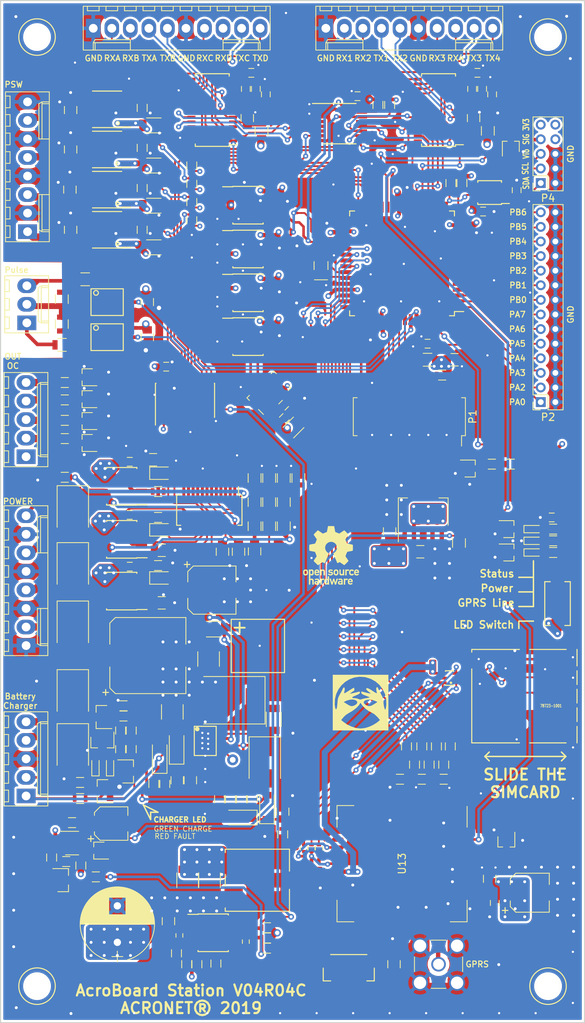
<source format=kicad_pcb>
(kicad_pcb (version 20171130) (host pcbnew "(5.1.0)-1")
  (layers (0 F.Cu signal) (1 In1.Cu signal) (2 In2.Cu signal) (31 B.Cu signal) (34 B.Paste user hide) (35 F.Paste user) (36 B.SilkS user hide) (37 F.SilkS user) (38 B.Mask user) (39 F.Mask user) (44 Edge.Cuts user))
  (net 0 "")
  (net 1 GND)
  (net 2 /Vcc-3)
  (net 3 /SIM_DATA)
  (net 4 /SIM_CLK)
  (net 5 /SIM_RST)
  (net 6 /SIM_VDD)
  (net 7 /PA0)
  (net 8 /PB0)
  (net 9 /Vcc-5)
  (net 10 /PSW2)
  (net 11 /PSW1)
  (net 12 /THR)
  (net 13 /PSW4)
  (net 14 /PSW3)
  (net 15 /VPrimary)
  (net 16 /I2C_VIN)
  (net 17 /Vwall)
  (net 18 /Vbackup)
  (net 19 "Net-(Cvs1-Pad1)")
  (net 20 "Net-(Cvs2-Pad1)")
  (net 21 "Net-(Cvs3-Pad1)")
  (net 22 "Net-(D1-Pad2)")
  (net 23 "Net-(D1-Pad1)")
  (net 24 "Net-(D2-Pad2)")
  (net 25 "Net-(D3-Pad2)")
  (net 26 "Net-(D3-Pad1)")
  (net 27 /RF_ANT)
  (net 28 "Net-(D13-Pad2)")
  (net 29 /RX2_3)
  (net 30 /TX2_4)
  (net 31 /TX2_3)
  (net 32 /RX2_4)
  (net 33 /TX2_2)
  (net 34 /TX2_1)
  (net 35 /RX2_2)
  (net 36 /RX2_1)
  (net 37 "Net-(L5-Pad1)")
  (net 38 /PDI_CLK)
  (net 39 /PDI_DATA)
  (net 40 /PF7)
  (net 41 /PF6)
  (net 42 /VBAT)
  (net 43 /PA2)
  (net 44 /PA3)
  (net 45 /PA4)
  (net 46 /PA5)
  (net 47 /PA6)
  (net 48 /PA7)
  (net 49 /PB1)
  (net 50 /PB2)
  (net 51 /PB3)
  (net 52 /PB4)
  (net 53 /PB5)
  (net 54 /PB6)
  (net 55 /I2C_OUT_SCL)
  (net 56 /I2C_OUT_SDA)
  (net 57 /I2C_SIG)
  (net 58 /RX3)
  (net 59 /TX4)
  (net 60 /TX3)
  (net 61 /RX4)
  (net 62 /TX2)
  (net 63 /TX1)
  (net 64 /RX2)
  (net 65 /RX1)
  (net 66 /PULSE1)
  (net 67 /PULSE2)
  (net 68 /SP336_M2)
  (net 69 /PE0)
  (net 70 /SP336_M1)
  (net 71 /PE1)
  (net 72 /SP336_M0)
  (net 73 /SP336_SLEW)
  (net 74 /PA1)
  (net 75 /SP336_2_M2)
  (net 76 /SP336_2_M1)
  (net 77 /SP336_2_M0)
  (net 78 /SP336_2_SLEW)
  (net 79 /N_SHDN)
  (net 80 /PD1)
  (net 81 "Net-(R30-Pad2)")
  (net 82 "Net-(R50-Pad2)")
  (net 83 "Net-(R51-Pad2)")
  (net 84 /TRG)
  (net 85 /VPULSE1)
  (net 86 /VPULSE2)
  (net 87 /PC1)
  (net 88 /PC0)
  (net 89 /NETLIGHT)
  (net 90 /PF3)
  (net 91 /PWRKEY)
  (net 92 /PF4)
  (net 93 /PCAL_P7)
  (net 94 /PC5)
  (net 95 /PC2)
  (net 96 /PC6)
  (net 97 /PC3)
  (net 98 /PC4)
  (net 99 /PC7)
  (net 100 /XMDTR)
  (net 101 /S900RI)
  (net 102 /S900CTS)
  (net 103 /PB7)
  (net 104 /PD2)
  (net 105 /PD3)
  (net 106 /PD4)
  (net 107 /PD5)
  (net 108 /PD6)
  (net 109 /PD7)
  (net 110 /XMRXD-S900TXD)
  (net 111 /XMTXD-S900RXD)
  (net 112 /XMRTS)
  (net 113 /S900STATUS)
  (net 114 /PR0)
  (net 115 /PR1)
  (net 116 /NValid1)
  (net 117 /NValid2)
  (net 118 /NValid3)
  (net 119 /CMD_PSW2)
  (net 120 /STATUS_PSW2)
  (net 121 /CMD_PSW1)
  (net 122 /STATUS_PSW1)
  (net 123 /CMD_PSW4)
  (net 124 /STATUS_PSW4)
  (net 125 /CMD_PSW3)
  (net 126 /STATUS_PSW3)
  (net 127 /Panel+)
  (net 128 /~FAULT)
  (net 129 /~CHARGE)
  (net 130 /MCU_Status_LED)
  (net 131 /OC1)
  (net 132 /OC2)
  (net 133 /OC3)
  (net 134 /OC4)
  (net 135 /SIM_USB_VBUS)
  (net 136 /SIM_USB_DP)
  (net 137 /SIM_USB_DM)
  (net 138 /PCAL_P3)
  (net 139 /PCAL_P4)
  (net 140 /PCAL_P5)
  (net 141 /PCAL_P6)
  (net 142 "Net-(R67-Pad1)")
  (net 143 /SIM_DATA_0)
  (net 144 /SIM_CLK_0)
  (net 145 /SIM_RST_0)
  (net 146 "Net-(MH1-Pad1)")
  (net 147 "Net-(MH2-Pad1)")
  (net 148 "Net-(MH3-Pad1)")
  (net 149 "Net-(U1-Pad1)")
  (net 150 "Net-(U2-Pad1)")
  (net 151 "Net-(U3-Pad1)")
  (net 152 "Net-(U4-Pad1)")
  (net 153 "Net-(U5-Pad20)")
  (net 154 "Net-(U5-Pad22)")
  (net 155 "Net-(U7-Pad4)")
  (net 156 "Net-(U7-Pad6)")
  (net 157 "Net-(U7-Pad8)")
  (net 158 "Net-(U21-Pad6)")
  (net 159 /SIM_TXD)
  (net 160 /SIM_RXD)
  (net 161 /XMRTS_TO_SIM)
  (net 162 /SIMCTS_TO_SIM)
  (net 163 /XMDTR_TO_SIM)
  (net 164 /RING_TO_SIM)
  (net 165 /SIM_VDDEXT)
  (net 166 "Net-(R43-Pad2)")
  (net 167 "Net-(R42-Pad2)")
  (net 168 /Vin_reg)
  (net 169 /~BC_SHDN)
  (net 170 /BC_Timer)
  (net 171 /BC_NTC)
  (net 172 "Net-(C25-Pad2)")
  (net 173 /BC_Vin)
  (net 174 /BC_NC_FET)
  (net 175 "Net-(Q9-Pad3)")
  (net 176 /TOSC1)
  (net 177 /TOSC2)
  (net 178 /ALT_CHARGE)
  (net 179 /VRTC_SIM)
  (net 180 "Net-(C1-Pad2)")
  (net 181 "Net-(C1-Pad1)")
  (net 182 "Net-(C2-Pad2)")
  (net 183 "Net-(C2-Pad1)")
  (net 184 "Net-(C4-Pad2)")
  (net 185 V3.3)
  (net 186 "Net-(C7-Pad2)")
  (net 187 "Net-(C10-Pad1)")
  (net 188 "Net-(C11-Pad2)")
  (net 189 "Net-(C11-Pad1)")
  (net 190 "Net-(C12-Pad2)")
  (net 191 "Net-(C12-Pad1)")
  (net 192 "Net-(C22-Pad2)")
  (net 193 VSelected)
  (net 194 SW3)
  (net 195 "Net-(C31-Pad1)")
  (net 196 "Net-(C31-Pad2)")
  (net 197 "Net-(C32-Pad2)")
  (net 198 "Net-(C39-Pad1)")
  (net 199 V4.0)
  (net 200 "Net-(C52-Pad2)")
  (net 201 "Net-(C57-Pad2)")
  (net 202 "Net-(C63-Pad2)")
  (net 203 "Net-(C64-Pad2)")
  (net 204 "Net-(C68-Pad1)")
  (net 205 "Net-(C68-Pad2)")
  (net 206 "Net-(C69-Pad2)")
  (net 207 "Net-(C78-Pad1)")
  (net 208 "Net-(D7-Pad2)")
  (net 209 "Net-(D10-Pad2)")
  (net 210 "Net-(D15-Pad2)")
  (net 211 "Net-(D16-Pad2)")
  (net 212 "Net-(D19-Pad1)")
  (net 213 "Net-(D20-Pad1)")
  (net 214 "Net-(J2-Pad8)")
  (net 215 "Net-(L4-Pad1)")
  (net 216 "Net-(MH4-Pad1)")
  (net 217 "Net-(P5-Pad2)")
  (net 218 "Net-(P6-Pad2)")
  (net 219 "Net-(Q9-Pad1)")
  (net 220 "Net-(R20-Pad1)")
  (net 221 "Net-(R23-Pad2)")
  (net 222 "Net-(R24-Pad2)")
  (net 223 "Net-(R26-Pad2)")
  (net 224 "Net-(R27-Pad2)")
  (net 225 "Net-(R31-Pad2)")
  (net 226 "Net-(R33-Pad1)")
  (net 227 "Net-(R34-Pad2)")
  (net 228 "Net-(R35-Pad2)")
  (net 229 "Net-(R47-Pad1)")
  (net 230 "Net-(R49-Pad2)")
  (net 231 "Net-(R62-Pad1)")
  (net 232 "Net-(R63-Pad1)")
  (net 233 "Net-(R64-Pad1)")
  (net 234 "Net-(U6-Pad20)")
  (net 235 "Net-(U6-Pad22)")
  (net 236 "Net-(U8-Pad5)")
  (net 237 "Net-(U13-Pad38)")
  (net 238 "Net-(U13-Pad20)")
  (net 239 "Net-(U13-Pad14)")
  (net 240 "Net-(U13-Pad29)")
  (net 241 "Net-(U13-Pad23)")
  (net 242 "Net-(U13-Pad12)")
  (net 243 "Net-(U13-Pad11)")
  (net 244 "Net-(U13-Pad10)")
  (net 245 "Net-(U13-Pad9)")
  (net 246 "Net-(U13-Pad5)")
  (net 247 "Net-(U13-Pad22)")
  (net 248 "Net-(U14-Pad1)")
  (net 249 "Net-(U14-Pad14)")
  (net 250 "Net-(U15-Pad6)")
  (net 251 "Net-(U16-Pad6)")
  (net 252 "Net-(U22-Pad6)")
  (net 253 "Net-(U24-Pad6)")
  (net 254 "Net-(U24-Pad5)")
  (net 255 "Net-(U25-Pad13)")
  (net 256 "Net-(U26-Pad1)")
  (net 257 /PG)
  (net 258 "Net-(R78-Pad2)")
  (net 259 "Net-(C40-Pad2)")
  (net 260 /CLED_CMD)
  (net 261 "Net-(R11-Pad2)")
  (net 262 "Net-(U10-Pad4)")
  (module Housings_SOIC:SOIC-8_3.9x4.9mm_Pitch1.27mm (layer F.Cu) (at 79.129333 147.690936)
    (fp_text reference U9 hide)
    (fp_text value NCP3170)
    (pad 8 smd rect (at 2.7 -1.905) (size 1.55 0.6) (layers F.Cu F.Paste F.Mask) (net 215 "Net-(L4-Pad1)"))
    (pad 7 smd rect (at 2.7 -0.635) (size 1.55 0.6) (layers F.Cu F.Paste F.Mask) (net 257 /PG))
    (pad 6 smd rect (at 2.7 0.635) (size 1.55 0.6) (layers F.Cu F.Paste F.Mask) (net 194 SW3))
    (pad 5 smd rect (at 2.7 1.905) (size 1.55 0.6) (layers F.Cu F.Paste F.Mask) (net 195 "Net-(C31-Pad1)"))
    (pad 4 smd rect (at -2.7 1.905) (size 1.55 0.6) (layers F.Cu F.Paste F.Mask) (net 196 "Net-(C31-Pad2)"))
    (pad 3 smd rect (at -2.7 0.635) (size 1.55 0.6) (layers F.Cu F.Paste F.Mask) (net 1 GND))
    (pad 2 smd rect (at -2.7 -0.635) (size 1.55 0.6) (layers F.Cu F.Paste F.Mask) (net 193 VSelected))
    (pad 1 smd rect (at -2.7 -1.905) (size 1.55 0.6) (layers F.Cu F.Paste F.Mask) (net 1 GND))
  )
  (module RF_Modules_local:SIMCom_SIM800C (layer F.Cu) (at 105 138.225 270)
    (fp_text reference U13 (at 0 0 270) (layer F.SilkS))
    (fp_text value SIM800C)
    (pad 1 smd oval (at -7.85 -6.05 270) (size 1.6 0.6) (layers F.Cu F.Paste F.Mask) (net 159 /SIM_TXD))
    (pad 2 smd oval (at -7.85 -4.95 270) (size 1.6 0.6) (layers F.Cu F.Paste F.Mask) (net 160 /SIM_RXD))
    (pad 3 smd oval (at -7.85 -3.85 270) (size 1.6 0.6) (layers F.Cu F.Paste F.Mask) (net 161 /XMRTS_TO_SIM))
    (pad 4 smd oval (at -7.85 -2.75 270) (size 1.6 0.6) (layers F.Cu F.Paste F.Mask) (net 162 /SIMCTS_TO_SIM))
    (pad 5 smd oval (at -7.85 -1.65 270) (size 1.6 0.6) (layers F.Cu F.Paste F.Mask) (net 246 "Net-(U13-Pad5)"))
    (pad 6 smd oval (at -7.85 -0.55 270) (size 1.6 0.6) (layers F.Cu F.Paste F.Mask) (net 163 /XMDTR_TO_SIM))
    (pad 7 smd oval (at -7.85 0.55 270) (size 1.6 0.6) (layers F.Cu F.Paste F.Mask) (net 164 /RING_TO_SIM))
    (pad 8 smd oval (at -7.85 1.65 270) (size 1.6 0.6) (layers F.Cu F.Paste F.Mask) (net 1 GND))
    (pad 9 smd oval (at -7.85 2.75 270) (size 1.6 0.6) (layers F.Cu F.Paste F.Mask) (net 245 "Net-(U13-Pad9)"))
    (pad 10 smd oval (at -7.85 3.85 270) (size 1.6 0.6) (layers F.Cu F.Paste F.Mask) (net 244 "Net-(U13-Pad10)"))
    (pad 11 smd oval (at -7.85 4.95 270) (size 1.6 0.6) (layers F.Cu F.Paste F.Mask) (net 243 "Net-(U13-Pad11)"))
    (pad 12 smd oval (at -7.85 6.05 270) (size 1.6 0.6) (layers F.Cu F.Paste F.Mask) (net 242 "Net-(U13-Pad12)"))
    (pad 13 smd oval (at -4.4 8.8 270) (size 0.6 1.6) (layers F.Cu F.Paste F.Mask) (net 1 GND))
    (pad 14 smd oval (at -3.3 8.8 270) (size 0.6 1.6) (layers F.Cu F.Paste F.Mask) (net 239 "Net-(U13-Pad14)"))
    (pad 15 smd oval (at -2.2 8.8 270) (size 0.6 1.6) (layers F.Cu F.Paste F.Mask) (net 3 /SIM_DATA))
    (pad 16 smd oval (at -1.1 8.8 270) (size 0.6 1.6) (layers F.Cu F.Paste F.Mask) (net 4 /SIM_CLK))
    (pad 17 smd oval (at 0 8.8 270) (size 0.6 1.6) (layers F.Cu F.Paste F.Mask) (net 5 /SIM_RST))
    (pad 18 smd oval (at 1.1 8.8 270) (size 0.6 1.6) (layers F.Cu F.Paste F.Mask) (net 6 /SIM_VDD))
    (pad 19 smd oval (at 2.2 8.8 270) (size 0.6 1.6) (layers F.Cu F.Paste F.Mask) (net 1 GND))
    (pad 20 smd oval (at 3.3 8.8 270) (size 0.6 1.6) (layers F.Cu F.Paste F.Mask) (net 238 "Net-(U13-Pad20)"))
    (pad 21 smd oval (at 4.4 8.8 270) (size 0.6 1.6) (layers F.Cu F.Paste F.Mask) (net 1 GND))
    (pad 22 smd oval (at 7.85 6.05 270) (size 1.6 0.6) (layers F.Cu F.Paste F.Mask) (net 247 "Net-(U13-Pad22)"))
    (pad 23 smd oval (at 7.85 4.95 270) (size 1.6 0.6) (layers F.Cu F.Paste F.Mask) (net 241 "Net-(U13-Pad23)"))
    (pad 24 smd oval (at 7.85 3.85 270) (size 1.6 0.6) (layers F.Cu F.Paste F.Mask) (net 135 /SIM_USB_VBUS))
    (pad 25 smd oval (at 7.85 2.75 270) (size 1.6 0.6) (layers F.Cu F.Paste F.Mask) (net 136 /SIM_USB_DP))
    (pad 26 smd oval (at 7.85 1.65 270) (size 1.6 0.6) (layers F.Cu F.Paste F.Mask) (net 137 /SIM_USB_DM))
    (pad 27 smd oval (at 7.85 0.55 270) (size 1.6 0.6) (layers F.Cu F.Paste F.Mask) (net 1 GND))
    (pad 28 smd oval (at 7.85 -0.55 270) (size 1.6 0.6) (layers F.Cu F.Paste F.Mask) (net 179 /VRTC_SIM))
    (pad 29 smd oval (at 7.85 -1.65 270) (size 1.6 0.6) (layers F.Cu F.Paste F.Mask) (net 240 "Net-(U13-Pad29)"))
    (pad 30 smd oval (at 7.85 -2.75 270) (size 1.6 0.6) (layers F.Cu F.Paste F.Mask) (net 1 GND))
    (pad 31 smd oval (at 7.85 -3.85 270) (size 1.6 0.6) (layers F.Cu F.Paste F.Mask) (net 1 GND))
    (pad 32 smd oval (at 7.85 -4.95 270) (size 1.6 0.6) (layers F.Cu F.Paste F.Mask) (net 27 /RF_ANT))
    (pad 33 smd oval (at 7.85 -6.05 270) (size 1.6 0.6) (layers F.Cu F.Paste F.Mask) (net 1 GND))
    (pad 34 smd oval (at 4.4 -8.8 270) (size 0.6 1.6) (layers F.Cu F.Paste F.Mask) (net 199 V4.0))
    (pad 35 smd oval (at 3.3 -8.8 270) (size 0.6 1.6) (layers F.Cu F.Paste F.Mask) (net 199 V4.0))
    (pad 36 smd oval (at 2.2 -8.8 270) (size 0.6 1.6) (layers F.Cu F.Paste F.Mask) (net 1 GND))
    (pad 37 smd oval (at 1.1 -8.8 270) (size 0.6 1.6) (layers F.Cu F.Paste F.Mask) (net 1 GND))
    (pad 38 smd oval (at 0 -8.8 270) (size 0.6 1.6) (layers F.Cu F.Paste F.Mask) (net 237 "Net-(U13-Pad38)"))
    (pad 39 smd oval (at -1.1 -8.8 270) (size 0.6 1.6) (layers F.Cu F.Paste F.Mask) (net 91 /PWRKEY))
    (pad 40 smd oval (at -2.2 -8.8 270) (size 0.6 1.6) (layers F.Cu F.Paste F.Mask) (net 165 /SIM_VDDEXT))
    (pad 41 smd oval (at -3.3 -8.8 270) (size 0.6 1.6) (layers F.Cu F.Paste F.Mask) (net 89 /NETLIGHT))
    (pad 42 smd oval (at -4.4 -8.8 270) (size 0.6 1.6) (layers F.Cu F.Paste F.Mask) (net 258 "Net-(R78-Pad2)"))
  )
  (module Capacitors_SMD:C_0402_NoSilk (layer F.Cu) (at 91.6 55.05 180)
    (fp_text reference C51 hide)
    (fp_text value 7pF)
    (pad 2 smd rect (at 0.55 0 180) (size 0.6 0.5) (layers F.Cu F.Paste F.Mask) (net 1 GND))
    (pad 1 smd rect (at -0.55 0 180) (size 0.6 0.5) (layers F.Cu F.Paste F.Mask) (net 177 /TOSC2))
  )
  (module Crystals:Crystal_SMD_MicroCrystal_CC7V-T1A-2pin_3.2x1.5mm (layer F.Cu) (at 93.9 56.3 90)
    (fp_text reference Y1 hide)
    (fp_text value Crystal)
    (pad 2 smd rect (at 1.25 0 90) (size 1 1.8) (layers F.Cu F.Paste F.Mask) (net 177 /TOSC2))
    (pad 1 smd rect (at -1.25 0 90) (size 1 1.8) (layers F.Cu F.Paste F.Mask) (net 176 /TOSC1))
  )
  (module Symbols:OSHW-Logo_7.5x8mm_SilkScreen (layer F.Cu) (at 95.27 95.99)
    (fp_text reference LG2 hide)
    (fp_text value OSHW hide)
  )
  (module Capacitors_SMD:C_0402_NoSilk (layer F.Cu) (at 91.6 57.55 180)
    (fp_text reference C49 hide)
    (fp_text value 7pF)
    (pad 1 smd rect (at -0.55 0 180) (size 0.6 0.5) (layers F.Cu F.Paste F.Mask) (net 176 /TOSC1))
    (pad 2 smd rect (at 0.55 0 180) (size 0.6 0.5) (layers F.Cu F.Paste F.Mask) (net 1 GND))
  )
  (module acronet:MSOP12_LT3652EMSE_HandSoldering (layer F.Cu) (at 78.040639 121.410213 270)
    (fp_text reference U17)
    (fp_text value LT3652EMSE)
    (pad 1 smd rect (at -1.625 2.17 270) (size 0.42 0.889) (layers F.Cu F.Paste F.Mask) (net 173 /BC_Vin))
    (pad 2 smd rect (at -0.975 2.17 270) (size 0.42 0.889) (layers F.Cu F.Paste F.Mask) (net 168 /Vin_reg))
    (pad 3 smd rect (at -0.325 2.17 270) (size 0.42 0.889) (layers F.Cu F.Paste F.Mask) (net 169 /~BC_SHDN))
    (pad 4 smd rect (at 0.325 2.17 270) (size 0.42 0.889) (layers F.Cu F.Paste F.Mask) (net 129 /~CHARGE))
    (pad 5 smd rect (at 0.975 2.17 270) (size 0.42 0.889) (layers F.Cu F.Paste F.Mask) (net 128 /~FAULT))
    (pad 6 smd rect (at 1.625 2.17 270) (size 0.42 0.889) (layers F.Cu F.Paste F.Mask) (net 170 /BC_Timer))
    (pad 7 smd rect (at 1.625 -2.17 270) (size 0.42 0.889) (layers F.Cu F.Paste F.Mask) (net 83 "Net-(R51-Pad2)"))
    (pad 8 smd rect (at 0.975 -2.17 270) (size 0.42 0.889) (layers F.Cu F.Paste F.Mask) (net 171 /BC_NTC))
    (pad 9 smd rect (at 0.325 -2.17 270) (size 0.42 0.889) (layers F.Cu F.Paste F.Mask) (net 15 /VPrimary))
    (pad 10 smd rect (at -0.325 -2.17 270) (size 0.42 0.889) (layers F.Cu F.Paste F.Mask) (net 37 "Net-(L5-Pad1)"))
    (pad 11 smd rect (at -0.975 -2.17 270) (size 0.42 0.889) (layers F.Cu F.Paste F.Mask) (net 205 "Net-(C68-Pad2)"))
    (pad 12 smd rect (at -1.625 -2.17 270) (size 0.42 0.889) (layers F.Cu F.Paste F.Mask) (net 204 "Net-(C68-Pad1)"))
    (pad 13 thru_hole circle (at -1 -0.4 270) (size 0.6 0.6) (drill 0.3) (layers *.Cu *.Mask) (net 1 GND))
    (pad 13 smd rect (at 0 0 270) (size 2.845 1.651) (layers F.Cu F.Paste F.Mask) (net 1 GND))
    (pad 13 thru_hole circle (at -0.3 -0.4 270) (size 0.6 0.6) (drill 0.3) (layers *.Cu *.Mask) (net 1 GND))
    (pad 13 thru_hole circle (at 0.4 -0.4 270) (size 0.6 0.6) (drill 0.3) (layers *.Cu *.Mask) (net 1 GND))
    (pad 13 thru_hole circle (at 1.1 -0.4 270) (size 0.6 0.6) (drill 0.3) (layers *.Cu *.Mask) (net 1 GND))
    (pad 13 thru_hole circle (at -1.1 0.4 270) (size 0.6 0.6) (drill 0.3) (layers *.Cu *.Mask) (net 1 GND))
    (pad 13 thru_hole circle (at -0.4 0.4 270) (size 0.6 0.6) (drill 0.3) (layers *.Cu *.Mask) (net 1 GND))
    (pad 13 thru_hole circle (at 0.3 0.4 270) (size 0.6 0.6) (drill 0.3) (layers *.Cu *.Mask) (net 1 GND))
    (pad 13 thru_hole circle (at 1 0.4 270) (size 0.6 0.6) (drill 0.3) (layers *.Cu *.Mask) (net 1 GND))
  )
  (module Capacitors_SMD:C_1206 (layer F.Cu) (at 71 42.6)
    (fp_text reference C66 hide)
    (fp_text value 22uF)
    (pad 1 smd rect (at -1.5 0) (size 1 1.6) (layers F.Cu F.Paste F.Mask) (net 193 VSelected))
    (pad 2 smd rect (at 1.5 0) (size 1 1.6) (layers F.Cu F.Paste F.Mask) (net 1 GND))
  )
  (module Capacitors_SMD:C_1206 (layer F.Cu) (at 71 37.1)
    (fp_text reference C65 hide)
    (fp_text value 22uF)
    (pad 1 smd rect (at -1.5 0) (size 1 1.6) (layers F.Cu F.Paste F.Mask) (net 193 VSelected))
    (pad 2 smd rect (at 1.5 0) (size 1 1.6) (layers F.Cu F.Paste F.Mask) (net 1 GND))
  )
  (module Capacitors_SMD:C_1206 (layer F.Cu) (at 71 53.8)
    (fp_text reference C55 hide)
    (fp_text value 22uF)
    (pad 1 smd rect (at -1.5 0) (size 1 1.6) (layers F.Cu F.Paste F.Mask) (net 193 VSelected))
    (pad 2 smd rect (at 1.5 0) (size 1 1.6) (layers F.Cu F.Paste F.Mask) (net 1 GND))
  )
  (module Capacitors_SMD:C_1206 (layer F.Cu) (at 71 48.1)
    (fp_text reference C54 hide)
    (fp_text value 22uF)
    (pad 1 smd rect (at -1.5 0) (size 1 1.6) (layers F.Cu F.Paste F.Mask) (net 193 VSelected))
    (pad 2 smd rect (at 1.5 0) (size 1 1.6) (layers F.Cu F.Paste F.Mask) (net 1 GND))
  )
  (module TO_SOT_Packages_SMD:SOT-223-6 (layer F.Cu) (at 107.9 90 90)
    (fp_text reference U10 hide)
    (fp_text value TPS737)
    (pad 4 smd rect (at -3.1375 1.27 90) (size 2.2 0.6) (layers F.Cu F.Paste F.Mask) (net 262 "Net-(U10-Pad4)"))
    (pad 2 smd rect (at -3.1375 -1.27 90) (size 2.2 0.6) (layers F.Cu F.Paste F.Mask) (net 185 V3.3))
    (pad 6 smd rect (at 3.1625 0 90) (size 2.15 3.45) (layers F.Cu F.Paste F.Mask) (net 1 GND))
    (pad 3 smd rect (at -3.1375 0 90) (size 2.2 0.6) (layers F.Cu F.Paste F.Mask) (net 1 GND))
    (pad 5 smd rect (at -3.1375 2.54 90) (size 2.2 0.6) (layers F.Cu F.Paste F.Mask) (net 257 /PG))
    (pad 1 smd rect (at -3.1375 -2.54 90) (size 2.2 0.6) (layers F.Cu F.Paste F.Mask) (net 199 V4.0))
  )
  (module Capacitors_SMD:C_0805 (layer F.Cu) (at 117 140.3 90)
    (fp_text reference C17 hide)
    (fp_text value 1uF)
    (pad 1 smd rect (at -1 0 90) (size 1 1.25) (layers F.Cu F.Paste F.Mask) (net 199 V4.0))
    (pad 2 smd rect (at 1 0 90) (size 1 1.25) (layers F.Cu F.Paste F.Mask) (net 1 GND))
  )
  (module Capacitors_SMD:C_0805 (layer F.Cu) (at 83.8 36.1 90)
    (fp_text reference C16)
    (fp_text value 1uF)
    (pad 1 smd rect (at -1 0 90) (size 1 1.25) (layers F.Cu F.Paste F.Mask) (net 9 /Vcc-5))
    (pad 2 smd rect (at 1 0 90) (size 1 1.25) (layers F.Cu F.Paste F.Mask) (net 1 GND))
  )
  (module Capacitors_SMD:C_0402_NoSilk (layer F.Cu) (at 115.6 141 90)
    (fp_text reference C38 hide)
    (fp_text value 33pF)
    (pad 1 smd rect (at -0.55 0 90) (size 0.6 0.5) (layers F.Cu F.Paste F.Mask) (net 199 V4.0))
    (pad 2 smd rect (at 0.55 0 90) (size 0.6 0.5) (layers F.Cu F.Paste F.Mask) (net 1 GND))
  )
  (module Capacitors_SMD:C_0402_NoSilk (layer F.Cu) (at 115.6 143.2 270)
    (fp_text reference C37 hide)
    (fp_text value 7pF)
    (pad 1 smd rect (at -0.55 0 270) (size 0.6 0.5) (layers F.Cu F.Paste F.Mask) (net 199 V4.0))
    (pad 2 smd rect (at 0.55 0 270) (size 0.6 0.5) (layers F.Cu F.Paste F.Mask) (net 1 GND))
  )
  (module TO_SOT_Packages_SMD:SOT-323_SC-70 (layer F.Cu) (at 114.3 84.1)
    (fp_text reference T10 hide)
    (fp_text value PDTC143XU)
    (pad 1 smd rect (at -1 -0.65 270) (size 0.45 0.7) (layers F.Cu F.Paste F.Mask) (net 92 /PF4))
    (pad 2 smd rect (at -1 0.65 270) (size 0.45 0.7) (layers F.Cu F.Paste F.Mask) (net 1 GND))
    (pad 3 smd rect (at 1 0 270) (size 0.45 0.7) (layers F.Cu F.Paste F.Mask) (net 261 "Net-(R11-Pad2)"))
  )
  (module Capacitors_SMD:C_0402_NoSilk (layer F.Cu) (at 57.5 134.955 270)
    (fp_text reference C62 hide)
    (fp_text value 100nF)
    (pad 2 smd rect (at 0.55 0 270) (size 0.6 0.5) (layers F.Cu F.Paste F.Mask) (net 1 GND))
    (pad 1 smd rect (at -0.55 0 270) (size 0.6 0.5) (layers F.Cu F.Paste F.Mask) (net 193 VSelected))
  )
  (module Resistors_SMD:R_0603 (layer F.Cu) (at 59.8 132.605)
    (fp_text reference R47 hide)
    (fp_text value 1M)
    (pad 2 smd rect (at 0.75 0) (size 0.5 0.9) (layers F.Cu F.Paste F.Mask) (net 12 /THR))
    (pad 1 smd rect (at -0.75 0) (size 0.5 0.9) (layers F.Cu F.Paste F.Mask) (net 229 "Net-(R47-Pad1)"))
  )
  (module Resistors_SMD:R_0603 (layer F.Cu) (at 59 137.93 180)
    (fp_text reference R52 hide)
    (fp_text value 4K7)
    (pad 2 smd rect (at 0.75 0 180) (size 0.5 0.9) (layers F.Cu F.Paste F.Mask) (net 219 "Net-(Q9-Pad1)"))
    (pad 1 smd rect (at -0.75 0 180) (size 0.5 0.9) (layers F.Cu F.Paste F.Mask) (net 229 "Net-(R47-Pad1)"))
  )
  (module Resistors_SMD:R_0603 (layer F.Cu) (at 63.05 140.03 180)
    (fp_text reference R56 hide)
    (fp_text value 330R)
    (pad 2 smd rect (at 0.75 0 180) (size 0.5 0.9) (layers F.Cu F.Paste F.Mask) (net 175 "Net-(Q9-Pad3)"))
    (pad 1 smd rect (at -0.75 0 180) (size 0.5 0.9) (layers F.Cu F.Paste F.Mask) (net 194 SW3))
  )
  (module Resistors_SMD:R_0603 (layer F.Cu) (at 61 138.48 90)
    (fp_text reference R45 hide)
    (fp_text value 100K)
    (pad 2 smd rect (at 0.75 0 90) (size 0.5 0.9) (layers F.Cu F.Paste F.Mask) (net 84 /TRG))
    (pad 1 smd rect (at -0.75 0 90) (size 0.5 0.9) (layers F.Cu F.Paste F.Mask) (net 193 VSelected))
  )
  (module TO_SOT_Packages_SMD:SOT-23-5 (layer F.Cu) (at 59.8 135.405)
    (fp_text reference U20 hide)
    (fp_text value MIC1555)
    (pad 5 smd rect (at 1.1 -0.95) (size 1.06 0.65) (layers F.Cu F.Paste F.Mask) (net 12 /THR))
    (pad 4 smd rect (at 1.1 0.95) (size 1.06 0.65) (layers F.Cu F.Paste F.Mask) (net 84 /TRG))
    (pad 3 smd rect (at -1.1 0.95) (size 1.06 0.65) (layers F.Cu F.Paste F.Mask) (net 229 "Net-(R47-Pad1)"))
    (pad 2 smd rect (at -1.1 0) (size 1.06 0.65) (layers F.Cu F.Paste F.Mask) (net 1 GND))
    (pad 1 smd rect (at -1.1 -0.95) (size 1.06 0.65) (layers F.Cu F.Paste F.Mask) (net 193 VSelected))
  )
  (module Capacitors_SMD:CP_Elec_4x5.8 (layer F.Cu) (at 65.15 132.73)
    (fp_text reference C67 hide)
    (fp_text value 4.7uF)
    (fp_text user + (at -2.78 2.01) (layer F.SilkS))
    (pad 2 smd rect (at 1.8 0 180) (size 2.6 1.6) (layers F.Cu F.Paste F.Mask) (net 1 GND))
    (pad 1 smd rect (at -1.8 0 180) (size 2.6 1.6) (layers F.Cu F.Paste F.Mask) (net 12 /THR))
  )
  (module TO_SOT_Packages_SMD:SOT-23 (layer F.Cu) (at 58.55 140.48)
    (fp_text reference Q9 hide)
    (fp_text value BSS138)
    (pad 3 smd rect (at 1 0) (size 0.9 0.8) (layers F.Cu F.Paste F.Mask) (net 175 "Net-(Q9-Pad3)"))
    (pad 2 smd rect (at -1 0.95) (size 0.9 0.8) (layers F.Cu F.Paste F.Mask) (net 1 GND))
    (pad 1 smd rect (at -1 -0.95) (size 0.9 0.8) (layers F.Cu F.Paste F.Mask) (net 219 "Net-(Q9-Pad1)"))
  )
  (module TO_SOT_Packages_SMD:SOT-323_SC-70 (layer F.Cu) (at 63.5 136.43 180)
    (fp_text reference T4 hide)
    (fp_text value PDTC143XU)
    (pad 3 smd rect (at 1 0 90) (size 0.45 0.7) (layers F.Cu F.Paste F.Mask) (net 84 /TRG))
    (pad 2 smd rect (at -1 0.65 90) (size 0.45 0.7) (layers F.Cu F.Paste F.Mask) (net 1 GND))
    (pad 1 smd rect (at -1 -0.65 90) (size 0.45 0.7) (layers F.Cu F.Paste F.Mask) (net 93 /PCAL_P7))
  )
  (module Resistors_SMD:R_0603 (layer F.Cu) (at 57 137.38 90)
    (fp_text reference R54 hide)
    (fp_text value 10K)
    (pad 2 smd rect (at 0.75 0 90) (size 0.5 0.9) (layers F.Cu F.Paste F.Mask) (net 1 GND))
    (pad 1 smd rect (at -0.75 0 90) (size 0.5 0.9) (layers F.Cu F.Paste F.Mask) (net 219 "Net-(Q9-Pad1)"))
  )
  (module Resistors_SMD:R_0603 (layer F.Cu) (at 76.2 45.1 270)
    (fp_text reference R82 hide)
    (fp_text value 309K)
    (pad 1 smd rect (at -0.75 0 270) (size 0.5 0.9) (layers F.Cu F.Paste F.Mask) (net 125 /CMD_PSW3))
    (pad 2 smd rect (at 0.75 0 270) (size 0.5 0.9) (layers F.Cu F.Paste F.Mask) (net 185 V3.3))
  )
  (module Resistors_SMD:R_0603 (layer F.Cu) (at 76.2 42.6 270)
    (fp_text reference R81 hide)
    (fp_text value 309K)
    (pad 1 smd rect (at -0.75 0 270) (size 0.5 0.9) (layers F.Cu F.Paste F.Mask) (net 123 /CMD_PSW4))
    (pad 2 smd rect (at 0.75 0 270) (size 0.5 0.9) (layers F.Cu F.Paste F.Mask) (net 185 V3.3))
  )
  (module Resistors_SMD:R_0603 (layer F.Cu) (at 76.2 47.6 270)
    (fp_text reference R80 hide)
    (fp_text value 309K)
    (pad 1 smd rect (at -0.75 0 270) (size 0.5 0.9) (layers F.Cu F.Paste F.Mask) (net 119 /CMD_PSW2))
    (pad 2 smd rect (at 0.75 0 270) (size 0.5 0.9) (layers F.Cu F.Paste F.Mask) (net 185 V3.3))
  )
  (module Resistors_SMD:R_0603 (layer F.Cu) (at 76.2 50.1 270)
    (fp_text reference R79 hide)
    (fp_text value 309K)
    (pad 1 smd rect (at -0.75 0 270) (size 0.5 0.9) (layers F.Cu F.Paste F.Mask) (net 121 /CMD_PSW1))
    (pad 2 smd rect (at 0.75 0 270) (size 0.5 0.9) (layers F.Cu F.Paste F.Mask) (net 185 V3.3))
  )
  (module Resistors_SMD:R_0603 (layer F.Cu) (at 104.71 126.66)
    (fp_text reference R70 hide)
    (fp_text value 5K6)
    (pad 1 smd rect (at -0.75 0) (size 0.5 0.9) (layers F.Cu F.Paste F.Mask) (net 1 GND))
    (pad 2 smd rect (at 0.75 0) (size 0.5 0.9) (layers F.Cu F.Paste F.Mask) (net 163 /XMDTR_TO_SIM))
  )
  (module Resistors_SMD:R_0603 (layer F.Cu) (at 111.61 122.16 270)
    (fp_text reference R78 hide)
    (fp_text value 1K)
    (pad 1 smd rect (at -0.75 0 270) (size 0.5 0.9) (layers F.Cu F.Paste F.Mask) (net 113 /S900STATUS))
    (pad 2 smd rect (at 0.75 0 270) (size 0.5 0.9) (layers F.Cu F.Paste F.Mask) (net 258 "Net-(R78-Pad2)"))
  )
  (module Resistors_SMD:R_0603 (layer F.Cu) (at 110.71 126.66 180)
    (fp_text reference R77 hide)
    (fp_text value 5K6)
    (pad 1 smd rect (at -0.75 0 180) (size 0.5 0.9) (layers F.Cu F.Paste F.Mask) (net 1 GND))
    (pad 2 smd rect (at 0.75 0 180) (size 0.5 0.9) (layers F.Cu F.Paste F.Mask) (net 160 /SIM_RXD))
  )
  (module Resistors_SMD:R_0603 (layer F.Cu) (at 109.71 122.16 90)
    (fp_text reference R76 hide)
    (fp_text value 1K)
    (pad 1 smd rect (at -0.75 0 90) (size 0.5 0.9) (layers F.Cu F.Paste F.Mask) (net 160 /SIM_RXD))
    (pad 2 smd rect (at 0.75 0 90) (size 0.5 0.9) (layers F.Cu F.Paste F.Mask) (net 111 /XMTXD-S900RXD))
  )
  (module Resistors_SMD:R_0603 (layer F.Cu) (at 110.71 124.66 90)
    (fp_text reference R75 hide)
    (fp_text value 1K)
    (pad 1 smd rect (at -0.75 0 90) (size 0.5 0.9) (layers F.Cu F.Paste F.Mask) (net 159 /SIM_TXD))
    (pad 2 smd rect (at 0.75 0 90) (size 0.5 0.9) (layers F.Cu F.Paste F.Mask) (net 110 /XMRXD-S900TXD))
  )
  (module Resistors_SMD:R_0603 (layer F.Cu) (at 107.71 126.66)
    (fp_text reference R74 hide)
    (fp_text value 5K6)
    (pad 1 smd rect (at -0.75 0) (size 0.5 0.9) (layers F.Cu F.Paste F.Mask) (net 1 GND))
    (pad 2 smd rect (at 0.75 0) (size 0.5 0.9) (layers F.Cu F.Paste F.Mask) (net 161 /XMRTS_TO_SIM))
  )
  (module Resistors_SMD:R_0603 (layer F.Cu) (at 108.71 124.66 90)
    (fp_text reference R73 hide)
    (fp_text value 1K)
    (pad 1 smd rect (at -0.75 0 90) (size 0.5 0.9) (layers F.Cu F.Paste F.Mask) (net 161 /XMRTS_TO_SIM))
    (pad 2 smd rect (at 0.75 0 90) (size 0.5 0.9) (layers F.Cu F.Paste F.Mask) (net 112 /XMRTS))
  )
  (module Resistors_SMD:R_0603 (layer F.Cu) (at 107.71 122.16 90)
    (fp_text reference R72 hide)
    (fp_text value 1K)
    (pad 1 smd rect (at -0.75 0 90) (size 0.5 0.9) (layers F.Cu F.Paste F.Mask) (net 162 /SIMCTS_TO_SIM))
    (pad 2 smd rect (at 0.75 0 90) (size 0.5 0.9) (layers F.Cu F.Paste F.Mask) (net 102 /S900CTS))
  )
  (module Resistors_SMD:R_0603 (layer F.Cu) (at 105.61 122.16 90)
    (fp_text reference R71 hide)
    (fp_text value 1K)
    (pad 1 smd rect (at -0.75 0 90) (size 0.5 0.9) (layers F.Cu F.Paste F.Mask) (net 164 /RING_TO_SIM))
    (pad 2 smd rect (at 0.75 0 90) (size 0.5 0.9) (layers F.Cu F.Paste F.Mask) (net 101 /S900RI))
  )
  (module Resistors_SMD:R_0603 (layer F.Cu) (at 106.71 124.66 90)
    (fp_text reference R13 hide)
    (fp_text value 1K)
    (pad 1 smd rect (at -0.75 0 90) (size 0.5 0.9) (layers F.Cu F.Paste F.Mask) (net 163 /XMDTR_TO_SIM))
    (pad 2 smd rect (at 0.75 0 90) (size 0.5 0.9) (layers F.Cu F.Paste F.Mask) (net 100 /XMDTR))
  )
  (module TO_SOT_Packages_SMD:SOT-323_SC-70 (layer F.Cu) (at 119.6 95.6)
    (fp_text reference T9 hide)
    (fp_text value PDTC143XU)
    (pad 1 smd rect (at -1 -0.65 270) (size 0.45 0.7) (layers F.Cu F.Paste F.Mask) (net 89 /NETLIGHT))
    (pad 2 smd rect (at -1 0.65 270) (size 0.45 0.7) (layers F.Cu F.Paste F.Mask) (net 1 GND))
    (pad 3 smd rect (at 1 0 270) (size 0.45 0.7) (layers F.Cu F.Paste F.Mask) (net 23 "Net-(D1-Pad1)"))
  )
  (module Capacitors_SMD:C_0805 (layer F.Cu) (at 70.9 82.9 180)
    (fp_text reference Cvs1 hide)
    (fp_text value 1uF)
    (pad 1 smd rect (at -1 0 180) (size 1 1.25) (layers F.Cu F.Paste F.Mask) (net 19 "Net-(Cvs1-Pad1)"))
    (pad 2 smd rect (at 1 0 180) (size 1 1.25) (layers F.Cu F.Paste F.Mask) (net 1 GND))
  )
  (module Capacitors_SMD:C_0805 (layer F.Cu) (at 72.08 95.3)
    (fp_text reference Cvs3 hide)
    (fp_text value 1uF)
    (pad 1 smd rect (at -1 0) (size 1 1.25) (layers F.Cu F.Paste F.Mask) (net 21 "Net-(Cvs3-Pad1)"))
    (pad 2 smd rect (at 1 0) (size 1 1.25) (layers F.Cu F.Paste F.Mask) (net 1 GND))
  )
  (module Capacitors_SMD:C_0805 (layer F.Cu) (at 72.08 102.5)
    (fp_text reference Cvs2 hide)
    (fp_text value 1uF)
    (pad 1 smd rect (at -1 0) (size 1 1.25) (layers F.Cu F.Paste F.Mask) (net 20 "Net-(Cvs2-Pad1)"))
    (pad 2 smd rect (at 1 0) (size 1 1.25) (layers F.Cu F.Paste F.Mask) (net 1 GND))
  )
  (module Resistors_SMD:R_0805 (layer F.Cu) (at 112.8 94.3 270)
    (fp_text reference R69 hide)
    (fp_text value 48K7)
    (pad 1 smd rect (at -0.95 0 270) (size 0.7 1.3) (layers F.Cu F.Paste F.Mask) (net 257 /PG))
    (pad 2 smd rect (at 0.95 0 270) (size 0.7 1.3) (layers F.Cu F.Paste F.Mask) (net 1 GND))
  )
  (module Resistors_SMD:R_0603 (layer F.Cu) (at 86.5 147 180)
    (fp_text reference R68 hide)
    (fp_text value 100K)
    (pad 1 smd rect (at -0.75 0 180) (size 0.5 0.9) (layers F.Cu F.Paste F.Mask) (net 193 VSelected))
    (pad 2 smd rect (at 0.75 0 180) (size 0.5 0.9) (layers F.Cu F.Paste F.Mask) (net 257 /PG))
  )
  (module Capacitors_SMD:C_0805 (layer F.Cu) (at 107.5 95.5 180)
    (fp_text reference C45 hide)
    (fp_text value 4.7uF)
    (pad 1 smd rect (at -1 0 180) (size 1 1.25) (layers F.Cu F.Paste F.Mask) (net 1 GND))
    (pad 2 smd rect (at 1 0 180) (size 1 1.25) (layers F.Cu F.Paste F.Mask) (net 185 V3.3))
  )
  (module Resistors_SMD:R_0603 (layer F.Cu) (at 76.9 152 270)
    (fp_text reference R17 hide)
    (fp_text value 1K)
    (pad 1 smd rect (at -0.75 0 270) (size 0.5 0.9) (layers F.Cu F.Paste F.Mask) (net 259 "Net-(C40-Pad2)"))
    (pad 2 smd rect (at 0.75 0 270) (size 0.5 0.9) (layers F.Cu F.Paste F.Mask) (net 199 V4.0))
  )
  (module Resistors_SMD:R_0603 (layer F.Cu) (at 74.1 150.5 90)
    (fp_text reference R16 hide)
    (fp_text value 174K)
    (pad 1 smd rect (at -0.75 0 90) (size 0.5 0.9) (layers F.Cu F.Paste F.Mask) (net 196 "Net-(C31-Pad2)"))
    (pad 2 smd rect (at 0.75 0 90) (size 0.5 0.9) (layers F.Cu F.Paste F.Mask) (net 1 GND))
  )
  (module Resistors_SMD:R_0603 (layer F.Cu) (at 75.5 152 90)
    (fp_text reference R15 hide)
    (fp_text value 698K)
    (pad 1 smd rect (at -0.75 0 90) (size 0.5 0.9) (layers F.Cu F.Paste F.Mask) (net 199 V4.0))
    (pad 2 smd rect (at 0.75 0 90) (size 0.5 0.9) (layers F.Cu F.Paste F.Mask) (net 196 "Net-(C31-Pad2)"))
  )
  (module Resistors_SMD:R_0603 (layer F.Cu) (at 79.5 151.9 90)
    (fp_text reference R14 hide)
    (fp_text value 180K)
    (pad 1 smd rect (at -0.75 0 90) (size 0.5 0.9) (layers F.Cu F.Paste F.Mask) (net 197 "Net-(C32-Pad2)"))
    (pad 2 smd rect (at 0.75 0 90) (size 0.5 0.9) (layers F.Cu F.Paste F.Mask) (net 196 "Net-(C31-Pad2)"))
  )
  (module Resistors_SMD:R_0603 (layer F.Cu) (at 86.5 149.8 180)
    (fp_text reference R12 hide)
    (fp_text value 24K)
    (pad 1 smd rect (at -0.75 0 180) (size 0.5 0.9) (layers F.Cu F.Paste F.Mask) (net 1 GND))
    (pad 2 smd rect (at 0.75 0 180) (size 0.5 0.9) (layers F.Cu F.Paste F.Mask) (net 194 SW3))
  )
  (module Resistors_SMD:R_0603 (layer F.Cu) (at 86.5 148.4 180)
    (fp_text reference R9 hide)
    (fp_text value 100K)
    (pad 1 smd rect (at -0.75 0 180) (size 0.5 0.9) (layers F.Cu F.Paste F.Mask) (net 193 VSelected))
    (pad 2 smd rect (at 0.75 0 180) (size 0.5 0.9) (layers F.Cu F.Paste F.Mask) (net 194 SW3))
  )
  (module acronet:SER80xx (layer F.Cu) (at 81.929333 140.490936 90)
    (fp_text reference L4)
    (fp_text value INDUCTOR-3.1uH hide)
    (pad "" smd rect (at 0 6.65 90) (size 2 2.2) (layers F.Cu F.Paste F.Mask) (net 1 GND))
    (pad 2 smd rect (at 2.3 0 90) (size 2.55 2.5) (layers F.Cu F.Paste F.Mask) (net 199 V4.0))
    (pad 1 smd rect (at -2.3 0 90) (size 2.55 2.5) (layers F.Cu F.Paste F.Mask) (net 215 "Net-(L4-Pad1)"))
  )
  (module Capacitors_SMD:C_0805 (layer F.Cu) (at 103.3 92.7 90)
    (fp_text reference C50 hide)
    (fp_text value 10uF)
    (pad 1 smd rect (at -1 0 90) (size 1 1.25) (layers F.Cu F.Paste F.Mask) (net 199 V4.0))
    (pad 2 smd rect (at 1 0 90) (size 1 1.25) (layers F.Cu F.Paste F.Mask) (net 1 GND))
  )
  (module Capacitors_SMD:C_1210 (layer F.Cu) (at 75.629333 140.490936 270)
    (fp_text reference C42 hide)
    (fp_text value 22uF)
    (pad 1 smd rect (at -1.5 0 270) (size 1 2.5) (layers F.Cu F.Paste F.Mask) (net 199 V4.0))
    (pad 2 smd rect (at 1.5 0 270) (size 1 2.5) (layers F.Cu F.Paste F.Mask) (net 1 GND))
  )
  (module Capacitors_SMD:C_1210 (layer F.Cu) (at 78.629333 140.490936 270)
    (fp_text reference C41 hide)
    (fp_text value 22uF)
    (pad 1 smd rect (at -1.5 0 270) (size 1 2.5) (layers F.Cu F.Paste F.Mask) (net 199 V4.0))
    (pad 2 smd rect (at 1.5 0 270) (size 1 2.5) (layers F.Cu F.Paste F.Mask) (net 1 GND))
  )
  (module Capacitors_SMD:C_0402_NoSilk (layer F.Cu) (at 78.1 151.8 90)
    (fp_text reference C40 hide)
    (fp_text value 33pF)
    (pad 1 smd rect (at -0.55 0 90) (size 0.6 0.5) (layers F.Cu F.Paste F.Mask) (net 196 "Net-(C31-Pad2)"))
    (pad 2 smd rect (at 0.55 0 90) (size 0.6 0.5) (layers F.Cu F.Paste F.Mask) (net 259 "Net-(C40-Pad2)"))
  )
  (module Capacitors_SMD:C_0402_NoSilk (layer F.Cu) (at 81.4 152.65 180)
    (fp_text reference C32 hide)
    (fp_text value 33pF)
    (pad 1 smd rect (at -0.55 0 180) (size 0.6 0.5) (layers F.Cu F.Paste F.Mask) (net 195 "Net-(C31-Pad1)"))
    (pad 2 smd rect (at 0.55 0 180) (size 0.6 0.5) (layers F.Cu F.Paste F.Mask) (net 197 "Net-(C32-Pad2)"))
  )
  (module Capacitors_SMD:C_0402_NoSilk (layer F.Cu) (at 81.4 151.15 180)
    (fp_text reference C31 hide)
    (fp_text value 7pF)
    (pad 1 smd rect (at -0.55 0 180) (size 0.6 0.5) (layers F.Cu F.Paste F.Mask) (net 195 "Net-(C31-Pad1)"))
    (pad 2 smd rect (at 0.55 0 180) (size 0.6 0.5) (layers F.Cu F.Paste F.Mask) (net 196 "Net-(C31-Pad2)"))
  )
  (module Capacitors_SMD:C_0402 (layer F.Cu) (at 74.5 148.05 90)
    (fp_text reference C30 hide)
    (fp_text value 1nF)
    (pad 1 smd rect (at -0.55 0 90) (size 0.6 0.5) (layers F.Cu F.Paste F.Mask) (net 1 GND))
    (pad 2 smd rect (at 0.55 0 90) (size 0.6 0.5) (layers F.Cu F.Paste F.Mask) (net 193 VSelected))
  )
  (module Capacitors_SMD:C_0402 (layer F.Cu) (at 83.6 148.9 270)
    (fp_text reference C29 hide)
    (fp_text value 1nF)
    (pad 1 smd rect (at -0.55 0 270) (size 0.6 0.5) (layers F.Cu F.Paste F.Mask) (net 194 SW3))
    (pad 2 smd rect (at 0.55 0 270) (size 0.6 0.5) (layers F.Cu F.Paste F.Mask) (net 1 GND))
  )
  (module Capacitors_SMD:C_0402_NoSilk (layer F.Cu) (at 74.5 146 90)
    (fp_text reference C28 hide)
    (fp_text value 100nF)
    (pad 1 smd rect (at -0.55 0 90) (size 0.6 0.5) (layers F.Cu F.Paste F.Mask) (net 193 VSelected))
    (pad 2 smd rect (at 0.55 0 90) (size 0.6 0.5) (layers F.Cu F.Paste F.Mask) (net 1 GND))
  )
  (module Capacitors_SMD:C_0805 (layer F.Cu) (at 73 146.1 90)
    (fp_text reference C27 hide)
    (fp_text value 22uF)
    (pad 1 smd rect (at -1 0 90) (size 1 1.25) (layers F.Cu F.Paste F.Mask) (net 193 VSelected))
    (pad 2 smd rect (at 1 0 90) (size 1 1.25) (layers F.Cu F.Paste F.Mask) (net 1 GND))
  )
  (module Capacitors_THT:CP_Radial_D10.0mm_P5.00mm (layer F.Cu) (at 66 149 90)
    (fp_text reference C26 hide)
    (fp_text value 470uF)
    (pad 1 thru_hole rect (at 0 0 90) (size 2 2) (drill 1) (layers *.Cu *.Mask) (net 193 VSelected))
    (pad 2 thru_hole circle (at 5 0 90) (size 2 2) (drill 1) (layers *.Cu *.Mask) (net 1 GND))
  )
  (module Capacitors_SMD:C_0805 (layer F.Cu) (at 103.9 152 90)
    (fp_text reference C46 hide)
    (fp_text value 4.7uF)
    (pad 1 smd rect (at -1 0 90) (size 1 1.25) (layers F.Cu F.Paste F.Mask) (net 1 GND))
    (pad 2 smd rect (at 1 0 90) (size 1 1.25) (layers F.Cu F.Paste F.Mask) (net 179 /VRTC_SIM))
  )
  (module TO_SOT_Packages_SMD:SOT-23 (layer F.Cu) (at 67.45 125.59)
    (fp_text reference Q5 hide)
    (fp_text value BSS138)
    (pad 1 smd rect (at -1 -0.95) (size 0.9 0.8) (layers F.Cu F.Paste F.Mask) (net 129 /~CHARGE))
    (pad 2 smd rect (at -1 0.95) (size 0.9 0.8) (layers F.Cu F.Paste F.Mask) (net 1 GND))
    (pad 3 smd rect (at 1 0) (size 0.9 0.8) (layers F.Cu F.Paste F.Mask) (net 260 /CLED_CMD))
  )
  (module Diodes_SMD:D_SOD-123 (layer F.Cu) (at 86.5 130.5 90)
    (fp_text reference D12 hide)
    (fp_text value 1N4148W-V)
    (pad 1 smd rect (at -1.65 0 90) (size 0.9 1.2) (layers F.Cu F.Paste F.Mask) (net 202 "Net-(C63-Pad2)"))
    (pad 2 smd rect (at 1.65 0 90) (size 0.9 1.2) (layers F.Cu F.Paste F.Mask) (net 129 /~CHARGE))
  )
  (module TO_SOT_Packages_SMD:SOT-23 (layer F.Cu) (at 64 128.3 180)
    (fp_text reference Q10 hide)
    (fp_text value BSS138)
    (pad 3 smd rect (at 1 0 180) (size 0.9 0.8) (layers F.Cu F.Paste F.Mask) (net 178 /ALT_CHARGE))
    (pad 2 smd rect (at -1 0.95 180) (size 0.9 0.8) (layers F.Cu F.Paste F.Mask) (net 1 GND))
    (pad 1 smd rect (at -1 -0.95 180) (size 0.9 0.8) (layers F.Cu F.Paste F.Mask) (net 260 /CLED_CMD))
  )
  (module Housings_SOIC:SOIC-8_3.9x4.9mm_Pitch1.27mm (layer F.Cu) (at 66.6 100.89 180)
    (fp_text reference Q7 hide)
    (fp_text value IRF9362)
    (pad 1 smd rect (at -2.7 -1.905 180) (size 1.55 0.6) (layers F.Cu F.Paste F.Mask) (net 20 "Net-(Cvs2-Pad1)"))
    (pad 2 smd rect (at -2.7 -0.635 180) (size 1.55 0.6) (layers F.Cu F.Paste F.Mask) (net 203 "Net-(C64-Pad2)"))
    (pad 3 smd rect (at -2.7 0.635 180) (size 1.55 0.6) (layers F.Cu F.Paste F.Mask) (net 20 "Net-(Cvs2-Pad1)"))
    (pad 4 smd rect (at -2.7 1.905 180) (size 1.55 0.6) (layers F.Cu F.Paste F.Mask) (net 203 "Net-(C64-Pad2)"))
    (pad 5 smd rect (at 2.7 1.905 180) (size 1.55 0.6) (layers F.Cu F.Paste F.Mask) (net 193 VSelected))
    (pad 6 smd rect (at 2.7 0.635 180) (size 1.55 0.6) (layers F.Cu F.Paste F.Mask) (net 193 VSelected))
    (pad 7 smd rect (at 2.7 -0.635 180) (size 1.55 0.6) (layers F.Cu F.Paste F.Mask) (net 15 /VPrimary))
    (pad 8 smd rect (at 2.7 -1.905 180) (size 1.55 0.6) (layers F.Cu F.Paste F.Mask) (net 15 /VPrimary))
  )
  (module Housings_SOIC:SOIC-8_3.9x4.9mm_Pitch1.27mm (layer F.Cu) (at 66.6 93.8 180)
    (fp_text reference Q8 hide)
    (fp_text value IRF9362)
    (pad 1 smd rect (at -2.7 -1.905 180) (size 1.55 0.6) (layers F.Cu F.Paste F.Mask) (net 21 "Net-(Cvs3-Pad1)"))
    (pad 2 smd rect (at -2.7 -0.635 180) (size 1.55 0.6) (layers F.Cu F.Paste F.Mask) (net 206 "Net-(C69-Pad2)"))
    (pad 3 smd rect (at -2.7 0.635 180) (size 1.55 0.6) (layers F.Cu F.Paste F.Mask) (net 21 "Net-(Cvs3-Pad1)"))
    (pad 4 smd rect (at -2.7 1.905 180) (size 1.55 0.6) (layers F.Cu F.Paste F.Mask) (net 206 "Net-(C69-Pad2)"))
    (pad 5 smd rect (at 2.7 1.905 180) (size 1.55 0.6) (layers F.Cu F.Paste F.Mask) (net 193 VSelected))
    (pad 6 smd rect (at 2.7 0.635 180) (size 1.55 0.6) (layers F.Cu F.Paste F.Mask) (net 193 VSelected))
    (pad 7 smd rect (at 2.7 -0.635 180) (size 1.55 0.6) (layers F.Cu F.Paste F.Mask) (net 18 /Vbackup))
    (pad 8 smd rect (at 2.7 -1.905 180) (size 1.55 0.6) (layers F.Cu F.Paste F.Mask) (net 18 /Vbackup))
  )
  (module Housings_SOIC:SOIC-8_3.9x4.9mm_Pitch1.27mm (layer F.Cu) (at 66.6 86.535 180)
    (fp_text reference Q6 hide)
    (fp_text value IRF9362)
    (pad 1 smd rect (at -2.7 -1.905 180) (size 1.55 0.6) (layers F.Cu F.Paste F.Mask) (net 19 "Net-(Cvs1-Pad1)"))
    (pad 2 smd rect (at -2.7 -0.635 180) (size 1.55 0.6) (layers F.Cu F.Paste F.Mask) (net 201 "Net-(C57-Pad2)"))
    (pad 3 smd rect (at -2.7 0.635 180) (size 1.55 0.6) (layers F.Cu F.Paste F.Mask) (net 19 "Net-(Cvs1-Pad1)"))
    (pad 4 smd rect (at -2.7 1.905 180) (size 1.55 0.6) (layers F.Cu F.Paste F.Mask) (net 201 "Net-(C57-Pad2)"))
    (pad 5 smd rect (at 2.7 1.905 180) (size 1.55 0.6) (layers F.Cu F.Paste F.Mask) (net 193 VSelected))
    (pad 6 smd rect (at 2.7 0.635 180) (size 1.55 0.6) (layers F.Cu F.Paste F.Mask) (net 193 VSelected))
    (pad 7 smd rect (at 2.7 -0.635 180) (size 1.55 0.6) (layers F.Cu F.Paste F.Mask) (net 17 /Vwall))
    (pad 8 smd rect (at 2.7 -1.905 180) (size 1.55 0.6) (layers F.Cu F.Paste F.Mask) (net 17 /Vwall))
  )
  (module acronet:SOP-8_FPF2701MX (layer F.Cu) (at 64.6 34.9 180)
    (fp_text reference U21)
    (fp_text value FPF2701MX)
    (pad 1 smd rect (at -2.8 -1.905 180) (size 1.75 0.65) (layers F.Cu F.Paste F.Mask) (net 193 VSelected))
    (pad 2 smd rect (at -2.8 -0.635 180) (size 1.75 0.65) (layers F.Cu F.Paste F.Mask) (net 1 GND))
    (pad 3 smd rect (at -2.8 0.635 180) (size 1.75 0.65) (layers F.Cu F.Paste F.Mask) (net 230 "Net-(R49-Pad2)"))
    (pad 4 smd rect (at -2.8 1.905 180) (size 1.75 0.65) (layers F.Cu F.Paste F.Mask) (net 123 /CMD_PSW4))
    (pad 5 smd rect (at 2.8 1.905 180) (size 1.75 0.65) (layers F.Cu F.Paste F.Mask) (net 1 GND))
    (pad 6 smd rect (at 2.8 0.635 180) (size 1.75 0.65) (layers F.Cu F.Paste F.Mask) (net 158 "Net-(U21-Pad6)"))
    (pad 7 smd rect (at 2.8 -0.635 180) (size 1.75 0.65) (layers F.Cu F.Paste F.Mask) (net 124 /STATUS_PSW4))
    (pad 8 smd rect (at 2.8 -1.905 180) (size 1.75 0.65) (layers F.Cu F.Paste F.Mask) (net 13 /PSW4))
  )
  (module acronet:SOP-8_FPF2701MX (layer F.Cu) (at 64.6 45.9 180)
    (fp_text reference U15)
    (fp_text value FPF2701MX)
    (pad 1 smd rect (at -2.8 -1.905 180) (size 1.75 0.65) (layers F.Cu F.Paste F.Mask) (net 193 VSelected))
    (pad 2 smd rect (at -2.8 -0.635 180) (size 1.75 0.65) (layers F.Cu F.Paste F.Mask) (net 1 GND))
    (pad 3 smd rect (at -2.8 0.635 180) (size 1.75 0.65) (layers F.Cu F.Paste F.Mask) (net 228 "Net-(R35-Pad2)"))
    (pad 4 smd rect (at -2.8 1.905 180) (size 1.75 0.65) (layers F.Cu F.Paste F.Mask) (net 119 /CMD_PSW2))
    (pad 5 smd rect (at 2.8 1.905 180) (size 1.75 0.65) (layers F.Cu F.Paste F.Mask) (net 1 GND))
    (pad 6 smd rect (at 2.8 0.635 180) (size 1.75 0.65) (layers F.Cu F.Paste F.Mask) (net 250 "Net-(U15-Pad6)"))
    (pad 7 smd rect (at 2.8 -0.635 180) (size 1.75 0.65) (layers F.Cu F.Paste F.Mask) (net 120 /STATUS_PSW2))
    (pad 8 smd rect (at 2.8 -1.905 180) (size 1.75 0.65) (layers F.Cu F.Paste F.Mask) (net 10 /PSW2))
  )
  (module acronet:SOP-8_FPF2701MX (layer F.Cu) (at 64.6 51.4 180)
    (fp_text reference U16)
    (fp_text value FPF2701MX)
    (pad 1 smd rect (at -2.8 -1.905 180) (size 1.75 0.65) (layers F.Cu F.Paste F.Mask) (net 193 VSelected))
    (pad 2 smd rect (at -2.8 -0.635 180) (size 1.75 0.65) (layers F.Cu F.Paste F.Mask) (net 1 GND))
    (pad 3 smd rect (at -2.8 0.635 180) (size 1.75 0.65) (layers F.Cu F.Paste F.Mask) (net 227 "Net-(R34-Pad2)"))
    (pad 4 smd rect (at -2.8 1.905 180) (size 1.75 0.65) (layers F.Cu F.Paste F.Mask) (net 121 /CMD_PSW1))
    (pad 5 smd rect (at 2.8 1.905 180) (size 1.75 0.65) (layers F.Cu F.Paste F.Mask) (net 1 GND))
    (pad 6 smd rect (at 2.8 0.635 180) (size 1.75 0.65) (layers F.Cu F.Paste F.Mask) (net 251 "Net-(U16-Pad6)"))
    (pad 7 smd rect (at 2.8 -0.635 180) (size 1.75 0.65) (layers F.Cu F.Paste F.Mask) (net 122 /STATUS_PSW1))
    (pad 8 smd rect (at 2.8 -1.905 180) (size 1.75 0.65) (layers F.Cu F.Paste F.Mask) (net 11 /PSW1))
  )
  (module acronet:SOP-8_FPF2701MX (layer F.Cu) (at 64.6 40.4 180)
    (fp_text reference U22)
    (fp_text value FPF2701MX)
    (pad 1 smd rect (at -2.8 -1.905 180) (size 1.75 0.65) (layers F.Cu F.Paste F.Mask) (net 193 VSelected))
    (pad 2 smd rect (at -2.8 -0.635 180) (size 1.75 0.65) (layers F.Cu F.Paste F.Mask) (net 1 GND))
    (pad 3 smd rect (at -2.8 0.635 180) (size 1.75 0.65) (layers F.Cu F.Paste F.Mask) (net 82 "Net-(R50-Pad2)"))
    (pad 4 smd rect (at -2.8 1.905 180) (size 1.75 0.65) (layers F.Cu F.Paste F.Mask) (net 125 /CMD_PSW3))
    (pad 5 smd rect (at 2.8 1.905 180) (size 1.75 0.65) (layers F.Cu F.Paste F.Mask) (net 1 GND))
    (pad 6 smd rect (at 2.8 0.635 180) (size 1.75 0.65) (layers F.Cu F.Paste F.Mask) (net 252 "Net-(U22-Pad6)"))
    (pad 7 smd rect (at 2.8 -0.635 180) (size 1.75 0.65) (layers F.Cu F.Paste F.Mask) (net 126 /STATUS_PSW3))
    (pad 8 smd rect (at 2.8 -1.905 180) (size 1.75 0.65) (layers F.Cu F.Paste F.Mask) (net 14 /PSW3))
  )
  (module Capacitors_SMD:C_1206 (layer F.Cu) (at 87.42 118.46 270)
    (fp_text reference C68 hide)
    (fp_text value 1uF)
    (pad 1 smd rect (at -1.5 0 270) (size 1 1.6) (layers F.Cu F.Paste F.Mask) (net 204 "Net-(C68-Pad1)"))
    (pad 2 smd rect (at 1.5 0 270) (size 1 1.6) (layers F.Cu F.Paste F.Mask) (net 205 "Net-(C68-Pad2)"))
  )
  (module Capacitors_SMD:C_1206 (layer F.Cu) (at 90.13 78.48 45)
    (fp_text reference C76 hide)
    (fp_text value 10uF)
    (pad 1 smd rect (at -1.5 0 45) (size 1 1.6) (layers F.Cu F.Paste F.Mask) (net 185 V3.3))
    (pad 2 smd rect (at 1.5 0 45) (size 1 1.6) (layers F.Cu F.Paste F.Mask) (net 1 GND))
  )
  (module Capacitors_SMD:C_0805 (layer F.Cu) (at 114.8 36.1 90)
    (fp_text reference C3 hide)
    (fp_text value 1uF)
    (pad 1 smd rect (at -1 0 90) (size 1 1.25) (layers F.Cu F.Paste F.Mask) (net 2 /Vcc-3))
    (pad 2 smd rect (at 1 0 90) (size 1 1.25) (layers F.Cu F.Paste F.Mask) (net 1 GND))
  )
  (module Resistors_SMD:R_0603 (layer F.Cu) (at 58.8 74.7 180)
    (fp_text reference R64 hide)
    (fp_text value 330R)
    (pad 1 smd rect (at -0.75 0 180) (size 0.5 0.9) (layers F.Cu F.Paste F.Mask) (net 233 "Net-(R64-Pad1)"))
    (pad 2 smd rect (at 0.75 0 180) (size 0.5 0.9) (layers F.Cu F.Paste F.Mask) (net 133 /OC3))
  )
  (module Resistors_SMD:R_0603 (layer F.Cu) (at 58.8 80 180)
    (fp_text reference R62 hide)
    (fp_text value 330R)
    (pad 1 smd rect (at -0.75 0 180) (size 0.5 0.9) (layers F.Cu F.Paste F.Mask) (net 231 "Net-(R62-Pad1)"))
    (pad 2 smd rect (at 0.75 0 180) (size 0.5 0.9) (layers F.Cu F.Paste F.Mask) (net 131 /OC1))
  )
  (module Resistors_SMD:R_0603 (layer F.Cu) (at 58.8 77.5 180)
    (fp_text reference R63 hide)
    (fp_text value 330R)
    (pad 1 smd rect (at -0.75 0 180) (size 0.5 0.9) (layers F.Cu F.Paste F.Mask) (net 232 "Net-(R63-Pad1)"))
    (pad 2 smd rect (at 0.75 0 180) (size 0.5 0.9) (layers F.Cu F.Paste F.Mask) (net 132 /OC2))
  )
  (module Resistors_SMD:R_0603 (layer F.Cu) (at 58.8 72.32 180)
    (fp_text reference R67 hide)
    (fp_text value 330R)
    (pad 1 smd rect (at -0.75 0 180) (size 0.5 0.9) (layers F.Cu F.Paste F.Mask) (net 142 "Net-(R67-Pad1)"))
    (pad 2 smd rect (at 0.75 0 180) (size 0.5 0.9) (layers F.Cu F.Paste F.Mask) (net 134 /OC4))
  )
  (module Connectors_Molex:Molex_KK-6410-05_05x2.54mm_Straight (layer F.Cu) (at 53.5 128.95 90)
    (fp_text reference J3 hide)
    (fp_text value Conn_01x05)
    (pad 1 thru_hole rect (at 0 0 90) (size 2 2.6) (drill 1.2) (layers *.Cu *.Mask) (net 128 /~FAULT))
    (pad 2 thru_hole oval (at 2.54 0 90) (size 2 2.6) (drill 1.2) (layers *.Cu *.Mask) (net 178 /ALT_CHARGE))
    (pad 3 thru_hole oval (at 5.08 0 90) (size 2 2.6) (drill 1.2) (layers *.Cu *.Mask) (net 1 GND))
    (pad 4 thru_hole oval (at 7.62 0 90) (size 2 2.6) (drill 1.2) (layers *.Cu *.Mask) (net 127 /Panel+))
    (pad 5 thru_hole oval (at 10.16 0 90) (size 2 2.6) (drill 1.2) (layers *.Cu *.Mask) (net 173 /BC_Vin))
  )
  (module Connectors_Molex:Molex_KK-6410-08_08x2.54mm_Straight (layer F.Cu) (at 53.5 108.35 90)
    (fp_text reference J2 hide)
    (fp_text value Conn_01x08)
    (pad 1 thru_hole rect (at 0 0 90) (size 2 2.6) (drill 1.2) (layers *.Cu *.Mask) (net 1 GND))
    (pad 2 thru_hole oval (at 2.54 0 90) (size 2 2.6) (drill 1.2) (layers *.Cu *.Mask) (net 15 /VPrimary))
    (pad 3 thru_hole oval (at 5.08 0 90) (size 2 2.6) (drill 1.2) (layers *.Cu *.Mask) (net 1 GND))
    (pad 4 thru_hole oval (at 7.62 0 90) (size 2 2.6) (drill 1.2) (layers *.Cu *.Mask) (net 18 /Vbackup))
    (pad 5 thru_hole oval (at 10.16 0 90) (size 2 2.6) (drill 1.2) (layers *.Cu *.Mask) (net 1 GND))
    (pad 6 thru_hole oval (at 12.7 0 90) (size 2 2.6) (drill 1.2) (layers *.Cu *.Mask) (net 17 /Vwall))
    (pad 7 thru_hole oval (at 15.24 0 90) (size 2 2.6) (drill 1.2) (layers *.Cu *.Mask) (net 1 GND))
    (pad 8 thru_hole oval (at 17.78 0 90) (size 2 2.6) (drill 1.2) (layers *.Cu *.Mask) (net 214 "Net-(J2-Pad8)"))
  )
  (module Capacitors_SMD:C_0402_NoSilk (layer F.Cu) (at 117.46 135.32 90)
    (fp_text reference C24 hide)
    (fp_text value 100nF)
    (pad 1 smd rect (at -0.55 0 90) (size 0.6 0.5) (layers F.Cu F.Paste F.Mask) (net 91 /PWRKEY))
    (pad 2 smd rect (at 0.55 0 90) (size 0.6 0.5) (layers F.Cu F.Paste F.Mask) (net 1 GND))
  )
  (module Inductors_SMD:L_0805 (layer F.Cu) (at 108.5 69.2 180)
    (fp_text reference L3 hide)
    (fp_text value FERRITE-BEAD-220ohm)
    (pad 1 smd rect (at -0.95 0 180) (size 0.7 1.3) (layers F.Cu F.Paste F.Mask) (net 185 V3.3))
    (pad 2 smd rect (at 0.95 0 180) (size 0.7 1.3) (layers F.Cu F.Paste F.Mask) (net 198 "Net-(C39-Pad1)"))
  )
  (module Inductors_SMD:L_0805 (layer F.Cu) (at 116.75 37.85 90)
    (fp_text reference L1 hide)
    (fp_text value FERRITE-BEAD-220ohm)
    (pad 1 smd rect (at -0.95 0 90) (size 0.7 1.3) (layers F.Cu F.Paste F.Mask) (net 185 V3.3))
    (pad 2 smd rect (at 0.95 0 90) (size 0.7 1.3) (layers F.Cu F.Paste F.Mask) (net 2 /Vcc-3))
  )
  (module Inductors_SMD:L_0805 (layer F.Cu) (at 85.75 37.85 90)
    (fp_text reference L2 hide)
    (fp_text value FERRITE-BEAD-220ohm)
    (pad 1 smd rect (at -0.95 0 90) (size 0.7 1.3) (layers F.Cu F.Paste F.Mask) (net 185 V3.3))
    (pad 2 smd rect (at 0.95 0 90) (size 0.7 1.3) (layers F.Cu F.Paste F.Mask) (net 9 /Vcc-5))
  )
  (module Resistors_SMD:R_0603 (layer F.Cu) (at 125.7 92.4)
    (fp_text reference R5 hide)
    (fp_text value 330R)
    (pad 1 smd rect (at -0.75 0) (size 0.5 0.9) (layers F.Cu F.Paste F.Mask) (net 25 "Net-(D3-Pad2)"))
    (pad 2 smd rect (at 0.75 0) (size 0.5 0.9) (layers F.Cu F.Paste F.Mask) (net 187 "Net-(C10-Pad1)"))
  )
  (module LEDs:LED_0603 (layer F.Cu) (at 123 95.6)
    (fp_text reference D1)
    (fp_text value Blue)
    (pad 2 smd rect (at 0.8 0 180) (size 0.8 0.8) (layers F.Cu F.Paste F.Mask) (net 22 "Net-(D1-Pad2)"))
    (pad 1 smd rect (at -0.8 0 180) (size 0.8 0.8) (layers F.Cu F.Paste F.Mask) (net 23 "Net-(D1-Pad1)"))
  )
  (module LEDs:LED_0603 (layer F.Cu) (at 123 94)
    (fp_text reference D2)
    (fp_text value Green)
    (pad 2 smd rect (at 0.8 0 180) (size 0.8 0.8) (layers F.Cu F.Paste F.Mask) (net 24 "Net-(D2-Pad2)"))
    (pad 1 smd rect (at -0.8 0 180) (size 0.8 0.8) (layers F.Cu F.Paste F.Mask) (net 1 GND))
  )
  (module LEDs:LED_0603 (layer F.Cu) (at 123 92.4)
    (fp_text reference D3)
    (fp_text value Green)
    (pad 2 smd rect (at 0.8 0 180) (size 0.8 0.8) (layers F.Cu F.Paste F.Mask) (net 25 "Net-(D3-Pad2)"))
    (pad 1 smd rect (at -0.8 0 180) (size 0.8 0.8) (layers F.Cu F.Paste F.Mask) (net 26 "Net-(D3-Pad1)"))
  )
  (module Capacitors_SMD:C_0805 (layer F.Cu) (at 82.6 95.5 270)
    (fp_text reference Cv2 hide)
    (fp_text value 0.1uF)
    (pad 1 smd rect (at -1 0 270) (size 1 1.25) (layers F.Cu F.Paste F.Mask) (net 15 /VPrimary))
    (pad 2 smd rect (at 1 0 270) (size 1 1.25) (layers F.Cu F.Paste F.Mask) (net 1 GND))
  )
  (module Capacitors_SMD:C_0805 (layer F.Cu) (at 84.8 95.45 270)
    (fp_text reference Cv3 hide)
    (fp_text value 0.1uF)
    (pad 1 smd rect (at -1 0 270) (size 1 1.25) (layers F.Cu F.Paste F.Mask) (net 17 /Vwall))
    (pad 2 smd rect (at 1 0 270) (size 1 1.25) (layers F.Cu F.Paste F.Mask) (net 1 GND))
  )
  (module Capacitors_SMD:C_0805 (layer F.Cu) (at 80.4 95.5 270)
    (fp_text reference Cv1 hide)
    (fp_text value 0.1uF)
    (pad 1 smd rect (at -1 0 270) (size 1 1.25) (layers F.Cu F.Paste F.Mask) (net 18 /Vbackup))
    (pad 2 smd rect (at 1 0 270) (size 1 1.25) (layers F.Cu F.Paste F.Mask) (net 1 GND))
  )
  (module Capacitors_SMD:CP_Elec_6.3x7.7 (layer F.Cu) (at 78.95 100.75)
    (fp_text reference C73 hide)
    (fp_text value 100uF)
    (fp_text user + (at -3.4 -3.58) (layer F.SilkS))
    (pad 1 smd rect (at -2.7 0 180) (size 3.5 1.6) (layers F.Cu F.Paste F.Mask) (net 15 /VPrimary))
    (pad 2 smd rect (at 2.7 0 180) (size 3.5 1.6) (layers F.Cu F.Paste F.Mask) (net 1 GND))
  )
  (module acronet:7447779122 (layer F.Cu) (at 85.25 108.4)
    (fp_text reference L5)
    (fp_text value 10uH)
    (pad 2 smd rect (at 0 2.99974) (size 1.7 2) (layers F.Cu F.Paste F.Mask) (net 204 "Net-(C68-Pad1)"))
    (pad 1 smd rect (at 0 -2.99974) (size 1.7 2) (layers F.Cu F.Paste F.Mask) (net 37 "Net-(L5-Pad1)"))
  )
  (module Capacitors_SMD:CP_Elec_10x10 (layer F.Cu) (at 70.18 109.72)
    (fp_text reference C56 hide)
    (fp_text value 330uF)
    (fp_text user + (at -5.78 4.97) (layer F.SilkS))
    (pad 1 smd rect (at -4 0 180) (size 4 2.5) (layers F.Cu F.Paste F.Mask) (net 173 /BC_Vin))
    (pad 2 smd rect (at 4 0 180) (size 4 2.5) (layers F.Cu F.Paste F.Mask) (net 1 GND))
  )
  (module acronet:SO-5_ACPL-M21L (layer F.Cu) (at 64.6 61.31 270)
    (fp_text reference U19)
    (fp_text value ACPL-M21L)
    (pad 6 smd rect (at -1.27 -3.23596 270) (size 0.50038 1.80086) (layers F.Cu F.Paste F.Mask) (net 185 V3.3))
    (pad 5 smd rect (at 0 -3.23596 270) (size 0.50038 1.80086) (layers F.Cu F.Paste F.Mask) (net 115 /PR1))
    (pad 4 smd rect (at 1.27 -3.23596 270) (size 0.50038 1.80086) (layers F.Cu F.Paste F.Mask) (net 1 GND))
    (pad 3 smd rect (at 1.27 3.23596 270) (size 0.50038 1.80086) (layers F.Cu F.Paste F.Mask) (net 166 "Net-(R43-Pad2)"))
    (pad 1 smd rect (at -1.27 3.23596 270) (size 0.50038 1.80086) (layers F.Cu F.Paste F.Mask) (net 85 /VPULSE1))
  )
  (module Diodes_SMD:D_SMB (layer F.Cu) (at 59.9 97.8 270)
    (fp_text reference D14 hide)
    (fp_text value SMBJ26CA)
    (pad 1 smd rect (at -2.15 0 270) (size 2.5 2.3) (layers F.Cu F.Paste F.Mask) (net 18 /Vbackup))
    (pad 2 smd rect (at 2.15 0 270) (size 2.5 2.3) (layers F.Cu F.Paste F.Mask) (net 1 GND))
  )
  (module Housings_SSOP:SSOP-24_3.9x8.7mm_Pitch0.635mm (layer F.Cu) (at 78.6 89.8 270)
    (fp_text reference U14 hide)
    (fp_text value LTC4417IGN)
    (pad 1 smd rect (at -2.6 -3.4925 270) (size 1.2 0.4) (layers F.Cu F.Paste F.Mask) (net 248 "Net-(U14-Pad1)"))
    (pad 2 smd rect (at -2.6 -2.8575 270) (size 1.2 0.4) (layers F.Cu F.Paste F.Mask) (net 79 /N_SHDN))
    (pad 3 smd rect (at -2.6 -2.2225 270) (size 1.2 0.4) (layers F.Cu F.Paste F.Mask) (net 226 "Net-(R33-Pad1)"))
    (pad 4 smd rect (at -2.6 -1.5875 270) (size 1.2 0.4) (layers F.Cu F.Paste F.Mask) (net 221 "Net-(R23-Pad2)"))
    (pad 5 smd rect (at -2.6 -0.9525 270) (size 1.2 0.4) (layers F.Cu F.Paste F.Mask) (net 222 "Net-(R24-Pad2)"))
    (pad 6 smd rect (at -2.6 -0.3175 270) (size 1.2 0.4) (layers F.Cu F.Paste F.Mask) (net 223 "Net-(R26-Pad2)"))
    (pad 7 smd rect (at -2.6 0.3175 270) (size 1.2 0.4) (layers F.Cu F.Paste F.Mask) (net 224 "Net-(R27-Pad2)"))
    (pad 8 smd rect (at -2.6 0.9525 270) (size 1.2 0.4) (layers F.Cu F.Paste F.Mask) (net 81 "Net-(R30-Pad2)"))
    (pad 9 smd rect (at -2.6 1.5875 270) (size 1.2 0.4) (layers F.Cu F.Paste F.Mask) (net 225 "Net-(R31-Pad2)"))
    (pad 10 smd rect (at -2.6 2.2225 270) (size 1.2 0.4) (layers F.Cu F.Paste F.Mask) (net 116 /NValid1))
    (pad 11 smd rect (at -2.6 2.8575 270) (size 1.2 0.4) (layers F.Cu F.Paste F.Mask) (net 117 /NValid2))
    (pad 12 smd rect (at -2.6 3.4925 270) (size 1.2 0.4) (layers F.Cu F.Paste F.Mask) (net 118 /NValid3))
    (pad 13 smd rect (at 2.6 3.4925 270) (size 1.2 0.4) (layers F.Cu F.Paste F.Mask) (net 1 GND))
    (pad 14 smd rect (at 2.6 2.8575 270) (size 1.2 0.4) (layers F.Cu F.Paste F.Mask) (net 249 "Net-(U14-Pad14)"))
    (pad 15 smd rect (at 2.6 2.2225 270) (size 1.2 0.4) (layers F.Cu F.Paste F.Mask) (net 193 VSelected))
    (pad 16 smd rect (at 2.6 1.5875 270) (size 1.2 0.4) (layers F.Cu F.Paste F.Mask) (net 211 "Net-(D16-Pad2)"))
    (pad 17 smd rect (at 2.6 0.9525 270) (size 1.2 0.4) (layers F.Cu F.Paste F.Mask) (net 21 "Net-(Cvs3-Pad1)"))
    (pad 18 smd rect (at 2.6 0.3175 270) (size 1.2 0.4) (layers F.Cu F.Paste F.Mask) (net 28 "Net-(D13-Pad2)"))
    (pad 19 smd rect (at 2.6 -0.3175 270) (size 1.2 0.4) (layers F.Cu F.Paste F.Mask) (net 20 "Net-(Cvs2-Pad1)"))
    (pad 20 smd rect (at 2.6 -0.9525 270) (size 1.2 0.4) (layers F.Cu F.Paste F.Mask) (net 209 "Net-(D10-Pad2)"))
    (pad 21 smd rect (at 2.6 -1.5875 270) (size 1.2 0.4) (layers F.Cu F.Paste F.Mask) (net 19 "Net-(Cvs1-Pad1)"))
    (pad 22 smd rect (at 2.6 -2.2225 270) (size 1.2 0.4) (layers F.Cu F.Paste F.Mask) (net 18 /Vbackup))
    (pad 23 smd rect (at 2.6 -2.8575 270) (size 1.2 0.4) (layers F.Cu F.Paste F.Mask) (net 15 /VPrimary))
    (pad 24 smd rect (at 2.6 -3.4925 270) (size 1.2 0.4) (layers F.Cu F.Paste F.Mask) (net 17 /Vwall))
  )
  (module Diodes_SMD:D_SOD-123 (layer F.Cu) (at 74.12 122.34 90)
    (fp_text reference D6 hide)
    (fp_text value 1N4148W-V)
    (pad 1 smd rect (at -1.65 0 90) (size 0.9 1.2) (layers F.Cu F.Paste F.Mask) (net 200 "Net-(C52-Pad2)"))
    (pad 2 smd rect (at 1.65 0 90) (size 0.9 1.2) (layers F.Cu F.Paste F.Mask) (net 168 /Vin_reg))
  )
  (module Resistors_SMD:R_0603 (layer F.Cu) (at 83 129.4 90)
    (fp_text reference R53 hide)
    (fp_text value 309K)
    (pad 1 smd rect (at -0.75 0 90) (size 0.5 0.9) (layers F.Cu F.Paste F.Mask) (net 210 "Net-(D15-Pad2)"))
    (pad 2 smd rect (at 0.75 0 90) (size 0.5 0.9) (layers F.Cu F.Paste F.Mask) (net 15 /VPrimary))
  )
  (module Resistors_SMD:R_0603 (layer F.Cu) (at 81.5 129.4 90)
    (fp_text reference R51 hide)
    (fp_text value 174K)
    (pad 1 smd rect (at -0.75 0 90) (size 0.5 0.9) (layers F.Cu F.Paste F.Mask) (net 210 "Net-(D15-Pad2)"))
    (pad 2 smd rect (at 0.75 0 90) (size 0.5 0.9) (layers F.Cu F.Paste F.Mask) (net 83 "Net-(R51-Pad2)"))
  )
  (module Resistors_SMD:R_0603 (layer F.Cu) (at 80 129.4 90)
    (fp_text reference R55 hide)
    (fp_text value 100K)
    (pad 1 smd rect (at -0.75 0 90) (size 0.5 0.9) (layers F.Cu F.Paste F.Mask) (net 210 "Net-(D15-Pad2)"))
    (pad 2 smd rect (at 0.75 0 90) (size 0.5 0.9) (layers F.Cu F.Paste F.Mask) (net 1 GND))
  )
  (module Resistors_SMD:R_0603 (layer F.Cu) (at 60.9 129.3 180)
    (fp_text reference R61 hide)
    (fp_text value 5K1)
    (pad 1 smd rect (at -0.75 0 180) (size 0.5 0.9) (layers F.Cu F.Paste F.Mask) (net 213 "Net-(D20-Pad1)"))
    (pad 2 smd rect (at 0.75 0 180) (size 0.5 0.9) (layers F.Cu F.Paste F.Mask) (net 128 /~FAULT))
  )
  (module Resistors_SMD:R_0603 (layer F.Cu) (at 60.9 127.1 180)
    (fp_text reference R58 hide)
    (fp_text value 5K1)
    (pad 1 smd rect (at -0.75 0 180) (size 0.5 0.9) (layers F.Cu F.Paste F.Mask) (net 212 "Net-(D19-Pad1)"))
    (pad 2 smd rect (at 0.75 0 180) (size 0.5 0.9) (layers F.Cu F.Paste F.Mask) (net 178 /ALT_CHARGE))
  )
  (module Diodes_SMD:D_SMB (layer F.Cu) (at 59.9 122.6 270)
    (fp_text reference D4 hide)
    (fp_text value SMBJ26CA)
    (pad 1 smd rect (at -2.15 0 270) (size 2.5 2.3) (layers F.Cu F.Paste F.Mask) (net 127 /Panel+))
    (pad 2 smd rect (at 2.15 0 270) (size 2.5 2.3) (layers F.Cu F.Paste F.Mask) (net 1 GND))
  )
  (module Capacitors_SMD:C_0402_NoSilk (layer F.Cu) (at 116.5 143.2 270)
    (fp_text reference C20 hide)
    (fp_text value 100nF)
    (pad 1 smd rect (at -0.55 0 270) (size 0.6 0.5) (layers F.Cu F.Paste F.Mask) (net 199 V4.0))
    (pad 2 smd rect (at 0.55 0 270) (size 0.6 0.5) (layers F.Cu F.Paste F.Mask) (net 1 GND))
  )
  (module Capacitors_SMD:C_0805 (layer F.Cu) (at 88.65 131.1 270)
    (fp_text reference C63 hide)
    (fp_text value 4.7uF)
    (pad 1 smd rect (at -1 0 270) (size 1 1.25) (layers F.Cu F.Paste F.Mask) (net 1 GND))
    (pad 2 smd rect (at 1 0 270) (size 1 1.25) (layers F.Cu F.Paste F.Mask) (net 202 "Net-(C63-Pad2)"))
  )
  (module Capacitors_SMD:C_0805 (layer F.Cu) (at 74.2 126.8 90)
    (fp_text reference C52 hide)
    (fp_text value 4.7uF)
    (pad 1 smd rect (at -1 0 90) (size 1 1.25) (layers F.Cu F.Paste F.Mask) (net 1 GND))
    (pad 2 smd rect (at 1 0 90) (size 1 1.25) (layers F.Cu F.Paste F.Mask) (net 200 "Net-(C52-Pad2)"))
  )
  (module Diodes_SMD:D_SOD-123 (layer F.Cu) (at 71.8 123.6 90)
    (fp_text reference D5 hide)
    (fp_text value 1N4148W-V)
    (pad 1 smd rect (at -1.65 0 90) (size 0.9 1.2) (layers F.Cu F.Paste F.Mask) (net 200 "Net-(C52-Pad2)"))
    (pad 2 smd rect (at 1.65 0 90) (size 0.9 1.2) (layers F.Cu F.Paste F.Mask) (net 129 /~CHARGE))
  )
  (module Resistors_SMD:R_0603 (layer F.Cu) (at 88.654 134.212 270)
    (fp_text reference R46 hide)
    (fp_text value 1M)
    (pad 1 smd rect (at -0.75 0 270) (size 0.5 0.9) (layers F.Cu F.Paste F.Mask) (net 202 "Net-(C63-Pad2)"))
    (pad 2 smd rect (at 0.75 0 270) (size 0.5 0.9) (layers F.Cu F.Paste F.Mask) (net 1 GND))
  )
  (module Resistors_SMD:R_0603 (layer F.Cu) (at 110.5 71.3)
    (fp_text reference R29 hide)
    (fp_text value 10K)
    (pad 1 smd rect (at -0.75 0) (size 0.5 0.9) (layers F.Cu F.Paste F.Mask) (net 38 /PDI_CLK))
    (pad 2 smd rect (at 0.75 0) (size 0.5 0.9) (layers F.Cu F.Paste F.Mask) (net 185 V3.3))
  )
  (module Resistors_SMD:R_0603 (layer F.Cu) (at 71 127.3 90)
    (fp_text reference R20 hide)
    (fp_text value 1M)
    (pad 1 smd rect (at -0.75 0 90) (size 0.5 0.9) (layers F.Cu F.Paste F.Mask) (net 220 "Net-(R20-Pad1)"))
    (pad 2 smd rect (at 0.75 0 90) (size 0.5 0.9) (layers F.Cu F.Paste F.Mask) (net 200 "Net-(C52-Pad2)"))
  )
  (module Resistors_SMD:R_0603 (layer F.Cu) (at 84.5 129.4 90)
    (fp_text reference R39 hide)
    (fp_text value 1M)
    (pad 1 smd rect (at -0.75 0 90) (size 0.5 0.9) (layers F.Cu F.Paste F.Mask) (net 129 /~CHARGE))
    (pad 2 smd rect (at 0.75 0 90) (size 0.5 0.9) (layers F.Cu F.Paste F.Mask) (net 15 /VPrimary))
  )
  (module Capacitors_SMD:C_0402_NoSilk (layer F.Cu) (at 116.35 58)
    (fp_text reference C35 hide)
    (fp_text value 100nF)
    (pad 1 smd rect (at -0.55 0) (size 0.6 0.5) (layers F.Cu F.Paste F.Mask) (net 8 /PB0))
    (pad 2 smd rect (at 0.55 0) (size 0.6 0.5) (layers F.Cu F.Paste F.Mask) (net 1 GND))
  )
  (module Capacitors_SMD:C_0402_NoSilk (layer F.Cu) (at 93.6 138.4 270)
    (fp_text reference C19 hide)
    (fp_text value 22pF)
    (pad 1 smd rect (at -0.55 0 270) (size 0.6 0.5) (layers F.Cu F.Paste F.Mask) (net 4 /SIM_CLK))
    (pad 2 smd rect (at 0.55 0 270) (size 0.6 0.5) (layers F.Cu F.Paste F.Mask) (net 1 GND))
  )
  (module Capacitors_SMD:C_0402_NoSilk (layer F.Cu) (at 88.1 46.7 270)
    (fp_text reference C5 hide)
    (fp_text value 100nF)
    (pad 1 smd rect (at -0.55 0 270) (size 0.6 0.5) (layers F.Cu F.Paste F.Mask) (net 185 V3.3))
    (pad 2 smd rect (at 0.55 0 270) (size 0.6 0.5) (layers F.Cu F.Paste F.Mask) (net 1 GND))
  )
  (module Capacitors_SMD:C_0402_NoSilk (layer F.Cu) (at 95.8 59.2 90)
    (fp_text reference C47 hide)
    (fp_text value 100nF)
    (pad 1 smd rect (at -0.55 0 90) (size 0.6 0.5) (layers F.Cu F.Paste F.Mask) (net 185 V3.3))
    (pad 2 smd rect (at 0.55 0 90) (size 0.6 0.5) (layers F.Cu F.Paste F.Mask) (net 1 GND))
  )
  (module Capacitors_SMD:C_0402_NoSilk (layer F.Cu) (at 75.63 118.24 90)
    (fp_text reference C59 hide)
    (fp_text value 100nF)
    (pad 1 smd rect (at -0.55 0 90) (size 0.6 0.5) (layers F.Cu F.Paste F.Mask) (net 173 /BC_Vin))
    (pad 2 smd rect (at 0.55 0 90) (size 0.6 0.5) (layers F.Cu F.Paste F.Mask) (net 1 GND))
  )
  (module Capacitors_SMD:C_0402_NoSilk (layer F.Cu) (at 95.8 51.2 90)
    (fp_text reference C48 hide)
    (fp_text value 100nF)
    (pad 1 smd rect (at -0.55 0 90) (size 0.6 0.5) (layers F.Cu F.Paste F.Mask) (net 185 V3.3))
    (pad 2 smd rect (at 0.55 0 90) (size 0.6 0.5) (layers F.Cu F.Paste F.Mask) (net 1 GND))
  )
  (module Capacitors_SMD:C_0402_NoSilk (layer F.Cu) (at 101.8 65.2 180)
    (fp_text reference C44 hide)
    (fp_text value 100nF)
    (pad 1 smd rect (at -0.55 0 180) (size 0.6 0.5) (layers F.Cu F.Paste F.Mask) (net 185 V3.3))
    (pad 2 smd rect (at 0.55 0 180) (size 0.6 0.5) (layers F.Cu F.Paste F.Mask) (net 1 GND))
  )
  (module Capacitors_SMD:C_0402_NoSilk (layer F.Cu) (at 105 46.8)
    (fp_text reference C43 hide)
    (fp_text value 100nF)
    (pad 1 smd rect (at -0.55 0) (size 0.6 0.5) (layers F.Cu F.Paste F.Mask) (net 185 V3.3))
    (pad 2 smd rect (at 0.55 0) (size 0.6 0.5) (layers F.Cu F.Paste F.Mask) (net 1 GND))
  )
  (module Capacitors_SMD:C_0402_NoSilk (layer F.Cu) (at 108.2 65.2 180)
    (fp_text reference C39 hide)
    (fp_text value 100nF)
    (pad 1 smd rect (at -0.55 0 180) (size 0.6 0.5) (layers F.Cu F.Paste F.Mask) (net 198 "Net-(C39-Pad1)"))
    (pad 2 smd rect (at 0.55 0 180) (size 0.6 0.5) (layers F.Cu F.Paste F.Mask) (net 1 GND))
  )
  (module Capacitors_SMD:C_0402_NoSilk (layer F.Cu) (at 114.2 51.2 270)
    (fp_text reference C36 hide)
    (fp_text value 100nF)
    (pad 1 smd rect (at -0.55 0 270) (size 0.6 0.5) (layers F.Cu F.Paste F.Mask) (net 185 V3.3))
    (pad 2 smd rect (at 0.55 0 270) (size 0.6 0.5) (layers F.Cu F.Paste F.Mask) (net 1 GND))
  )
  (module Capacitors_SMD:C_0402_NoSilk (layer F.Cu) (at 119.9 108.2)
    (fp_text reference C23 hide)
    (fp_text value 100nF)
    (pad 1 smd rect (at -0.55 0) (size 0.6 0.5) (layers F.Cu F.Paste F.Mask) (net 6 /SIM_VDD))
    (pad 2 smd rect (at 0.55 0) (size 0.6 0.5) (layers F.Cu F.Paste F.Mask) (net 1 GND))
  )
  (module Capacitors_SMD:C_0402_NoSilk (layer F.Cu) (at 88.1 52.7 270)
    (fp_text reference C6 hide)
    (fp_text value 100nF)
    (pad 1 smd rect (at -0.55 0 270) (size 0.6 0.5) (layers F.Cu F.Paste F.Mask) (net 185 V3.3))
    (pad 2 smd rect (at 0.55 0 270) (size 0.6 0.5) (layers F.Cu F.Paste F.Mask) (net 1 GND))
  )
  (module Capacitors_SMD:C_0402_NoSilk (layer F.Cu) (at 88.1 58.7 270)
    (fp_text reference C8 hide)
    (fp_text value 100nF)
    (pad 1 smd rect (at -0.55 0 270) (size 0.6 0.5) (layers F.Cu F.Paste F.Mask) (net 185 V3.3))
    (pad 2 smd rect (at 0.55 0 270) (size 0.6 0.5) (layers F.Cu F.Paste F.Mask) (net 1 GND))
  )
  (module Capacitors_SMD:C_0402_NoSilk (layer F.Cu) (at 88.1 64.7 270)
    (fp_text reference C9 hide)
    (fp_text value 100nF)
    (pad 1 smd rect (at -0.55 0 270) (size 0.6 0.5) (layers F.Cu F.Paste F.Mask) (net 185 V3.3))
    (pad 2 smd rect (at 0.55 0 270) (size 0.6 0.5) (layers F.Cu F.Paste F.Mask) (net 1 GND))
  )
  (module Capacitors_SMD:C_0402_NoSilk (layer F.Cu) (at 91.6 138.4 270)
    (fp_text reference C15 hide)
    (fp_text value 22pF)
    (pad 1 smd rect (at -0.55 0 270) (size 0.6 0.5) (layers F.Cu F.Paste F.Mask) (net 3 /SIM_DATA))
    (pad 2 smd rect (at 0.55 0 270) (size 0.6 0.5) (layers F.Cu F.Paste F.Mask) (net 1 GND))
  )
  (module Capacitors_SMD:C_0402_NoSilk (layer F.Cu) (at 92.6 138.4 270)
    (fp_text reference C21 hide)
    (fp_text value 22pF)
    (pad 1 smd rect (at -0.55 0 270) (size 0.6 0.5) (layers F.Cu F.Paste F.Mask) (net 5 /SIM_RST))
    (pad 2 smd rect (at 0.55 0 270) (size 0.6 0.5) (layers F.Cu F.Paste F.Mask) (net 1 GND))
  )
  (module Capacitors_SMD:C_0603 (layer F.Cu) (at 84.35 29.9 180)
    (fp_text reference C22 hide)
    (fp_text value 100nF)
    (pad 2 smd rect (at 0.75 0 180) (size 0.8 0.75) (layers F.Cu F.Paste F.Mask) (net 192 "Net-(C22-Pad2)"))
    (pad 1 smd rect (at -0.75 0 180) (size 0.8 0.75) (layers F.Cu F.Paste F.Mask) (net 1 GND))
  )
  (module Capacitors_SMD:C_0603 (layer F.Cu) (at 67.7 97.54)
    (fp_text reference C64 hide)
    (fp_text value 6.8nF)
    (pad 2 smd rect (at 0.75 0) (size 0.8 0.75) (layers F.Cu F.Paste F.Mask) (net 203 "Net-(C64-Pad2)"))
    (pad 1 smd rect (at -0.75 0) (size 0.8 0.75) (layers F.Cu F.Paste F.Mask) (net 193 VSelected))
  )
  (module Capacitors_SMD:C_0603 (layer F.Cu) (at 120.7 45.975 270)
    (fp_text reference C79 hide)
    (fp_text value 100nF)
    (pad 2 smd rect (at 0.75 0 270) (size 0.8 0.75) (layers F.Cu F.Paste F.Mask) (net 16 /I2C_VIN))
    (pad 1 smd rect (at -0.75 0 270) (size 0.8 0.75) (layers F.Cu F.Paste F.Mask) (net 1 GND))
  )
  (module Capacitors_SMD:C_0603 (layer F.Cu) (at 98.9 33.1)
    (fp_text reference C81 hide)
    (fp_text value 100nF)
    (pad 2 smd rect (at 0.75 0) (size 0.8 0.75) (layers F.Cu F.Paste F.Mask) (net 185 V3.3))
    (pad 1 smd rect (at -0.75 0) (size 0.8 0.75) (layers F.Cu F.Paste F.Mask) (net 1 GND))
  )
  (module Capacitors_SMD:C_0603 (layer F.Cu) (at 72.693829 70.148793 180)
    (fp_text reference C82 hide)
    (fp_text value 100nF)
    (pad 2 smd rect (at 0.75 0 180) (size 0.8 0.75) (layers F.Cu F.Paste F.Mask) (net 185 V3.3))
    (pad 1 smd rect (at -0.75 0 180) (size 0.8 0.75) (layers F.Cu F.Paste F.Mask) (net 1 GND))
  )
  (module Capacitors_SMD:C_0603 (layer F.Cu) (at 67.69 90.45)
    (fp_text reference C69 hide)
    (fp_text value 6.8nF)
    (pad 2 smd rect (at 0.75 0) (size 0.8 0.75) (layers F.Cu F.Paste F.Mask) (net 206 "Net-(C69-Pad2)"))
    (pad 1 smd rect (at -0.75 0) (size 0.8 0.75) (layers F.Cu F.Paste F.Mask) (net 193 VSelected))
  )
  (module Capacitors_SMD:C_0603 (layer F.Cu) (at 88.87 77.25 45)
    (fp_text reference C77 hide)
    (fp_text value 100nF)
    (pad 2 smd rect (at 0.75 0 45) (size 0.8 0.75) (layers F.Cu F.Paste F.Mask) (net 1 GND))
    (pad 1 smd rect (at -0.75 0 45) (size 0.8 0.75) (layers F.Cu F.Paste F.Mask) (net 185 V3.3))
  )
  (module Capacitors_SMD:C_0603 (layer F.Cu) (at 88.78 75.43 45)
    (fp_text reference C78 hide)
    (fp_text value 100nF)
    (pad 2 smd rect (at 0.75 0 45) (size 0.8 0.75) (layers F.Cu F.Paste F.Mask) (net 1 GND))
    (pad 1 smd rect (at -0.75 0 45) (size 0.8 0.75) (layers F.Cu F.Paste F.Mask) (net 207 "Net-(C78-Pad1)"))
  )
  (module Capacitors_SMD:C_0603 (layer F.Cu) (at 115.33 29.9 180)
    (fp_text reference C4 hide)
    (fp_text value 100nF)
    (pad 2 smd rect (at 0.75 0 180) (size 0.8 0.75) (layers F.Cu F.Paste F.Mask) (net 184 "Net-(C4-Pad2)"))
    (pad 1 smd rect (at -0.75 0 180) (size 0.8 0.75) (layers F.Cu F.Paste F.Mask) (net 1 GND))
  )
  (module Capacitors_SMD:C_0603 (layer F.Cu) (at 67.7 83.18)
    (fp_text reference C57 hide)
    (fp_text value 6.8nF)
    (pad 2 smd rect (at 0.75 0) (size 0.8 0.75) (layers F.Cu F.Paste F.Mask) (net 201 "Net-(C57-Pad2)"))
    (pad 1 smd rect (at -0.75 0) (size 0.8 0.75) (layers F.Cu F.Paste F.Mask) (net 193 VSelected))
  )
  (module Capacitors_SMD:C_0603 (layer F.Cu) (at 115.97 32.1 270)
    (fp_text reference C7 hide)
    (fp_text value 100nF)
    (pad 2 smd rect (at 0.75 0 270) (size 0.8 0.75) (layers F.Cu F.Paste F.Mask) (net 186 "Net-(C7-Pad2)"))
    (pad 1 smd rect (at -0.75 0 270) (size 0.8 0.75) (layers F.Cu F.Paste F.Mask) (net 1 GND))
  )
  (module Capacitors_SMD:C_0603 (layer F.Cu) (at 84.97 32.1 270)
    (fp_text reference C25 hide)
    (fp_text value 100nF)
    (pad 2 smd rect (at 0.75 0 270) (size 0.8 0.75) (layers F.Cu F.Paste F.Mask) (net 172 "Net-(C25-Pad2)"))
    (pad 1 smd rect (at -0.75 0 270) (size 0.8 0.75) (layers F.Cu F.Paste F.Mask) (net 1 GND))
  )
  (module Capacitors_SMD:C_0603 (layer F.Cu) (at 117.7 143.6 270)
    (fp_text reference C14 hide)
    (fp_text value 100nF)
    (pad 2 smd rect (at 0.75 0 270) (size 0.8 0.75) (layers F.Cu F.Paste F.Mask) (net 1 GND))
    (pad 1 smd rect (at -0.75 0 270) (size 0.8 0.75) (layers F.Cu F.Paste F.Mask) (net 199 V4.0))
  )
  (module Capacitors_SMD:C_0603 (layer F.Cu) (at 125.5 90.8 180)
    (fp_text reference C10 hide)
    (fp_text value 100nF)
    (pad 2 smd rect (at 0.75 0 180) (size 0.8 0.75) (layers F.Cu F.Paste F.Mask) (net 1 GND))
    (pad 1 smd rect (at -0.75 0 180) (size 0.8 0.75) (layers F.Cu F.Paste F.Mask) (net 187 "Net-(C10-Pad1)"))
  )
  (module Capacitors_SMD:C_0603 (layer F.Cu) (at 83.6 32.1 270)
    (fp_text reference C12 hide)
    (fp_text value 100nF)
    (pad 2 smd rect (at 0.75 0 270) (size 0.8 0.75) (layers F.Cu F.Paste F.Mask) (net 190 "Net-(C12-Pad2)"))
    (pad 1 smd rect (at -0.75 0 270) (size 0.8 0.75) (layers F.Cu F.Paste F.Mask) (net 191 "Net-(C12-Pad1)"))
  )
  (module Capacitors_SMD:C_0603 (layer F.Cu) (at 86.34 32.85 270)
    (fp_text reference C11 hide)
    (fp_text value 100nF)
    (pad 2 smd rect (at 0.75 0 270) (size 0.8 0.75) (layers F.Cu F.Paste F.Mask) (net 188 "Net-(C11-Pad2)"))
    (pad 1 smd rect (at -0.75 0 270) (size 0.8 0.75) (layers F.Cu F.Paste F.Mask) (net 189 "Net-(C11-Pad1)"))
  )
  (module Capacitors_SMD:C_0603 (layer F.Cu) (at 114.6 32.1 270)
    (fp_text reference C2 hide)
    (fp_text value 100nF)
    (pad 2 smd rect (at 0.75 0 270) (size 0.8 0.75) (layers F.Cu F.Paste F.Mask) (net 182 "Net-(C2-Pad2)"))
    (pad 1 smd rect (at -0.75 0 270) (size 0.8 0.75) (layers F.Cu F.Paste F.Mask) (net 183 "Net-(C2-Pad1)"))
  )
  (module Capacitors_SMD:C_0603 (layer F.Cu) (at 117.34 32.85 270)
    (fp_text reference C1 hide)
    (fp_text value 100nF)
    (pad 2 smd rect (at 0.75 0 270) (size 0.8 0.75) (layers F.Cu F.Paste F.Mask) (net 180 "Net-(C1-Pad2)"))
    (pad 1 smd rect (at -0.75 0 270) (size 0.8 0.75) (layers F.Cu F.Paste F.Mask) (net 181 "Net-(C1-Pad1)"))
  )
  (module Capacitors_SMD:C_0603 (layer F.Cu) (at 108.5 67 180)
    (fp_text reference C34 hide)
    (fp_text value 100nF)
    (pad 2 smd rect (at 0.75 0 180) (size 0.8 0.75) (layers F.Cu F.Paste F.Mask) (net 1 GND))
    (pad 1 smd rect (at -0.75 0 180) (size 0.8 0.75) (layers F.Cu F.Paste F.Mask) (net 7 /PA0))
  )
  (module Capacitors_SMD:C_0603 (layer F.Cu) (at 116.1 48.9 180)
    (fp_text reference C80 hide)
    (fp_text value 100nF)
    (pad 2 smd rect (at 0.75 0 180) (size 0.8 0.75) (layers F.Cu F.Paste F.Mask) (net 185 V3.3))
    (pad 1 smd rect (at -0.75 0 180) (size 0.8 0.75) (layers F.Cu F.Paste F.Mask) (net 1 GND))
  )
  (module Capacitors_SMD:C_0805 (layer F.Cu) (at 70.1 61.3 270)
    (fp_text reference C71 hide)
    (fp_text value 0.1uF)
    (pad 1 smd rect (at -1 0 270) (size 1 1.25) (layers F.Cu F.Paste F.Mask) (net 185 V3.3))
    (pad 2 smd rect (at 1 0 270) (size 1 1.25) (layers F.Cu F.Paste F.Mask) (net 1 GND))
  )
  (module Capacitors_SMD:C_0805 (layer F.Cu) (at 112.2 69.2)
    (fp_text reference C33 hide)
    (fp_text value 4.7uF)
    (pad 1 smd rect (at -1 0) (size 1 1.25) (layers F.Cu F.Paste F.Mask) (net 185 V3.3))
    (pad 2 smd rect (at 1 0) (size 1 1.25) (layers F.Cu F.Paste F.Mask) (net 1 GND))
  )
  (module Capacitors_SMD:C_0805 (layer F.Cu) (at 59.6 40.4 90)
    (fp_text reference C75 hide)
    (fp_text value 0.1uF)
    (pad 1 smd rect (at -1 0 90) (size 1 1.25) (layers F.Cu F.Paste F.Mask) (net 14 /PSW3))
    (pad 2 smd rect (at 1 0 90) (size 1 1.25) (layers F.Cu F.Paste F.Mask) (net 1 GND))
  )
  (module Capacitors_SMD:C_0805 (layer F.Cu) (at 59.6 35 90)
    (fp_text reference C74 hide)
    (fp_text value 0.1uF)
    (pad 1 smd rect (at -1 0 90) (size 1 1.25) (layers F.Cu F.Paste F.Mask) (net 13 /PSW4))
    (pad 2 smd rect (at 1 0 90) (size 1 1.25) (layers F.Cu F.Paste F.Mask) (net 1 GND))
  )
  (module Capacitors_SMD:C_0805 (layer F.Cu) (at 70.1 66.11 270)
    (fp_text reference C70 hide)
    (fp_text value 0.1uF)
    (pad 1 smd rect (at -1 0 270) (size 1 1.25) (layers F.Cu F.Paste F.Mask) (net 185 V3.3))
    (pad 2 smd rect (at 1 0 270) (size 1 1.25) (layers F.Cu F.Paste F.Mask) (net 1 GND))
  )
  (module Capacitors_SMD:C_0805 (layer F.Cu) (at 76 126.8 90)
    (fp_text reference C53 hide)
    (fp_text value 4.7uF)
    (pad 1 smd rect (at -1 0 90) (size 1 1.25) (layers F.Cu F.Paste F.Mask) (net 1 GND))
    (pad 2 smd rect (at 1 0 90) (size 1 1.25) (layers F.Cu F.Paste F.Mask) (net 170 /BC_Timer))
  )
  (module Capacitors_SMD:C_0805 (layer F.Cu) (at 59.6 51.4 90)
    (fp_text reference C61 hide)
    (fp_text value 0.1uF)
    (pad 1 smd rect (at -1 0 90) (size 1 1.25) (layers F.Cu F.Paste F.Mask) (net 11 /PSW1))
    (pad 2 smd rect (at 1 0 90) (size 1 1.25) (layers F.Cu F.Paste F.Mask) (net 1 GND))
  )
  (module Capacitors_SMD:C_0805 (layer F.Cu) (at 59.5 45.9 90)
    (fp_text reference C60 hide)
    (fp_text value 0.1uF)
    (pad 1 smd rect (at -1 0 90) (size 1 1.25) (layers F.Cu F.Paste F.Mask) (net 10 /PSW2))
    (pad 2 smd rect (at 1 0 90) (size 1 1.25) (layers F.Cu F.Paste F.Mask) (net 1 GND))
  )
  (module Housings_LGA:LGA-8_3x5mm_Pitch1.25mm (layer F.Cu) (at 86.75 73.75 135)
    (fp_text reference U24 hide)
    (fp_text value MPL3115A2)
    (pad 4 smd rect (at -1.075 1.875 135) (size 0.95 0.55) (layers F.Cu F.Paste F.Mask) (net 185 V3.3))
    (pad 1 smd rect (at -1.075 -1.875 135) (size 0.95 0.55) (layers F.Cu F.Paste F.Mask) (net 185 V3.3))
    (pad 2 smd rect (at -1.075 -0.625 135) (size 0.95 0.55) (layers F.Cu F.Paste F.Mask) (net 207 "Net-(C78-Pad1)"))
    (pad 3 smd rect (at -1.075 0.625 135) (size 0.95 0.55) (layers F.Cu F.Paste F.Mask) (net 1 GND))
    (pad 8 smd rect (at 1.075 -1.875 135) (size 0.95 0.55) (layers F.Cu F.Paste F.Mask) (net 71 /PE1))
    (pad 7 smd rect (at 1.075 -0.625 135) (size 0.95 0.55) (layers F.Cu F.Paste F.Mask) (net 69 /PE0))
    (pad 6 smd rect (at 1.075 0.625 135) (size 0.95 0.55) (layers F.Cu F.Paste F.Mask) (net 253 "Net-(U24-Pad6)"))
    (pad 5 smd rect (at 1.075 1.875 135) (size 0.95 0.55) (layers F.Cu F.Paste F.Mask) (net 254 "Net-(U24-Pad5)"))
  )
  (module Housings_SOIC:SOIC-8_3.9x4.9mm_Pitch1.27mm (layer F.Cu) (at 83.9 66.03)
    (fp_text reference U4 hide)
    (fp_text value MB85RC1MTPNF-G-JNERE1)
    (pad 1 smd rect (at -2.7 -1.905) (size 1.55 0.6) (layers F.Cu F.Paste F.Mask) (net 152 "Net-(U4-Pad1)"))
    (pad 2 smd rect (at -2.7 -0.635) (size 1.55 0.6) (layers F.Cu F.Paste F.Mask) (net 1 GND))
    (pad 3 smd rect (at -2.7 0.635) (size 1.55 0.6) (layers F.Cu F.Paste F.Mask) (net 1 GND))
    (pad 4 smd rect (at -2.7 1.905) (size 1.55 0.6) (layers F.Cu F.Paste F.Mask) (net 1 GND))
    (pad 5 smd rect (at 2.7 1.905) (size 1.55 0.6) (layers F.Cu F.Paste F.Mask) (net 69 /PE0))
    (pad 6 smd rect (at 2.7 0.635) (size 1.55 0.6) (layers F.Cu F.Paste F.Mask) (net 71 /PE1))
    (pad 7 smd rect (at 2.7 -0.635) (size 1.55 0.6) (layers F.Cu F.Paste F.Mask) (net 1 GND))
    (pad 8 smd rect (at 2.7 -1.905) (size 1.55 0.6) (layers F.Cu F.Paste F.Mask) (net 185 V3.3))
  )
  (module Housings_SOIC:SOIC-8_3.9x4.9mm_Pitch1.27mm (layer F.Cu) (at 83.9 60.03)
    (fp_text reference U3 hide)
    (fp_text value AT24CM01-SSHD-B)
    (pad 1 smd rect (at -2.7 -1.905) (size 1.55 0.6) (layers F.Cu F.Paste F.Mask) (net 151 "Net-(U3-Pad1)"))
    (pad 2 smd rect (at -2.7 -0.635) (size 1.55 0.6) (layers F.Cu F.Paste F.Mask) (net 185 V3.3))
    (pad 3 smd rect (at -2.7 0.635) (size 1.55 0.6) (layers F.Cu F.Paste F.Mask) (net 1 GND))
    (pad 4 smd rect (at -2.7 1.905) (size 1.55 0.6) (layers F.Cu F.Paste F.Mask) (net 1 GND))
    (pad 5 smd rect (at 2.7 1.905) (size 1.55 0.6) (layers F.Cu F.Paste F.Mask) (net 69 /PE0))
    (pad 6 smd rect (at 2.7 0.635) (size 1.55 0.6) (layers F.Cu F.Paste F.Mask) (net 71 /PE1))
    (pad 7 smd rect (at 2.7 -0.635) (size 1.55 0.6) (layers F.Cu F.Paste F.Mask) (net 1 GND))
    (pad 8 smd rect (at 2.7 -1.905) (size 1.55 0.6) (layers F.Cu F.Paste F.Mask) (net 185 V3.3))
  )
  (module Housings_SOIC:SOIC-8_3.9x4.9mm_Pitch1.27mm (layer F.Cu) (at 83.9 54.03)
    (fp_text reference U2 hide)
    (fp_text value AT24CM01-SSHD-B)
    (pad 1 smd rect (at -2.7 -1.905) (size 1.55 0.6) (layers F.Cu F.Paste F.Mask) (net 150 "Net-(U2-Pad1)"))
    (pad 2 smd rect (at -2.7 -0.635) (size 1.55 0.6) (layers F.Cu F.Paste F.Mask) (net 1 GND))
    (pad 3 smd rect (at -2.7 0.635) (size 1.55 0.6) (layers F.Cu F.Paste F.Mask) (net 185 V3.3))
    (pad 4 smd rect (at -2.7 1.905) (size 1.55 0.6) (layers F.Cu F.Paste F.Mask) (net 1 GND))
    (pad 5 smd rect (at 2.7 1.905) (size 1.55 0.6) (layers F.Cu F.Paste F.Mask) (net 69 /PE0))
    (pad 6 smd rect (at 2.7 0.635) (size 1.55 0.6) (layers F.Cu F.Paste F.Mask) (net 71 /PE1))
    (pad 7 smd rect (at 2.7 -0.635) (size 1.55 0.6) (layers F.Cu F.Paste F.Mask) (net 1 GND))
    (pad 8 smd rect (at 2.7 -1.905) (size 1.55 0.6) (layers F.Cu F.Paste F.Mask) (net 185 V3.3))
  )
  (module Housings_SOIC:SOIC-8_3.9x4.9mm_Pitch1.27mm (layer F.Cu) (at 83.9 48.03)
    (fp_text reference U1 hide)
    (fp_text value AT24CM01-SSHD-B)
    (pad 1 smd rect (at -2.7 -1.905) (size 1.55 0.6) (layers F.Cu F.Paste F.Mask) (net 149 "Net-(U1-Pad1)"))
    (pad 2 smd rect (at -2.7 -0.635) (size 1.55 0.6) (layers F.Cu F.Paste F.Mask) (net 185 V3.3))
    (pad 3 smd rect (at -2.7 0.635) (size 1.55 0.6) (layers F.Cu F.Paste F.Mask) (net 185 V3.3))
    (pad 4 smd rect (at -2.7 1.905) (size 1.55 0.6) (layers F.Cu F.Paste F.Mask) (net 1 GND))
    (pad 5 smd rect (at 2.7 1.905) (size 1.55 0.6) (layers F.Cu F.Paste F.Mask) (net 69 /PE0))
    (pad 6 smd rect (at 2.7 0.635) (size 1.55 0.6) (layers F.Cu F.Paste F.Mask) (net 71 /PE1))
    (pad 7 smd rect (at 2.7 -0.635) (size 1.55 0.6) (layers F.Cu F.Paste F.Mask) (net 1 GND))
    (pad 8 smd rect (at 2.7 -1.905) (size 1.55 0.6) (layers F.Cu F.Paste F.Mask) (net 185 V3.3))
  )
  (module Housings_SSOP:TSSOP-16_4.4x5mm_Pitch0.65mm (layer F.Cu) (at 96.5 36.9)
    (fp_text reference U25 hide)
    (fp_text value PCAL9554B)
    (pad 1 smd rect (at -2.95 -2.275) (size 1.5 0.45) (layers F.Cu F.Paste F.Mask) (net 1 GND))
    (pad 2 smd rect (at -2.95 -1.625) (size 1.5 0.45) (layers F.Cu F.Paste F.Mask) (net 1 GND))
    (pad 3 smd rect (at -2.95 -0.975) (size 1.5 0.45) (layers F.Cu F.Paste F.Mask) (net 1 GND))
    (pad 4 smd rect (at -2.95 -0.325) (size 1.5 0.45) (layers F.Cu F.Paste F.Mask) (net 76 /SP336_2_M1))
    (pad 5 smd rect (at -2.95 0.325) (size 1.5 0.45) (layers F.Cu F.Paste F.Mask) (net 75 /SP336_2_M2))
    (pad 6 smd rect (at -2.95 0.975) (size 1.5 0.45) (layers F.Cu F.Paste F.Mask) (net 77 /SP336_2_M0))
    (pad 7 smd rect (at -2.95 1.625) (size 1.5 0.45) (layers F.Cu F.Paste F.Mask) (net 78 /SP336_2_SLEW))
    (pad 8 smd rect (at -2.95 2.275) (size 1.5 0.45) (layers F.Cu F.Paste F.Mask) (net 1 GND))
    (pad 9 smd rect (at 2.95 2.275) (size 1.5 0.45) (layers F.Cu F.Paste F.Mask) (net 73 /SP336_SLEW))
    (pad 10 smd rect (at 2.95 1.625) (size 1.5 0.45) (layers F.Cu F.Paste F.Mask) (net 72 /SP336_M0))
    (pad 11 smd rect (at 2.95 0.975) (size 1.5 0.45) (layers F.Cu F.Paste F.Mask) (net 68 /SP336_M2))
    (pad 12 smd rect (at 2.95 0.325) (size 1.5 0.45) (layers F.Cu F.Paste F.Mask) (net 70 /SP336_M1))
    (pad 13 smd rect (at 2.95 -0.325) (size 1.5 0.45) (layers F.Cu F.Paste F.Mask) (net 255 "Net-(U25-Pad13)"))
    (pad 14 smd rect (at 2.95 -0.975) (size 1.5 0.45) (layers F.Cu F.Paste F.Mask) (net 71 /PE1))
    (pad 15 smd rect (at 2.95 -1.625) (size 1.5 0.45) (layers F.Cu F.Paste F.Mask) (net 69 /PE0))
    (pad 16 smd rect (at 2.95 -2.275) (size 1.5 0.45) (layers F.Cu F.Paste F.Mask) (net 185 V3.3))
  )
  (module Resistors_SMD:R_0603 (layer F.Cu) (at 66.85 116.6 180)
    (fp_text reference R44 hide)
    (fp_text value 215K)
    (pad 2 smd rect (at 0.75 0 180) (size 0.5 0.9) (layers F.Cu F.Paste F.Mask) (net 1 GND))
    (pad 1 smd rect (at -0.75 0 180) (size 0.5 0.9) (layers F.Cu F.Paste F.Mask) (net 168 /Vin_reg))
  )
  (module Resistors_SMD:R_0603 (layer F.Cu) (at 58.8 85.3 180)
    (fp_text reference R18 hide)
    (fp_text value 10K)
    (pad 1 smd rect (at -0.75 0 180) (size 0.5 0.9) (layers F.Cu F.Paste F.Mask) (net 79 /N_SHDN))
    (pad 2 smd rect (at 0.75 0 180) (size 0.5 0.9) (layers F.Cu F.Paste F.Mask) (net 214 "Net-(J2-Pad8)"))
  )
  (module Resistors_SMD:R_0603 (layer F.Cu) (at 117.3 83.5 180)
    (fp_text reference R11 hide)
    (fp_text value 10K)
    (pad 1 smd rect (at -0.75 0 180) (size 0.5 0.9) (layers F.Cu F.Paste F.Mask) (net 74 /PA1))
    (pad 2 smd rect (at 0.75 0 180) (size 0.5 0.9) (layers F.Cu F.Paste F.Mask) (net 261 "Net-(R11-Pad2)"))
  )
  (module Resistors_SMD:R_0603 (layer F.Cu) (at 66.45 119.99 270)
    (fp_text reference R22 hide)
    (fp_text value 100K)
    (pad 1 smd rect (at -0.75 0 270) (size 0.5 0.9) (layers F.Cu F.Paste F.Mask) (net 173 /BC_Vin))
    (pad 2 smd rect (at 0.75 0 270) (size 0.5 0.9) (layers F.Cu F.Paste F.Mask) (net 174 /BC_NC_FET))
  )
  (module Resistors_SMD:R_0603 (layer F.Cu) (at 69.4 51.4 90)
    (fp_text reference R34 hide)
    (fp_text value 309K)
    (pad 1 smd rect (at -0.75 0 90) (size 0.5 0.9) (layers F.Cu F.Paste F.Mask) (net 1 GND))
    (pad 2 smd rect (at 0.75 0 90) (size 0.5 0.9) (layers F.Cu F.Paste F.Mask) (net 227 "Net-(R34-Pad2)"))
  )
  (module Resistors_SMD:R_0603 (layer F.Cu) (at 69.4 45.68 90)
    (fp_text reference R35 hide)
    (fp_text value 309K)
    (pad 1 smd rect (at -0.75 0 90) (size 0.5 0.9) (layers F.Cu F.Paste F.Mask) (net 1 GND))
    (pad 2 smd rect (at 0.75 0 90) (size 0.5 0.9) (layers F.Cu F.Paste F.Mask) (net 228 "Net-(R35-Pad2)"))
  )
  (module Resistors_SMD:R_0603 (layer F.Cu) (at 71.58 97.39)
    (fp_text reference R41 hide)
    (fp_text value 2k21)
    (pad 1 smd rect (at -0.75 0) (size 0.5 0.9) (layers F.Cu F.Paste F.Mask) (net 203 "Net-(C64-Pad2)"))
    (pad 2 smd rect (at 0.75 0) (size 0.5 0.9) (layers F.Cu F.Paste F.Mask) (net 28 "Net-(D13-Pad2)"))
  )
  (module Resistors_SMD:R_0603 (layer F.Cu) (at 69.4 34.7 90)
    (fp_text reference R49 hide)
    (fp_text value 309K)
    (pad 1 smd rect (at -0.75 0 90) (size 0.5 0.9) (layers F.Cu F.Paste F.Mask) (net 1 GND))
    (pad 2 smd rect (at 0.75 0 90) (size 0.5 0.9) (layers F.Cu F.Paste F.Mask) (net 230 "Net-(R49-Pad2)"))
  )
  (module Resistors_SMD:R_0603 (layer F.Cu) (at 69.4 40.18 90)
    (fp_text reference R50 hide)
    (fp_text value 309K)
    (pad 1 smd rect (at -0.75 0 90) (size 0.5 0.9) (layers F.Cu F.Paste F.Mask) (net 1 GND))
    (pad 2 smd rect (at 0.75 0 90) (size 0.5 0.9) (layers F.Cu F.Paste F.Mask) (net 82 "Net-(R50-Pad2)"))
  )
  (module Resistors_SMD:R_0603 (layer F.Cu) (at 71.59 87.25)
    (fp_text reference R38 hide)
    (fp_text value 2k21)
    (pad 1 smd rect (at -0.75 0) (size 0.5 0.9) (layers F.Cu F.Paste F.Mask) (net 201 "Net-(C57-Pad2)"))
    (pad 2 smd rect (at 0.75 0) (size 0.5 0.9) (layers F.Cu F.Paste F.Mask) (net 209 "Net-(D10-Pad2)"))
  )
  (module Resistors_SMD:R_0603 (layer F.Cu) (at 66.84 118 180)
    (fp_text reference R40 hide)
    (fp_text value 1M)
    (pad 2 smd rect (at 0.75 0 180) (size 0.5 0.9) (layers F.Cu F.Paste F.Mask) (net 173 /BC_Vin))
    (pad 1 smd rect (at -0.75 0 180) (size 0.5 0.9) (layers F.Cu F.Paste F.Mask) (net 168 /Vin_reg))
  )
  (module Resistors_SMD:R_0603 (layer F.Cu) (at 71.58 90.8)
    (fp_text reference R48 hide)
    (fp_text value 2k21)
    (pad 1 smd rect (at -0.75 0) (size 0.5 0.9) (layers F.Cu F.Paste F.Mask) (net 206 "Net-(C69-Pad2)"))
    (pad 2 smd rect (at 0.75 0) (size 0.5 0.9) (layers F.Cu F.Paste F.Mask) (net 211 "Net-(D16-Pad2)"))
  )
  (module Resistors_SMD:R_0603 (layer F.Cu) (at 113.2 45 270)
    (fp_text reference R66 hide)
    (fp_text value 4k7)
    (pad 1 smd rect (at -0.75 0 270) (size 0.5 0.9) (layers F.Cu F.Paste F.Mask) (net 185 V3.3))
    (pad 2 smd rect (at 0.75 0 270) (size 0.5 0.9) (layers F.Cu F.Paste F.Mask) (net 88 /PC0))
  )
  (module Resistors_SMD:R_0603 (layer F.Cu) (at 111.7 45 270)
    (fp_text reference R65 hide)
    (fp_text value 4k7)
    (pad 1 smd rect (at -0.75 0 270) (size 0.5 0.9) (layers F.Cu F.Paste F.Mask) (net 185 V3.3))
    (pad 2 smd rect (at 0.75 0 270) (size 0.5 0.9) (layers F.Cu F.Paste F.Mask) (net 87 /PC1))
  )
  (module Resistors_SMD:R_0603 (layer F.Cu) (at 101.7 34.3 270)
    (fp_text reference R1 hide)
    (fp_text value 4k7)
    (pad 1 smd rect (at -0.75 0 270) (size 0.5 0.9) (layers F.Cu F.Paste F.Mask) (net 185 V3.3))
    (pad 2 smd rect (at 0.75 0 270) (size 0.5 0.9) (layers F.Cu F.Paste F.Mask) (net 69 /PE0))
  )
  (module Resistors_SMD:R_0603 (layer F.Cu) (at 103.3 34.3 270)
    (fp_text reference R2 hide)
    (fp_text value 4k7)
    (pad 1 smd rect (at -0.75 0 270) (size 0.5 0.9) (layers F.Cu F.Paste F.Mask) (net 185 V3.3))
    (pad 2 smd rect (at 0.75 0 270) (size 0.5 0.9) (layers F.Cu F.Paste F.Mask) (net 71 /PE1))
  )
  (module Resistors_SMD:R_0603 (layer F.Cu) (at 125.7 95.6 180)
    (fp_text reference R3 hide)
    (fp_text value 330R)
    (pad 1 smd rect (at -0.75 0 180) (size 0.5 0.9) (layers F.Cu F.Paste F.Mask) (net 187 "Net-(C10-Pad1)"))
    (pad 2 smd rect (at 0.75 0 180) (size 0.5 0.9) (layers F.Cu F.Paste F.Mask) (net 22 "Net-(D1-Pad2)"))
  )
  (module Resistors_SMD:R_0603 (layer F.Cu) (at 125.7 94 180)
    (fp_text reference R4 hide)
    (fp_text value 330R)
    (pad 1 smd rect (at -0.75 0 180) (size 0.5 0.9) (layers F.Cu F.Paste F.Mask) (net 187 "Net-(C10-Pad1)"))
    (pad 2 smd rect (at 0.75 0 180) (size 0.5 0.9) (layers F.Cu F.Paste F.Mask) (net 24 "Net-(D2-Pad2)"))
  )
  (module Resistors_SMD:R_0603 (layer F.Cu) (at 67.9 122.54 90)
    (fp_text reference R37 hide)
    (fp_text value 73.2K)
    (pad 1 smd rect (at -0.75 0 90) (size 0.5 0.9) (layers F.Cu F.Paste F.Mask) (net 260 /CLED_CMD))
    (pad 2 smd rect (at 0.75 0 90) (size 0.5 0.9) (layers F.Cu F.Paste F.Mask) (net 169 /~BC_SHDN))
  )
  (module Resistors_SMD:R_0603 (layer F.Cu) (at 67.9 119.99 90)
    (fp_text reference R36 hide)
    (fp_text value 1M)
    (pad 1 smd rect (at -0.75 0 90) (size 0.5 0.9) (layers F.Cu F.Paste F.Mask) (net 169 /~BC_SHDN))
    (pad 2 smd rect (at 0.75 0 90) (size 0.5 0.9) (layers F.Cu F.Paste F.Mask) (net 173 /BC_Vin))
  )
  (module Resistors_SMD:R_0603 (layer F.Cu) (at 72.5 127.3 270)
    (fp_text reference R21 hide)
    (fp_text value 215K)
    (pad 1 smd rect (at -0.75 0 270) (size 0.5 0.9) (layers F.Cu F.Paste F.Mask) (net 220 "Net-(R20-Pad1)"))
    (pad 2 smd rect (at 0.75 0 270) (size 0.5 0.9) (layers F.Cu F.Paste F.Mask) (net 1 GND))
  )
  (module Resistors_SMD:R_0603 (layer F.Cu) (at 119.9 83.5 180)
    (fp_text reference R10 hide)
    (fp_text value 90k)
    (pad 1 smd rect (at -0.75 0 180) (size 0.5 0.9) (layers F.Cu F.Paste F.Mask) (net 193 VSelected))
    (pad 2 smd rect (at 0.75 0 180) (size 0.5 0.9) (layers F.Cu F.Paste F.Mask) (net 74 /PA1))
  )
  (module Resistors_SMD:R_0603 (layer F.Cu) (at 66.45 122.54 270)
    (fp_text reference R19 hide)
    (fp_text value 10K)
    (pad 1 smd rect (at -0.75 0 270) (size 0.5 0.9) (layers F.Cu F.Paste F.Mask) (net 174 /BC_NC_FET))
    (pad 2 smd rect (at 0.75 0 270) (size 0.5 0.9) (layers F.Cu F.Paste F.Mask) (net 129 /~CHARGE))
  )
  (module Resistors_SMD:R_0805 (layer F.Cu) (at 84.8 85.4 90)
    (fp_text reference R25 hide)
    (fp_text value 76K8)
    (pad 1 smd rect (at -0.95 0 90) (size 0.7 1.3) (layers F.Cu F.Paste F.Mask) (net 222 "Net-(R24-Pad2)"))
    (pad 2 smd rect (at 0.95 0 90) (size 0.7 1.3) (layers F.Cu F.Paste F.Mask) (net 1 GND))
  )
  (module Resistors_SMD:R_0805 (layer F.Cu) (at 58.41 67.16)
    (fp_text reference R42 hide)
    (fp_text value 1k3)
    (pad 1 smd rect (at -0.95 0) (size 0.7 1.3) (layers F.Cu F.Paste F.Mask) (net 67 /PULSE2))
    (pad 2 smd rect (at 0.95 0) (size 0.7 1.3) (layers F.Cu F.Paste F.Mask) (net 167 "Net-(R42-Pad2)"))
  )
  (module Resistors_SMD:R_0805 (layer F.Cu) (at 86.8 92 90)
    (fp_text reference R26 hide)
    (fp_text value 698K)
    (pad 1 smd rect (at -0.95 0 90) (size 0.7 1.3) (layers F.Cu F.Paste F.Mask) (net 15 /VPrimary))
    (pad 2 smd rect (at 0.95 0 90) (size 0.7 1.3) (layers F.Cu F.Paste F.Mask) (net 223 "Net-(R26-Pad2)"))
  )
  (module Resistors_SMD:R_0805 (layer F.Cu) (at 86.8 88.7 90)
    (fp_text reference R27 hide)
    (fp_text value 27K)
    (pad 1 smd rect (at -0.95 0 90) (size 0.7 1.3) (layers F.Cu F.Paste F.Mask) (net 223 "Net-(R26-Pad2)"))
    (pad 2 smd rect (at 0.95 0 90) (size 0.7 1.3) (layers F.Cu F.Paste F.Mask) (net 224 "Net-(R27-Pad2)"))
  )
  (module Resistors_SMD:R_0805 (layer F.Cu) (at 86.8 85.4 90)
    (fp_text reference R28 hide)
    (fp_text value 49K9)
    (pad 1 smd rect (at -0.95 0 90) (size 0.7 1.3) (layers F.Cu F.Paste F.Mask) (net 224 "Net-(R27-Pad2)"))
    (pad 2 smd rect (at 0.95 0 90) (size 0.7 1.3) (layers F.Cu F.Paste F.Mask) (net 1 GND))
  )
  (module Resistors_SMD:R_0805 (layer F.Cu) (at 88.8 92 90)
    (fp_text reference R30 hide)
    (fp_text value 1M02)
    (pad 1 smd rect (at -0.95 0 90) (size 0.7 1.3) (layers F.Cu F.Paste F.Mask) (net 18 /Vbackup))
    (pad 2 smd rect (at 0.95 0 90) (size 0.7 1.3) (layers F.Cu F.Paste F.Mask) (net 81 "Net-(R30-Pad2)"))
  )
  (module Resistors_SMD:R_0805 (layer F.Cu) (at 88.8 85.4 90)
    (fp_text reference R32 hide)
    (fp_text value 76K8)
    (pad 1 smd rect (at -0.95 0 90) (size 0.7 1.3) (layers F.Cu F.Paste F.Mask) (net 225 "Net-(R31-Pad2)"))
    (pad 2 smd rect (at 0.95 0 90) (size 0.7 1.3) (layers F.Cu F.Paste F.Mask) (net 1 GND))
  )
  (module Resistors_SMD:R_0805 (layer F.Cu) (at 61.59 58.18)
    (fp_text reference R43 hide)
    (fp_text value 1k3)
    (pad 1 smd rect (at -0.95 0) (size 0.7 1.3) (layers F.Cu F.Paste F.Mask) (net 66 /PULSE1))
    (pad 2 smd rect (at 0.95 0) (size 0.7 1.3) (layers F.Cu F.Paste F.Mask) (net 166 "Net-(R43-Pad2)"))
  )
  (module Resistors_SMD:R_0805 (layer F.Cu) (at 90.8 85.4 90)
    (fp_text reference R33 hide)
    (fp_text value 0R)
    (pad 1 smd rect (at -0.95 0 90) (size 0.7 1.3) (layers F.Cu F.Paste F.Mask) (net 226 "Net-(R33-Pad1)"))
    (pad 2 smd rect (at 0.95 0 90) (size 0.7 1.3) (layers F.Cu F.Paste F.Mask) (net 1 GND))
  )
  (module Resistors_SMD:R_0805 (layer F.Cu) (at 84.8 88.7 90)
    (fp_text reference R24 hide)
    (fp_text value 48K7)
    (pad 1 smd rect (at -0.95 0 90) (size 0.7 1.3) (layers F.Cu F.Paste F.Mask) (net 221 "Net-(R23-Pad2)"))
    (pad 2 smd rect (at 0.95 0 90) (size 0.7 1.3) (layers F.Cu F.Paste F.Mask) (net 222 "Net-(R24-Pad2)"))
  )
  (module Resistors_SMD:R_0805 (layer F.Cu) (at 84.8 92 90)
    (fp_text reference R23 hide)
    (fp_text value 1M02)
    (pad 1 smd rect (at -0.95 0 90) (size 0.7 1.3) (layers F.Cu F.Paste F.Mask) (net 17 /Vwall))
    (pad 2 smd rect (at 0.95 0 90) (size 0.7 1.3) (layers F.Cu F.Paste F.Mask) (net 221 "Net-(R23-Pad2)"))
  )
  (module Resistors_SMD:R_0805 (layer F.Cu) (at 58.39 64.31 90)
    (fp_text reference R60 hide)
    (fp_text value 2k0)
    (pad 1 smd rect (at -0.95 0 90) (size 0.7 1.3) (layers F.Cu F.Paste F.Mask) (net 86 /VPULSE2))
    (pad 2 smd rect (at 0.95 0 90) (size 0.7 1.3) (layers F.Cu F.Paste F.Mask) (net 218 "Net-(P6-Pad2)"))
  )
  (module Resistors_SMD:R_0805 (layer F.Cu) (at 88.8 88.7 90)
    (fp_text reference R31 hide)
    (fp_text value 36K5)
    (pad 1 smd rect (at -0.95 0 90) (size 0.7 1.3) (layers F.Cu F.Paste F.Mask) (net 81 "Net-(R30-Pad2)"))
    (pad 2 smd rect (at 0.95 0 90) (size 0.7 1.3) (layers F.Cu F.Paste F.Mask) (net 225 "Net-(R31-Pad2)"))
  )
  (module Resistors_SMD:R_0805 (layer F.Cu) (at 58.39 60.9 270)
    (fp_text reference R59 hide)
    (fp_text value 2k0)
    (pad 1 smd rect (at -0.95 0 270) (size 0.7 1.3) (layers F.Cu F.Paste F.Mask) (net 85 /VPULSE1))
    (pad 2 smd rect (at 0.95 0 270) (size 0.7 1.3) (layers F.Cu F.Paste F.Mask) (net 218 "Net-(P6-Pad2)"))
  )
  (module acronet:SO-5_ACPL-M21L (layer F.Cu) (at 64.6 66.11 270)
    (fp_text reference U18)
    (fp_text value ACPL-M21L)
    (pad 6 smd rect (at -1.27 -3.23596 270) (size 0.50038 1.80086) (layers F.Cu F.Paste F.Mask) (net 185 V3.3))
    (pad 5 smd rect (at 0 -3.23596 270) (size 0.50038 1.80086) (layers F.Cu F.Paste F.Mask) (net 114 /PR0))
    (pad 4 smd rect (at 1.27 -3.23596 270) (size 0.50038 1.80086) (layers F.Cu F.Paste F.Mask) (net 1 GND))
    (pad 3 smd rect (at 1.27 3.23596 270) (size 0.50038 1.80086) (layers F.Cu F.Paste F.Mask) (net 167 "Net-(R42-Pad2)"))
    (pad 1 smd rect (at -1.27 3.23596 270) (size 0.50038 1.80086) (layers F.Cu F.Paste F.Mask) (net 86 /VPULSE2))
  )
  (module TO_SOT_Packages_SMD:SOT-323_SC-70 (layer F.Cu) (at 119.9 40 90)
    (fp_text reference T3 hide)
    (fp_text value PDTC143XU)
    (pad 1 smd rect (at -1 -0.65) (size 0.45 0.7) (layers F.Cu F.Paste F.Mask) (net 80 /PD1))
    (pad 2 smd rect (at -1 0.65) (size 0.45 0.7) (layers F.Cu F.Paste F.Mask) (net 1 GND))
    (pad 3 smd rect (at 1 0) (size 0.45 0.7) (layers F.Cu F.Paste F.Mask) (net 57 /I2C_SIG))
  )
  (module Connectors:SMA_THT_Jack_Straight (layer F.Cu) (at 110 152)
    (fp_text reference J1 hide)
    (fp_text value Conn_Coaxial)
    (pad 2 thru_hole circle (at -2.54 2.54) (size 2.2 2.2) (drill 1.7) (layers *.Cu *.Mask) (net 1 GND))
    (pad 2 thru_hole circle (at -2.54 -2.54) (size 2.2 2.2) (drill 1.7) (layers *.Cu *.Mask) (net 1 GND))
    (pad 2 thru_hole circle (at 2.54 -2.54) (size 2.2 2.2) (drill 1.7) (layers *.Cu *.Mask) (net 1 GND))
    (pad 2 thru_hole circle (at 2.54 2.54) (size 2.2 2.2) (drill 1.7) (layers *.Cu *.Mask) (net 1 GND))
    (pad 1 thru_hole circle (at 0 0) (size 2 2) (drill 1.5) (layers *.Cu *.Mask) (net 27 /RF_ANT))
  )
  (module TO_SOT_Packages_SMD:SOT-323_SC-70 (layer F.Cu) (at 61.9 80.6 180)
    (fp_text reference T5 hide)
    (fp_text value PDTC143XU)
    (pad 1 smd rect (at -1 -0.65 90) (size 0.45 0.7) (layers F.Cu F.Paste F.Mask) (net 138 /PCAL_P3))
    (pad 2 smd rect (at -1 0.65 90) (size 0.45 0.7) (layers F.Cu F.Paste F.Mask) (net 1 GND))
    (pad 3 smd rect (at 1 0 90) (size 0.45 0.7) (layers F.Cu F.Paste F.Mask) (net 231 "Net-(R62-Pad1)"))
  )
  (module TO_SOT_Packages_SMD:SOT-323_SC-70 (layer F.Cu) (at 61.9 71.6 180)
    (fp_text reference T8 hide)
    (fp_text value PDTC143XU)
    (pad 1 smd rect (at -1 -0.65 90) (size 0.45 0.7) (layers F.Cu F.Paste F.Mask) (net 141 /PCAL_P6))
    (pad 2 smd rect (at -1 0.65 90) (size 0.45 0.7) (layers F.Cu F.Paste F.Mask) (net 1 GND))
    (pad 3 smd rect (at 1 0 90) (size 0.45 0.7) (layers F.Cu F.Paste F.Mask) (net 142 "Net-(R67-Pad1)"))
  )
  (module TO_SOT_Packages_SMD:SOT-323_SC-70 (layer F.Cu) (at 61.9 74.6 180)
    (fp_text reference T7 hide)
    (fp_text value PDTC143XU)
    (pad 1 smd rect (at -1 -0.65 90) (size 0.45 0.7) (layers F.Cu F.Paste F.Mask) (net 140 /PCAL_P5))
    (pad 2 smd rect (at -1 0.65 90) (size 0.45 0.7) (layers F.Cu F.Paste F.Mask) (net 1 GND))
    (pad 3 smd rect (at 1 0 90) (size 0.45 0.7) (layers F.Cu F.Paste F.Mask) (net 233 "Net-(R64-Pad1)"))
  )
  (module TO_SOT_Packages_SMD:SOT-323_SC-70 (layer F.Cu) (at 119.29 135.21 270)
    (fp_text reference T2 hide)
    (fp_text value PDTC143XU)
    (pad 1 smd rect (at -1 -0.65 180) (size 0.45 0.7) (layers F.Cu F.Paste F.Mask) (net 90 /PF3))
    (pad 2 smd rect (at -1 0.65 180) (size 0.45 0.7) (layers F.Cu F.Paste F.Mask) (net 1 GND))
    (pad 3 smd rect (at 1 0 180) (size 0.45 0.7) (layers F.Cu F.Paste F.Mask) (net 91 /PWRKEY))
  )
  (module TO_SOT_Packages_SMD:SOT-323_SC-70 (layer F.Cu) (at 119.6 92.4)
    (fp_text reference T1 hide)
    (fp_text value PDTC143XU)
    (pad 1 smd rect (at -1 -0.65 270) (size 0.45 0.7) (layers F.Cu F.Paste F.Mask) (net 130 /MCU_Status_LED))
    (pad 2 smd rect (at -1 0.65 270) (size 0.45 0.7) (layers F.Cu F.Paste F.Mask) (net 1 GND))
    (pad 3 smd rect (at 1 0 270) (size 0.45 0.7) (layers F.Cu F.Paste F.Mask) (net 26 "Net-(D3-Pad1)"))
  )
  (module TO_SOT_Packages_SMD:SOT-323_SC-70 (layer F.Cu) (at 61.9 77.6 180)
    (fp_text reference T6 hide)
    (fp_text value PDTC143XU)
    (pad 1 smd rect (at -1 -0.65 90) (size 0.45 0.7) (layers F.Cu F.Paste F.Mask) (net 139 /PCAL_P4))
    (pad 2 smd rect (at -1 0.65 90) (size 0.45 0.7) (layers F.Cu F.Paste F.Mask) (net 1 GND))
    (pad 3 smd rect (at 1 0 90) (size 0.45 0.7) (layers F.Cu F.Paste F.Mask) (net 232 "Net-(R63-Pad1)"))
  )
  (module TO_SOT_Packages_SMD:SOT-23 (layer F.Cu) (at 63.95 121.6 270)
    (fp_text reference D7 hide)
    (fp_text value BZX84C10)
    (pad 1 smd rect (at -1 -0.95 270) (size 0.9 0.8) (layers F.Cu F.Paste F.Mask) (net 174 /BC_NC_FET))
    (pad 2 smd rect (at -1 0.95 270) (size 0.9 0.8) (layers F.Cu F.Paste F.Mask) (net 208 "Net-(D7-Pad2)"))
    (pad 3 smd rect (at 1 0 270) (size 0.9 0.8) (layers F.Cu F.Paste F.Mask) (net 173 /BC_Vin))
  )
  (module Housings_SSOP:TSSOP-28_4.4x9.7mm_Pitch0.65mm (layer F.Cu) (at 79 35 180)
    (fp_text reference U6 hide)
    (fp_text value SP336EEY-L)
    (pad 1 smd rect (at -2.85 -4.225 180) (size 1.1 0.4) (layers F.Cu F.Paste F.Mask) (net 107 /PD5))
    (pad 2 smd rect (at -2.85 -3.575 180) (size 1.1 0.4) (layers F.Cu F.Paste F.Mask) (net 76 /SP336_2_M1))
    (pad 3 smd rect (at -2.85 -2.925 180) (size 1.1 0.4) (layers F.Cu F.Paste F.Mask) (net 30 /TX2_4))
    (pad 4 smd rect (at -2.85 -2.275 180) (size 1.1 0.4) (layers F.Cu F.Paste F.Mask) (net 31 /TX2_3))
    (pad 5 smd rect (at -2.85 -1.625 180) (size 1.1 0.4) (layers F.Cu F.Paste F.Mask) (net 9 /Vcc-5))
    (pad 6 smd rect (at -2.85 -0.975 180) (size 1.1 0.4) (layers F.Cu F.Paste F.Mask) (net 34 /TX2_1))
    (pad 7 smd rect (at -2.85 -0.325 180) (size 1.1 0.4) (layers F.Cu F.Paste F.Mask) (net 33 /TX2_2))
    (pad 8 smd rect (at -2.85 0.325 180) (size 1.1 0.4) (layers F.Cu F.Paste F.Mask) (net 1 GND))
    (pad 9 smd rect (at -2.85 0.975 180) (size 1.1 0.4) (layers F.Cu F.Paste F.Mask) (net 188 "Net-(C11-Pad2)"))
    (pad 10 smd rect (at -2.85 1.625 180) (size 1.1 0.4) (layers F.Cu F.Paste F.Mask) (net 172 "Net-(C25-Pad2)"))
    (pad 11 smd rect (at -2.85 2.275 180) (size 1.1 0.4) (layers F.Cu F.Paste F.Mask) (net 190 "Net-(C12-Pad2)"))
    (pad 12 smd rect (at -2.85 2.925 180) (size 1.1 0.4) (layers F.Cu F.Paste F.Mask) (net 189 "Net-(C11-Pad1)"))
    (pad 13 smd rect (at -2.85 3.575 180) (size 1.1 0.4) (layers F.Cu F.Paste F.Mask) (net 191 "Net-(C12-Pad1)"))
    (pad 14 smd rect (at -2.85 4.225 180) (size 1.1 0.4) (layers F.Cu F.Paste F.Mask) (net 192 "Net-(C22-Pad2)"))
    (pad 15 smd rect (at 2.85 4.225 180) (size 1.1 0.4) (layers F.Cu F.Paste F.Mask) (net 36 /RX2_1))
    (pad 16 smd rect (at 2.85 3.575 180) (size 1.1 0.4) (layers F.Cu F.Paste F.Mask) (net 35 /RX2_2))
    (pad 17 smd rect (at 2.85 2.925 180) (size 1.1 0.4) (layers F.Cu F.Paste F.Mask) (net 29 /RX2_3))
    (pad 18 smd rect (at 2.85 2.275 180) (size 1.1 0.4) (layers F.Cu F.Paste F.Mask) (net 32 /RX2_4))
    (pad 19 smd rect (at 2.85 1.625 180) (size 1.1 0.4) (layers F.Cu F.Paste F.Mask) (net 104 /PD2))
    (pad 20 smd rect (at 2.85 0.975 180) (size 1.1 0.4) (layers F.Cu F.Paste F.Mask) (net 234 "Net-(U6-Pad20)"))
    (pad 21 smd rect (at 2.85 0.325 180) (size 1.1 0.4) (layers F.Cu F.Paste F.Mask) (net 108 /PD6))
    (pad 22 smd rect (at 2.85 -0.325 180) (size 1.1 0.4) (layers F.Cu F.Paste F.Mask) (net 235 "Net-(U6-Pad22)"))
    (pad 23 smd rect (at 2.85 -0.975 180) (size 1.1 0.4) (layers F.Cu F.Paste F.Mask) (net 75 /SP336_2_M2))
    (pad 24 smd rect (at 2.85 -1.625 180) (size 1.1 0.4) (layers F.Cu F.Paste F.Mask) (net 77 /SP336_2_M0))
    (pad 25 smd rect (at 2.85 -2.275 180) (size 1.1 0.4) (layers F.Cu F.Paste F.Mask) (net 78 /SP336_2_SLEW))
    (pad 26 smd rect (at 2.85 -2.925 180) (size 1.1 0.4) (layers F.Cu F.Paste F.Mask) (net 105 /PD3))
    (pad 27 smd rect (at 2.85 -3.575 180) (size 1.1 0.4) (layers F.Cu F.Paste F.Mask) (net 106 /PD4))
    (pad 28 smd rect (at 2.85 -4.225 180) (size 1.1 0.4) (layers F.Cu F.Paste F.Mask) (net 109 /PD7))
  )
  (module Housings_SSOP:TSSOP-24_4.4x7.8mm_Pitch0.65mm (layer F.Cu) (at 75.293829 74.748793 90)
    (fp_text reference U26 hide)
    (fp_text value PCAL9535APW)
    (pad 1 smd rect (at -2.85 -3.575 90) (size 1.1 0.4) (layers F.Cu F.Paste F.Mask) (net 256 "Net-(U26-Pad1)"))
    (pad 2 smd rect (at -2.85 -2.925 90) (size 1.1 0.4) (layers F.Cu F.Paste F.Mask) (net 185 V3.3))
    (pad 3 smd rect (at -2.85 -2.275 90) (size 1.1 0.4) (layers F.Cu F.Paste F.Mask) (net 1 GND))
    (pad 4 smd rect (at -2.85 -1.625 90) (size 1.1 0.4) (layers F.Cu F.Paste F.Mask) (net 118 /NValid3))
    (pad 5 smd rect (at -2.85 -0.975 90) (size 1.1 0.4) (layers F.Cu F.Paste F.Mask) (net 117 /NValid2))
    (pad 6 smd rect (at -2.85 -0.325 90) (size 1.1 0.4) (layers F.Cu F.Paste F.Mask) (net 116 /NValid1))
    (pad 7 smd rect (at -2.85 0.325 90) (size 1.1 0.4) (layers F.Cu F.Paste F.Mask) (net 138 /PCAL_P3))
    (pad 8 smd rect (at -2.85 0.975 90) (size 1.1 0.4) (layers F.Cu F.Paste F.Mask) (net 139 /PCAL_P4))
    (pad 9 smd rect (at -2.85 1.625 90) (size 1.1 0.4) (layers F.Cu F.Paste F.Mask) (net 140 /PCAL_P5))
    (pad 10 smd rect (at -2.85 2.275 90) (size 1.1 0.4) (layers F.Cu F.Paste F.Mask) (net 141 /PCAL_P6))
    (pad 11 smd rect (at -2.85 2.925 90) (size 1.1 0.4) (layers F.Cu F.Paste F.Mask) (net 93 /PCAL_P7))
    (pad 12 smd rect (at -2.85 3.575 90) (size 1.1 0.4) (layers F.Cu F.Paste F.Mask) (net 1 GND))
    (pad 13 smd rect (at 2.85 3.575 90) (size 1.1 0.4) (layers F.Cu F.Paste F.Mask) (net 123 /CMD_PSW4))
    (pad 14 smd rect (at 2.85 2.925 90) (size 1.1 0.4) (layers F.Cu F.Paste F.Mask) (net 125 /CMD_PSW3))
    (pad 15 smd rect (at 2.85 2.275 90) (size 1.1 0.4) (layers F.Cu F.Paste F.Mask) (net 119 /CMD_PSW2))
    (pad 16 smd rect (at 2.85 1.625 90) (size 1.1 0.4) (layers F.Cu F.Paste F.Mask) (net 121 /CMD_PSW1))
    (pad 17 smd rect (at 2.85 0.975 90) (size 1.1 0.4) (layers F.Cu F.Paste F.Mask) (net 124 /STATUS_PSW4))
    (pad 18 smd rect (at 2.85 0.325 90) (size 1.1 0.4) (layers F.Cu F.Paste F.Mask) (net 126 /STATUS_PSW3))
    (pad 19 smd rect (at 2.85 -0.325 90) (size 1.1 0.4) (layers F.Cu F.Paste F.Mask) (net 120 /STATUS_PSW2))
    (pad 20 smd rect (at 2.85 -0.975 90) (size 1.1 0.4) (layers F.Cu F.Paste F.Mask) (net 122 /STATUS_PSW1))
    (pad 21 smd rect (at 2.85 -1.625 90) (size 1.1 0.4) (layers F.Cu F.Paste F.Mask) (net 1 GND))
    (pad 22 smd rect (at 2.85 -2.275 90) (size 1.1 0.4) (layers F.Cu F.Paste F.Mask) (net 71 /PE1))
    (pad 23 smd rect (at 2.85 -2.925 90) (size 1.1 0.4) (layers F.Cu F.Paste F.Mask) (net 69 /PE0))
    (pad 24 smd rect (at 2.85 -3.575 90) (size 1.1 0.4) (layers F.Cu F.Paste F.Mask) (net 185 V3.3))
  )
  (module Diodes_SMD:D_SMB (layer F.Cu) (at 86.2 124.4 270)
    (fp_text reference D18 hide)
    (fp_text value STPS2L40U)
    (pad 1 smd rect (at -2.15 0 270) (size 2.5 2.3) (layers F.Cu F.Paste F.Mask) (net 205 "Net-(C68-Pad2)"))
    (pad 2 smd rect (at 2.15 0 270) (size 2.5 2.3) (layers F.Cu F.Paste F.Mask) (net 15 /VPrimary))
  )
  (module Diodes_SMD:D_SMC (layer F.Cu) (at 81.43 115.84 180)
    (fp_text reference D17 hide)
    (fp_text value STPS3L40SY)
    (pad 1 smd rect (at -3.4 0 270) (size 3.3 2.5) (layers F.Cu F.Paste F.Mask) (net 204 "Net-(C68-Pad1)"))
    (pad 2 smd rect (at 3.4 0 270) (size 3.3 2.5) (layers F.Cu F.Paste F.Mask) (net 1 GND))
  )
  (module Diodes_SMD:D_SMB (layer F.Cu) (at 59.9 115.2 270)
    (fp_text reference D8 hide)
    (fp_text value STPS2L40U)
    (pad 1 smd rect (at -2.15 0 270) (size 2.5 2.3) (layers F.Cu F.Paste F.Mask) (net 173 /BC_Vin))
    (pad 2 smd rect (at 2.15 0 270) (size 2.5 2.3) (layers F.Cu F.Paste F.Mask) (net 127 /Panel+))
  )
  (module LEDs:LED_0603 (layer F.Cu) (at 65 124.9 90)
    (fp_text reference D20)
    (fp_text value Red)
    (pad 2 smd rect (at 0.8 0 270) (size 0.8 0.8) (layers F.Cu F.Paste F.Mask) (net 173 /BC_Vin))
    (pad 1 smd rect (at -0.8 0 270) (size 0.8 0.8) (layers F.Cu F.Paste F.Mask) (net 213 "Net-(D20-Pad1)"))
  )
  (module LEDs:LED_0603 (layer F.Cu) (at 63 124.9 90)
    (fp_text reference D19)
    (fp_text value Green)
    (pad 2 smd rect (at 0.8 0 270) (size 0.8 0.8) (layers F.Cu F.Paste F.Mask) (net 173 /BC_Vin))
    (pad 1 smd rect (at -0.8 0 270) (size 0.8 0.8) (layers F.Cu F.Paste F.Mask) (net 212 "Net-(D19-Pad1)"))
  )
  (module Capacitors_SMD:C_1210 (layer F.Cu) (at 78.5 110.2 270)
    (fp_text reference C72 hide)
    (fp_text value 10uF)
    (pad 1 smd rect (at -1.5 0 270) (size 1 2.5) (layers F.Cu F.Paste F.Mask) (net 15 /VPrimary))
    (pad 2 smd rect (at 1.5 0 270) (size 1 2.5) (layers F.Cu F.Paste F.Mask) (net 1 GND))
  )
  (module Capacitors_SMD:C_1210 (layer F.Cu) (at 73.53 117.44 90)
    (fp_text reference C58 hide)
    (fp_text value 10uF)
    (pad 1 smd rect (at -1.5 0 90) (size 1 2.5) (layers F.Cu F.Paste F.Mask) (net 173 /BC_Vin))
    (pad 2 smd rect (at 1.5 0 90) (size 1 2.5) (layers F.Cu F.Paste F.Mask) (net 1 GND))
  )
  (module Resistors_SMD:R_1206 (layer F.Cu) (at 79.2 106.1)
    (fp_text reference R57 hide)
    (fp_text value 0R05)
    (pad 1 smd rect (at -1.45 0) (size 0.9 1.7) (layers F.Cu F.Paste F.Mask) (net 15 /VPrimary))
    (pad 2 smd rect (at 1.45 0) (size 0.9 1.7) (layers F.Cu F.Paste F.Mask) (net 37 "Net-(L5-Pad1)"))
  )
  (module Diodes_SMD:D_SOD-123 (layer F.Cu) (at 82.9 131.9 180)
    (fp_text reference D15 hide)
    (fp_text value 1N4148W-V)
    (pad 1 smd rect (at -1.65 0 180) (size 0.9 1.2) (layers F.Cu F.Paste F.Mask) (net 202 "Net-(C63-Pad2)"))
    (pad 2 smd rect (at 1.65 0 180) (size 0.9 1.2) (layers F.Cu F.Paste F.Mask) (net 210 "Net-(D15-Pad2)"))
  )
  (module Capacitors_SMD:CP_Elec_5x5.8 (layer F.Cu) (at 122.5 142.2)
    (fp_text reference C18 hide)
    (fp_text value 68uF)
    (fp_text user + (at -3.38 2.35) (layer F.SilkS))
    (pad 1 smd rect (at -2.2 0 180) (size 3 1.6) (layers F.Cu F.Paste F.Mask) (net 199 V4.0))
    (pad 2 smd rect (at 2.2 0 180) (size 3 1.6) (layers F.Cu F.Paste F.Mask) (net 1 GND))
  )
  (module Fiducials:Fiducial_1mm_Dia_2.54mm_Outer_CopperTop (layer F.Cu) (at 55 148 90)
    (fp_text reference FP1)
    (fp_text value {55.0,-148.0})
    (pad ~ smd circle (at 0 0 90) (size 1 1) (layers F.Cu F.Mask) (clearance 0.77))
  )
  (module Fiducials:Fiducial_1mm_Dia_2.54mm_Outer_CopperTop (layer F.Cu) (at 55 30 90)
    (fp_text reference FP2)
    (fp_text value {55.0,-30.0})
    (pad ~ smd circle (at 0 0 90) (size 1 1) (layers F.Cu F.Mask) (clearance 0.77))
  )
  (module Fiducials:Fiducial_1mm_Dia_2.54mm_Outer_CopperTop (layer F.Cu) (at 125 148 90)
    (fp_text reference FP3)
    (fp_text value {125.0,-148.0})
    (pad ~ smd circle (at 0 0 90) (size 1 1) (layers F.Cu F.Mask) (clearance 0.77))
  )
  (module Fiducials:Fiducial_1mm_Dia_2.54mm_Outer_CopperTop (layer F.Cu) (at 125 30 90)
    (fp_text reference FP4)
    (fp_text value {125.0,-30.0})
    (pad ~ smd circle (at 0 0 90) (size 1 1) (layers F.Cu F.Mask) (clearance 0.77))
  )
  (module Fiducials:Fiducial_1mm_Dia_2.54mm_Outer_CopperTop (layer F.Cu) (at 84.6 79.9 90)
    (fp_text reference FP5)
    (fp_text value {84.6,-79.9})
    (pad ~ smd circle (at 0 0 90) (size 1 1) (layers F.Cu F.Mask) (clearance 0.77))
  )
  (module Fiducials:Fiducial_1mm_Dia_2.54mm_Outer_CopperTop (layer F.Cu) (at 90 115 90)
    (fp_text reference FP6)
    (fp_text value {90.0,-115.0})
    (pad ~ smd circle (at 0 0 90) (size 1 1) (layers F.Cu F.Mask) (clearance 0.77))
  )
  (module Fiducials:Fiducial_1mm_Dia_2.54mm_Outer_CopperTop (layer F.Cu) (at 116 89 90)
    (fp_text reference FP7)
    (fp_text value {116.0,-89.0})
    (pad ~ smd circle (at 0 0 90) (size 1 1) (layers F.Cu F.Mask) (clearance 0.77))
  )
  (module acronet:ACRONET_logo_090 (layer F.Cu) (at 99.32 116.16)
    (fp_text reference LG1 hide)
    (fp_text value ACRONET hide)
  )
  (module acronet:MountingHole_320_500-NPTH (layer F.Cu) (at 55 155 90)
    (fp_text reference MH1 hide)
    (fp_text value MH hide)
    (pad 1 np_thru_hole circle (at 0 0 90) (size 3.2004 3.2004) (drill 3.2004) (layers *.Cu *.Mask F.SilkS) (net 146 "Net-(MH1-Pad1)"))
  )
  (module acronet:MountingHole_320_500-NPTH (layer F.Cu) (at 125 155 90)
    (fp_text reference MH2 hide)
    (fp_text value MH hide)
    (pad 1 np_thru_hole circle (at 0 0 90) (size 3.2004 3.2004) (drill 3.2004) (layers *.Cu *.Mask F.SilkS) (net 147 "Net-(MH2-Pad1)"))
  )
  (module acronet:MountingHole_320_500-NPTH (layer F.Cu) (at 55 25 90)
    (fp_text reference MH3 hide)
    (fp_text value MH hide)
    (pad 1 np_thru_hole circle (at 0 0 90) (size 3.2004 3.2004) (drill 3.2004) (layers *.Cu *.Mask F.SilkS) (net 148 "Net-(MH3-Pad1)"))
  )
  (module acronet:MountingHole_320_500-NPTH (layer F.Cu) (at 125 25 90)
    (fp_text reference MH4 hide)
    (fp_text value MH hide)
    (pad 1 np_thru_hole circle (at 0 0 90) (size 3.2004 3.2004) (drill 3.2004) (layers *.Cu *.Mask F.SilkS) (net 216 "Net-(MH4-Pad1)"))
  )
  (module Socket_Strips:Socket_Strip_Straight_2x14_Pitch2.00mm (layer F.Cu) (at 124 75 180)
    (fp_text reference P2 (at -1 -2.06) (layer F.SilkS))
    (fp_text value CONN_14X2)
    (pad 1 thru_hole rect (at 0 0 180) (size 1.35 1.35) (drill 0.8) (layers *.Cu *.Mask) (net 7 /PA0))
    (pad 2 thru_hole oval (at -2 0 180) (size 1.35 1.35) (drill 0.8) (layers *.Cu *.Mask) (net 1 GND))
    (pad 3 thru_hole oval (at 0 2 180) (size 1.35 1.35) (drill 0.8) (layers *.Cu *.Mask) (net 43 /PA2))
    (pad 4 thru_hole oval (at -2 2 180) (size 1.35 1.35) (drill 0.8) (layers *.Cu *.Mask) (net 1 GND))
    (pad 5 thru_hole oval (at 0 4 180) (size 1.35 1.35) (drill 0.8) (layers *.Cu *.Mask) (net 44 /PA3))
    (pad 6 thru_hole oval (at -2 4 180) (size 1.35 1.35) (drill 0.8) (layers *.Cu *.Mask) (net 1 GND))
    (pad 7 thru_hole oval (at 0 6 180) (size 1.35 1.35) (drill 0.8) (layers *.Cu *.Mask) (net 45 /PA4))
    (pad 8 thru_hole oval (at -2 6 180) (size 1.35 1.35) (drill 0.8) (layers *.Cu *.Mask) (net 1 GND))
    (pad 9 thru_hole oval (at 0 8 180) (size 1.35 1.35) (drill 0.8) (layers *.Cu *.Mask) (net 46 /PA5))
    (pad 10 thru_hole oval (at -2 8 180) (size 1.35 1.35) (drill 0.8) (layers *.Cu *.Mask) (net 1 GND))
    (pad 11 thru_hole oval (at 0 10 180) (size 1.35 1.35) (drill 0.8) (layers *.Cu *.Mask) (net 47 /PA6))
    (pad 12 thru_hole oval (at -2 10 180) (size 1.35 1.35) (drill 0.8) (layers *.Cu *.Mask) (net 1 GND))
    (pad 13 thru_hole oval (at 0 12 180) (size 1.35 1.35) (drill 0.8) (layers *.Cu *.Mask) (net 48 /PA7))
    (pad 14 thru_hole oval (at -2 12 180) (size 1.35 1.35) (drill 0.8) (layers *.Cu *.Mask) (net 1 GND))
    (pad 15 thru_hole oval (at 0 14 180) (size 1.35 1.35) (drill 0.8) (layers *.Cu *.Mask) (net 8 /PB0))
    (pad 16 thru_hole oval (at -2 14 180) (size 1.35 1.35) (drill 0.8) (layers *.Cu *.Mask) (net 1 GND))
    (pad 17 thru_hole oval (at 0 16 180) (size 1.35 1.35) (drill 0.8) (layers *.Cu *.Mask) (net 49 /PB1))
    (pad 18 thru_hole oval (at -2 16 180) (size 1.35 1.35) (drill 0.8) (layers *.Cu *.Mask) (net 1 GND))
    (pad 19 thru_hole oval (at 0 18 180) (size 1.35 1.35) (drill 0.8) (layers *.Cu *.Mask) (net 50 /PB2))
    (pad 20 thru_hole oval (at -2 18 180) (size 1.35 1.35) (drill 0.8) (layers *.Cu *.Mask) (net 1 GND))
    (pad 21 thru_hole oval (at 0 20 180) (size 1.35 1.35) (drill 0.8) (layers *.Cu *.Mask) (net 51 /PB3))
    (pad 22 thru_hole oval (at -2 20 180) (size 1.35 1.35) (drill 0.8) (layers *.Cu *.Mask) (net 1 GND))
    (pad 23 thru_hole oval (at 0 22 180) (size 1.35 1.35) (drill 0.8) (layers *.Cu *.Mask) (net 52 /PB4))
    (pad 24 thru_hole oval (at -2 22 180) (size 1.35 1.35) (drill 0.8) (layers *.Cu *.Mask) (net 1 GND))
    (pad 25 thru_hole oval (at 0 24 180) (size 1.35 1.35) (drill 0.8) (layers *.Cu *.Mask) (net 53 /PB5))
    (pad 26 thru_hole oval (at -2 24 180) (size 1.35 1.35) (drill 0.8) (layers *.Cu *.Mask) (net 1 GND))
    (pad 27 thru_hole oval (at 0 26 180) (size 1.35 1.35) (drill 0.8) (layers *.Cu *.Mask) (net 54 /PB6))
    (pad 28 thru_hole oval (at -2 26 180) (size 1.35 1.35) (drill 0.8) (layers *.Cu *.Mask) (net 1 GND))
  )
  (module acronet:BM05B-SRSS-TB (layer F.Cu) (at 97.7 153.9)
    (fp_text reference P5)
    (fp_text value CONN_5 hide)
    (pad "" smd rect (at 3.29908 -2.52476) (size 1.39954 1.99898) (layers F.Cu F.Paste F.Mask) (net 1 GND))
    (pad "" smd rect (at -3.29908 -2.52476) (size 1.39954 1.99898) (layers F.Cu F.Paste F.Mask) (net 1 GND))
    (pad 4 smd rect (at 1.00114 0) (size 0.65024 1.651) (layers F.Cu F.Paste F.Mask) (net 137 /SIM_USB_DM))
    (pad 3 smd rect (at 0.00038 0) (size 0.65024 1.651) (layers F.Cu F.Paste F.Mask) (net 136 /SIM_USB_DP))
    (pad 2 smd rect (at -1.00038 0) (size 0.65024 1.651) (layers F.Cu F.Paste F.Mask) (net 217 "Net-(P5-Pad2)"))
    (pad 1 smd rect (at -2.00114 0) (size 0.65024 1.651) (layers F.Cu F.Paste F.Mask) (net 135 /SIM_USB_VBUS))
    (pad 5 smd rect (at 2.00114 0) (size 0.65024 1.651) (layers F.Cu F.Paste F.Mask) (net 1 GND))
  )
  (module Resistors_SMD:R_0402 (layer F.Cu) (at 91.6 136.1 270)
    (fp_text reference R6 hide)
    (fp_text value 51R)
    (pad 1 smd rect (at -0.45 0 270) (size 0.4 0.6) (layers F.Cu F.Paste F.Mask) (net 143 /SIM_DATA_0))
    (pad 2 smd rect (at 0.45 0 270) (size 0.4 0.6) (layers F.Cu F.Paste F.Mask) (net 3 /SIM_DATA))
  )
  (module Resistors_SMD:R_0402 (layer F.Cu) (at 93.6 136.1 270)
    (fp_text reference R7 hide)
    (fp_text value 51R)
    (pad 1 smd rect (at -0.45 0 270) (size 0.4 0.6) (layers F.Cu F.Paste F.Mask) (net 144 /SIM_CLK_0))
    (pad 2 smd rect (at 0.45 0 270) (size 0.4 0.6) (layers F.Cu F.Paste F.Mask) (net 4 /SIM_CLK))
  )
  (module Resistors_SMD:R_0402 (layer F.Cu) (at 92.6 136.1 90)
    (fp_text reference R8 hide)
    (fp_text value 51R)
    (pad 1 smd rect (at -0.45 0 90) (size 0.4 0.6) (layers F.Cu F.Paste F.Mask) (net 5 /SIM_RST))
    (pad 2 smd rect (at 0.45 0 90) (size 0.4 0.6) (layers F.Cu F.Paste F.Mask) (net 145 /SIM_RST_0))
  )
  (module acronet:DTSM-32S-B (layer F.Cu) (at 126.3 102.6 90)
    (fp_text reference SW1)
    (fp_text value DTSM-32S-B hide)
    (pad 1 smd rect (at -2.7 0 90) (size 2 1.6) (layers F.Cu F.Paste F.Mask) (net 199 V4.0))
    (pad 2 smd rect (at 2.7 0 90) (size 2 1.6) (layers F.Cu F.Paste F.Mask) (net 187 "Net-(C10-Pad1)"))
  )
  (module Housings_SSOP:TSSOP-28_4.4x9.7mm_Pitch0.65mm (layer F.Cu) (at 110 35 180)
    (fp_text reference U5 hide)
    (fp_text value SP336EEY-L)
    (pad 1 smd rect (at -2.85 -4.225 180) (size 1.1 0.4) (layers F.Cu F.Paste F.Mask) (net 94 /PC5))
    (pad 2 smd rect (at -2.85 -3.575 180) (size 1.1 0.4) (layers F.Cu F.Paste F.Mask) (net 70 /SP336_M1))
    (pad 3 smd rect (at -2.85 -2.925 180) (size 1.1 0.4) (layers F.Cu F.Paste F.Mask) (net 59 /TX4))
    (pad 4 smd rect (at -2.85 -2.275 180) (size 1.1 0.4) (layers F.Cu F.Paste F.Mask) (net 60 /TX3))
    (pad 5 smd rect (at -2.85 -1.625 180) (size 1.1 0.4) (layers F.Cu F.Paste F.Mask) (net 2 /Vcc-3))
    (pad 6 smd rect (at -2.85 -0.975 180) (size 1.1 0.4) (layers F.Cu F.Paste F.Mask) (net 63 /TX1))
    (pad 7 smd rect (at -2.85 -0.325 180) (size 1.1 0.4) (layers F.Cu F.Paste F.Mask) (net 62 /TX2))
    (pad 8 smd rect (at -2.85 0.325 180) (size 1.1 0.4) (layers F.Cu F.Paste F.Mask) (net 1 GND))
    (pad 9 smd rect (at -2.85 0.975 180) (size 1.1 0.4) (layers F.Cu F.Paste F.Mask) (net 180 "Net-(C1-Pad2)"))
    (pad 10 smd rect (at -2.85 1.625 180) (size 1.1 0.4) (layers F.Cu F.Paste F.Mask) (net 186 "Net-(C7-Pad2)"))
    (pad 11 smd rect (at -2.85 2.275 180) (size 1.1 0.4) (layers F.Cu F.Paste F.Mask) (net 182 "Net-(C2-Pad2)"))
    (pad 12 smd rect (at -2.85 2.925 180) (size 1.1 0.4) (layers F.Cu F.Paste F.Mask) (net 181 "Net-(C1-Pad1)"))
    (pad 13 smd rect (at -2.85 3.575 180) (size 1.1 0.4) (layers F.Cu F.Paste F.Mask) (net 183 "Net-(C2-Pad1)"))
    (pad 14 smd rect (at -2.85 4.225 180) (size 1.1 0.4) (layers F.Cu F.Paste F.Mask) (net 184 "Net-(C4-Pad2)"))
    (pad 15 smd rect (at 2.85 4.225 180) (size 1.1 0.4) (layers F.Cu F.Paste F.Mask) (net 65 /RX1))
    (pad 16 smd rect (at 2.85 3.575 180) (size 1.1 0.4) (layers F.Cu F.Paste F.Mask) (net 64 /RX2))
    (pad 17 smd rect (at 2.85 2.925 180) (size 1.1 0.4) (layers F.Cu F.Paste F.Mask) (net 58 /RX3))
    (pad 18 smd rect (at 2.85 2.275 180) (size 1.1 0.4) (layers F.Cu F.Paste F.Mask) (net 61 /RX4))
    (pad 19 smd rect (at 2.85 1.625 180) (size 1.1 0.4) (layers F.Cu F.Paste F.Mask) (net 95 /PC2))
    (pad 20 smd rect (at 2.85 0.975 180) (size 1.1 0.4) (layers F.Cu F.Paste F.Mask) (net 153 "Net-(U5-Pad20)"))
    (pad 21 smd rect (at 2.85 0.325 180) (size 1.1 0.4) (layers F.Cu F.Paste F.Mask) (net 96 /PC6))
    (pad 22 smd rect (at 2.85 -0.325 180) (size 1.1 0.4) (layers F.Cu F.Paste F.Mask) (net 154 "Net-(U5-Pad22)"))
    (pad 23 smd rect (at 2.85 -0.975 180) (size 1.1 0.4) (layers F.Cu F.Paste F.Mask) (net 68 /SP336_M2))
    (pad 24 smd rect (at 2.85 -1.625 180) (size 1.1 0.4) (layers F.Cu F.Paste F.Mask) (net 72 /SP336_M0))
    (pad 25 smd rect (at 2.85 -2.275 180) (size 1.1 0.4) (layers F.Cu F.Paste F.Mask) (net 73 /SP336_SLEW))
    (pad 26 smd rect (at 2.85 -2.925 180) (size 1.1 0.4) (layers F.Cu F.Paste F.Mask) (net 97 /PC3))
    (pad 27 smd rect (at 2.85 -3.575 180) (size 1.1 0.4) (layers F.Cu F.Paste F.Mask) (net 98 /PC4))
    (pad 28 smd rect (at 2.85 -4.225 180) (size 1.1 0.4) (layers F.Cu F.Paste F.Mask) (net 99 /PC7))
  )
  (module acronet:78723-1001 (layer F.Cu) (at 128.78 115.28)
    (fp_text reference U7)
    (fp_text value 78723-1001 (at -3.38 1.32) (layer F.SilkS) (effects (font (size 0.4 0.3) (thickness 0.075))))
    (pad 8 smd rect (at -7.26 3.81) (size 0.6 0.45) (layers F.Cu F.Paste F.Mask) (net 157 "Net-(U7-Pad8)"))
    (pad 7 smd rect (at -7.26 1.27) (size 0.6 0.45) (layers F.Cu F.Paste F.Mask) (net 143 /SIM_DATA_0))
    (pad 6 smd rect (at -7.26 -1.27) (size 0.6 0.45) (layers F.Cu F.Paste F.Mask) (net 156 "Net-(U7-Pad6)"))
    (pad 5 smd rect (at -7.26 -3.81) (size 0.6 0.45) (layers F.Cu F.Paste F.Mask) (net 1 GND))
    (pad 4 smd rect (at 0 3.81) (size 0.54 0.45) (layers F.Cu F.Paste F.Mask) (net 155 "Net-(U7-Pad4)"))
    (pad 3 smd rect (at 0 1.27) (size 0.54 0.45) (layers F.Cu F.Paste F.Mask) (net 144 /SIM_CLK_0))
    (pad 2 smd rect (at 0 -1.27) (size 0.54 0.45) (layers F.Cu F.Paste F.Mask) (net 145 /SIM_RST_0))
    (pad 1 smd rect (at 0 -3.81) (size 0.54 0.45) (layers F.Cu F.Paste F.Mask) (net 6 /SIM_VDD))
    (pad 11 smd rect (at -0.61 -6.125) (size 1.2 0.89) (layers F.Cu F.Paste F.Mask) (net 1 GND))
    (pad 16 smd rect (at -0.61 6.125) (size 1.2 0.89) (layers F.Cu F.Paste F.Mask) (net 1 GND))
    (pad 12 smd rect (at -7 -6.31) (size 1.2 0.52) (layers F.Cu F.Paste F.Mask) (net 1 GND))
    (pad 15 smd rect (at -7 6.31) (size 1.2 0.52) (layers F.Cu F.Paste F.Mask) (net 1 GND))
    (pad 13 smd rect (at -13.96 -4.88 90) (size 2.1 0.94) (layers F.Cu F.Paste F.Mask) (net 1 GND))
    (pad 14 smd rect (at -13.28 4.19 315) (size 1.6 0.94) (layers F.Cu F.Paste F.Mask) (net 1 GND))
  )
  (module Housings_QFP:TQFP-64_14x14mm_Pitch0.8mm (layer F.Cu) (at 105 56 180)
    (fp_text reference U11 hide)
    (fp_text value ATXMEGA256A3U)
    (pad 1 smd rect (at -7.7 -6 180) (size 1.5 0.55) (layers F.Cu F.Paste F.Mask) (net 44 /PA3))
    (pad 2 smd rect (at -7.7 -5.2 180) (size 1.5 0.55) (layers F.Cu F.Paste F.Mask) (net 45 /PA4))
    (pad 3 smd rect (at -7.7 -4.4 180) (size 1.5 0.55) (layers F.Cu F.Paste F.Mask) (net 46 /PA5))
    (pad 4 smd rect (at -7.7 -3.6 180) (size 1.5 0.55) (layers F.Cu F.Paste F.Mask) (net 47 /PA6))
    (pad 5 smd rect (at -7.7 -2.8 180) (size 1.5 0.55) (layers F.Cu F.Paste F.Mask) (net 48 /PA7))
    (pad 6 smd rect (at -7.7 -2 180) (size 1.5 0.55) (layers F.Cu F.Paste F.Mask) (net 8 /PB0))
    (pad 7 smd rect (at -7.7 -1.2 180) (size 1.5 0.55) (layers F.Cu F.Paste F.Mask) (net 49 /PB1))
    (pad 8 smd rect (at -7.7 -0.4 180) (size 1.5 0.55) (layers F.Cu F.Paste F.Mask) (net 50 /PB2))
    (pad 9 smd rect (at -7.7 0.4 180) (size 1.5 0.55) (layers F.Cu F.Paste F.Mask) (net 51 /PB3))
    (pad 10 smd rect (at -7.7 1.2 180) (size 1.5 0.55) (layers F.Cu F.Paste F.Mask) (net 52 /PB4))
    (pad 11 smd rect (at -7.7 2 180) (size 1.5 0.55) (layers F.Cu F.Paste F.Mask) (net 53 /PB5))
    (pad 12 smd rect (at -7.7 2.8 180) (size 1.5 0.55) (layers F.Cu F.Paste F.Mask) (net 54 /PB6))
    (pad 13 smd rect (at -7.7 3.6 180) (size 1.5 0.55) (layers F.Cu F.Paste F.Mask) (net 103 /PB7))
    (pad 14 smd rect (at -7.7 4.4 180) (size 1.5 0.55) (layers F.Cu F.Paste F.Mask) (net 1 GND))
    (pad 15 smd rect (at -7.7 5.2 180) (size 1.5 0.55) (layers F.Cu F.Paste F.Mask) (net 185 V3.3))
    (pad 16 smd rect (at -7.7 6 180) (size 1.5 0.55) (layers F.Cu F.Paste F.Mask) (net 88 /PC0))
    (pad 17 smd rect (at -6 7.7 270) (size 1.5 0.55) (layers F.Cu F.Paste F.Mask) (net 87 /PC1))
    (pad 18 smd rect (at -5.2 7.7 270) (size 1.5 0.55) (layers F.Cu F.Paste F.Mask) (net 95 /PC2))
    (pad 19 smd rect (at -4.4 7.7 270) (size 1.5 0.55) (layers F.Cu F.Paste F.Mask) (net 97 /PC3))
    (pad 20 smd rect (at -3.6 7.7 270) (size 1.5 0.55) (layers F.Cu F.Paste F.Mask) (net 98 /PC4))
    (pad 21 smd rect (at -2.8 7.7 270) (size 1.5 0.55) (layers F.Cu F.Paste F.Mask) (net 94 /PC5))
    (pad 22 smd rect (at -2 7.7 270) (size 1.5 0.55) (layers F.Cu F.Paste F.Mask) (net 96 /PC6))
    (pad 23 smd rect (at -1.2 7.7 270) (size 1.5 0.55) (layers F.Cu F.Paste F.Mask) (net 99 /PC7))
    (pad 24 smd rect (at -0.4 7.7 270) (size 1.5 0.55) (layers F.Cu F.Paste F.Mask) (net 1 GND))
    (pad 25 smd rect (at 0.4 7.7 270) (size 1.5 0.55) (layers F.Cu F.Paste F.Mask) (net 185 V3.3))
    (pad 26 smd rect (at 1.2 7.7 270) (size 1.5 0.55) (layers F.Cu F.Paste F.Mask) (net 130 /MCU_Status_LED))
    (pad 27 smd rect (at 2 7.7 270) (size 1.5 0.55) (layers F.Cu F.Paste F.Mask) (net 80 /PD1))
    (pad 28 smd rect (at 2.8 7.7 270) (size 1.5 0.55) (layers F.Cu F.Paste F.Mask) (net 104 /PD2))
    (pad 29 smd rect (at 3.6 7.7 270) (size 1.5 0.55) (layers F.Cu F.Paste F.Mask) (net 105 /PD3))
    (pad 30 smd rect (at 4.4 7.7 270) (size 1.5 0.55) (layers F.Cu F.Paste F.Mask) (net 106 /PD4))
    (pad 31 smd rect (at 5.2 7.7 270) (size 1.5 0.55) (layers F.Cu F.Paste F.Mask) (net 107 /PD5))
    (pad 32 smd rect (at 6 7.7 270) (size 1.5 0.55) (layers F.Cu F.Paste F.Mask) (net 108 /PD6))
    (pad 33 smd rect (at 7.7 6 180) (size 1.5 0.55) (layers F.Cu F.Paste F.Mask) (net 109 /PD7))
    (pad 34 smd rect (at 7.7 5.2 180) (size 1.5 0.55) (layers F.Cu F.Paste F.Mask) (net 1 GND))
    (pad 35 smd rect (at 7.7 4.4 180) (size 1.5 0.55) (layers F.Cu F.Paste F.Mask) (net 185 V3.3))
    (pad 36 smd rect (at 7.7 3.6 180) (size 1.5 0.55) (layers F.Cu F.Paste F.Mask) (net 69 /PE0))
    (pad 37 smd rect (at 7.7 2.8 180) (size 1.5 0.55) (layers F.Cu F.Paste F.Mask) (net 71 /PE1))
    (pad 38 smd rect (at 7.7 2 180) (size 1.5 0.55) (layers F.Cu F.Paste F.Mask) (net 110 /XMRXD-S900TXD))
    (pad 39 smd rect (at 7.7 1.2 180) (size 1.5 0.55) (layers F.Cu F.Paste F.Mask) (net 111 /XMTXD-S900RXD))
    (pad 40 smd rect (at 7.7 0.4 180) (size 1.5 0.55) (layers F.Cu F.Paste F.Mask) (net 112 /XMRTS))
    (pad 41 smd rect (at 7.7 -0.4 180) (size 1.5 0.55) (layers F.Cu F.Paste F.Mask) (net 102 /S900CTS))
    (pad 42 smd rect (at 7.7 -1.2 180) (size 1.5 0.55) (layers F.Cu F.Paste F.Mask) (net 177 /TOSC2))
    (pad 43 smd rect (at 7.7 -2 180) (size 1.5 0.55) (layers F.Cu F.Paste F.Mask) (net 176 /TOSC1))
    (pad 44 smd rect (at 7.7 -2.8 180) (size 1.5 0.55) (layers F.Cu F.Paste F.Mask) (net 1 GND))
    (pad 45 smd rect (at 7.7 -3.6 180) (size 1.5 0.55) (layers F.Cu F.Paste F.Mask) (net 185 V3.3))
    (pad 46 smd rect (at 7.7 -4.4 180) (size 1.5 0.55) (layers F.Cu F.Paste F.Mask) (net 101 /S900RI))
    (pad 47 smd rect (at 7.7 -5.2 180) (size 1.5 0.55) (layers F.Cu F.Paste F.Mask) (net 113 /S900STATUS))
    (pad 48 smd rect (at 7.7 -6 180) (size 1.5 0.55) (layers F.Cu F.Paste F.Mask) (net 100 /XMDTR))
    (pad 49 smd rect (at 6 -7.7 270) (size 1.5 0.55) (layers F.Cu F.Paste F.Mask) (net 90 /PF3))
    (pad 50 smd rect (at 5.2 -7.7 270) (size 1.5 0.55) (layers F.Cu F.Paste F.Mask) (net 92 /PF4))
    (pad 51 smd rect (at 4.4 -7.7 270) (size 1.5 0.55) (layers F.Cu F.Paste F.Mask) (net 42 /VBAT))
    (pad 52 smd rect (at 3.6 -7.7 270) (size 1.5 0.55) (layers F.Cu F.Paste F.Mask) (net 1 GND))
    (pad 53 smd rect (at 2.8 -7.7 270) (size 1.5 0.55) (layers F.Cu F.Paste F.Mask) (net 185 V3.3))
    (pad 54 smd rect (at 2 -7.7 270) (size 1.5 0.55) (layers F.Cu F.Paste F.Mask) (net 41 /PF6))
    (pad 55 smd rect (at 1.2 -7.7 270) (size 1.5 0.55) (layers F.Cu F.Paste F.Mask) (net 40 /PF7))
    (pad 56 smd rect (at 0.4 -7.7 270) (size 1.5 0.55) (layers F.Cu F.Paste F.Mask) (net 39 /PDI_DATA))
    (pad 57 smd rect (at -0.4 -7.7 270) (size 1.5 0.55) (layers F.Cu F.Paste F.Mask) (net 38 /PDI_CLK))
    (pad 58 smd rect (at -1.2 -7.7 270) (size 1.5 0.55) (layers F.Cu F.Paste F.Mask) (net 114 /PR0))
    (pad 59 smd rect (at -2 -7.7 270) (size 1.5 0.55) (layers F.Cu F.Paste F.Mask) (net 115 /PR1))
    (pad 60 smd rect (at -2.8 -7.7 270) (size 1.5 0.55) (layers F.Cu F.Paste F.Mask) (net 1 GND))
    (pad 61 smd rect (at -3.6 -7.7 270) (size 1.5 0.55) (layers F.Cu F.Paste F.Mask) (net 198 "Net-(C39-Pad1)"))
    (pad 62 smd rect (at -4.4 -7.7 270) (size 1.5 0.55) (layers F.Cu F.Paste F.Mask) (net 7 /PA0))
    (pad 63 smd rect (at -5.2 -7.7 270) (size 1.5 0.55) (layers F.Cu F.Paste F.Mask) (net 74 /PA1))
    (pad 64 smd rect (at -6 -7.7 270) (size 1.5 0.55) (layers F.Cu F.Paste F.Mask) (net 43 /PA2))
  )
  (module Housings_SSOP:TSSOP-8_3x3mm_Pitch0.65mm (layer F.Cu) (at 117 46.3 180)
    (fp_text reference U23 hide)
    (fp_text value PCA9517ADP)
    (pad 1 smd rect (at -2.15 -0.975 180) (size 1.1 0.4) (layers F.Cu F.Paste F.Mask) (net 16 /I2C_VIN))
    (pad 2 smd rect (at -2.15 -0.325 180) (size 1.1 0.4) (layers F.Cu F.Paste F.Mask) (net 55 /I2C_OUT_SCL))
    (pad 3 smd rect (at -2.15 0.325 180) (size 1.1 0.4) (layers F.Cu F.Paste F.Mask) (net 56 /I2C_OUT_SDA))
    (pad 4 smd rect (at -2.15 0.975 180) (size 1.1 0.4) (layers F.Cu F.Paste F.Mask) (net 1 GND))
    (pad 5 smd rect (at 2.15 0.975 180) (size 1.1 0.4) (layers F.Cu F.Paste F.Mask) (net 103 /PB7))
    (pad 6 smd rect (at 2.15 0.325 180) (size 1.1 0.4) (layers F.Cu F.Paste F.Mask) (net 88 /PC0))
    (pad 7 smd rect (at 2.15 -0.325 180) (size 1.1 0.4) (layers F.Cu F.Paste F.Mask) (net 87 /PC1))
    (pad 8 smd rect (at 2.15 -0.975 180) (size 1.1 0.4) (layers F.Cu F.Paste F.Mask) (net 185 V3.3))
  )
  (module Socket_Strips:Socket_Strip_Straight_2x06_Pitch2.54mm_SMD (layer F.Cu) (at 106 77 270)
    (fp_text reference P1 (at 0 -8.68 270) (layer F.SilkS))
    (fp_text value CONN_02X06)
    (pad 1 smd rect (at 2.52 -6.35 270) (size 3 1) (layers F.Cu F.Paste F.Mask) (net 1 GND))
    (pad 2 smd rect (at -2.52 -6.35 270) (size 3 1) (layers F.Cu F.Paste F.Mask) (net 185 V3.3))
    (pad 3 smd rect (at 2.52 -3.81 270) (size 3 1) (layers F.Cu F.Paste F.Mask) (net 1 GND))
    (pad 4 smd rect (at -2.52 -3.81 270) (size 3 1) (layers F.Cu F.Paste F.Mask) (net 38 /PDI_CLK))
    (pad 5 smd rect (at 2.52 -1.27 270) (size 3 1) (layers F.Cu F.Paste F.Mask) (net 1 GND))
    (pad 6 smd rect (at -2.52 -1.27 270) (size 3 1) (layers F.Cu F.Paste F.Mask) (net 39 /PDI_DATA))
    (pad 7 smd rect (at 2.52 1.27 270) (size 3 1) (layers F.Cu F.Paste F.Mask) (net 1 GND))
    (pad 8 smd rect (at -2.52 1.27 270) (size 3 1) (layers F.Cu F.Paste F.Mask) (net 40 /PF7))
    (pad 9 smd rect (at 2.52 3.81 270) (size 3 1) (layers F.Cu F.Paste F.Mask) (net 1 GND))
    (pad 10 smd rect (at -2.52 3.81 270) (size 3 1) (layers F.Cu F.Paste F.Mask) (net 41 /PF6))
    (pad 11 smd rect (at 2.52 6.35 270) (size 3 1) (layers F.Cu F.Paste F.Mask) (net 1 GND))
    (pad 12 smd rect (at -2.52 6.35 270) (size 3 1) (layers F.Cu F.Paste F.Mask) (net 42 /VBAT))
  )
  (module Connectors_Molex:Molex_KK-6410-03_03x2.54mm_Straight (layer F.Cu) (at 53.6 64.15 90)
    (fp_text reference P6 hide)
    (fp_text value CONN_3)
    (pad 1 thru_hole rect (at 0 0 90) (size 2 2.6) (drill 1.2) (layers *.Cu *.Mask) (net 67 /PULSE2))
    (pad 2 thru_hole oval (at 2.54 0 90) (size 2 2.6) (drill 1.2) (layers *.Cu *.Mask) (net 218 "Net-(P6-Pad2)"))
    (pad 3 thru_hole oval (at 5.08 0 90) (size 2 2.6) (drill 1.2) (layers *.Cu *.Mask) (net 66 /PULSE1))
  )
  (module Connectors_Molex:Molex_KK-6410-10_10x2.54mm_Straight (layer F.Cu) (at 62.7 23.8)
    (fp_text reference J5 hide)
    (fp_text value CONN_01X10)
    (pad 1 thru_hole rect (at 0 0) (size 2 2.6) (drill 1.2) (layers *.Cu *.Mask) (net 1 GND))
    (pad 2 thru_hole oval (at 2.54 0) (size 2 2.6) (drill 1.2) (layers *.Cu *.Mask) (net 36 /RX2_1))
    (pad 3 thru_hole oval (at 5.08 0) (size 2 2.6) (drill 1.2) (layers *.Cu *.Mask) (net 35 /RX2_2))
    (pad 4 thru_hole oval (at 7.62 0) (size 2 2.6) (drill 1.2) (layers *.Cu *.Mask) (net 34 /TX2_1))
    (pad 5 thru_hole oval (at 10.16 0) (size 2 2.6) (drill 1.2) (layers *.Cu *.Mask) (net 33 /TX2_2))
    (pad 6 thru_hole oval (at 12.7 0) (size 2 2.6) (drill 1.2) (layers *.Cu *.Mask) (net 1 GND))
    (pad 7 thru_hole oval (at 15.24 0) (size 2 2.6) (drill 1.2) (layers *.Cu *.Mask) (net 29 /RX2_3))
    (pad 8 thru_hole oval (at 17.78 0) (size 2 2.6) (drill 1.2) (layers *.Cu *.Mask) (net 32 /RX2_4))
    (pad 9 thru_hole oval (at 20.32 0) (size 2 2.6) (drill 1.2) (layers *.Cu *.Mask) (net 31 /TX2_3))
    (pad 10 thru_hole oval (at 22.86 0) (size 2 2.6) (drill 1.2) (layers *.Cu *.Mask) (net 30 /TX2_4))
  )
  (module Connectors_Molex:Molex_KK-6410-08_08x2.54mm_Straight (layer F.Cu) (at 53.7 51.66 90)
    (fp_text reference J6 hide)
    (fp_text value CONN_01X08)
    (pad 1 thru_hole rect (at 0 0 90) (size 2 2.6) (drill 1.2) (layers *.Cu *.Mask) (net 11 /PSW1))
    (pad 2 thru_hole oval (at 2.54 0 90) (size 2 2.6) (drill 1.2) (layers *.Cu *.Mask) (net 1 GND))
    (pad 3 thru_hole oval (at 5.08 0 90) (size 2 2.6) (drill 1.2) (layers *.Cu *.Mask) (net 10 /PSW2))
    (pad 4 thru_hole oval (at 7.62 0 90) (size 2 2.6) (drill 1.2) (layers *.Cu *.Mask) (net 1 GND))
    (pad 5 thru_hole oval (at 10.16 0 90) (size 2 2.6) (drill 1.2) (layers *.Cu *.Mask) (net 14 /PSW3))
    (pad 6 thru_hole oval (at 12.7 0 90) (size 2 2.6) (drill 1.2) (layers *.Cu *.Mask) (net 1 GND))
    (pad 7 thru_hole oval (at 15.24 0 90) (size 2 2.6) (drill 1.2) (layers *.Cu *.Mask) (net 13 /PSW4))
    (pad 8 thru_hole oval (at 17.78 0 90) (size 2 2.6) (drill 1.2) (layers *.Cu *.Mask) (net 1 GND))
  )
  (module Diodes_SMD:D_SMB (layer F.Cu) (at 59.9 105.8 270)
    (fp_text reference D11 hide)
    (fp_text value SMBJ26CA)
    (pad 1 smd rect (at -2.15 0 270) (size 2.5 2.3) (layers F.Cu F.Paste F.Mask) (net 15 /VPrimary))
    (pad 2 smd rect (at 2.15 0 270) (size 2.5 2.3) (layers F.Cu F.Paste F.Mask) (net 1 GND))
  )
  (module Diodes_SMD:D_SMB (layer F.Cu) (at 59.9 90 270)
    (fp_text reference D9 hide)
    (fp_text value SMBJ26CA)
    (pad 1 smd rect (at -2.15 0 270) (size 2.5 2.3) (layers F.Cu F.Paste F.Mask) (net 17 /Vwall))
    (pad 2 smd rect (at 2.15 0 270) (size 2.5 2.3) (layers F.Cu F.Paste F.Mask) (net 1 GND))
  )
  (module Diodes_SMD:D_SOD-323 (layer F.Cu) (at 71.93 99.09)
    (fp_text reference D13 hide)
    (fp_text value BAT54JFILM)
    (pad 1 smd rect (at -1.05 0) (size 0.6 0.45) (layers F.Cu F.Paste F.Mask) (net 203 "Net-(C64-Pad2)"))
    (pad 2 smd rect (at 1.05 0) (size 0.6 0.45) (layers F.Cu F.Paste F.Mask) (net 28 "Net-(D13-Pad2)"))
  )
  (module Diodes_SMD:D_SOD-323 (layer F.Cu) (at 71.93 84.74)
    (fp_text reference D10 hide)
    (fp_text value BAT54JFILM)
    (pad 1 smd rect (at -1.05 0) (size 0.6 0.45) (layers F.Cu F.Paste F.Mask) (net 201 "Net-(C57-Pad2)"))
    (pad 2 smd rect (at 1.05 0) (size 0.6 0.45) (layers F.Cu F.Paste F.Mask) (net 209 "Net-(D10-Pad2)"))
  )
  (module Diodes_SMD:D_SOD-323 (layer F.Cu) (at 71.93 92.5)
    (fp_text reference D16 hide)
    (fp_text value BAT54JFILM)
    (pad 1 smd rect (at -1.05 0) (size 0.6 0.45) (layers F.Cu F.Paste F.Mask) (net 206 "Net-(C69-Pad2)"))
    (pad 2 smd rect (at 1.05 0) (size 0.6 0.45) (layers F.Cu F.Paste F.Mask) (net 211 "Net-(D16-Pad2)"))
  )
  (module TO_SOT_Packages_SMD:SOT-23 (layer F.Cu) (at 63.85 118.14 180)
    (fp_text reference Q4 hide)
    (fp_text value Si2319CDS)
    (pad 1 smd rect (at -1 -0.95 180) (size 0.9 0.8) (layers F.Cu F.Paste F.Mask) (net 174 /BC_NC_FET))
    (pad 2 smd rect (at -1 0.95 180) (size 0.9 0.8) (layers F.Cu F.Paste F.Mask) (net 173 /BC_Vin))
    (pad 3 smd rect (at 1 0 180) (size 0.9 0.8) (layers F.Cu F.Paste F.Mask) (net 127 /Panel+))
  )
  (module Connectors_Molex:Molex_KK-6410-10_10x2.54mm_Straight (layer F.Cu) (at 94.56 23.8)
    (fp_text reference J4 hide)
    (fp_text value CONN_01X10)
    (pad 1 thru_hole rect (at 0 0) (size 2 2.6) (drill 1.2) (layers *.Cu *.Mask) (net 1 GND))
    (pad 2 thru_hole oval (at 2.54 0) (size 2 2.6) (drill 1.2) (layers *.Cu *.Mask) (net 65 /RX1))
    (pad 3 thru_hole oval (at 5.08 0) (size 2 2.6) (drill 1.2) (layers *.Cu *.Mask) (net 64 /RX2))
    (pad 4 thru_hole oval (at 7.62 0) (size 2 2.6) (drill 1.2) (layers *.Cu *.Mask) (net 63 /TX1))
    (pad 5 thru_hole oval (at 10.16 0) (size 2 2.6) (drill 1.2) (layers *.Cu *.Mask) (net 62 /TX2))
    (pad 6 thru_hole oval (at 12.7 0) (size 2 2.6) (drill 1.2) (layers *.Cu *.Mask) (net 1 GND))
    (pad 7 thru_hole oval (at 15.24 0) (size 2 2.6) (drill 1.2) (layers *.Cu *.Mask) (net 58 /RX3))
    (pad 8 thru_hole oval (at 17.78 0) (size 2 2.6) (drill 1.2) (layers *.Cu *.Mask) (net 61 /RX4))
    (pad 9 thru_hole oval (at 20.32 0) (size 2 2.6) (drill 1.2) (layers *.Cu *.Mask) (net 60 /TX3))
    (pad 10 thru_hole oval (at 22.86 0) (size 2 2.6) (drill 1.2) (layers *.Cu *.Mask) (net 59 /TX4))
  )
  (module Socket_Strips:Socket_Strip_Straight_2x05_Pitch2.00mm (layer F.Cu) (at 124 45 180)
    (fp_text reference P4 (at -1 -2.06) (layer F.SilkS))
    (fp_text value CONN_5X2)
    (pad 1 thru_hole rect (at 0 0 180) (size 1.35 1.35) (drill 0.8) (layers *.Cu *.Mask) (net 56 /I2C_OUT_SDA))
    (pad 2 thru_hole oval (at -2 0 180) (size 1.35 1.35) (drill 0.8) (layers *.Cu *.Mask) (net 1 GND))
    (pad 3 thru_hole oval (at 0 2 180) (size 1.35 1.35) (drill 0.8) (layers *.Cu *.Mask) (net 55 /I2C_OUT_SCL))
    (pad 4 thru_hole oval (at -2 2 180) (size 1.35 1.35) (drill 0.8) (layers *.Cu *.Mask) (net 1 GND))
    (pad 5 thru_hole oval (at 0 4 180) (size 1.35 1.35) (drill 0.8) (layers *.Cu *.Mask) (net 16 /I2C_VIN))
    (pad 6 thru_hole oval (at -2 4 180) (size 1.35 1.35) (drill 0.8) (layers *.Cu *.Mask) (net 1 GND))
    (pad 7 thru_hole oval (at 0 6 180) (size 1.35 1.35) (drill 0.8) (layers *.Cu *.Mask) (net 57 /I2C_SIG))
    (pad 8 thru_hole oval (at -2 6 180) (size 1.35 1.35) (drill 0.8) (layers *.Cu *.Mask) (net 193 VSelected))
    (pad 9 thru_hole oval (at 0 8 180) (size 1.35 1.35) (drill 0.8) (layers *.Cu *.Mask) (net 185 V3.3))
    (pad 10 thru_hole oval (at -2 8 180) (size 1.35 1.35) (drill 0.8) (layers *.Cu *.Mask) (net 193 VSelected))
  )
  (module Connectors_Molex:Molex_KK-6410-05_05x2.54mm_Straight (layer F.Cu) (at 53.5 82.48 90)
    (fp_text reference J7 hide)
    (fp_text value CONN_01X05)
    (pad 1 thru_hole rect (at 0 0 90) (size 2 2.6) (drill 1.2) (layers *.Cu *.Mask) (net 193 VSelected))
    (pad 2 thru_hole oval (at 2.54 0 90) (size 2 2.6) (drill 1.2) (layers *.Cu *.Mask) (net 131 /OC1))
    (pad 3 thru_hole oval (at 5.08 0 90) (size 2 2.6) (drill 1.2) (layers *.Cu *.Mask) (net 132 /OC2))
    (pad 4 thru_hole oval (at 7.62 0 90) (size 2 2.6) (drill 1.2) (layers *.Cu *.Mask) (net 133 /OC3))
    (pad 5 thru_hole oval (at 10.16 0 90) (size 2 2.6) (drill 1.2) (layers *.Cu *.Mask) (net 134 /OC4))
  )
  (module acronet:SOT363_ESDA6V1-5W6 (layer F.Cu) (at 111.5 112.8 90)
    (fp_text reference U8)
    (fp_text value ESDA6V1-5W6)
    (pad 1 smd rect (at -0.65 0.925 90) (size 0.4 1.05) (layers F.Cu F.Paste F.Mask) (net 144 /SIM_CLK_0))
    (pad 2 smd rect (at 0 0.925 90) (size 0.4 1.05) (layers F.Cu F.Paste F.Mask) (net 1 GND))
    (pad 3 smd rect (at 0.65 0.925 90) (size 0.4 1.05) (layers F.Cu F.Paste F.Mask) (net 145 /SIM_RST_0))
    (pad 4 smd rect (at 0.65 -0.925 90) (size 0.4 1.05) (layers F.Cu F.Paste F.Mask) (net 6 /SIM_VDD))
    (pad 5 smd rect (at 0 -0.925 90) (size 0.4 1.05) (layers F.Cu F.Paste F.Mask) (net 236 "Net-(U8-Pad5)"))
    (pad 6 smd rect (at -0.65 -0.925 90) (size 0.4 1.05) (layers F.Cu F.Paste F.Mask) (net 143 /SIM_DATA_0))
  )
  (module Measurement_Points:Measurement_Point_Round-TH_Small (layer F.Cu) (at 81.8 124 270)
    (fp_text reference P3 hide)
    (fp_text value "10k B=3.380" hide)
    (pad 1 thru_hole circle (at 0 0 270) (size 1.5 1.5) (drill 0.8) (layers *.Cu *.Mask) (net 171 /BC_NTC))
  )
  (gr_text "CHARGER LED" (at 74.59 132.2) (layer F.SilkS) (effects (font (size 0.7 0.7) (thickness 0.175))))
  (gr_line (start 70.56 131.18) (end 71.56 131.18) (layer F.SilkS) (width 0.2))
  (gr_line (start 70.56 131.18) (end 70.56 132.18) (layer F.SilkS) (width 0.2))
  (gr_line (start 69.56 130.18) (end 71.56 131.18) (layer F.SilkS) (width 0.2))
  (gr_line (start 69.56 130.18) (end 70.56 132.18) (layer F.SilkS) (width 0.2))
  (gr_line (start 116.34 123.54) (end 116.94 122.94) (layer F.SilkS) (width 0.2))
  (gr_line (start 116.34 123.54) (end 116.94 124.14) (layer F.SilkS) (width 0.2))
  (gr_line (start 127.44 123.54) (end 126.84 122.94) (layer F.SilkS) (width 0.2))
  (gr_line (start 127.44 123.54) (end 126.84 124.14) (layer F.SilkS) (width 0.2))
  (gr_line (start 116.34 123.54) (end 127.44 123.54) (layer F.SilkS) (width 0.2))
  (gr_text "SLIDE THE\nSIMCARD\n" (at 121.88 127.23) (layer F.SilkS) (effects (font (size 1.5 1.5) (thickness 0.3))))
  (gr_text "Battery\nCharger" (at 52.7 115.95) (layer F.SilkS) (effects (font (size 0.8 0.8))))
  (gr_text "LED Switch" (at 116.2 105.5) (layer F.SilkS) (effects (font (size 1 1) (thickness 0.2))))
  (gr_line (start 121 105) (end 121 106) (layer F.SilkS) (width 0.2))
  (gr_line (start 123 105) (end 121 105) (layer F.SilkS) (width 0.2))
  (gr_text "GPRS Line" (at 116.5 102.5) (layer F.SilkS) (effects (font (size 1 1) (thickness 0.2))))
  (gr_text Power (at 118 100.5) (layer F.SilkS) (effects (font (size 1 1) (thickness 0.2))))
  (gr_text Status (at 118 98.5) (layer F.SilkS) (effects (font (size 1 1) (thickness 0.2))))
  (gr_line (start 123 103) (end 121 103) (layer F.SilkS) (width 0.2))
  (gr_line (start 123 101.45) (end 123 103) (layer F.SilkS) (width 0.2))
  (gr_line (start 123 99) (end 121 99) (layer F.SilkS) (width 0.2))
  (gr_line (start 123 101) (end 121 101) (layer F.SilkS) (width 0.2))
  (gr_line (start 123 96.75) (end 123 101.45) (layer F.SilkS) (width 0.2))
  (gr_text "AcroBoard Station V04R04C\nACRONET® 2019" (at 76.1 156.8) (layer F.SilkS) (effects (font (size 1.5 1.5) (thickness 0.3))))
  (gr_text GND (at 128.1 63 90) (layer F.SilkS) (effects (font (size 0.8 0.8))))
  (gr_text TXD (at 85.62 27.9) (layer F.SilkS) (effects (font (size 0.8 0.8))))
  (gr_text TXC (at 83.08 27.9) (layer F.SilkS) (effects (font (size 0.8 0.8))))
  (gr_text RXD (at 80.54 27.9) (layer F.SilkS) (effects (font (size 0.8 0.8))))
  (gr_text RXC (at 78 27.9) (layer F.SilkS) (effects (font (size 0.8 0.8))))
  (gr_text TXB (at 72.92 27.9) (layer F.SilkS) (effects (font (size 0.8 0.8))))
  (gr_text GND (at 75.46 27.9) (layer F.SilkS) (effects (font (size 0.8 0.8))))
  (gr_text TXA (at 70.38 27.9) (layer F.SilkS) (effects (font (size 0.8 0.8))))
  (gr_text RXB (at 67.84 27.9) (layer F.SilkS) (effects (font (size 0.8 0.8))))
  (gr_text GND (at 62.76 27.9) (layer F.SilkS) (effects (font (size 0.8 0.8))))
  (gr_text RXA (at 65.3 27.9) (layer F.SilkS) (effects (font (size 0.8 0.8))))
  (gr_text GND (at 94.56 27.9) (layer F.SilkS) (effects (font (size 0.8 0.8))))
  (gr_text RX4 (at 112.34 27.9) (layer F.SilkS) (effects (font (size 0.8 0.8))))
  (gr_text TX4 (at 117.42 27.9) (layer F.SilkS) (effects (font (size 0.8 0.8))))
  (gr_text TX3 (at 114.88 27.9) (layer F.SilkS) (effects (font (size 0.8 0.8))))
  (gr_text RX3 (at 109.8 27.9) (layer F.SilkS) (effects (font (size 0.8 0.8))))
  (gr_text GND (at 107.26 27.9) (layer F.SilkS) (effects (font (size 0.8 0.8))))
  (gr_text TX2 (at 104.72 27.9) (layer F.SilkS) (effects (font (size 0.8 0.8))))
  (gr_text TX1 (at 102.18 27.9) (layer F.SilkS) (effects (font (size 0.8 0.8))))
  (gr_text RX2 (at 99.64 27.9) (layer F.SilkS) (effects (font (size 0.8 0.8))))
  (gr_text RX1 (at 97.1 27.9) (layer F.SilkS) (effects (font (size 0.8 0.8))))
  (gr_text GND (at 128.1 41 90) (layer F.SilkS) (effects (font (size 0.8 0.8))))
  (gr_text SDA (at 122 45 90) (layer F.SilkS) (effects (font (size 0.8 0.6))))
  (gr_text SCL (at 121.9 43 90) (layer F.SilkS) (effects (font (size 0.8 0.6))))
  (gr_text Vio (at 122 41 90) (layer F.SilkS) (effects (font (size 0.8 0.6))))
  (gr_text SIG (at 122 39 90) (layer F.SilkS) (effects (font (size 0.8 0.6))))
  (gr_text 3V3 (at 122 37 90) (layer F.SilkS) (effects (font (size 0.8 0.6))))
  (gr_text PA0 (at 120.8 75) (layer F.SilkS) (effects (font (size 0.8 0.8))))
  (gr_text PA2 (at 120.8 73) (layer F.SilkS) (effects (font (size 0.8 0.8))))
  (gr_text PA3 (at 120.8 71) (layer F.SilkS) (effects (font (size 0.8 0.8))))
  (gr_text PA4 (at 120.8 69) (layer F.SilkS) (effects (font (size 0.8 0.8))))
  (gr_text PA5 (at 120.8 67) (layer F.SilkS) (effects (font (size 0.8 0.8))))
  (gr_text PA6 (at 120.8 65) (layer F.SilkS) (effects (font (size 0.8 0.8))))
  (gr_text PA7 (at 120.8 63) (layer F.SilkS) (effects (font (size 0.8 0.8))))
  (gr_text PB0 (at 120.9 61) (layer F.SilkS) (effects (font (size 0.8 0.8))))
  (gr_text PB1 (at 120.9 59) (layer F.SilkS) (effects (font (size 0.8 0.8))))
  (gr_text PB2 (at 120.9 57) (layer F.SilkS) (effects (font (size 0.8 0.8))))
  (gr_text PB3 (at 120.9 55) (layer F.SilkS) (effects (font (size 0.8 0.8))))
  (gr_text PB4 (at 120.9 53) (layer F.SilkS) (effects (font (size 0.8 0.8))))
  (gr_text PB5 (at 120.9 51) (layer F.SilkS) (effects (font (size 0.8 0.8))))
  (gr_text PB6 (at 120.9 49) (layer F.SilkS) (effects (font (size 0.8 0.8))))
  (gr_text PSW (at 51.8 31.5) (layer F.SilkS) (effects (font (size 0.8 0.8))))
  (gr_text Pulse (at 52.2 56.9) (layer F.SilkS) (effects (font (size 0.8 0.8))))
  (gr_text "OUT\nOC" (at 51.7 69.4) (layer F.SilkS) (effects (font (size 0.8 0.8))))
  (gr_text POWER (at 52.4 88.6) (layer F.SilkS) (effects (font (size 0.8 0.8))))
  (gr_text GPRS (at 115.3 152) (layer F.SilkS) (effects (font (size 0.8 0.8))))
  (gr_text "RED FAULT" (at 73.9 134.47) (layer F.SilkS) (effects (font (size 0.7 0.7) (thickness 0.1))))
  (gr_text "GREEN CHARGE" (at 75 133.47) (layer F.SilkS) (effects (font (size 0.7 0.7) (thickness 0.1))))
  (gr_line (start 50 160) (end 130 160) (layer Edge.Cuts) (width 0.15))
  (gr_line (start 130 20) (end 130 160) (layer Edge.Cuts) (width 0.15))
  (gr_line (start 50 20) (end 130 20) (layer Edge.Cuts) (width 0.15))
  (gr_line (start 50 20) (end 50 160) (layer Edge.Cuts) (width 0.15))
  (segment (start 84.8 84.455) (end 88.8 84.455) (width 0.8) (layer F.Cu) (net 1))
  (segment (start 73.018829 77.598793) (end 73.018829 79.91) (width 0.25) (layer F.Cu) (net 1))
  (segment (start 73.018829 79.91) (end 73.018829 80.881173) (width 0.25) (layer F.Cu) (net 1))
  (segment (start 73.018829 79.91) (end 73.018829 81.251171) (width 0.25) (layer F.Cu) (net 1))
  (segment (start 69.9 62.31) (end 70.570002 62.31) (width 0.25) (layer F.Cu) (net 1))
  (segment (start 67.75 62.58) (end 69.775 62.58) (width 0.5) (layer F.Cu) (net 1))
  (segment (start 69.775 62.58) (end 70.1 62.255) (width 0.5) (layer F.Cu) (net 1))
  (via (at 71.75 43.64) (size 0.8) (drill 0.4) (layers F.Cu B.Cu) (net 1))
  (via (at 71.77 38.15) (size 0.8) (drill 0.4) (layers F.Cu B.Cu) (net 1))
  (segment (start 121.52 111.47) (end 124.48 111.47) (width 0.25) (layer F.Cu) (net 1))
  (segment (start 124.48 111.47) (end 124.6 111.59) (width 0.25) (layer F.Cu) (net 1))
  (via (at 124.6 111.59) (size 0.7) (drill 0.3) (layers F.Cu B.Cu) (net 1))
  (via (at 126.399996 125.8) (size 0.8) (drill 0.4) (layers F.Cu B.Cu) (net 1))
  (segment (start 126.275 125.924996) (end 126.399996 125.8) (width 0.35) (layer F.Cu) (net 1))
  (segment (start 126.275 127.05) (end 126.275 125.924996) (width 0.35) (layer F.Cu) (net 1))
  (segment (start 120.7 121.36) (end 120.7 121.2) (width 0.25) (layer F.Cu) (net 1))
  (segment (start 121.78 121.59) (end 120.93 121.59) (width 0.25) (layer F.Cu) (net 1))
  (via (at 120.7 121.2) (size 0.7) (drill 0.3) (layers F.Cu B.Cu) (net 1))
  (segment (start 120.93 121.59) (end 120.7 121.36) (width 0.25) (layer F.Cu) (net 1))
  (segment (start 128.4 129.3) (end 128.4 122.32501) (width 0.25) (layer B.Cu) (net 1))
  (via (at 128.42501 112.75) (size 0.7) (drill 0.3) (layers F.Cu B.Cu) (net 1))
  (segment (start 128.17 121.405) (end 128.17 122.1) (width 0.25) (layer F.Cu) (net 1))
  (segment (start 128.37 122.3) (end 128.42501 122.3) (width 0.25) (layer F.Cu) (net 1))
  (segment (start 128.4 122.32501) (end 128.42501 122.3) (width 0.25) (layer B.Cu) (net 1))
  (segment (start 128.42501 122.794974) (end 128.42501 122.3) (width 0.25) (layer B.Cu) (net 1))
  (segment (start 128.4 127.1) (end 128.42501 127.07499) (width 0.25) (layer B.Cu) (net 1))
  (segment (start 128.17 122.1) (end 128.37 122.3) (width 0.25) (layer F.Cu) (net 1))
  (via (at 128.42501 122.3) (size 0.7) (drill 0.3) (layers F.Cu B.Cu) (net 1))
  (via (at 98.3 158.7) (size 0.7) (drill 0.3) (layers F.Cu B.Cu) (net 1))
  (segment (start 117.6 58.15) (end 117.6 58.32) (width 0.25) (layer F.Cu) (net 1))
  (via (at 117.6 58.32) (size 0.7) (drill 0.3) (layers F.Cu B.Cu) (net 1))
  (segment (start 116.9 58) (end 117.45 58) (width 0.25) (layer F.Cu) (net 1))
  (segment (start 117.45 58) (end 117.6 58.15) (width 0.25) (layer F.Cu) (net 1))
  (segment (start 122.549998 60) (end 119.28 60) (width 0.25) (layer B.Cu) (net 1))
  (segment (start 117.949999 58.669999) (end 117.6 58.32) (width 0.25) (layer B.Cu) (net 1))
  (via (at 122.549998 60) (size 0.7) (drill 0.3) (layers F.Cu B.Cu) (net 1))
  (segment (start 105.1 44.434315) (end 105.1 43.52) (width 0.35) (layer F.Cu) (net 1))
  (segment (start 105.1 43.52) (end 105.1 42.4) (width 0.35) (layer F.Cu) (net 1))
  (segment (start 105.4 48.3) (end 105.4 43.82) (width 0.5) (layer F.Cu) (net 1))
  (segment (start 105.4 43.82) (end 105.1 43.52) (width 0.5) (layer F.Cu) (net 1))
  (segment (start 115.97 31.35) (end 116.23 31.35) (width 0.25) (layer F.Cu) (net 1))
  (segment (start 116.23 31.35) (end 117.09 30.49) (width 0.25) (layer F.Cu) (net 1))
  (segment (start 115.96 30.99) (end 116.46 30.49) (width 0.25) (layer F.Cu) (net 1))
  (segment (start 116.46 30.49) (end 117.09 30.49) (width 0.25) (layer F.Cu) (net 1))
  (via (at 117.09 30.49) (size 0.7) (drill 0.3) (layers F.Cu B.Cu) (net 1))
  (segment (start 115.96 31.05) (end 115.96 30.99) (width 0.25) (layer F.Cu) (net 1))
  (segment (start 116.1 29.6) (end 116.1 28.91) (width 0.25) (layer F.Cu) (net 1))
  (via (at 116.1 28.91) (size 0.7) (drill 0.3) (layers F.Cu B.Cu) (net 1))
  (segment (start 84.97 31.35) (end 85.6 31.35) (width 0.25) (layer F.Cu) (net 1))
  (segment (start 85.6 31.35) (end 86.2 30.75) (width 0.25) (layer F.Cu) (net 1))
  (via (at 86.2 30.75) (size 0.7) (drill 0.3) (layers F.Cu B.Cu) (net 1))
  (segment (start 85.3 29.6) (end 85.3 28.84) (width 0.25) (layer F.Cu) (net 1))
  (segment (start 85.3 28.84) (end 85.32 28.82) (width 0.25) (layer F.Cu) (net 1))
  (via (at 85.32 28.82) (size 0.7) (drill 0.3) (layers F.Cu B.Cu) (net 1))
  (segment (start 84.9 35.3) (end 86.9 35.3) (width 0.25) (layer F.Cu) (net 1))
  (segment (start 86.9 35.3) (end 87.525 35.925) (width 0.25) (layer F.Cu) (net 1))
  (segment (start 87.525 35.925) (end 93.55 35.925) (width 0.25) (layer F.Cu) (net 1))
  (segment (start 93.525 39.2) (end 93.55 39.175) (width 0.35) (layer F.Cu) (net 1))
  (segment (start 115.66 112.8) (end 115.66 113.59) (width 0.25) (layer F.Cu) (net 1))
  (via (at 115.66 113.59) (size 0.7) (drill 0.3) (layers F.Cu B.Cu) (net 1))
  (via (at 100.89 72.37) (size 0.7) (drill 0.3) (layers F.Cu B.Cu) (net 1))
  (segment (start 100.6 72.08) (end 100.89 72.37) (width 0.25) (layer F.Cu) (net 1))
  (segment (start 101.25 65.7) (end 101.25 65.9) (width 0.5) (layer F.Cu) (net 1))
  (segment (start 101.25 65.9) (end 100.67 66.48) (width 0.5) (layer F.Cu) (net 1))
  (via (at 100.67 66.48) (size 0.8) (drill 0.4) (layers F.Cu B.Cu) (net 1))
  (segment (start 101.4 64.95) (end 101.25 65.1) (width 0.5) (layer F.Cu) (net 1))
  (segment (start 101.4 63.7) (end 101.4 64.95) (width 0.5) (layer F.Cu) (net 1))
  (segment (start 128.27 109.95) (end 128.4 109.95) (width 0.25) (layer F.Cu) (net 1))
  (segment (start 128.17 109.85) (end 128.27 109.95) (width 0.25) (layer F.Cu) (net 1))
  (segment (start 128.17 109.155) (end 128.17 109.85) (width 0.25) (layer F.Cu) (net 1))
  (via (at 128.4 109.95) (size 0.7) (drill 0.3) (layers F.Cu B.Cu) (net 1))
  (segment (start 97.3 58.8) (end 98.335002 58.8) (width 0.5) (layer F.Cu) (net 1))
  (segment (start 99.635002 57.5) (end 100.7 57.5) (width 0.5) (layer F.Cu) (net 1))
  (segment (start 98.335002 58.8) (end 99.635002 57.5) (width 0.5) (layer F.Cu) (net 1))
  (segment (start 99.58 58.62) (end 100.7 57.5) (width 0.5) (layer F.Cu) (net 1))
  (segment (start 97.3 58.8) (end 95.000004 58.8) (width 0.5) (layer F.Cu) (net 1))
  (segment (start 97.3 58.8) (end 96.3 58.8) (width 0.5) (layer F.Cu) (net 1))
  (segment (start 86.265685 53.4) (end 85.7 53.4) (width 0.5) (layer F.Cu) (net 1))
  (segment (start 86.595 53.4) (end 86.265685 53.4) (width 0.5) (layer F.Cu) (net 1))
  (segment (start 86.6 53.395) (end 86.595 53.4) (width 0.5) (layer F.Cu) (net 1))
  (via (at 85.7 53.4) (size 0.8) (drill 0.4) (layers F.Cu B.Cu) (net 1))
  (segment (start 86.265685 59.4) (end 85.7 59.4) (width 0.5) (layer F.Cu) (net 1))
  (segment (start 86.595 59.4) (end 86.265685 59.4) (width 0.5) (layer F.Cu) (net 1))
  (segment (start 86.6 59.395) (end 86.595 59.4) (width 0.5) (layer F.Cu) (net 1))
  (segment (start 85.61 59.4) (end 85.7 59.4) (width 0.5) (layer F.Cu) (net 1))
  (segment (start 85.605 59.395) (end 85.61 59.4) (width 0.5) (layer F.Cu) (net 1))
  (via (at 85.7 59.4) (size 0.8) (drill 0.4) (layers F.Cu B.Cu) (net 1))
  (segment (start 86.265685 65.4) (end 85.7 65.4) (width 0.5) (layer F.Cu) (net 1))
  (segment (start 86.595 65.4) (end 86.265685 65.4) (width 0.5) (layer F.Cu) (net 1))
  (segment (start 86.6 65.395) (end 86.595 65.4) (width 0.5) (layer F.Cu) (net 1))
  (segment (start 85.61 65.4) (end 85.7 65.4) (width 0.5) (layer F.Cu) (net 1))
  (segment (start 85.605 65.395) (end 85.61 65.4) (width 0.5) (layer F.Cu) (net 1))
  (via (at 85.7 65.4) (size 0.8) (drill 0.4) (layers F.Cu B.Cu) (net 1))
  (segment (start 88.5 66.1) (end 88.3 65.9) (width 0.25) (layer B.Cu) (net 1))
  (segment (start 91.4 66.1) (end 88.5 66.1) (width 0.25) (layer B.Cu) (net 1))
  (via (at 88.2 65.9) (size 0.8) (drill 0.4) (layers F.Cu B.Cu) (net 1))
  (via (at 88.2 59.9) (size 0.8) (drill 0.4) (layers F.Cu B.Cu) (net 1))
  (via (at 88.2 53.9) (size 0.8) (drill 0.4) (layers F.Cu B.Cu) (net 1))
  (segment (start 73.3 158.7) (end 72.805026 158.7) (width 0.25) (layer B.Cu) (net 1))
  (segment (start 78.3 158.7) (end 77.805026 158.7) (width 0.25) (layer B.Cu) (net 1))
  (segment (start 83.3 158.7) (end 78.3 158.7) (width 0.25) (layer B.Cu) (net 1))
  (segment (start 88.3 158.7) (end 87.805026 158.7) (width 0.25) (layer B.Cu) (net 1))
  (via (at 88.3 158.7) (size 0.7) (drill 0.3) (layers F.Cu B.Cu) (net 1))
  (via (at 83.3 158.7) (size 0.7) (drill 0.3) (layers F.Cu B.Cu) (net 1))
  (via (at 78.3 158.7) (size 0.7) (drill 0.3) (layers F.Cu B.Cu) (net 1))
  (via (at 73.3 158.7) (size 0.7) (drill 0.3) (layers F.Cu B.Cu) (net 1))
  (segment (start 128.4 157.3) (end 127.3 158.4) (width 0.25) (layer B.Cu) (net 1))
  (segment (start 123.6 158.4) (end 123.3 158.7) (width 0.25) (layer B.Cu) (net 1))
  (segment (start 127.3 158.4) (end 123.6 158.4) (width 0.25) (layer B.Cu) (net 1))
  (segment (start 93.3 158.7) (end 92.805026 158.7) (width 0.25) (layer B.Cu) (net 1))
  (segment (start 98.3 158.7) (end 97.805026 158.7) (width 0.25) (layer B.Cu) (net 1))
  (segment (start 103.3 158.7) (end 102.805026 158.7) (width 0.25) (layer B.Cu) (net 1))
  (segment (start 108.3 158.7) (end 107.805026 158.7) (width 0.25) (layer B.Cu) (net 1))
  (segment (start 113.3 158.7) (end 112.805026 158.7) (width 0.25) (layer B.Cu) (net 1))
  (segment (start 118.3 158.7) (end 117.805026 158.7) (width 0.25) (layer B.Cu) (net 1))
  (segment (start 123.3 158.7) (end 118.3 158.7) (width 0.25) (layer B.Cu) (net 1))
  (segment (start 128.4 150.3) (end 128.4 157.3) (width 0.25) (layer B.Cu) (net 1))
  (segment (start 128.4 129.3) (end 128.4 129.794974) (width 0.25) (layer B.Cu) (net 1))
  (via (at 123.3 158.7) (size 0.7) (drill 0.3) (layers F.Cu B.Cu) (net 1))
  (via (at 118.3 158.7) (size 0.7) (drill 0.3) (layers F.Cu B.Cu) (net 1))
  (via (at 113.3 158.7) (size 0.7) (drill 0.3) (layers F.Cu B.Cu) (net 1))
  (via (at 108.3 158.7) (size 0.7) (drill 0.3) (layers F.Cu B.Cu) (net 1))
  (via (at 103.3 158.7) (size 0.7) (drill 0.3) (layers F.Cu B.Cu) (net 1))
  (via (at 93.3 158.7) (size 0.7) (drill 0.3) (layers F.Cu B.Cu) (net 1))
  (via (at 68.3 158.7) (size 0.7) (drill 0.3) (layers F.Cu B.Cu) (net 1))
  (via (at 128.4 157.3) (size 0.7) (drill 0.3) (layers F.Cu B.Cu) (net 1))
  (via (at 128.4 150.3) (size 0.7) (drill 0.3) (layers F.Cu B.Cu) (net 1))
  (via (at 128.4 129.3) (size 0.7) (drill 0.3) (layers F.Cu B.Cu) (net 1))
  (segment (start 107.3 25.39) (end 107.3 28) (width 0.25) (layer B.Cu) (net 1))
  (segment (start 107.3 28) (end 107.6 28.3) (width 0.25) (layer B.Cu) (net 1))
  (segment (start 107.26 23.8) (end 107.26 25.35) (width 0.25) (layer B.Cu) (net 1))
  (via (at 91.65 74.47) (size 0.8) (drill 0.4) (layers F.Cu B.Cu) (net 1))
  (segment (start 94.7 50.5) (end 94.7 46.1) (width 0.5) (layer B.Cu) (net 1))
  (segment (start 94.7 46.1) (end 95.6 45.2) (width 0.5) (layer B.Cu) (net 1))
  (via (at 95.6 45.2) (size 0.7) (drill 0.3) (layers F.Cu B.Cu) (net 1))
  (segment (start 81.2 49.935) (end 80.725 49.935) (width 0.25) (layer F.Cu) (net 1))
  (segment (start 53.7 38.96) (end 59.16 38.96) (width 1) (layer F.Cu) (net 1))
  (segment (start 59.16 38.96) (end 59.6 39.4) (width 1) (layer F.Cu) (net 1))
  (segment (start 73.018829 80.881173) (end 73 80.900002) (width 0.25) (layer F.Cu) (net 1))
  (segment (start 93.55 39.175) (end 94.7 39.175) (width 0.35) (layer F.Cu) (net 1))
  (segment (start 94.7 39.175) (end 95.65 39.175) (width 0.35) (layer F.Cu) (net 1))
  (segment (start 94.9 36.275) (end 94.9 38.975) (width 0.25) (layer F.Cu) (net 1))
  (segment (start 94.9 38.975) (end 94.7 39.175) (width 0.25) (layer F.Cu) (net 1))
  (segment (start 93.55 35.925) (end 94.55 35.925) (width 0.25) (layer F.Cu) (net 1))
  (segment (start 94.55 35.925) (end 94.9 36.275) (width 0.25) (layer F.Cu) (net 1))
  (segment (start 67.6 30.7) (end 65.4 28.5) (width 0.35) (layer B.Cu) (net 1))
  (segment (start 65.4 28.5) (end 60.2 28.5) (width 0.35) (layer B.Cu) (net 1))
  (via (at 60.2 28.5) (size 0.7) (drill 0.3) (layers F.Cu B.Cu) (net 1))
  (segment (start 68.9 32) (end 67.6 30.7) (width 0.35) (layer F.Cu) (net 1))
  (via (at 67.6 30.7) (size 0.7) (drill 0.3) (layers F.Cu B.Cu) (net 1))
  (via (at 74.4 32.3) (size 0.7) (drill 0.3) (layers F.Cu B.Cu) (net 1))
  (segment (start 98.15 33.1) (end 98.15 32.85) (width 0.25) (layer F.Cu) (net 1))
  (segment (start 98.15 32.85) (end 99 32) (width 0.25) (layer F.Cu) (net 1))
  (segment (start 99 32) (end 104.6 32) (width 0.25) (layer F.Cu) (net 1))
  (segment (start 104.6 32) (end 105.1 32.5) (width 0.25) (layer F.Cu) (net 1))
  (via (at 105.1 32.5) (size 0.7) (drill 0.3) (layers F.Cu B.Cu) (net 1))
  (segment (start 95.65 39.175) (end 96.3 38.525) (width 0.35) (layer F.Cu) (net 1))
  (via (at 96.3 38.525) (size 0.7) (drill 0.3) (layers F.Cu B.Cu) (net 1))
  (segment (start 103.725 41.025) (end 103.725 36.95) (width 0.35) (layer F.Cu) (net 1))
  (segment (start 103.725 36.95) (end 104.05 36.625) (width 0.35) (layer F.Cu) (net 1))
  (via (at 104.05 36.625) (size 0.7) (drill 0.3) (layers F.Cu B.Cu) (net 1))
  (segment (start 100.9 39.994974) (end 100.9 42.3) (width 0.35) (layer F.Cu) (net 1))
  (segment (start 100.9 42.3) (end 100.85 42.35) (width 0.35) (layer F.Cu) (net 1))
  (via (at 100.85 42.35) (size 0.7) (drill 0.3) (layers F.Cu B.Cu) (net 1))
  (segment (start 101.25 39.15) (end 101.25 39.644974) (width 0.35) (layer F.Cu) (net 1))
  (segment (start 101.25 39.644974) (end 100.9 39.994974) (width 0.35) (layer F.Cu) (net 1))
  (segment (start 102.669974 39.475) (end 101.575 39.475) (width 0.35) (layer F.Cu) (net 1))
  (via (at 101.25 39.15) (size 0.7) (drill 0.3) (layers F.Cu B.Cu) (net 1))
  (segment (start 101.575 39.475) (end 101.25 39.15) (width 0.35) (layer F.Cu) (net 1))
  (segment (start 103.725 41.025) (end 103.725 40.530026) (width 0.35) (layer F.Cu) (net 1))
  (segment (start 103.725 40.530026) (end 102.669974 39.475) (width 0.35) (layer F.Cu) (net 1))
  (segment (start 105.1 42.4) (end 103.725 41.025) (width 0.35) (layer F.Cu) (net 1))
  (via (at 103.725 41.025) (size 0.7) (drill 0.3) (layers F.Cu B.Cu) (net 1))
  (segment (start 105.7 45.6) (end 105.7 45.034315) (width 0.35) (layer F.Cu) (net 1))
  (segment (start 105.7 45.034315) (end 105.1 44.434315) (width 0.35) (layer F.Cu) (net 1))
  (segment (start 114.82 110.4) (end 115.3 110.4) (width 0.25) (layer F.Cu) (net 1))
  (segment (start 115.3 110.4) (end 115.5 110.2) (width 0.25) (layer F.Cu) (net 1))
  (via (at 115.5 110.2) (size 0.7) (drill 0.3) (layers F.Cu B.Cu) (net 1))
  (segment (start 121.78 108.97) (end 122.23 108.97) (width 0.25) (layer F.Cu) (net 1))
  (segment (start 122.23 108.97) (end 122.5 108.7) (width 0.25) (layer F.Cu) (net 1))
  (via (at 91.4 66.1) (size 0.7) (drill 0.3) (layers F.Cu B.Cu) (net 1))
  (segment (start 75.1075 92.4) (end 74.6 92.4) (width 0.25) (layer F.Cu) (net 1))
  (via (at 74.6 92.4) (size 0.8) (drill 0.4) (layers F.Cu B.Cu) (net 1))
  (segment (start 88.734309 47.5) (end 89.299994 47.5) (width 0.5) (layer F.Cu) (net 1))
  (segment (start 88.6 47.365691) (end 88.734309 47.5) (width 0.5) (layer F.Cu) (net 1))
  (segment (start 88.6 47.25) (end 88.6 47.365691) (width 0.5) (layer F.Cu) (net 1))
  (via (at 89.299994 47.5) (size 0.8) (drill 0.4) (layers F.Cu B.Cu) (net 1))
  (segment (start 90.8 84.46) (end 91.1 84.46) (width 0.25) (layer F.Cu) (net 1))
  (segment (start 82.68 82.3) (end 82.4 82.3) (width 0.25) (layer F.Cu) (net 1))
  (via (at 82.4 82.3) (size 0.7) (drill 0.3) (layers F.Cu B.Cu) (net 1))
  (segment (start 78.868829 77.598793) (end 79.498793 77.598793) (width 0.25) (layer F.Cu) (net 1))
  (segment (start 79.498793 77.598793) (end 79.5 77.6) (width 0.25) (layer F.Cu) (net 1))
  (via (at 79.5 77.6) (size 0.7) (drill 0.3) (layers F.Cu B.Cu) (net 1))
  (segment (start 78.6 79.1) (end 79.149998 78.550002) (width 0.25) (layer F.Cu) (net 1))
  (segment (start 76 79.1) (end 78.6 79.1) (width 0.25) (layer F.Cu) (net 1))
  (segment (start 79.499997 77.779961) (end 79.499997 78.200003) (width 0.25) (layer F.Cu) (net 1))
  (segment (start 79.318829 77.598793) (end 79.499997 77.779961) (width 0.25) (layer F.Cu) (net 1))
  (segment (start 78.868829 77.598793) (end 79.318829 77.598793) (width 0.25) (layer F.Cu) (net 1))
  (via (at 76 79.1) (size 0.7) (drill 0.3) (layers F.Cu B.Cu) (net 1))
  (segment (start 83.68 83.3) (end 78.5 83.3) (width 0.25) (layer F.Cu) (net 1))
  (segment (start 78.5 83.3) (end 77.7 84.1) (width 0.25) (layer F.Cu) (net 1))
  (via (at 77.7 84.1) (size 0.7) (drill 0.3) (layers F.Cu B.Cu) (net 1))
  (segment (start 88.8 84.46) (end 89.08 84.46) (width 0.25) (layer F.Cu) (net 1))
  (segment (start 89.08 84.46) (end 89.8 83.74) (width 0.25) (layer F.Cu) (net 1))
  (via (at 89.8 83.74) (size 0.7) (drill 0.3) (layers F.Cu B.Cu) (net 1))
  (segment (start 86.8 84.46) (end 87.08 84.46) (width 0.25) (layer F.Cu) (net 1))
  (via (at 87.8 83.74) (size 0.7) (drill 0.3) (layers F.Cu B.Cu) (net 1))
  (segment (start 84.8 84.46) (end 85.08 84.46) (width 0.25) (layer F.Cu) (net 1))
  (via (at 85.8 83.74) (size 0.7) (drill 0.3) (layers F.Cu B.Cu) (net 1))
  (segment (start 69.9 67.11) (end 69.9 67.9) (width 0.25) (layer F.Cu) (net 1))
  (via (at 69.9 67.9) (size 1) (drill 0.6) (layers F.Cu B.Cu) (net 1))
  (via (at 71.1 74) (size 0.7) (drill 0.3) (layers F.Cu B.Cu) (net 1))
  (segment (start 69.5 72.4) (end 71.1 74) (width 0.25) (layer F.Cu) (net 1))
  (segment (start 81.2 66.665) (end 79.735 66.665) (width 0.25) (layer F.Cu) (net 1))
  (segment (start 79.735 66.665) (end 79.7 66.7) (width 0.25) (layer F.Cu) (net 1))
  (via (at 79.7 66.7) (size 0.7) (drill 0.3) (layers F.Cu B.Cu) (net 1))
  (segment (start 81.2 66.665) (end 83.065 66.665) (width 0.25) (layer F.Cu) (net 1))
  (segment (start 83.065 66.665) (end 83.1 66.7) (width 0.25) (layer F.Cu) (net 1))
  (via (at 83.1 66.7) (size 0.7) (drill 0.3) (layers F.Cu B.Cu) (net 1))
  (segment (start 81.2 61.935) (end 82.135 61.935) (width 0.25) (layer F.Cu) (net 1))
  (segment (start 82.135 61.935) (end 83.2 63) (width 0.25) (layer F.Cu) (net 1))
  (via (at 83.2 63) (size 0.7) (drill 0.3) (layers F.Cu B.Cu) (net 1))
  (segment (start 81.2 61.935) (end 79.735 61.935) (width 0.25) (layer F.Cu) (net 1))
  (segment (start 79.735 61.935) (end 79.7 61.9) (width 0.25) (layer F.Cu) (net 1))
  (via (at 79.7 61.9) (size 0.7) (drill 0.3) (layers F.Cu B.Cu) (net 1))
  (segment (start 81.2 60.665) (end 79.765 60.665) (width 0.25) (layer F.Cu) (net 1))
  (segment (start 79.765 60.665) (end 79.7 60.6) (width 0.25) (layer F.Cu) (net 1))
  (via (at 79.7 60.6) (size 0.7) (drill 0.3) (layers F.Cu B.Cu) (net 1))
  (segment (start 81.2 55.935) (end 82.135 55.935) (width 0.25) (layer F.Cu) (net 1))
  (via (at 83.2 57) (size 0.7) (drill 0.3) (layers F.Cu B.Cu) (net 1))
  (segment (start 82.135 55.935) (end 83.2 57) (width 0.25) (layer F.Cu) (net 1))
  (segment (start 81.2 55.935) (end 79.735 55.935) (width 0.25) (layer F.Cu) (net 1))
  (segment (start 79.735 55.935) (end 79.7 55.9) (width 0.25) (layer F.Cu) (net 1))
  (via (at 79.7 55.9) (size 0.7) (drill 0.3) (layers F.Cu B.Cu) (net 1))
  (segment (start 81.2 53.395) (end 83.195 53.395) (width 0.25) (layer F.Cu) (net 1))
  (segment (start 83.195 53.395) (end 83.2 53.4) (width 0.25) (layer F.Cu) (net 1))
  (via (at 83.2 53.4) (size 0.7) (drill 0.3) (layers F.Cu B.Cu) (net 1))
  (segment (start 79.705 53.395) (end 79.7 53.4) (width 0.25) (layer F.Cu) (net 1))
  (segment (start 81.2 53.395) (end 79.705 53.395) (width 0.25) (layer F.Cu) (net 1))
  (via (at 79.7 53.4) (size 0.7) (drill 0.3) (layers F.Cu B.Cu) (net 1))
  (segment (start 81.2 49.935) (end 79.735 49.935) (width 0.25) (layer F.Cu) (net 1))
  (segment (start 79.735 49.935) (end 79.7 49.9) (width 0.25) (layer F.Cu) (net 1))
  (via (at 79.7 49.9) (size 0.7) (drill 0.3) (layers F.Cu B.Cu) (net 1))
  (segment (start 81.2 49.935) (end 82.565 49.935) (width 0.25) (layer F.Cu) (net 1))
  (segment (start 82.565 49.935) (end 82.6 49.9) (width 0.25) (layer F.Cu) (net 1))
  (via (at 82.6 49.9) (size 0.7) (drill 0.3) (layers F.Cu B.Cu) (net 1))
  (segment (start 93.31 23.8) (end 91.2 23.8) (width 0.25) (layer F.Cu) (net 1))
  (segment (start 91.2 23.8) (end 89.1 21.7) (width 0.25) (layer F.Cu) (net 1))
  (via (at 89.1 21.7) (size 0.7) (drill 0.3) (layers F.Cu B.Cu) (net 1))
  (segment (start 83.8 35.35) (end 84.85 35.35) (width 0.25) (layer F.Cu) (net 1))
  (segment (start 84.85 35.35) (end 84.9 35.3) (width 0.25) (layer F.Cu) (net 1))
  (via (at 84.9 35.3) (size 0.7) (drill 0.3) (layers F.Cu B.Cu) (net 1))
  (segment (start 93.55 34.625) (end 92.725 34.625) (width 0.25) (layer F.Cu) (net 1))
  (segment (start 92.725 34.625) (end 92.3 34.2) (width 0.25) (layer F.Cu) (net 1))
  (via (at 92.3 34.2) (size 0.7) (drill 0.3) (layers F.Cu B.Cu) (net 1))
  (segment (start 93.55 35.275) (end 92.525 35.275) (width 0.25) (layer F.Cu) (net 1))
  (segment (start 92.525 35.275) (end 92.3 35.5) (width 0.25) (layer F.Cu) (net 1))
  (via (at 92.3 35.5) (size 0.7) (drill 0.3) (layers F.Cu B.Cu) (net 1))
  (segment (start 98.15 33.1) (end 98.15 32.45) (width 0.25) (layer F.Cu) (net 1))
  (segment (start 98.15 32.45) (end 98.1 32.4) (width 0.25) (layer F.Cu) (net 1))
  (via (at 98.1 32.4) (size 0.7) (drill 0.3) (layers F.Cu B.Cu) (net 1))
  (segment (start 115.699988 35.4) (end 115.6 35.300012) (width 0.8) (layer F.Cu) (net 1))
  (segment (start 118.100006 35.4) (end 115.699988 35.4) (width 0.8) (layer F.Cu) (net 1))
  (segment (start 115.034315 35.300012) (end 115.6 35.300012) (width 0.8) (layer F.Cu) (net 1))
  (segment (start 114.849988 35.300012) (end 115.034315 35.300012) (width 0.8) (layer F.Cu) (net 1))
  (segment (start 114.8 35.35) (end 114.849988 35.300012) (width 0.8) (layer F.Cu) (net 1))
  (segment (start 114.974988 34.675) (end 115.200001 34.900013) (width 0.35) (layer F.Cu) (net 1))
  (segment (start 112.85 34.675) (end 114.974988 34.675) (width 0.35) (layer F.Cu) (net 1))
  (segment (start 115.200001 34.900013) (end 115.6 35.300012) (width 0.35) (layer F.Cu) (net 1))
  (via (at 115.6 35.300012) (size 0.8) (drill 0.4) (layers F.Cu B.Cu) (net 1))
  (segment (start 118.050006 35.35) (end 118.100006 35.4) (width 0.8) (layer F.Cu) (net 1))
  (segment (start 114.8 35.35) (end 118.050006 35.35) (width 0.8) (layer F.Cu) (net 1))
  (via (at 118.100006 35.4) (size 0.8) (drill 0.4) (layers F.Cu B.Cu) (net 1))
  (segment (start 120.55 41) (end 121.3 41) (width 0.25) (layer F.Cu) (net 1))
  (segment (start 121.3 41) (end 121.6 40.7) (width 0.25) (layer F.Cu) (net 1))
  (via (at 121.6 40.7) (size 0.8) (drill 0.4) (layers F.Cu B.Cu) (net 1))
  (segment (start 117.3 51.8) (end 118.1 51.8) (width 0.25) (layer F.Cu) (net 1))
  (via (at 122.4 47.5) (size 0.7) (drill 0.3) (layers F.Cu B.Cu) (net 1))
  (segment (start 118.1 51.8) (end 122.4 47.5) (width 0.25) (layer F.Cu) (net 1))
  (segment (start 117.6 48.9) (end 117.6 51.5) (width 0.25) (layer F.Cu) (net 1))
  (segment (start 117.6 51.5) (end 117.3 51.8) (width 0.25) (layer F.Cu) (net 1))
  (via (at 117.3 51.8) (size 0.7) (drill 0.3) (layers F.Cu B.Cu) (net 1))
  (segment (start 113.2 69.2) (end 116.1 69.2) (width 0.25) (layer F.Cu) (net 1))
  (segment (start 116.1 69.2) (end 116.7 68.6) (width 0.25) (layer F.Cu) (net 1))
  (via (at 116.7 68.6) (size 0.7) (drill 0.3) (layers F.Cu B.Cu) (net 1))
  (segment (start 113.2 69.2) (end 113.2 70.1) (width 0.25) (layer F.Cu) (net 1))
  (via (at 113.2 70.1) (size 0.7) (drill 0.3) (layers F.Cu B.Cu) (net 1))
  (segment (start 109.81 79.52) (end 111.08 79.52) (width 0.25) (layer F.Cu) (net 1))
  (segment (start 111.08 79.52) (end 111.1 79.5) (width 0.25) (layer F.Cu) (net 1))
  (via (at 111.1 79.5) (size 0.7) (drill 0.3) (layers F.Cu B.Cu) (net 1))
  (segment (start 107.27 79.52) (end 108.58 79.52) (width 0.25) (layer F.Cu) (net 1))
  (segment (start 108.58 79.52) (end 108.6 79.5) (width 0.25) (layer F.Cu) (net 1))
  (via (at 108.6 79.5) (size 0.7) (drill 0.3) (layers F.Cu B.Cu) (net 1))
  (segment (start 104.73 79.52) (end 105.98 79.52) (width 0.25) (layer F.Cu) (net 1))
  (segment (start 105.98 79.52) (end 106 79.5) (width 0.25) (layer F.Cu) (net 1))
  (via (at 106 79.5) (size 0.7) (drill 0.3) (layers F.Cu B.Cu) (net 1))
  (segment (start 102.19 79.52) (end 103.48 79.52) (width 0.25) (layer F.Cu) (net 1))
  (segment (start 103.48 79.52) (end 103.5 79.5) (width 0.25) (layer F.Cu) (net 1))
  (via (at 103.5 79.5) (size 0.7) (drill 0.3) (layers F.Cu B.Cu) (net 1))
  (segment (start 99.65 79.52) (end 100.88 79.52) (width 0.25) (layer F.Cu) (net 1))
  (segment (start 100.88 79.52) (end 100.9 79.5) (width 0.25) (layer F.Cu) (net 1))
  (via (at 100.9 79.5) (size 0.7) (drill 0.3) (layers F.Cu B.Cu) (net 1))
  (segment (start 69.4 52.15) (end 70.25 52.15) (width 0.25) (layer F.Cu) (net 1))
  (segment (start 70.25 52.15) (end 70.5 51.9) (width 0.25) (layer F.Cu) (net 1))
  (via (at 70.5 51.9) (size 0.8) (drill 0.4) (layers F.Cu B.Cu) (net 1))
  (segment (start 70.25 46.65) (end 70.5 46.4) (width 0.25) (layer F.Cu) (net 1))
  (segment (start 69.5 46.65) (end 70.25 46.65) (width 0.25) (layer F.Cu) (net 1))
  (via (at 70.5 46.4) (size 0.8) (drill 0.4) (layers F.Cu B.Cu) (net 1))
  (segment (start 71.4 53.6) (end 71.4 54.7) (width 0.25) (layer F.Cu) (net 1))
  (segment (start 71.4 54.7) (end 71.7 55) (width 0.25) (layer F.Cu) (net 1))
  (via (at 71.7 55) (size 0.8) (drill 0.4) (layers F.Cu B.Cu) (net 1))
  (segment (start 71.5 48.1) (end 71.5 49.2) (width 0.25) (layer F.Cu) (net 1))
  (segment (start 71.5 49.2) (end 71.7 49.4) (width 0.25) (layer F.Cu) (net 1))
  (via (at 71.7 49.4) (size 0.8) (drill 0.4) (layers F.Cu B.Cu) (net 1))
  (segment (start 69.4 35.65) (end 70.25 35.65) (width 0.25) (layer F.Cu) (net 1))
  (segment (start 70.25 35.65) (end 70.5 35.4) (width 0.25) (layer F.Cu) (net 1))
  (via (at 70.5 35.4) (size 0.8) (drill 0.4) (layers F.Cu B.Cu) (net 1))
  (segment (start 69.4 41.15) (end 70.25 41.15) (width 0.25) (layer F.Cu) (net 1))
  (segment (start 70.25 41.15) (end 70.5 40.9) (width 0.25) (layer F.Cu) (net 1))
  (via (at 70.5 40.9) (size 0.8) (drill 0.4) (layers F.Cu B.Cu) (net 1))
  (segment (start 66.365685 35.4) (end 65.8 35.4) (width 0.8) (layer F.Cu) (net 1))
  (segment (start 67.3 35.535) (end 67.165 35.4) (width 0.8) (layer F.Cu) (net 1))
  (segment (start 65.800014 35.4) (end 65.8 35.4) (width 0.8) (layer F.Cu) (net 1))
  (via (at 65.8 35.4) (size 0.8) (drill 0.4) (layers F.Cu B.Cu) (net 1))
  (segment (start 65.935008 41.035) (end 65.800008 40.9) (width 0.25) (layer F.Cu) (net 1))
  (segment (start 67.3 41.035) (end 65.935008 41.035) (width 0.25) (layer F.Cu) (net 1))
  (via (at 65.8 40.9) (size 0.8) (drill 0.4) (layers F.Cu B.Cu) (net 1))
  (segment (start 65.935 46.535) (end 65.8 46.4) (width 0.25) (layer F.Cu) (net 1))
  (segment (start 67.3 46.535) (end 65.935 46.535) (width 0.25) (layer F.Cu) (net 1))
  (via (at 65.8 46.4) (size 0.8) (drill 0.4) (layers F.Cu B.Cu) (net 1))
  (segment (start 65.934992 52.035) (end 65.799992 51.9) (width 0.25) (layer F.Cu) (net 1))
  (segment (start 67.3 52.035) (end 65.934992 52.035) (width 0.25) (layer F.Cu) (net 1))
  (via (at 65.8 51.9) (size 0.8) (drill 0.4) (layers F.Cu B.Cu) (net 1))
  (segment (start 118.6 96.25) (end 117.74 96.25) (width 0.8) (layer F.Cu) (net 1))
  (via (at 117.74 96.25) (size 0.8) (drill 0.4) (layers F.Cu B.Cu) (net 1))
  (segment (start 118.6 93.05) (end 117.74 93.05) (width 0.8) (layer F.Cu) (net 1))
  (via (at 117.74 93.05) (size 0.8) (drill 0.4) (layers F.Cu B.Cu) (net 1))
  (segment (start 124.75 90.8) (end 123.94 90.8) (width 0.8) (layer F.Cu) (net 1))
  (via (at 123.94 90.8) (size 0.8) (drill 0.4) (layers F.Cu B.Cu) (net 1))
  (segment (start 121.36 94) (end 120.19 94) (width 0.8) (layer B.Cu) (net 1))
  (via (at 120.19 94) (size 0.8) (drill 0.4) (layers F.Cu B.Cu) (net 1))
  (segment (start 122.2507 94) (end 121.36 94) (width 0.8) (layer F.Cu) (net 1))
  (via (at 121.36 94) (size 0.8) (drill 0.4) (layers F.Cu B.Cu) (net 1))
  (segment (start 120.7 45.225) (end 120.7 44.6) (width 0.8) (layer F.Cu) (net 1))
  (via (at 120.7 44.6) (size 0.8) (drill 0.4) (layers F.Cu B.Cu) (net 1))
  (segment (start 116.85 48.9) (end 117.6 48.9) (width 0.8) (layer F.Cu) (net 1))
  (via (at 117.6 48.9) (size 0.8) (drill 0.4) (layers F.Cu B.Cu) (net 1))
  (segment (start 119.15 45.325) (end 120.6 45.325) (width 0.25) (layer F.Cu) (net 1))
  (segment (start 120.6 45.325) (end 120.7 45.225) (width 0.25) (layer F.Cu) (net 1))
  (via (at 110.1 61.2) (size 0.7) (drill 0.3) (layers F.Cu B.Cu) (net 1))
  (via (at 109.500002 51.599998) (size 0.7) (drill 0.3) (layers F.Cu B.Cu) (net 1))
  (via (at 105.4 51.000004) (size 0.7) (drill 0.3) (layers F.Cu B.Cu) (net 1))
  (segment (start 53.7 33.88) (end 58.1 33.88) (width 1) (layer F.Cu) (net 1))
  (segment (start 59.6 34) (end 58.22 34) (width 0.25) (layer F.Cu) (net 1))
  (segment (start 58.22 34) (end 58.1 33.88) (width 0.25) (layer F.Cu) (net 1))
  (via (at 58.1 33.88) (size 0.8) (drill 0.4) (layers F.Cu B.Cu) (net 1))
  (segment (start 59.6 34) (end 59.6 32.6) (width 0.25) (layer F.Cu) (net 1))
  (via (at 59.6 32.6) (size 0.8) (drill 0.4) (layers F.Cu B.Cu) (net 1))
  (segment (start 59.6 39.4) (end 58.1 39.4) (width 0.25) (layer F.Cu) (net 1))
  (segment (start 58.1 39.4) (end 58 39.5) (width 0.25) (layer F.Cu) (net 1))
  (via (at 58 39.5) (size 0.8) (drill 0.4) (layers F.Cu B.Cu) (net 1))
  (segment (start 59.6 39.4) (end 59.6 38.1) (width 0.25) (layer F.Cu) (net 1))
  (via (at 59.6 38.1) (size 0.8) (drill 0.4) (layers F.Cu B.Cu) (net 1))
  (segment (start 59.5 44.9) (end 57.9 44.9) (width 0.25) (layer F.Cu) (net 1))
  (via (at 57.9 44.9) (size 0.8) (drill 0.4) (layers F.Cu B.Cu) (net 1))
  (segment (start 59.5 44.9) (end 59.5 43.5) (width 0.25) (layer F.Cu) (net 1))
  (via (at 59.5 43.5) (size 0.8) (drill 0.4) (layers F.Cu B.Cu) (net 1))
  (segment (start 59.6 50.4) (end 58 50.4) (width 0.25) (layer F.Cu) (net 1))
  (via (at 58 50.4) (size 0.8) (drill 0.4) (layers F.Cu B.Cu) (net 1))
  (segment (start 59.6 50.4) (end 59.6 49.1) (width 0.25) (layer F.Cu) (net 1))
  (via (at 59.6 49.1) (size 0.8) (drill 0.4) (layers F.Cu B.Cu) (net 1))
  (segment (start 53.7 49.12) (end 58.32 49.12) (width 1) (layer F.Cu) (net 1))
  (segment (start 58.32 49.12) (end 59.6 50.4) (width 1) (layer F.Cu) (net 1))
  (segment (start 53.7 44.04) (end 58.64 44.04) (width 1) (layer F.Cu) (net 1))
  (segment (start 58.64 44.04) (end 59.5 44.9) (width 1) (layer F.Cu) (net 1))
  (segment (start 61.9 43.995) (end 60.405 43.995) (width 0.8) (layer F.Cu) (net 1))
  (segment (start 60.405 43.995) (end 59.5 44.9) (width 0.8) (layer F.Cu) (net 1))
  (segment (start 61.9 49.495) (end 60.505 49.495) (width 0.8) (layer F.Cu) (net 1))
  (segment (start 60.505 49.495) (end 59.6 50.4) (width 0.8) (layer F.Cu) (net 1))
  (segment (start 63.499999 79.9) (end 62.1 79.9) (width 0.35) (layer F.Cu) (net 1))
  (segment (start 62.1 79.9) (end 61.5 79.3) (width 0.35) (layer F.Cu) (net 1))
  (via (at 61.46 79.11) (size 0.8) (drill 0.4) (layers F.Cu B.Cu) (net 1))
  (segment (start 63.5 76.9) (end 62.1 76.9) (width 0.35) (layer F.Cu) (net 1))
  (segment (start 62.1 76.9) (end 61.5 76.3) (width 0.35) (layer F.Cu) (net 1))
  (via (at 61.46 76.11) (size 0.8) (drill 0.4) (layers F.Cu B.Cu) (net 1))
  (segment (start 63.5 73.9) (end 62.1 73.9) (width 0.35) (layer F.Cu) (net 1))
  (segment (start 62.1 73.9) (end 61.5 73.3) (width 0.35) (layer F.Cu) (net 1))
  (via (at 61.46 73.11) (size 0.8) (drill 0.4) (layers F.Cu B.Cu) (net 1))
  (segment (start 63.5 73.9) (end 63.100001 73.500001) (width 0.8) (layer F.Cu) (net 1))
  (segment (start 63.100001 73.500001) (end 62.100001 73.500001) (width 0.8) (layer F.Cu) (net 1))
  (segment (start 62.9 70.3) (end 61.5 70.3) (width 0.8) (layer F.Cu) (net 1))
  (via (at 61.46 70.11) (size 0.8) (drill 0.4) (layers F.Cu B.Cu) (net 1))
  (segment (start 63.5 70.9) (end 62.9 70.3) (width 0.8) (layer F.Cu) (net 1))
  (segment (start 63.499999 79.9) (end 64.8 79.9) (width 0.8) (layer F.Cu) (net 1))
  (via (at 64.8 79.9) (size 0.8) (drill 0.4) (layers F.Cu B.Cu) (net 1))
  (segment (start 63.5 76.9) (end 64.8 76.9) (width 0.8) (layer F.Cu) (net 1))
  (via (at 64.8 76.9) (size 0.8) (drill 0.4) (layers F.Cu B.Cu) (net 1))
  (segment (start 63.5 73.9) (end 64.8 73.9) (width 0.8) (layer F.Cu) (net 1))
  (via (at 64.8 73.9) (size 0.8) (drill 0.4) (layers F.Cu B.Cu) (net 1))
  (segment (start 63.5 70.9) (end 64.8 70.9) (width 0.8) (layer F.Cu) (net 1))
  (via (at 64.8 70.9) (size 0.8) (drill 0.4) (layers F.Cu B.Cu) (net 1))
  (segment (start 63.45024 70.94976) (end 63.5 70.9) (width 0.5) (layer F.Cu) (net 1))
  (segment (start 62.94996 70.94976) (end 63.45024 70.94976) (width 0.5) (layer F.Cu) (net 1))
  (segment (start 62.89972 73.9) (end 62.934315 73.9) (width 0.5) (layer F.Cu) (net 1))
  (segment (start 62.934315 73.9) (end 63.5 73.9) (width 0.5) (layer F.Cu) (net 1))
  (segment (start 62.84996 73.94976) (end 62.89972 73.9) (width 0.5) (layer F.Cu) (net 1))
  (segment (start 63.50048 73.9) (end 63.5 73.9) (width 0.5) (layer F.Cu) (net 1))
  (segment (start 63.55024 73.94976) (end 63.50048 73.9) (width 0.5) (layer F.Cu) (net 1))
  (segment (start 62.89972 76.9) (end 62.934315 76.9) (width 0.5) (layer F.Cu) (net 1))
  (segment (start 62.84996 76.94976) (end 62.89972 76.9) (width 0.5) (layer F.Cu) (net 1))
  (segment (start 62.934315 76.9) (end 63.5 76.9) (width 0.5) (layer F.Cu) (net 1))
  (segment (start 62.934314 79.9) (end 63.499999 79.9) (width 0.5) (layer F.Cu) (net 1))
  (segment (start 62.89972 79.9) (end 62.934314 79.9) (width 0.5) (layer F.Cu) (net 1))
  (segment (start 62.84996 79.94976) (end 62.89972 79.9) (width 0.5) (layer F.Cu) (net 1))
  (segment (start 63.6 79.9) (end 63.499999 79.9) (width 0.5) (layer F.Cu) (net 1))
  (segment (start 63.55024 79.94976) (end 63.6 79.9) (width 0.5) (layer F.Cu) (net 1))
  (segment (start 95.265685 50.5) (end 94.7 50.5) (width 0.8) (layer F.Cu) (net 1))
  (segment (start 95.3 50.534315) (end 95.265685 50.5) (width 0.8) (layer F.Cu) (net 1))
  (segment (start 95.3 50.65) (end 95.3 50.534315) (width 0.8) (layer F.Cu) (net 1))
  (via (at 94.7 50.5) (size 0.8) (drill 0.4) (layers F.Cu B.Cu) (net 1))
  (segment (start 105.565685 46.3) (end 105.7 46.165685) (width 0.8) (layer F.Cu) (net 1))
  (segment (start 105.55 46.3) (end 105.565685 46.3) (width 0.8) (layer F.Cu) (net 1))
  (segment (start 105.4 45.9) (end 105.7 45.6) (width 0.5) (layer F.Cu) (net 1))
  (via (at 105.7 45.6) (size 0.8) (drill 0.4) (layers F.Cu B.Cu) (net 1))
  (segment (start 105.7 46.165685) (end 105.7 45.6) (width 0.8) (layer F.Cu) (net 1))
  (segment (start 105.4 48.3) (end 105.4 45.9) (width 0.5) (layer F.Cu) (net 1))
  (segment (start 73.668829 72.968829) (end 73.8 73.1) (width 0.35) (layer F.Cu) (net 1))
  (segment (start 73.668829 71.898793) (end 73.668829 72.968829) (width 0.35) (layer F.Cu) (net 1))
  (via (at 73.8 73.1) (size 0.8) (drill 0.4) (layers F.Cu B.Cu) (net 1))
  (segment (start 73.500002 70.065685) (end 73.500002 69.5) (width 0.8) (layer F.Cu) (net 1))
  (via (at 73.500002 69.5) (size 0.8) (drill 0.4) (layers F.Cu B.Cu) (net 1))
  (segment (start 73.443829 70.148793) (end 73.500002 70.09262) (width 0.8) (layer F.Cu) (net 1))
  (segment (start 73.500002 70.09262) (end 73.500002 70.065685) (width 0.8) (layer F.Cu) (net 1))
  (segment (start 73.668829 71.898793) (end 73.668829 70.373793) (width 0.35) (layer F.Cu) (net 1))
  (segment (start 73.668829 70.373793) (end 73.443829 70.148793) (width 0.35) (layer F.Cu) (net 1))
  (segment (start 101.4 63.7) (end 101.4 61.8) (width 0.5) (layer F.Cu) (net 1))
  (segment (start 101.4 61.8) (end 100.9 61.3) (width 0.5) (layer F.Cu) (net 1))
  (segment (start 100.9 61.3) (end 99.8 61.3) (width 0.5) (layer F.Cu) (net 1))
  (segment (start 107.8 63.7) (end 107.8 61.9) (width 0.5) (layer F.Cu) (net 1))
  (segment (start 107.8 61.9) (end 108.500002 61.199998) (width 0.5) (layer F.Cu) (net 1))
  (segment (start 108.500002 61.199998) (end 109.605026 61.199998) (width 0.5) (layer F.Cu) (net 1))
  (via (at 99.8 61.2) (size 0.7) (drill 0.3) (layers F.Cu B.Cu) (net 1))
  (via (at 100.7 57.5) (size 0.7) (drill 0.3) (layers F.Cu B.Cu) (net 1))
  (segment (start 112.7 51.6) (end 109.500004 51.6) (width 0.5) (layer F.Cu) (net 1))
  (segment (start 109.500004 51.6) (end 109.500002 51.599998) (width 0.5) (layer F.Cu) (net 1))
  (segment (start 105.4 48.3) (end 105.4 51.000004) (width 0.5) (layer F.Cu) (net 1))
  (segment (start 97.3 50.8) (end 100.1 50.8) (width 0.5) (layer F.Cu) (net 1))
  (via (at 100.1 50.8) (size 0.7) (drill 0.3) (layers F.Cu B.Cu) (net 1))
  (segment (start 61.9 43.995) (end 60.505 43.995) (width 0.5) (layer F.Cu) (net 1))
  (segment (start 60.505 43.995) (end 59.6 44.9) (width 0.5) (layer F.Cu) (net 1))
  (segment (start 53.72 33.9) (end 53.7 33.88) (width 1) (layer F.Cu) (net 1))
  (segment (start 69.4 52.15) (end 67.415 52.15) (width 0.5) (layer F.Cu) (net 1))
  (segment (start 67.415 52.15) (end 67.3 52.035) (width 0.5) (layer F.Cu) (net 1))
  (segment (start 69.4 46.65) (end 67.415 46.65) (width 0.5) (layer F.Cu) (net 1))
  (segment (start 67.415 46.65) (end 67.3 46.535) (width 0.5) (layer F.Cu) (net 1))
  (segment (start 69.4 35.65) (end 67.415 35.65) (width 0.5) (layer F.Cu) (net 1))
  (segment (start 67.415 35.65) (end 67.3 35.535) (width 0.5) (layer F.Cu) (net 1))
  (segment (start 69.4 41.15) (end 67.415 41.15) (width 0.5) (layer F.Cu) (net 1))
  (segment (start 67.415 41.15) (end 67.3 41.035) (width 0.5) (layer F.Cu) (net 1))
  (segment (start 86.605 59.4) (end 86.6 59.395) (width 0.5) (layer F.Cu) (net 1))
  (segment (start 86.6 47.395) (end 85.605 47.395) (width 0.5) (layer F.Cu) (net 1))
  (segment (start 85.605 47.395) (end 85.6 47.4) (width 0.5) (layer F.Cu) (net 1))
  (via (at 85.6 47.4) (size 0.8) (drill 0.4) (layers F.Cu B.Cu) (net 1))
  (segment (start 86.6 47.395) (end 88.455 47.395) (width 0.5) (layer F.Cu) (net 1))
  (segment (start 88.455 47.395) (end 88.6 47.25) (width 0.5) (layer F.Cu) (net 1))
  (segment (start 112.7 51.6) (end 115 51.6) (width 0.5) (layer F.Cu) (net 1))
  (segment (start 115 51.6) (end 115.2 51.8) (width 0.5) (layer F.Cu) (net 1))
  (segment (start 114.7 51.75) (end 115.15 51.75) (width 0.8) (layer F.Cu) (net 1))
  (via (at 115.2 51.8) (size 0.8) (drill 0.4) (layers F.Cu B.Cu) (net 1))
  (segment (start 115.15 51.75) (end 115.2 51.8) (width 0.8) (layer F.Cu) (net 1))
  (segment (start 114.8 35.35) (end 114.125 34.675) (width 0.35) (layer F.Cu) (net 1))
  (segment (start 114.125 34.675) (end 112.85 34.675) (width 0.35) (layer F.Cu) (net 1))
  (segment (start 81.85 34.675) (end 83.125 34.675) (width 0.35) (layer F.Cu) (net 1))
  (segment (start 83.125 34.675) (end 83.8 35.35) (width 0.35) (layer F.Cu) (net 1))
  (segment (start 61.9 32.995) (end 60.505 32.995) (width 0.5) (layer F.Cu) (net 1))
  (segment (start 60.505 32.995) (end 59.6 33.9) (width 0.5) (layer F.Cu) (net 1))
  (segment (start 61.9 38.495) (end 60.505 38.495) (width 0.5) (layer F.Cu) (net 1))
  (segment (start 60.505 38.495) (end 59.6 39.4) (width 0.5) (layer F.Cu) (net 1))
  (segment (start 59.9 44.6) (end 59.6 44.9) (width 0.5) (layer F.Cu) (net 1))
  (segment (start 61.9 43.995) (end 60.625 43.995) (width 0.5) (layer F.Cu) (net 1))
  (segment (start 60.625 43.995) (end 60.58 44.04) (width 0.5) (layer F.Cu) (net 1))
  (segment (start 67.83596 67.38) (end 69.63 67.38) (width 0.5) (layer F.Cu) (net 1))
  (segment (start 69.63 67.38) (end 69.9 67.11) (width 0.5) (layer F.Cu) (net 1))
  (segment (start 105.4 48.3) (end 105.4 46.45) (width 0.35) (layer F.Cu) (net 1))
  (segment (start 105.4 46.45) (end 105.55 46.3) (width 0.35) (layer F.Cu) (net 1))
  (segment (start 97.3 50.8) (end 95.45 50.8) (width 0.35) (layer F.Cu) (net 1))
  (segment (start 95.45 50.8) (end 95.3 50.65) (width 0.35) (layer F.Cu) (net 1))
  (segment (start 112.7 51.6) (end 114.55 51.6) (width 0.35) (layer F.Cu) (net 1))
  (segment (start 114.55 51.6) (end 114.7 51.75) (width 0.35) (layer F.Cu) (net 1))
  (segment (start 107.8 63.7) (end 107.8 65.55) (width 0.35) (layer F.Cu) (net 1))
  (segment (start 107.8 65.55) (end 107.65 65.7) (width 0.35) (layer F.Cu) (net 1))
  (segment (start 107.65 65.7) (end 107.65 67.05) (width 0.5) (layer F.Cu) (net 1))
  (segment (start 78.040639 115.850639) (end 78.03 115.84) (width 2) (layer F.Cu) (net 1))
  (segment (start 78.040639 121.410213) (end 78.040639 118.8) (width 2) (layer F.Cu) (net 1))
  (segment (start 78.040639 121.410213) (end 78.040639 123.65) (width 2) (layer F.Cu) (net 1))
  (segment (start 78.03 115.84) (end 78.03 113.04) (width 2) (layer F.Cu) (net 1))
  (via (at 110.7 132.65) (size 0.8) (drill 0.4) (layers F.Cu B.Cu) (net 1))
  (via (at 110.7 135.85) (size 0.8) (drill 0.4) (layers F.Cu B.Cu) (net 1))
  (via (at 111.9 139) (size 0.8) (drill 0.4) (layers F.Cu B.Cu) (net 1))
  (via (at 111.9 140.7) (size 0.8) (drill 0.4) (layers F.Cu B.Cu) (net 1))
  (via (at 114.3 144.4) (size 0.8) (drill 0.4) (layers F.Cu B.Cu) (net 1))
  (via (at 108.3 144.2) (size 0.8) (drill 0.4) (layers F.Cu B.Cu) (net 1))
  (via (at 111.3 143.7) (size 0.8) (drill 0.4) (layers F.Cu B.Cu) (net 1))
  (via (at 104.45 144.2) (size 0.8) (drill 0.4) (layers F.Cu B.Cu) (net 1))
  (via (at 93.8 141.55) (size 0.8) (drill 0.4) (layers F.Cu B.Cu) (net 1))
  (via (at 103.35 132.28) (size 0.8) (drill 0.4) (layers F.Cu B.Cu) (net 1))
  (segment (start 59.11 99.95) (end 59.9 99.95) (width 1) (layer F.Cu) (net 1))
  (segment (start 55.8 103.26) (end 59.11 99.95) (width 1) (layer F.Cu) (net 1))
  (segment (start 53.5 103.26) (end 55.8 103.26) (width 1) (layer F.Cu) (net 1))
  (segment (start 58.049999 94.000001) (end 59.9 92.15) (width 1) (layer F.Cu) (net 1))
  (segment (start 53.5 98.18) (end 53.87 98.18) (width 1) (layer F.Cu) (net 1))
  (via (at 120.45 109.05) (size 0.8) (drill 0.4) (layers F.Cu B.Cu) (net 1))
  (segment (start 70.45 35.45) (end 70.5 35.4) (width 0.5) (layer F.Cu) (net 1))
  (segment (start 69.4 35.45) (end 70.45 35.45) (width 0.5) (layer F.Cu) (net 1))
  (via (at 98.7 84.1) (size 0.7) (drill 0.3) (layers F.Cu B.Cu) (net 1))
  (segment (start 100.9 81.9) (end 99.049999 83.750001) (width 0.25) (layer B.Cu) (net 1))
  (segment (start 100.9 79.5) (end 100.9 81.9) (width 0.25) (layer B.Cu) (net 1))
  (segment (start 59.02 123.87) (end 59.9 124.75) (width 1) (layer F.Cu) (net 1))
  (segment (start 53.5 123.87) (end 59.02 123.87) (width 1) (layer F.Cu) (net 1))
  (via (at 51.8 149.6) (size 0.8) (drill 0.4) (layers F.Cu B.Cu) (net 1))
  (via (at 51.8 144.6) (size 0.8) (drill 0.4) (layers F.Cu B.Cu) (net 1))
  (via (at 51.8 139.6) (size 0.8) (drill 0.4) (layers F.Cu B.Cu) (net 1))
  (via (at 51.8 134.6) (size 0.8) (drill 0.4) (layers F.Cu B.Cu) (net 1))
  (via (at 78.040639 123.45) (size 0.7) (drill 0.3) (layers F.Cu B.Cu) (net 1))
  (via (at 78.040639 125.25) (size 0.7) (drill 0.3) (layers F.Cu B.Cu) (net 1))
  (via (at 78.040639 127.05) (size 0.7) (drill 0.3) (layers F.Cu B.Cu) (net 1))
  (via (at 72.25 111.55) (size 0.8) (drill 0.4) (layers F.Cu B.Cu) (net 1))
  (via (at 74.05 111.55) (size 0.8) (drill 0.4) (layers F.Cu B.Cu) (net 1))
  (via (at 75.85 111.55) (size 0.8) (drill 0.4) (layers F.Cu B.Cu) (net 1))
  (via (at 72.25 113.35) (size 0.8) (drill 0.4) (layers F.Cu B.Cu) (net 1))
  (via (at 74.05 113.35) (size 0.8) (drill 0.4) (layers F.Cu B.Cu) (net 1))
  (via (at 75.85 113.35) (size 0.8) (drill 0.4) (layers F.Cu B.Cu) (net 1))
  (via (at 72.25 115.15) (size 0.8) (drill 0.4) (layers F.Cu B.Cu) (net 1))
  (via (at 74.05 115.15) (size 0.8) (drill 0.4) (layers F.Cu B.Cu) (net 1))
  (via (at 75.85 115.15) (size 0.8) (drill 0.4) (layers F.Cu B.Cu) (net 1))
  (via (at 77.65 113.35) (size 0.8) (drill 0.4) (layers F.Cu B.Cu) (net 1))
  (via (at 79.45 113.35) (size 0.8) (drill 0.4) (layers F.Cu B.Cu) (net 1))
  (via (at 74.05 107.85) (size 0.8) (drill 0.4) (layers F.Cu B.Cu) (net 1))
  (via (at 75.85 107.85) (size 0.8) (drill 0.4) (layers F.Cu B.Cu) (net 1))
  (via (at 72.25 107.85) (size 0.8) (drill 0.4) (layers F.Cu B.Cu) (net 1))
  (via (at 80.65 99.2) (size 0.8) (drill 0.4) (layers F.Cu B.Cu) (net 1))
  (via (at 82.45 99.2) (size 0.8) (drill 0.4) (layers F.Cu B.Cu) (net 1))
  (via (at 84.25 99.2) (size 0.8) (drill 0.4) (layers F.Cu B.Cu) (net 1))
  (via (at 80.65 102.35) (size 0.8) (drill 0.4) (layers F.Cu B.Cu) (net 1))
  (via (at 82.45 102.35) (size 0.8) (drill 0.4) (layers F.Cu B.Cu) (net 1))
  (via (at 84.25 102.35) (size 0.8) (drill 0.4) (layers F.Cu B.Cu) (net 1))
  (via (at 84.25 100.75) (size 0.8) (drill 0.4) (layers F.Cu B.Cu) (net 1))
  (segment (start 78.040639 118.8) (end 78.040639 115.850639) (width 2) (layer F.Cu) (net 1))
  (via (at 78.040639 118.8) (size 0.8) (drill 0.4) (layers F.Cu B.Cu) (net 1))
  (via (at 113.65 105.65) (size 0.8) (drill 0.4) (layers F.Cu B.Cu) (net 1))
  (via (at 128.05 27.95) (size 0.8) (drill 0.4) (layers F.Cu B.Cu) (net 1))
  (via (at 121.2 22.2) (size 0.8) (drill 0.4) (layers F.Cu B.Cu) (net 1))
  (via (at 52.1 22.2) (size 0.8) (drill 0.4) (layers F.Cu B.Cu) (net 1))
  (via (at 127.55 22.15) (size 0.8) (drill 0.4) (layers F.Cu B.Cu) (net 1))
  (via (at 52.15 157.95) (size 0.8) (drill 0.4) (layers F.Cu B.Cu) (net 1))
  (via (at 59.65 158.75) (size 0.8) (drill 0.4) (layers F.Cu B.Cu) (net 1))
  (via (at 90.05 120.35) (size 0.8) (drill 0.4) (layers F.Cu B.Cu) (net 1))
  (via (at 118.25 152.05) (size 0.8) (drill 0.4) (layers F.Cu B.Cu) (net 1))
  (via (at 115.95 138.75) (size 0.7) (drill 0.3) (layers F.Cu B.Cu) (net 1))
  (via (at 117.8 138.75) (size 0.7) (drill 0.3) (layers F.Cu B.Cu) (net 1))
  (via (at 119.7 138.7) (size 0.8) (drill 0.4) (layers F.Cu B.Cu) (net 1))
  (segment (start 120.55 41) (end 120.55 40.875) (width 0.25) (layer F.Cu) (net 1))
  (segment (start 119.175 39.5) (end 119.169974 39.5) (width 0.25) (layer F.Cu) (net 1))
  (segment (start 88.81967 74.89967) (end 89.31033 74.89967) (width 0.5) (layer F.Cu) (net 1))
  (segment (start 87.952082 74.068198) (end 87.988198 74.068198) (width 0.5) (layer F.Cu) (net 1))
  (segment (start 88.49 74.57) (end 90.02 76.1) (width 0.5) (layer F.Cu) (net 1))
  (segment (start 88.49 74.57) (end 88.81967 74.89967) (width 0.5) (layer F.Cu) (net 1))
  (segment (start 87.988198 74.068198) (end 88.49 74.57) (width 0.5) (layer F.Cu) (net 1))
  (segment (start 90.02 76.1) (end 89.40033 76.71967) (width 0.5) (layer F.Cu) (net 1))
  (segment (start 90.02 76.24868) (end 91.19066 77.41934) (width 0.5) (layer F.Cu) (net 1))
  (segment (start 90.02 76.1) (end 90.02 76.24868) (width 0.5) (layer F.Cu) (net 1))
  (via (at 89.54 100.77) (size 0.8) (drill 0.4) (layers F.Cu B.Cu) (net 1))
  (via (at 90.29 92.14) (size 0.8) (drill 0.4) (layers F.Cu B.Cu) (net 1))
  (via (at 92.6 86.2) (size 0.7) (drill 0.3) (layers F.Cu B.Cu) (net 1))
  (via (at 55.09 85.68) (size 0.8) (drill 0.4) (layers F.Cu B.Cu) (net 1))
  (via (at 54.93 113.22) (size 0.8) (drill 0.4) (layers F.Cu B.Cu) (net 1))
  (segment (start 88.2 53.35) (end 88.1 53.25) (width 0.5) (layer F.Cu) (net 1))
  (segment (start 88.2 53.9) (end 88.2 53.35) (width 0.5) (layer F.Cu) (net 1))
  (segment (start 87.955 53.395) (end 88.1 53.25) (width 0.5) (layer F.Cu) (net 1))
  (segment (start 86.6 53.395) (end 87.955 53.395) (width 0.5) (layer F.Cu) (net 1))
  (segment (start 88.1 59.8) (end 88.2 59.9) (width 0.5) (layer F.Cu) (net 1))
  (segment (start 88.1 59.25) (end 88.1 59.8) (width 0.5) (layer F.Cu) (net 1))
  (segment (start 87.955 59.395) (end 88.1 59.25) (width 0.5) (layer F.Cu) (net 1))
  (segment (start 86.6 59.395) (end 87.955 59.395) (width 0.5) (layer F.Cu) (net 1))
  (segment (start 87.955 65.395) (end 88.1 65.25) (width 0.5) (layer F.Cu) (net 1))
  (segment (start 86.6 65.395) (end 87.955 65.395) (width 0.5) (layer F.Cu) (net 1))
  (segment (start 88.2 65.35) (end 88.1 65.25) (width 0.5) (layer F.Cu) (net 1))
  (segment (start 88.2 65.9) (end 88.2 65.35) (width 0.5) (layer F.Cu) (net 1))
  (via (at 90.55 61.42) (size 0.8) (drill 0.4) (layers F.Cu B.Cu) (net 1))
  (via (at 90.6 53.6) (size 0.8) (drill 0.4) (layers F.Cu B.Cu) (net 1))
  (via (at 94.6 58.99) (size 0.7) (drill 0.3) (layers F.Cu B.Cu) (net 1))
  (via (at 107.65 66) (size 0.7) (drill 0.3) (layers F.Cu B.Cu) (net 1))
  (segment (start 107.51 65.84) (end 107.51 65.98) (width 0.25) (layer F.Cu) (net 1))
  (segment (start 107.65 65.7) (end 107.51 65.84) (width 0.25) (layer F.Cu) (net 1))
  (segment (start 107.249999 67.144975) (end 107.014974 67.38) (width 0.5) (layer F.Cu) (net 1))
  (segment (start 107.014974 67.38) (end 106.52 67.38) (width 0.5) (layer F.Cu) (net 1))
  (segment (start 107.249999 67.080001) (end 107.249999 67.144975) (width 0.5) (layer F.Cu) (net 1))
  (segment (start 107.43 66.9) (end 107.249999 67.080001) (width 0.25) (layer F.Cu) (net 1))
  (segment (start 107.75 66.9) (end 107.43 66.9) (width 0.25) (layer F.Cu) (net 1))
  (via (at 106.52 67.38) (size 0.7) (drill 0.3) (layers F.Cu B.Cu) (net 1))
  (via (at 104.86 61.2) (size 0.7) (drill 0.3) (layers F.Cu B.Cu) (net 1))
  (via (at 110.31 55.33) (size 0.7) (drill 0.3) (layers F.Cu B.Cu) (net 1))
  (via (at 105.24 56.07) (size 0.7) (drill 0.3) (layers F.Cu B.Cu) (net 1))
  (segment (start 107.65 65.84) (end 107.51 65.98) (width 0.4) (layer F.Cu) (net 1))
  (segment (start 107.65 65.2) (end 107.65 65.84) (width 0.4) (layer F.Cu) (net 1))
  (via (at 61.46 82.2) (size 0.8) (drill 0.4) (layers F.Cu B.Cu) (net 1))
  (via (at 85.5 108.38) (size 0.7) (drill 0.3) (layers F.Cu B.Cu) (net 1))
  (via (at 86.42 100.75) (size 0.7) (drill 0.3) (layers F.Cu B.Cu) (net 1))
  (via (at 90 128.9) (size 0.8) (drill 0.4) (layers F.Cu B.Cu) (net 1))
  (segment (start 73.95 128.05) (end 74.2 127.8) (width 0.35) (layer F.Cu) (net 1))
  (segment (start 72.5 128.05) (end 73.95 128.05) (width 0.35) (layer F.Cu) (net 1))
  (segment (start 74.2 127.8) (end 76 127.8) (width 0.35) (layer F.Cu) (net 1))
  (via (at 67.2 81) (size 0.7) (drill 0.3) (layers F.Cu B.Cu) (net 1))
  (via (at 92.6 105.2) (size 0.7) (drill 0.3) (layers F.Cu B.Cu) (net 1))
  (via (at 103.7 148.5) (size 0.8) (drill 0.4) (layers F.Cu B.Cu) (net 1))
  (via (at 73.9 95.3) (size 0.8) (drill 0.4) (layers F.Cu B.Cu) (net 1))
  (segment (start 73.9 95.3) (end 73 95.3) (width 0.8) (layer F.Cu) (net 1))
  (via (at 69.9 81.7) (size 0.8) (drill 0.4) (layers F.Cu B.Cu) (net 1))
  (segment (start 69.9 82.9) (end 69.9 81.7) (width 0.8) (layer F.Cu) (net 1))
  (via (at 83.7 97.4) (size 0.8) (drill 0.4) (layers F.Cu B.Cu) (net 1))
  (via (at 81.4 97.4) (size 0.8) (drill 0.4) (layers F.Cu B.Cu) (net 1))
  (via (at 74.2 142.9) (size 0.8) (drill 0.4) (layers F.Cu B.Cu) (net 1))
  (via (at 76 142.9) (size 0.8) (drill 0.4) (layers F.Cu B.Cu) (net 1))
  (via (at 77.8 142.9) (size 0.8) (drill 0.4) (layers F.Cu B.Cu) (net 1))
  (via (at 79.6 142.9) (size 0.8) (drill 0.4) (layers F.Cu B.Cu) (net 1))
  (via (at 74.2 144.7) (size 0.8) (drill 0.4) (layers F.Cu B.Cu) (net 1))
  (via (at 76 144.7) (size 0.8) (drill 0.4) (layers F.Cu B.Cu) (net 1))
  (via (at 77.8 144.7) (size 0.8) (drill 0.4) (layers F.Cu B.Cu) (net 1))
  (via (at 72.5 142.9) (size 0.8) (drill 0.4) (layers F.Cu B.Cu) (net 1))
  (via (at 70.7 144.7) (size 0.8) (drill 0.4) (layers F.Cu B.Cu) (net 1))
  (via (at 70.7 142.9) (size 0.8) (drill 0.4) (layers F.Cu B.Cu) (net 1))
  (via (at 111.48 127.84) (size 0.7) (drill 0.3) (layers F.Cu B.Cu) (net 1))
  (via (at 103.35 127.75) (size 0.8) (drill 0.4) (layers F.Cu B.Cu) (net 1))
  (segment (start 111.46 126.66) (end 111.46 127.82) (width 0.6) (layer F.Cu) (net 1))
  (via (at 106.91 127.76) (size 0.7) (drill 0.3) (layers F.Cu B.Cu) (net 1))
  (segment (start 106.96 126.66) (end 106.96 127.71) (width 0.6) (layer F.Cu) (net 1))
  (segment (start 69.9 67.31) (end 70.1 67.11) (width 1) (layer F.Cu) (net 1))
  (segment (start 69.9 67.9) (end 69.9 67.31) (width 1) (layer F.Cu) (net 1))
  (via (at 71.699988 62.1) (size 1) (drill 0.6) (layers F.Cu B.Cu) (net 1))
  (segment (start 70.1 62.3) (end 70.3 62.1) (width 1) (layer F.Cu) (net 1))
  (segment (start 70.992882 62.1) (end 71.699988 62.1) (width 1) (layer F.Cu) (net 1))
  (segment (start 75.63 115.37) (end 75.85 115.15) (width 0.5) (layer F.Cu) (net 1))
  (segment (start 75.63 117.69) (end 75.63 115.37) (width 0.5) (layer F.Cu) (net 1))
  (via (at 93 113.1) (size 0.8) (drill 0.4) (layers F.Cu B.Cu) (net 1))
  (via (at 99.2 97.5) (size 0.7) (drill 0.3) (layers F.Cu B.Cu) (net 1))
  (via (at 92.6 96.35) (size 0.7) (drill 0.3) (layers F.Cu B.Cu) (net 1))
  (segment (start 76.406849 148.45) (end 76.530913 148.325936) (width 0.25) (layer F.Cu) (net 1))
  (segment (start 74.5 148.6) (end 74.65 148.45) (width 0.25) (layer F.Cu) (net 1))
  (segment (start 74.65 148.45) (end 76.406849 148.45) (width 0.25) (layer F.Cu) (net 1))
  (segment (start 74.5 148.65) (end 73.99 149.16) (width 0.25) (layer F.Cu) (net 1))
  (segment (start 74.5 148.6) (end 74.5 148.65) (width 0.25) (layer F.Cu) (net 1))
  (segment (start 74.1 149.25) (end 74.1 149.75) (width 0.25) (layer F.Cu) (net 1))
  (segment (start 74.01 149.16) (end 74.1 149.25) (width 0.25) (layer F.Cu) (net 1))
  (segment (start 73.99 149.16) (end 74.01 149.16) (width 0.25) (layer F.Cu) (net 1))
  (via (at 72.32 101.38) (size 0.8) (drill 0.4) (layers F.Cu B.Cu) (net 1))
  (segment (start 73 102.5) (end 73 102.06) (width 0.8) (layer F.Cu) (net 1))
  (segment (start 72.719999 101.779999) (end 72.32 101.38) (width 0.8) (layer F.Cu) (net 1))
  (via (at 73.85 102.48) (size 0.8) (drill 0.4) (layers F.Cu B.Cu) (net 1))
  (segment (start 58.7 135.405) (end 57.6 135.405) (width 0.4) (layer F.Cu) (net 1))
  (via (at 61.9 122.7) (size 0.8) (drill 0.4) (layers F.Cu B.Cu) (net 1))
  (via (at 58.7 126.6) (size 0.8) (drill 0.4) (layers F.Cu B.Cu) (net 1))
  (via (at 66.29 127.69) (size 1) (drill 0.6) (layers F.Cu B.Cu) (net 1))
  (via (at 66.1 115.84) (size 0.8) (drill 0.4) (layers F.Cu B.Cu) (net 1))
  (segment (start 66.1 115.84) (end 66.1 116.6) (width 0.5) (layer F.Cu) (net 1))
  (segment (start 118.02 134.21) (end 117.46 134.77) (width 0.35) (layer F.Cu) (net 1))
  (segment (start 118.64 134.21) (end 118.02 134.21) (width 0.35) (layer F.Cu) (net 1))
  (via (at 121.52 135.03) (size 0.8) (drill 0.4) (layers F.Cu B.Cu) (net 1))
  (via (at 73.58 97.03) (size 0.8) (drill 0.4) (layers F.Cu B.Cu) (net 1))
  (via (at 74.04 83.02) (size 0.7) (drill 0.3) (layers F.Cu B.Cu) (net 1))
  (via (at 112.3 84.77) (size 0.8) (drill 0.4) (layers F.Cu B.Cu) (net 1))
  (segment (start 112.32 84.75) (end 112.3 84.77) (width 0.4) (layer F.Cu) (net 1))
  (segment (start 113.28 84.75) (end 112.32 84.75) (width 0.4) (layer F.Cu) (net 1))
  (via (at 114.27 86.26) (size 0.8) (drill 0.4) (layers F.Cu B.Cu) (net 1))
  (segment (start 107.33 67) (end 107.249999 67.080001) (width 0.5) (layer F.Cu) (net 1))
  (segment (start 107.75 67) (end 107.33 67) (width 0.5) (layer F.Cu) (net 1))
  (segment (start 107.8 63.7) (end 107.8 66.95) (width 0.5) (layer F.Cu) (net 1))
  (segment (start 107.8 66.95) (end 107.75 67) (width 0.5) (layer F.Cu) (net 1))
  (segment (start 113.925 140.45) (end 113.9 140.425) (width 0.5) (layer F.Cu) (net 1))
  (segment (start 115.6 139.1) (end 115.95 138.75) (width 0.5) (layer F.Cu) (net 1))
  (segment (start 113.9 139.325) (end 114.425 139.325) (width 0.5) (layer F.Cu) (net 1))
  (segment (start 114.425 139.325) (end 115.2 140.1) (width 0.5) (layer F.Cu) (net 1))
  (segment (start 115.5 139.8) (end 115.6 139.8) (width 0.5) (layer F.Cu) (net 1))
  (segment (start 115.2 140.1) (end 115.5 139.8) (width 0.5) (layer F.Cu) (net 1))
  (segment (start 115.6 140.45) (end 115.6 139.8) (width 0.5) (layer F.Cu) (net 1))
  (segment (start 115.6 139.8) (end 115.6 139.1) (width 0.5) (layer F.Cu) (net 1))
  (segment (start 114.9 140.45) (end 114.9 139.6) (width 0.5) (layer F.Cu) (net 1))
  (segment (start 114.9 140.45) (end 113.925 140.45) (width 0.5) (layer F.Cu) (net 1))
  (segment (start 115.6 140.45) (end 114.9 140.45) (width 0.5) (layer F.Cu) (net 1))
  (segment (start 115.2 139.9) (end 115.2 140.1) (width 0.5) (layer F.Cu) (net 1))
  (segment (start 114.9 139.6) (end 115.2 139.9) (width 0.5) (layer F.Cu) (net 1))
  (segment (start 117 139.3) (end 116.75 139.3) (width 0.5) (layer F.Cu) (net 1))
  (segment (start 115.95 140.1) (end 115.9 140.15) (width 0.5) (layer F.Cu) (net 1))
  (segment (start 115.95 138.75) (end 115.95 140.1) (width 0.5) (layer F.Cu) (net 1))
  (segment (start 116.75 139.3) (end 115.9 140.15) (width 0.5) (layer F.Cu) (net 1))
  (segment (start 115.9 140.15) (end 115.6 140.45) (width 0.5) (layer F.Cu) (net 1))
  (segment (start 115.6 143.75) (end 116.5 143.75) (width 0.5) (layer F.Cu) (net 1))
  (segment (start 117.7 144.35) (end 117.1 144.35) (width 0.5) (layer F.Cu) (net 1))
  (segment (start 114.21 143.75) (end 113.8 144.16) (width 0.5) (layer F.Cu) (net 1))
  (segment (start 115.6 143.75) (end 114.21 143.75) (width 0.5) (layer F.Cu) (net 1))
  (segment (start 116.79 144.16) (end 113.8 144.16) (width 0.5) (layer F.Cu) (net 1))
  (segment (start 116.85 144.1) (end 116.79 144.16) (width 0.5) (layer F.Cu) (net 1))
  (segment (start 116.85 144.1) (end 116.5 143.75) (width 0.5) (layer F.Cu) (net 1))
  (segment (start 117.1 144.35) (end 116.85 144.1) (width 0.5) (layer F.Cu) (net 1))
  (segment (start 117.6 144.35) (end 117 143.75) (width 0.5) (layer F.Cu) (net 1))
  (segment (start 117.7 144.35) (end 117.6 144.35) (width 0.5) (layer F.Cu) (net 1))
  (segment (start 117 143.75) (end 116.5 143.75) (width 0.5) (layer F.Cu) (net 1))
  (via (at 117 145.5) (size 0.8) (drill 0.4) (layers F.Cu B.Cu) (net 1))
  (via (at 121.9 138.7) (size 0.8) (drill 0.4) (layers F.Cu B.Cu) (net 1))
  (via (at 124.1 138.7) (size 0.8) (drill 0.4) (layers F.Cu B.Cu) (net 1))
  (via (at 126.3 138.7) (size 0.8) (drill 0.4) (layers F.Cu B.Cu) (net 1))
  (via (at 128.5 138.7) (size 0.8) (drill 0.4) (layers F.Cu B.Cu) (net 1))
  (via (at 126.3 140.9) (size 0.8) (drill 0.4) (layers F.Cu B.Cu) (net 1))
  (via (at 126.3 143.1) (size 0.8) (drill 0.4) (layers F.Cu B.Cu) (net 1))
  (via (at 126.3 145.3) (size 0.8) (drill 0.4) (layers F.Cu B.Cu) (net 1))
  (via (at 128.5 140.9) (size 0.8) (drill 0.4) (layers F.Cu B.Cu) (net 1))
  (via (at 128.5 143.1) (size 0.8) (drill 0.4) (layers F.Cu B.Cu) (net 1))
  (via (at 128.5 145.3) (size 0.8) (drill 0.4) (layers F.Cu B.Cu) (net 1))
  (via (at 128.5 147.5) (size 0.8) (drill 0.4) (layers F.Cu B.Cu) (net 1))
  (via (at 109.5 95.1) (size 0.8) (drill 0.4) (layers F.Cu B.Cu) (net 1))
  (via (at 111.5 95.1) (size 0.8) (drill 0.4) (layers F.Cu B.Cu) (net 1))
  (via (at 109.5 97.1) (size 0.8) (drill 0.4) (layers F.Cu B.Cu) (net 1))
  (via (at 111.5 97.1) (size 0.8) (drill 0.4) (layers F.Cu B.Cu) (net 1))
  (via (at 109.5 99.1) (size 0.8) (drill 0.4) (layers F.Cu B.Cu) (net 1))
  (via (at 111.5 99.1) (size 0.8) (drill 0.4) (layers F.Cu B.Cu) (net 1))
  (via (at 102.9 86.4) (size 0.8) (drill 0.4) (layers F.Cu B.Cu) (net 1))
  (via (at 104.9 86.4) (size 0.8) (drill 0.4) (layers F.Cu B.Cu) (net 1))
  (via (at 102.9 88.4) (size 0.8) (drill 0.4) (layers F.Cu B.Cu) (net 1))
  (via (at 102.9 90.4) (size 0.8) (drill 0.4) (layers F.Cu B.Cu) (net 1))
  (via (at 104.9 88.4) (size 0.8) (drill 0.4) (layers F.Cu B.Cu) (net 1))
  (via (at 104.9 90.4) (size 0.8) (drill 0.4) (layers F.Cu B.Cu) (net 1))
  (via (at 76.2 52.1) (size 0.7) (drill 0.3) (layers F.Cu B.Cu) (net 1))
  (via (at 76.2 55.2) (size 0.7) (drill 0.3) (layers F.Cu B.Cu) (net 1))
  (via (at 74.6 38.8) (size 0.7) (drill 0.3) (layers F.Cu B.Cu) (net 1))
  (via (at 117.6 133.6) (size 0.8) (drill 0.4) (layers F.Cu B.Cu) (net 1))
  (via (at 83.4 44.9) (size 0.8) (drill 0.4) (layers F.Cu B.Cu) (net 1))
  (via (at 78 131.4) (size 0.7) (drill 0.3) (layers F.Cu B.Cu) (net 1))
  (via (at 86.2 134.49) (size 0.8) (drill 0.4) (layers F.Cu B.Cu) (net 1))
  (segment (start 112.425 112.8) (end 113.3 112.8) (width 0.35) (layer F.Cu) (net 1))
  (segment (start 115.614998 112.845002) (end 115.66 112.8) (width 0.35) (layer F.Cu) (net 1))
  (segment (start 113.3 112.8) (end 113.345002 112.845002) (width 0.35) (layer F.Cu) (net 1))
  (segment (start 113.345002 112.845002) (end 115.614998 112.845002) (width 0.35) (layer F.Cu) (net 1))
  (segment (start 100.04931 151.37524) (end 100.99908 151.37524) (width 0.25) (layer F.Cu) (net 1))
  (segment (start 99.70114 151.72341) (end 100.04931 151.37524) (width 0.25) (layer F.Cu) (net 1))
  (segment (start 99.70114 153.9) (end 99.70114 151.72341) (width 0.25) (layer F.Cu) (net 1))
  (via (at 96.1 132) (size 0.8) (drill 0.4) (layers F.Cu B.Cu) (net 1))
  (via (at 98.25 141.15) (size 0.8) (drill 0.4) (layers F.Cu B.Cu) (net 1))
  (via (at 119.19 111.47) (size 0.7) (drill 0.3) (layers F.Cu B.Cu) (net 1))
  (segment (start 121.52 111.47) (end 119.19 111.47) (width 0.25) (layer F.Cu) (net 1))
  (segment (start 115.66 112.8) (end 117.86 112.8) (width 0.35) (layer F.Cu) (net 1))
  (segment (start 117.86 112.8) (end 118.840001 111.819999) (width 0.35) (layer F.Cu) (net 1))
  (via (at 115.8 128.6) (size 0.7) (drill 0.3) (layers F.Cu B.Cu) (net 1))
  (segment (start 118.840001 111.819999) (end 119.19 111.47) (width 0.35) (layer F.Cu) (net 1))
  (segment (start 73 102.06) (end 72.719999 101.779999) (width 0.8) (layer F.Cu) (net 1))
  (segment (start 70.3 62.1) (end 70.992882 62.1) (width 1) (layer F.Cu) (net 1))
  (segment (start 99.049999 83.750001) (end 98.7 84.1) (width 0.25) (layer B.Cu) (net 1))
  (segment (start 53.87 98.18) (end 58.049999 94.000001) (width 1) (layer F.Cu) (net 1))
  (segment (start 78.040639 123.65) (end 78.040639 129.929361) (width 2) (layer F.Cu) (net 1))
  (segment (start 109.605026 61.199998) (end 110.1 61.199998) (width 0.5) (layer F.Cu) (net 1))
  (segment (start 67.165 35.4) (end 66.365685 35.4) (width 0.8) (layer F.Cu) (net 1))
  (segment (start 94.56 23.8) (end 93.31 23.8) (width 0.25) (layer F.Cu) (net 1))
  (segment (start 79.149998 78.550002) (end 79.499997 78.200003) (width 0.25) (layer F.Cu) (net 1))
  (segment (start 117.805026 158.7) (end 113.3 158.7) (width 0.25) (layer B.Cu) (net 1))
  (segment (start 112.805026 158.7) (end 108.3 158.7) (width 0.25) (layer B.Cu) (net 1))
  (segment (start 107.805026 158.7) (end 103.3 158.7) (width 0.25) (layer B.Cu) (net 1))
  (segment (start 102.805026 158.7) (end 98.3 158.7) (width 0.25) (layer B.Cu) (net 1))
  (segment (start 97.805026 158.7) (end 93.3 158.7) (width 0.25) (layer B.Cu) (net 1))
  (segment (start 92.805026 158.7) (end 88.3 158.7) (width 0.25) (layer B.Cu) (net 1))
  (segment (start 87.805026 158.7) (end 83.3 158.7) (width 0.25) (layer B.Cu) (net 1))
  (segment (start 77.805026 158.7) (end 73.3 158.7) (width 0.25) (layer B.Cu) (net 1))
  (segment (start 72.805026 158.7) (end 68.3 158.7) (width 0.25) (layer B.Cu) (net 1))
  (segment (start 94.560002 58.8) (end 96.3 58.8) (width 0.5) (layer F.Cu) (net 1))
  (segment (start 96.3 58.8) (end 95.45 58.8) (width 0.5) (layer F.Cu) (net 1))
  (segment (start 101.25 65.1) (end 101.25 65.7) (width 0.5) (layer F.Cu) (net 1))
  (segment (start 119.28 60) (end 117.949999 58.669999) (width 0.25) (layer B.Cu) (net 1))
  (segment (start 128.42501 127.07499) (end 128.42501 122.794974) (width 0.25) (layer B.Cu) (net 1))
  (via (at 82.91 72.94) (size 0.7) (drill 0.3) (layers F.Cu B.Cu) (net 1))
  (via (at 100 120) (size 0.7) (drill 0.3) (layers F.Cu B.Cu) (net 1))
  (via (at 105 106.5) (size 0.7) (drill 0.3) (layers F.Cu B.Cu) (net 1))
  (via (at 105 106.5) (size 0.7) (drill 0.3) (layers F.Cu B.Cu) (net 1))
  (via (at 105 106.5) (size 0.7) (drill 0.3) (layers F.Cu B.Cu) (net 1))
  (via (at 105 106.5) (size 0.7) (drill 0.3) (layers F.Cu B.Cu) (net 1))
  (via (at 105 106.5) (size 0.7) (drill 0.3) (layers F.Cu B.Cu) (net 1))
  (via (at 105 106.5) (size 0.7) (drill 0.3) (layers F.Cu B.Cu) (net 1))
  (via (at 105 106.5) (size 0.7) (drill 0.3) (layers F.Cu B.Cu) (net 1))
  (via (at 105 106.5) (size 0.7) (drill 0.3) (layers F.Cu B.Cu) (net 1))
  (via (at 105 106.5) (size 0.7) (drill 0.3) (layers F.Cu B.Cu) (net 1))
  (via (at 105 106.5) (size 0.7) (drill 0.3) (layers F.Cu B.Cu) (net 1))
  (via (at 105 106.5) (size 0.7) (drill 0.3) (layers F.Cu B.Cu) (net 1))
  (via (at 105 106.5) (size 0.7) (drill 0.3) (layers F.Cu B.Cu) (net 1))
  (via (at 105 106.5) (size 0.7) (drill 0.3) (layers F.Cu B.Cu) (net 1))
  (via (at 105 106.5) (size 0.7) (drill 0.3) (layers F.Cu B.Cu) (net 1))
  (via (at 105 106.5) (size 0.7) (drill 0.3) (layers F.Cu B.Cu) (net 1))
  (via (at 105 106.5) (size 0.7) (drill 0.3) (layers F.Cu B.Cu) (net 1))
  (via (at 105 106.5) (size 0.7) (drill 0.3) (layers F.Cu B.Cu) (net 1))
  (via (at 91.06 58.58) (size 0.7) (drill 0.3) (layers F.Cu B.Cu) (net 1))
  (segment (start 94.39 50.81) (end 94.7 50.5) (width 0.5) (layer F.Cu) (net 1))
  (segment (start 94.24 50.81) (end 94.39 50.81) (width 0.5) (layer F.Cu) (net 1))
  (segment (start 97.3 50.8) (end 94.25 50.8) (width 0.5) (layer F.Cu) (net 1))
  (segment (start 94.25 50.8) (end 94.24 50.81) (width 0.5) (layer F.Cu) (net 1))
  (via (at 95.67 54.9) (size 0.7) (drill 0.3) (layers F.Cu B.Cu) (net 1))
  (via (at 79.6 144.7) (size 0.8) (drill 0.4) (layers F.Cu B.Cu) (net 1))
  (segment (start 114.325 36.625) (end 114.8 37.1) (width 0.4) (layer F.Cu) (net 2))
  (segment (start 113.625 36.625) (end 114.325 36.625) (width 0.4) (layer F.Cu) (net 2))
  (segment (start 112.85 36.625) (end 113.625 36.625) (width 0.4) (layer F.Cu) (net 2))
  (segment (start 113.625 36.625) (end 115.375 36.625) (width 0.4) (layer F.Cu) (net 2))
  (segment (start 115.375 36.625) (end 115.65 36.9) (width 0.4) (layer F.Cu) (net 2))
  (segment (start 115.975 36.9) (end 116.75 36.9) (width 0.4) (layer F.Cu) (net 2))
  (segment (start 115.65 36.9) (end 115.975 36.9) (width 0.4) (layer F.Cu) (net 2))
  (segment (start 115 36.9) (end 114.8 37.1) (width 0.4) (layer F.Cu) (net 2))
  (segment (start 116.75 36.9) (end 115 36.9) (width 0.4) (layer F.Cu) (net 2))
  (segment (start 116.025 37.1) (end 114.8 37.1) (width 0.4) (layer F.Cu) (net 2))
  (segment (start 115.975 36.9) (end 116.1 37.025) (width 0.4) (layer F.Cu) (net 2))
  (segment (start 116.1 37.025) (end 116.025 37.1) (width 0.4) (layer F.Cu) (net 2))
  (segment (start 91.6 137.2) (end 91.6 136.55) (width 0.35) (layer F.Cu) (net 3))
  (segment (start 91.6 137.2) (end 91.6 137.85) (width 0.35) (layer F.Cu) (net 3))
  (via (at 90.8 137.2) (size 0.7) (drill 0.3) (layers F.Cu B.Cu) (net 3))
  (segment (start 91.6 137.2) (end 90.8 137.2) (width 0.35) (layer F.Cu) (net 3))
  (via (at 94.7 136) (size 0.7) (drill 0.3) (layers F.Cu B.Cu) (net 3))
  (segment (start 96.075 136) (end 96.1 136.025) (width 0.35) (layer F.Cu) (net 3))
  (segment (start 94.7 136) (end 96.075 136) (width 0.35) (layer F.Cu) (net 3))
  (segment (start 94.2 135.5) (end 94.7 136) (width 0.35) (layer B.Cu) (net 3))
  (segment (start 92 135.5) (end 94.2 135.5) (width 0.35) (layer B.Cu) (net 3))
  (segment (start 90.8 137.2) (end 90.8 136.7) (width 0.35) (layer B.Cu) (net 3))
  (segment (start 90.8 136.7) (end 92 135.5) (width 0.35) (layer B.Cu) (net 3))
  (segment (start 93.625 137.125) (end 93.6 137.1) (width 0.35) (layer F.Cu) (net 4))
  (segment (start 96.1 137.125) (end 93.625 137.125) (width 0.35) (layer F.Cu) (net 4))
  (segment (start 93.6 137.85) (end 93.6 137.1) (width 0.35) (layer F.Cu) (net 4))
  (segment (start 93.6 137.1) (end 93.6 136.55) (width 0.35) (layer F.Cu) (net 4))
  (via (at 94.8 138.3) (size 0.7) (drill 0.3) (layers F.Cu B.Cu) (net 5))
  (segment (start 96.1 138.225) (end 94.875 138.225) (width 0.35) (layer F.Cu) (net 5))
  (segment (start 94.875 138.225) (end 94.8 138.3) (width 0.35) (layer F.Cu) (net 5))
  (via (at 92.6 137.2) (size 0.7) (drill 0.3) (layers F.Cu B.Cu) (net 5))
  (segment (start 94.8 138.3) (end 93.7 138.3) (width 0.35) (layer B.Cu) (net 5))
  (segment (start 93.7 138.3) (end 92.6 137.2) (width 0.35) (layer B.Cu) (net 5))
  (segment (start 92.6 137.2) (end 92.6 136.55) (width 0.35) (layer F.Cu) (net 5))
  (segment (start 92.6 137.2) (end 92.6 137.85) (width 0.35) (layer F.Cu) (net 5))
  (segment (start 126.3 111.47) (end 128.78 111.47) (width 0.35) (layer F.Cu) (net 6))
  (segment (start 125.05 110.22) (end 126.3 111.47) (width 0.35) (layer F.Cu) (net 6))
  (segment (start 119.74 110.22) (end 125.05 110.22) (width 0.35) (layer F.Cu) (net 6))
  (segment (start 119.35 109.83) (end 119.74 110.22) (width 0.35) (layer F.Cu) (net 6))
  (segment (start 119.35 108.2) (end 119.35 109.83) (width 0.35) (layer F.Cu) (net 6))
  (segment (start 96.1 139.325) (end 97.655 139.325) (width 0.6) (layer F.Cu) (net 6))
  (segment (start 97.655 139.325) (end 97.67 139.34) (width 0.6) (layer F.Cu) (net 6))
  (segment (start 110.575 112.15) (end 110.575 110.865) (width 0.35) (layer F.Cu) (net 6))
  (segment (start 113.24 108.2) (end 115.05 108.2) (width 0.35) (layer F.Cu) (net 6))
  (segment (start 110.575 110.865) (end 113.24 108.2) (width 0.35) (layer F.Cu) (net 6))
  (segment (start 119.35 108.2) (end 115.05 108.2) (width 0.35) (layer F.Cu) (net 6))
  (segment (start 115.05 108.2) (end 114.68 108.2) (width 0.35) (layer F.Cu) (net 6))
  (segment (start 98.3 139.34) (end 98.3 136.78) (width 0.8) (layer B.Cu) (net 6))
  (segment (start 98.3 136.78) (end 94.41 132.89) (width 0.8) (layer B.Cu) (net 6))
  (segment (start 94.41 122.96) (end 97.65 119.72) (width 0.8) (layer B.Cu) (net 6))
  (segment (start 94.41 132.89) (end 94.41 122.96) (width 0.8) (layer B.Cu) (net 6))
  (segment (start 96.88 120.49) (end 97.65 119.72) (width 0.8) (layer B.Cu) (net 6))
  (via (at 109.2 110.7) (size 0.8) (drill 0.4) (layers F.Cu B.Cu) (net 6))
  (via (at 109.2 111.9) (size 0.8) (drill 0.4) (layers F.Cu B.Cu) (net 6))
  (segment (start 109.45 112.15) (end 109.2 111.9) (width 0.35) (layer F.Cu) (net 6))
  (segment (start 110.575 112.15) (end 109.45 112.15) (width 0.35) (layer F.Cu) (net 6))
  (segment (start 109.2 110.7) (end 109.2 111.4) (width 0.35) (layer B.Cu) (net 6))
  (segment (start 109.2 111.4) (end 109.2 111.9) (width 0.35) (layer B.Cu) (net 6))
  (segment (start 107.9 111.4) (end 109.2 111.4) (width 0.35) (layer B.Cu) (net 6))
  (segment (start 107.8 111.3) (end 107.9 111.4) (width 0.35) (layer B.Cu) (net 6))
  (segment (start 109.1 111.3) (end 109.2 111.2) (width 0.8) (layer B.Cu) (net 6))
  (segment (start 106.07 111.3) (end 109.1 111.3) (width 0.8) (layer B.Cu) (net 6))
  (segment (start 97.65 119.72) (end 106.07 111.3) (width 0.8) (layer B.Cu) (net 6))
  (segment (start 109.2 111.9) (end 109.2 111.2) (width 0.8) (layer B.Cu) (net 6))
  (segment (start 109.2 111.2) (end 109.2 110.7) (width 0.8) (layer B.Cu) (net 6))
  (segment (start 97.67 139.34) (end 98.3 139.34) (width 0.8) (layer B.Cu) (net 6))
  (via (at 97.67 139.34) (size 0.8) (drill 0.4) (layers F.Cu B.Cu) (net 6))
  (segment (start 98.91 139.34) (end 98.3 139.34) (width 0.8) (layer B.Cu) (net 6))
  (via (at 98.91 139.34) (size 0.8) (drill 0.4) (layers F.Cu B.Cu) (net 6))
  (segment (start 97.67 139.34) (end 98.91 139.34) (width 0.8) (layer F.Cu) (net 6))
  (segment (start 121.11 72.28) (end 123.83 75) (width 0.25) (layer F.Cu) (net 7))
  (segment (start 121.11 71.01) (end 121.11 72.28) (width 0.25) (layer F.Cu) (net 7))
  (segment (start 117.25 67.15) (end 121.11 71.01) (width 0.25) (layer F.Cu) (net 7))
  (segment (start 109.4 67.1) (end 109.45 67.15) (width 0.25) (layer F.Cu) (net 7))
  (segment (start 109.45 67.15) (end 117.25 67.15) (width 0.25) (layer F.Cu) (net 7))
  (segment (start 109.4 63.7) (end 109.4 67.1) (width 0.25) (layer F.Cu) (net 7))
  (segment (start 123.83 75) (end 124 75) (width 0.25) (layer F.Cu) (net 7))
  (segment (start 115.98 58.49) (end 117.43 59.94) (width 0.25) (layer F.Cu) (net 8))
  (segment (start 115.8 58.31) (end 115.98 58.49) (width 0.25) (layer F.Cu) (net 8))
  (segment (start 115.9625 58) (end 115.9625 58.4725) (width 0.25) (layer F.Cu) (net 8))
  (segment (start 115.9625 58.4725) (end 115.98 58.49) (width 0.25) (layer F.Cu) (net 8))
  (segment (start 115.8 58) (end 115.8 58.31) (width 0.25) (layer F.Cu) (net 8))
  (segment (start 112.7 58) (end 115.8 58) (width 0.25) (layer F.Cu) (net 8))
  (segment (start 117.43 59.94) (end 120.27 59.94) (width 0.25) (layer F.Cu) (net 8))
  (segment (start 120.27 59.94) (end 121.33 61) (width 0.25) (layer F.Cu) (net 8))
  (segment (start 121.33 61) (end 124 61) (width 0.25) (layer F.Cu) (net 8))
  (segment (start 83.8 36.85) (end 85.35 36.85) (width 0.8) (layer F.Cu) (net 9))
  (segment (start 85.125 36.625) (end 85.35 36.85) (width 0.35) (layer F.Cu) (net 9))
  (segment (start 82.95 36.625) (end 85.125 36.625) (width 0.35) (layer F.Cu) (net 9))
  (segment (start 82.95 36.625) (end 83.625 36.625) (width 0.35) (layer F.Cu) (net 9))
  (segment (start 81.85 36.625) (end 82.95 36.625) (width 0.35) (layer F.Cu) (net 9))
  (segment (start 61.9 47.805) (end 60.405 47.805) (width 0.8) (layer F.Cu) (net 10))
  (segment (start 60.405 47.805) (end 59.5 46.9) (width 0.8) (layer F.Cu) (net 10))
  (segment (start 59.5 46.9) (end 54.02 46.9) (width 1) (layer F.Cu) (net 10))
  (segment (start 54.02 46.9) (end 53.7 46.58) (width 1) (layer F.Cu) (net 10))
  (segment (start 61.9 53.305) (end 60.505 53.305) (width 0.8) (layer F.Cu) (net 11))
  (segment (start 60.505 53.305) (end 59.6 52.4) (width 0.8) (layer F.Cu) (net 11))
  (segment (start 59.6 52.4) (end 54.44 52.4) (width 1) (layer F.Cu) (net 11))
  (segment (start 54.44 52.4) (end 53.7 51.66) (width 1) (layer F.Cu) (net 11))
  (segment (start 61.24 132.605) (end 61.24 134.115) (width 0.35) (layer F.Cu) (net 12))
  (segment (start 61.975 133.38) (end 61.975 132.605) (width 0.35) (layer F.Cu) (net 12))
  (segment (start 61.825 132.68) (end 61.75 132.605) (width 0.35) (layer F.Cu) (net 12))
  (segment (start 60.9 133.78) (end 60.9 132.605) (width 0.35) (layer F.Cu) (net 12))
  (segment (start 61.95 132.58) (end 60.575 132.58) (width 0.35) (layer F.Cu) (net 12))
  (segment (start 61.86 133.645) (end 62.95 132.555) (width 0.35) (layer F.Cu) (net 12))
  (segment (start 61.49 132.605) (end 61.49 134.015) (width 0.35) (layer F.Cu) (net 12))
  (segment (start 61.825 133.53) (end 61.825 132.68) (width 0.35) (layer F.Cu) (net 12))
  (segment (start 60.55 132.605) (end 60.55 134.105) (width 0.35) (layer F.Cu) (net 12))
  (segment (start 61.05 134.455) (end 61.86 133.645) (width 0.35) (layer F.Cu) (net 12))
  (segment (start 63.35 132.58) (end 61.95 132.58) (width 0.35) (layer F.Cu) (net 12))
  (segment (start 60.9 134.455) (end 60.9 133.78) (width 0.35) (layer F.Cu) (net 12))
  (segment (start 61.47 134.035) (end 61.86 133.645) (width 0.35) (layer F.Cu) (net 12))
  (segment (start 61.9 36.805) (end 60.405 36.805) (width 0.8) (layer F.Cu) (net 13))
  (segment (start 60.405 36.805) (end 59.6 36) (width 0.8) (layer F.Cu) (net 13))
  (segment (start 59.6 36) (end 54.12 36) (width 1) (layer F.Cu) (net 13))
  (segment (start 54.12 36) (end 53.7 36.42) (width 1) (layer F.Cu) (net 13))
  (segment (start 54.22 35.9) (end 53.7 36.42) (width 1) (layer F.Cu) (net 13))
  (segment (start 61.9 42.305) (end 60.505 42.305) (width 0.8) (layer F.Cu) (net 14))
  (segment (start 60.505 42.305) (end 59.6 41.4) (width 0.8) (layer F.Cu) (net 14))
  (segment (start 59.6 41.4) (end 53.8 41.4) (width 1) (layer F.Cu) (net 14))
  (segment (start 53.8 41.4) (end 53.7 41.5) (width 1) (layer F.Cu) (net 14))
  (segment (start 64.25 102.21) (end 64.25 102.795) (width 0.5) (layer F.Cu) (net 15))
  (segment (start 55.1 105.8) (end 53.5 105.8) (width 1) (layer F.Cu) (net 15))
  (segment (start 58.05 104.4) (end 56.65 105.8) (width 1) (layer F.Cu) (net 15))
  (segment (start 59.9 103.65) (end 59.15 104.4) (width 1) (layer F.Cu) (net 15))
  (segment (start 59.15 104.4) (end 58.05 104.4) (width 1) (layer F.Cu) (net 15))
  (segment (start 62.05 103.65) (end 61.15 103.65) (width 1) (layer F.Cu) (net 15))
  (segment (start 62.3 103.9) (end 62.05 103.65) (width 1) (layer F.Cu) (net 15))
  (segment (start 59.9 103.65) (end 61.15 103.65) (width 2) (layer F.Cu) (net 15))
  (segment (start 77.75 104.65) (end 77.75 103.9) (width 1) (layer F.Cu) (net 15))
  (segment (start 77.75 106.1) (end 77.75 104.65) (width 1) (layer F.Cu) (net 15))
  (segment (start 62.05 103.65) (end 59.9 103.65) (width 1) (layer F.Cu) (net 15))
  (segment (start 63.05 104.65) (end 62.05 103.65) (width 1) (layer F.Cu) (net 15))
  (segment (start 75.75 102.55) (end 75.75 104.65) (width 1) (layer F.Cu) (net 15))
  (segment (start 77.75 103.9) (end 76.55 103.9) (width 1) (layer F.Cu) (net 15))
  (segment (start 76.55 101.55) (end 75.75 100.75) (width 1) (layer F.Cu) (net 15))
  (segment (start 76.55 103.9) (end 76.55 101.55) (width 1) (layer F.Cu) (net 15))
  (segment (start 74.95 103.9) (end 62.3 103.9) (width 1) (layer F.Cu) (net 15))
  (segment (start 76.55 103.9) (end 74.95 103.9) (width 1) (layer F.Cu) (net 15))
  (segment (start 77.75 106.05) (end 76.35 104.65) (width 1) (layer F.Cu) (net 15))
  (segment (start 77.75 106.1) (end 77.75 106.05) (width 1) (layer F.Cu) (net 15))
  (segment (start 77.75 104.65) (end 76.35 104.65) (width 1) (layer F.Cu) (net 15))
  (segment (start 76.35 104.65) (end 75.75 104.65) (width 1) (layer F.Cu) (net 15))
  (segment (start 76.7 100.75) (end 75.75 100.75) (width 0.25) (layer F.Cu) (net 15))
  (segment (start 82.85 94.6425) (end 82.8075 94.6425) (width 0.25) (layer F.Cu) (net 15))
  (via (at 78.65 104.5) (size 0.8) (drill 0.4) (layers F.Cu B.Cu) (net 15))
  (segment (start 77.75 106.1) (end 77.75 105.4) (width 0.4) (layer F.Cu) (net 15))
  (segment (start 77.75 105.4) (end 78.65 104.5) (width 0.4) (layer F.Cu) (net 15))
  (via (at 83.25 122) (size 0.8) (drill 0.4) (layers F.Cu B.Cu) (net 15))
  (segment (start 78.05 103.9) (end 77.75 103.9) (width 0.5) (layer F.Cu) (net 15))
  (segment (start 78.65 104.5) (end 78.05 103.9) (width 0.5) (layer F.Cu) (net 15))
  (segment (start 83.2 122.05) (end 83.25 122) (width 0.25) (layer F.Cu) (net 15))
  (segment (start 81.35 122.05) (end 83.2 122.05) (width 0.25) (layer F.Cu) (net 15))
  (segment (start 80.210639 121.735213) (end 81.035213 121.735213) (width 0.25) (layer F.Cu) (net 15))
  (segment (start 81.035213 121.735213) (end 81.35 122.05) (width 0.25) (layer F.Cu) (net 15))
  (segment (start 83.25 107.95) (end 83.25 122) (width 0.4) (layer B.Cu) (net 15))
  (segment (start 78.65 104.5) (end 79.8 104.5) (width 0.4) (layer B.Cu) (net 15))
  (segment (start 79.8 104.5) (end 83.25 107.95) (width 0.4) (layer B.Cu) (net 15))
  (segment (start 75.75 104.65) (end 65.75 104.65) (width 1) (layer F.Cu) (net 15))
  (segment (start 65.75 104.285) (end 64.26 102.795) (width 1) (layer F.Cu) (net 15))
  (segment (start 65.75 104.65) (end 65.75 104.285) (width 1) (layer F.Cu) (net 15))
  (segment (start 78.55 108.55) (end 78.7 108.7) (width 1) (layer F.Cu) (net 15))
  (segment (start 78 108.55) (end 78.55 108.55) (width 1) (layer F.Cu) (net 15))
  (segment (start 77.75 106.1) (end 77.75 108.3) (width 1) (layer F.Cu) (net 15))
  (segment (start 77.75 108.3) (end 78 108.55) (width 1) (layer F.Cu) (net 15))
  (segment (start 78.4 106.75) (end 77.75 106.1) (width 1) (layer F.Cu) (net 15))
  (segment (start 78.5 108.7) (end 78.4 108.6) (width 1) (layer F.Cu) (net 15))
  (segment (start 78.4 108.6) (end 78.4 106.75) (width 1) (layer F.Cu) (net 15))
  (segment (start 61.15 103.65) (end 62.66 103.65) (width 2) (layer F.Cu) (net 15))
  (segment (start 63.92 102.645) (end 63.92 104.65) (width 0.8) (layer F.Cu) (net 15))
  (segment (start 63.9 102.625) (end 63.92 102.645) (width 0.8) (layer F.Cu) (net 15))
  (segment (start 65.75 104.65) (end 63.92 104.65) (width 1) (layer F.Cu) (net 15))
  (segment (start 63.92 104.65) (end 63.05 104.65) (width 1) (layer F.Cu) (net 15))
  (segment (start 63.9 101.525) (end 63.625 101.525) (width 0.8) (layer F.Cu) (net 15))
  (segment (start 63.625 101.525) (end 63.05 102.1) (width 0.8) (layer F.Cu) (net 15))
  (segment (start 63.795 102.73) (end 63.05 102.73) (width 0.8) (layer F.Cu) (net 15))
  (segment (start 63.9 102.625) (end 63.795 102.73) (width 0.8) (layer F.Cu) (net 15))
  (segment (start 63.05 102.1) (end 63.05 102.73) (width 0.8) (layer F.Cu) (net 15))
  (segment (start 63.05 102.73) (end 63.05 104.65) (width 0.8) (layer F.Cu) (net 15))
  (segment (start 63.75 102.1) (end 63.9 102.25) (width 0.8) (layer F.Cu) (net 15))
  (segment (start 63.05 102.1) (end 63.75 102.1) (width 0.8) (layer F.Cu) (net 15))
  (segment (start 63.9 101.525) (end 63.9 102.25) (width 0.8) (layer F.Cu) (net 15))
  (segment (start 63.9 102.25) (end 63.9 102.625) (width 0.8) (layer F.Cu) (net 15))
  (segment (start 62.48 103.72) (end 62.3 103.9) (width 0.8) (layer F.Cu) (net 15))
  (segment (start 62.48 101.525) (end 62.48 103.72) (width 0.8) (layer F.Cu) (net 15))
  (segment (start 62.48 101.525) (end 62.025 101.525) (width 0.8) (layer F.Cu) (net 15))
  (segment (start 63.9 101.525) (end 62.48 101.525) (width 0.8) (layer F.Cu) (net 15))
  (segment (start 62.025 101.525) (end 62.025 102.775) (width 0.8) (layer F.Cu) (net 15))
  (segment (start 61.4 102.7) (end 61.75 103.05) (width 0.8) (layer F.Cu) (net 15))
  (segment (start 61.4 102.15) (end 61.4 102.7) (width 0.8) (layer F.Cu) (net 15))
  (segment (start 61.75 103.05) (end 61.15 103.65) (width 0.8) (layer F.Cu) (net 15))
  (segment (start 62.025 102.775) (end 61.75 103.05) (width 0.8) (layer F.Cu) (net 15))
  (segment (start 61.4 102.15) (end 59.9 103.65) (width 0.8) (layer F.Cu) (net 15))
  (segment (start 62.025 101.525) (end 61.4 102.15) (width 0.8) (layer F.Cu) (net 15))
  (segment (start 77.75 103.74) (end 77.75 104.65) (width 0.8) (layer F.Cu) (net 15))
  (segment (start 75.75 100.75) (end 75.75 101.74) (width 0.8) (layer F.Cu) (net 15))
  (segment (start 75.75 101.74) (end 77.75 103.74) (width 0.8) (layer F.Cu) (net 15))
  (segment (start 75.75 101.6) (end 75.75 100.75) (width 0.8) (layer F.Cu) (net 15))
  (segment (start 78.65 104.5) (end 75.75 101.6) (width 0.8) (layer F.Cu) (net 15))
  (segment (start 83.25 128.4) (end 83 128.65) (width 0.35) (layer F.Cu) (net 15))
  (segment (start 83.25 122) (end 83.25 128.4) (width 0.35) (layer F.Cu) (net 15))
  (segment (start 83.9 122) (end 83.25 122) (width 0.35) (layer F.Cu) (net 15))
  (segment (start 84.384315 122.484315) (end 83.9 122) (width 0.35) (layer F.Cu) (net 15))
  (segment (start 84.384315 123.7) (end 84.384315 122.484315) (width 0.35) (layer F.Cu) (net 15))
  (segment (start 85.4 124.715685) (end 84.384315 123.7) (width 0.35) (layer F.Cu) (net 15))
  (segment (start 86.2 126.55) (end 85.4 125.75) (width 0.35) (layer F.Cu) (net 15))
  (segment (start 85.4 125.75) (end 85.4 124.715685) (width 0.35) (layer F.Cu) (net 15))
  (segment (start 83 128.65) (end 84.5 128.65) (width 0.35) (layer F.Cu) (net 15))
  (segment (start 82.5 94.2925) (end 82.85 94.6425) (width 0.25) (layer F.Cu) (net 15))
  (segment (start 81.2925 95.5) (end 82.5 94.2925) (width 0.25) (layer F.Cu) (net 15))
  (segment (start 79.589998 95.5) (end 81.2925 95.5) (width 0.25) (layer F.Cu) (net 15))
  (segment (start 75.75 100.75) (end 75.75 99.339998) (width 0.25) (layer F.Cu) (net 15))
  (segment (start 75.75 99.339998) (end 79.589998 95.5) (width 0.25) (layer F.Cu) (net 15))
  (segment (start 82.3925 94.2925) (end 82.5 94.2925) (width 0.25) (layer F.Cu) (net 15))
  (segment (start 81.4575 92.4) (end 81.4575 93.3575) (width 0.25) (layer F.Cu) (net 15))
  (segment (start 81.4575 93.3575) (end 82.3925 94.2925) (width 0.25) (layer F.Cu) (net 15))
  (segment (start 75.75 100.85) (end 75.75 100.75) (width 1) (layer F.Cu) (net 15))
  (segment (start 75.42 101.18) (end 75.75 100.85) (width 1) (layer F.Cu) (net 15))
  (segment (start 74.95 103.9) (end 75.42 103.43) (width 1) (layer F.Cu) (net 15))
  (segment (start 75.42 103.43) (end 75.42 101.18) (width 1) (layer F.Cu) (net 15))
  (segment (start 75.75 100.75) (end 75.75 102.55) (width 1) (layer F.Cu) (net 15))
  (segment (start 56.65 105.8) (end 55.1 105.8) (width 1) (layer F.Cu) (net 15))
  (segment (start 64.25 101.525) (end 64.25 102.21) (width 0.5) (layer F.Cu) (net 15))
  (segment (start 86.8 93.12) (end 87.214998 93.12) (width 0.25) (layer F.Cu) (net 15))
  (segment (start 86.8 94.325) (end 86.8 93.12) (width 0.25) (layer F.Cu) (net 15))
  (segment (start 85.725 95.4) (end 86.8 94.325) (width 0.25) (layer F.Cu) (net 15))
  (segment (start 82.85 94.6425) (end 83.6075 95.4) (width 0.25) (layer F.Cu) (net 15))
  (segment (start 83.6075 95.4) (end 85.725 95.4) (width 0.25) (layer F.Cu) (net 15))
  (segment (start 124 41) (end 123.325001 41.674999) (width 0.25) (layer F.Cu) (net 16))
  (segment (start 123.325001 41.674999) (end 122.325001 41.674999) (width 0.25) (layer F.Cu) (net 16))
  (segment (start 122.325001 41.674999) (end 121.5 42.5) (width 0.25) (layer F.Cu) (net 16))
  (segment (start 121.5 42.5) (end 119.8 42.5) (width 0.25) (layer F.Cu) (net 16))
  (segment (start 119.15 47.275) (end 120.15 47.275) (width 0.25) (layer F.Cu) (net 16))
  (segment (start 120.15 47.275) (end 120.7 46.725) (width 0.25) (layer F.Cu) (net 16))
  (segment (start 117.3 46.5) (end 118.075 47.275) (width 0.25) (layer F.Cu) (net 16))
  (segment (start 118.075 47.275) (end 119.15 47.275) (width 0.25) (layer F.Cu) (net 16))
  (segment (start 117.3 44) (end 117.3 46.5) (width 0.25) (layer F.Cu) (net 16))
  (segment (start 118.8 42.5) (end 117.3 44) (width 0.25) (layer F.Cu) (net 16))
  (segment (start 119.5 42.5) (end 119.8 42.5) (width 0.25) (layer F.Cu) (net 16))
  (segment (start 119.8 42.5) (end 118.8 42.5) (width 0.25) (layer F.Cu) (net 16))
  (segment (start 82.0925 91.157543) (end 82.1 91.150043) (width 0.35) (layer F.Cu) (net 17))
  (segment (start 82.0925 92.4) (end 82.0925 91.157543) (width 0.35) (layer F.Cu) (net 17))
  (via (at 82.1 91.150043) (size 0.7) (drill 0.3) (layers F.Cu B.Cu) (net 17))
  (segment (start 82.0925 92.5925) (end 82.0925 92.4) (width 0.35) (layer F.Cu) (net 17))
  (segment (start 64.26 87.7) (end 64.26 88.44) (width 0.8) (layer F.Cu) (net 17))
  (segment (start 64.26 88.44) (end 64.69 88.44) (width 0.5) (layer F.Cu) (net 17))
  (segment (start 64.11 87.85) (end 59.9 87.85) (width 2) (layer F.Cu) (net 17))
  (segment (start 59.35 87.85) (end 59.9 87.85) (width 1) (layer F.Cu) (net 17))
  (segment (start 56.7 90.5) (end 59.35 87.85) (width 1) (layer F.Cu) (net 17))
  (segment (start 56.7 93.1) (end 56.7 90.5) (width 1) (layer F.Cu) (net 17))
  (segment (start 53.5 95.64) (end 54.16 95.64) (width 1) (layer F.Cu) (net 17))
  (segment (start 54.16 95.64) (end 56.7 93.1) (width 1) (layer F.Cu) (net 17))
  (via (at 65.5 88.8) (size 0.8) (drill 0.4) (layers F.Cu B.Cu) (net 17))
  (segment (start 64.26 88.44) (end 65.14 88.44) (width 0.35) (layer F.Cu) (net 17))
  (segment (start 65.14 88.44) (end 65.5 88.8) (width 0.35) (layer F.Cu) (net 17))
  (segment (start 80.309958 89.360001) (end 82.1 91.150043) (width 0.35) (layer B.Cu) (net 17))
  (segment (start 65.5 88.8) (end 66.060001 89.360001) (width 0.35) (layer B.Cu) (net 17))
  (segment (start 66.060001 89.360001) (end 80.309958 89.360001) (width 0.35) (layer B.Cu) (net 17))
  (segment (start 82.6425 92.4) (end 82.0925 92.4) (width 0.35) (layer F.Cu) (net 17))
  (segment (start 83.2425 93) (end 82.6425 92.4) (width 0.35) (layer F.Cu) (net 17))
  (segment (start 84.8 93.125) (end 84.675 93) (width 0.35) (layer F.Cu) (net 17))
  (segment (start 84.675 93) (end 83.2425 93) (width 0.35) (layer F.Cu) (net 17))
  (segment (start 64.26 88.8) (end 63.9 88.44) (width 0.4) (layer F.Cu) (net 17))
  (segment (start 65.5 88.8) (end 64.26 88.8) (width 0.4) (layer F.Cu) (net 17))
  (segment (start 64.55 87.85) (end 64.11 87.85) (width 0.6) (layer F.Cu) (net 17))
  (segment (start 65.5 88.8) (end 64.55 87.85) (width 0.6) (layer F.Cu) (net 17))
  (segment (start 84.8 92.95) (end 84.8 94.45) (width 0.5) (layer F.Cu) (net 17))
  (segment (start 89 93.142826) (end 89.02458 93.118246) (width 0.35) (layer F.Cu) (net 18))
  (segment (start 80.9 92.4775) (end 80.8225 92.4) (width 0.25) (layer F.Cu) (net 18))
  (segment (start 64.26 94.435) (end 64.26 95.1) (width 0.5) (layer F.Cu) (net 18))
  (segment (start 64.26 95.1) (end 64.26 95.705) (width 0.5) (layer F.Cu) (net 18))
  (segment (start 59.75 95.65) (end 59.9 95.65) (width 1) (layer F.Cu) (net 18))
  (segment (start 54.68 100.72) (end 59.75 95.65) (width 1) (layer F.Cu) (net 18))
  (segment (start 53.5 100.72) (end 54.68 100.72) (width 1) (layer F.Cu) (net 18))
  (via (at 65.3 94.9) (size 0.8) (drill 0.4) (layers F.Cu B.Cu) (net 18))
  (segment (start 64.26 94.435) (end 64.835 94.435) (width 0.35) (layer F.Cu) (net 18))
  (segment (start 64.835 94.435) (end 65.3 94.9) (width 0.35) (layer F.Cu) (net 18))
  (segment (start 65.865685 94.9) (end 71.1 94.9) (width 0.35) (layer B.Cu) (net 18))
  (segment (start 70.9 94.9) (end 71.1 94.9) (width 0.35) (layer B.Cu) (net 18))
  (segment (start 63.96 95.4) (end 64.26 95.1) (width 2) (layer F.Cu) (net 18))
  (segment (start 59.9 95.65) (end 60.15 95.4) (width 2) (layer F.Cu) (net 18))
  (segment (start 60.15 95.4) (end 63.96 95.4) (width 2) (layer F.Cu) (net 18))
  (segment (start 72.2 93.8) (end 80.256809 93.8) (width 0.35) (layer B.Cu) (net 18))
  (segment (start 80.8225 93.799994) (end 80.822494 93.8) (width 0.25) (layer F.Cu) (net 18))
  (segment (start 71.1 94.9) (end 72.2 93.8) (width 0.35) (layer B.Cu) (net 18))
  (via (at 80.822494 93.8) (size 0.8) (drill 0.4) (layers F.Cu B.Cu) (net 18))
  (segment (start 80.8225 92.4) (end 80.8225 93.799994) (width 0.25) (layer F.Cu) (net 18))
  (via (at 89.6 93.80001) (size 0.8) (drill 0.4) (layers F.Cu B.Cu) (net 18))
  (segment (start 80.822494 93.8) (end 89.59999 93.8) (width 0.35) (layer B.Cu) (net 18))
  (segment (start 89.59999 93.8) (end 89.6 93.80001) (width 0.35) (layer B.Cu) (net 18))
  (segment (start 80.3 94.322494) (end 80.822494 93.8) (width 0.5) (layer F.Cu) (net 18))
  (segment (start 80.3 94.5) (end 80.3 94.322494) (width 0.5) (layer F.Cu) (net 18))
  (segment (start 89.48001 93.80001) (end 88.8 93.12) (width 0.5) (layer F.Cu) (net 18))
  (segment (start 89.6 93.80001) (end 89.48001 93.80001) (width 0.5) (layer F.Cu) (net 18))
  (segment (start 80.256809 93.8) (end 80.822494 93.8) (width 0.35) (layer B.Cu) (net 18))
  (segment (start 65.3 94.9) (end 65.865685 94.9) (width 0.35) (layer B.Cu) (net 18))
  (segment (start 88.8 92.95) (end 88.8 93.12) (width 0.2) (layer F.Cu) (net 18))
  (segment (start 80.1875 92.4) (end 80.1875 91.648588) (width 0.25) (layer F.Cu) (net 19))
  (segment (start 80.1875 91.648588) (end 78.388912 89.85) (width 0.25) (layer F.Cu) (net 19))
  (segment (start 78.338912 89.8) (end 78.188912 89.65) (width 0.25) (layer F.Cu) (net 19))
  (segment (start 70.575 88.44) (end 69.3 88.44) (width 0.5) (layer F.Cu) (net 19))
  (segment (start 70.870002 88.44) (end 70.575 88.44) (width 0.5) (layer F.Cu) (net 19))
  (segment (start 71.160002 88.44) (end 71.6 88.000002) (width 0.5) (layer F.Cu) (net 19))
  (segment (start 70.575 88.44) (end 71.160002 88.44) (width 0.5) (layer F.Cu) (net 19))
  (segment (start 72 83.4) (end 72.95 83.4) (width 0.25) (layer F.Cu) (net 19))
  (segment (start 71.6 83) (end 72 83.4) (width 0.25) (layer F.Cu) (net 19))
  (segment (start 76.93889 88.399978) (end 78.338912 89.8) (width 0.25) (layer F.Cu) (net 19))
  (segment (start 72.95 83.4) (end 73.82 84.27) (width 0.25) (layer F.Cu) (net 19))
  (segment (start 73.82 84.27) (end 73.82 87.81) (width 0.25) (layer F.Cu) (net 19))
  (segment (start 73.82 87.81) (end 74.409978 88.399978) (width 0.25) (layer F.Cu) (net 19))
  (segment (start 74.409978 88.399978) (end 76.93889 88.399978) (width 0.25) (layer F.Cu) (net 19))
  (segment (start 71.9 85.5) (end 71.9 82.9) (width 0.5) (layer F.Cu) (net 19))
  (segment (start 69.3 85.9) (end 71.5 85.9) (width 0.5) (layer F.Cu) (net 19))
  (segment (start 71.5 85.9) (end 71.9 85.5) (width 0.5) (layer F.Cu) (net 19))
  (segment (start 71.6 85.8) (end 71.9 85.5) (width 0.5) (layer F.Cu) (net 19))
  (segment (start 71.6 88.000002) (end 71.6 85.8) (width 0.5) (layer F.Cu) (net 19))
  (segment (start 78.388912 89.85) (end 78.338912 89.8) (width 0.25) (layer F.Cu) (net 19))
  (segment (start 68.94 102.795) (end 69.825 102.795) (width 0.5) (layer F.Cu) (net 20))
  (segment (start 70.25 100.255) (end 70.29 100.255) (width 0.5) (layer F.Cu) (net 20))
  (segment (start 68.94 100.255) (end 70.25 100.255) (width 0.5) (layer F.Cu) (net 20))
  (segment (start 70.705 102.795) (end 71 102.5) (width 0.5) (layer F.Cu) (net 20))
  (segment (start 71 102.295) (end 70.5 102.795) (width 0.5) (layer F.Cu) (net 20))
  (segment (start 69.3 102.795) (end 70.5 102.795) (width 0.5) (layer F.Cu) (net 20))
  (segment (start 70.5 102.795) (end 70.705 102.795) (width 0.5) (layer F.Cu) (net 20))
  (segment (start 71 101.375) (end 71 102.5) (width 0.5) (layer F.Cu) (net 20))
  (segment (start 70.575 100.255) (end 71 100.68) (width 0.5) (layer F.Cu) (net 20))
  (segment (start 69.3 100.255) (end 70.575 100.255) (width 0.5) (layer F.Cu) (net 20))
  (segment (start 70.595 100.6) (end 70.25 100.255) (width 0.25) (layer F.Cu) (net 20))
  (segment (start 71.4 100.6) (end 70.595 100.6) (width 0.25) (layer F.Cu) (net 20))
  (segment (start 71.7 100.3) (end 71.4 100.6) (width 0.25) (layer F.Cu) (net 20))
  (segment (start 73.29 100.3) (end 71.7 100.3) (width 0.25) (layer F.Cu) (net 20))
  (segment (start 78.9175 92.4) (end 78.9175 94.6725) (width 0.25) (layer F.Cu) (net 20))
  (segment (start 78.9175 94.6725) (end 73.29 100.3) (width 0.25) (layer F.Cu) (net 20))
  (segment (start 71 100.68) (end 71 101.375) (width 0.5) (layer F.Cu) (net 20))
  (segment (start 77.6475 93.25) (end 76.722499 94.175001) (width 0.25) (layer F.Cu) (net 21))
  (segment (start 77.6475 92.4) (end 77.6475 93.25) (width 0.25) (layer F.Cu) (net 21))
  (segment (start 70.595 95.705) (end 71 95.3) (width 0.5) (layer F.Cu) (net 21))
  (segment (start 69.3 95.705) (end 70.595 95.705) (width 0.5) (layer F.Cu) (net 21))
  (segment (start 71 95.175) (end 71 95.3) (width 0.25) (layer F.Cu) (net 21))
  (segment (start 72.7 94.175001) (end 71.999999 94.175001) (width 0.25) (layer F.Cu) (net 21))
  (segment (start 76.722499 94.175001) (end 72.7 94.175001) (width 0.25) (layer F.Cu) (net 21))
  (segment (start 71.000001 94.175001) (end 71 94.175) (width 0.25) (layer F.Cu) (net 21))
  (segment (start 72.7 94.175001) (end 71.000001 94.175001) (width 0.25) (layer F.Cu) (net 21))
  (segment (start 71.08 94.175) (end 71.08 95.3) (width 0.5) (layer F.Cu) (net 21))
  (segment (start 70.07 93.165) (end 71.08 94.175) (width 0.5) (layer F.Cu) (net 21))
  (segment (start 69.3 93.165) (end 70.07 93.165) (width 0.5) (layer F.Cu) (net 21))
  (segment (start 124.95 95.6) (end 123.7493 95.6) (width 0.5) (layer F.Cu) (net 22))
  (segment (start 120.6 95.6) (end 122.2507 95.6) (width 0.5) (layer F.Cu) (net 23))
  (segment (start 124.95 94) (end 123.7493 94) (width 0.5) (layer F.Cu) (net 24))
  (segment (start 124.95 92.4) (end 123.7493 92.4) (width 0.5) (layer F.Cu) (net 25))
  (segment (start 120.6 92.4) (end 122.2507 92.4) (width 0.5) (layer F.Cu) (net 26))
  (segment (start 109.95 151.95) (end 110 152) (width 0.6) (layer F.Cu) (net 27))
  (segment (start 109.95 146.175) (end 109.95 151.95) (width 0.6) (layer F.Cu) (net 27))
  (segment (start 72.33 98.44) (end 72.98 99.09) (width 0.5) (layer F.Cu) (net 28))
  (segment (start 73.055 99.09) (end 72.98 99.09) (width 0.25) (layer F.Cu) (net 28))
  (segment (start 72.33 98.19) (end 72.33 98.44) (width 0.5) (layer F.Cu) (net 28))
  (segment (start 72.33 97.39) (end 72.33 98.19) (width 0.5) (layer F.Cu) (net 28))
  (segment (start 78.2825 93.9175) (end 78.2825 92.4) (width 0.25) (layer F.Cu) (net 28))
  (segment (start 73.44 98.76) (end 78.2825 93.9175) (width 0.25) (layer F.Cu) (net 28))
  (segment (start 72.33 98.19) (end 72.9 98.76) (width 0.25) (layer F.Cu) (net 28))
  (segment (start 72.9 98.76) (end 73.44 98.76) (width 0.25) (layer F.Cu) (net 28))
  (segment (start 76.15 32.075) (end 77.246778 32.075) (width 0.25) (layer F.Cu) (net 29))
  (segment (start 77.246778 32.075) (end 77.799978 31.5218) (width 0.25) (layer F.Cu) (net 29))
  (segment (start 77.799978 31.5218) (end 77.799978 24.700022) (width 0.25) (layer F.Cu) (net 29))
  (segment (start 77.799978 24.700022) (end 77.94 24.56) (width 0.25) (layer F.Cu) (net 29))
  (segment (start 77.94 24.56) (end 77.94 23.8) (width 0.25) (layer F.Cu) (net 29))
  (segment (start 85.56 25.76) (end 85.56 23.8) (width 0.25) (layer F.Cu) (net 30))
  (segment (start 81.85 37.925) (end 80.5 37.925) (width 0.25) (layer F.Cu) (net 30))
  (segment (start 78.975 36.4) (end 78.975 29.705) (width 0.25) (layer F.Cu) (net 30))
  (segment (start 78.975 29.705) (end 81.05 27.63) (width 0.25) (layer F.Cu) (net 30))
  (segment (start 80.5 37.925) (end 78.975 36.4) (width 0.25) (layer F.Cu) (net 30))
  (segment (start 81.05 27.63) (end 83.69 27.63) (width 0.25) (layer F.Cu) (net 30))
  (segment (start 83.69 27.63) (end 85.56 25.76) (width 0.25) (layer F.Cu) (net 30))
  (via (at 81.775 28.355) (size 0.8) (drill 0.4) (layers F.Cu B.Cu) (net 31))
  (segment (start 80.625 37.275) (end 81.85 37.275) (width 0.25) (layer F.Cu) (net 31))
  (segment (start 79.434999 36.084999) (end 80.625 37.275) (width 0.25) (layer F.Cu) (net 31))
  (segment (start 79.434999 30.129316) (end 79.434999 36.084999) (width 0.25) (layer F.Cu) (net 31))
  (segment (start 81.775 28.355) (end 81.209315 28.355) (width 0.25) (layer F.Cu) (net 31))
  (segment (start 81.209315 28.355) (end 79.434999 30.129316) (width 0.25) (layer F.Cu) (net 31))
  (segment (start 83.02 25.805) (end 83.02 23.8) (width 0.25) (layer B.Cu) (net 31))
  (segment (start 81.775 28.355) (end 81.775 27.05) (width 0.25) (layer B.Cu) (net 31))
  (segment (start 81.775 27.05) (end 83.02 25.805) (width 0.25) (layer B.Cu) (net 31))
  (segment (start 76.95 32.725) (end 76.15 32.725) (width 0.25) (layer F.Cu) (net 32))
  (segment (start 78.249989 31.714596) (end 77.239585 32.725) (width 0.25) (layer F.Cu) (net 32))
  (segment (start 78.249989 29.0136) (end 78.249989 31.714596) (width 0.25) (layer F.Cu) (net 32))
  (segment (start 80.48 23.8) (end 80.48 26.783589) (width 0.25) (layer F.Cu) (net 32))
  (segment (start 80.48 26.783589) (end 78.249989 29.0136) (width 0.25) (layer F.Cu) (net 32))
  (segment (start 77.239585 32.725) (end 76.95 32.725) (width 0.25) (layer F.Cu) (net 32))
  (segment (start 72.86 25.93) (end 79.46 32.53) (width 0.25) (layer B.Cu) (net 33))
  (segment (start 72.86 23.8) (end 72.86 25.93) (width 0.25) (layer B.Cu) (net 33))
  (segment (start 79.46 32.53) (end 80.33 32.53) (width 0.25) (layer B.Cu) (net 33))
  (segment (start 80.33 32.53) (end 80.33 33.38) (width 0.25) (layer F.Cu) (net 33))
  (segment (start 80.855001 35.130001) (end 81.05 35.325) (width 0.25) (layer F.Cu) (net 33))
  (segment (start 80.33 33.38) (end 80.855001 33.905001) (width 0.25) (layer F.Cu) (net 33))
  (segment (start 80.855001 33.905001) (end 80.855001 35.130001) (width 0.25) (layer F.Cu) (net 33))
  (segment (start 81.05 35.325) (end 81.85 35.325) (width 0.25) (layer F.Cu) (net 33))
  (via (at 80.33 32.53) (size 0.7) (drill 0.3) (layers F.Cu B.Cu) (net 33))
  (segment (start 80.11 33.89) (end 80.11 34.35) (width 0.25) (layer B.Cu) (net 34))
  (segment (start 70.32 23.8) (end 70.32 24.1) (width 0.25) (layer B.Cu) (net 34))
  (segment (start 70.32 24.1) (end 80.11 33.89) (width 0.25) (layer B.Cu) (net 34))
  (segment (start 80.11 34.844974) (end 80.11 34.35) (width 0.25) (layer F.Cu) (net 34))
  (segment (start 81.05 35.975) (end 80.11 35.035) (width 0.25) (layer F.Cu) (net 34))
  (segment (start 81.85 35.975) (end 81.05 35.975) (width 0.25) (layer F.Cu) (net 34))
  (via (at 80.11 34.35) (size 0.7) (drill 0.3) (layers F.Cu B.Cu) (net 34))
  (segment (start 80.11 35.035) (end 80.11 34.844974) (width 0.25) (layer F.Cu) (net 34))
  (segment (start 76.15 31.425) (end 77.075 31.425) (width 0.25) (layer F.Cu) (net 35))
  (segment (start 77.075 31.425) (end 77.3 31.2) (width 0.25) (layer F.Cu) (net 35))
  (segment (start 77.3 31.2) (end 77.3 30.3) (width 0.25) (layer F.Cu) (net 35))
  (segment (start 77.3 30.3) (end 77 30) (width 0.25) (layer F.Cu) (net 35))
  (segment (start 77 30) (end 69.7 30) (width 0.25) (layer F.Cu) (net 35))
  (segment (start 69.7 30) (end 66.8 27.1) (width 0.25) (layer F.Cu) (net 35))
  (segment (start 66.8 27.1) (end 66.8 26.4) (width 0.25) (layer F.Cu) (net 35))
  (segment (start 66.8 26.4) (end 67.78 25.42) (width 0.25) (layer F.Cu) (net 35))
  (segment (start 67.78 25.42) (end 67.78 23.8) (width 0.25) (layer F.Cu) (net 35))
  (segment (start 76.15 30.775) (end 69.575 30.775) (width 0.25) (layer F.Cu) (net 36))
  (segment (start 69.575 30.775) (end 66.1 27.3) (width 0.25) (layer F.Cu) (net 36))
  (segment (start 66.1 27.3) (end 66.1 26.4) (width 0.25) (layer F.Cu) (net 36))
  (segment (start 66.1 26.4) (end 65.24 25.54) (width 0.25) (layer F.Cu) (net 36))
  (segment (start 65.24 25.54) (end 65.24 23.8) (width 0.25) (layer F.Cu) (net 36))
  (segment (start 84.75026 105.9) (end 85.25 105.40026) (width 1) (layer F.Cu) (net 37))
  (segment (start 80.85 105.9) (end 84.75026 105.9) (width 1) (layer F.Cu) (net 37))
  (segment (start 80.65 106.1) (end 80.85 105.9) (width 0.5) (layer F.Cu) (net 37))
  (via (at 80.65 107.55) (size 0.8) (drill 0.4) (layers F.Cu B.Cu) (net 37))
  (segment (start 80.65 106.1) (end 80.65 107.55) (width 0.4) (layer F.Cu) (net 37))
  (via (at 81.55 121.2) (size 0.8) (drill 0.4) (layers F.Cu B.Cu) (net 37))
  (segment (start 80.210639 121.085213) (end 81.435213 121.085213) (width 0.4) (layer F.Cu) (net 37))
  (segment (start 81.435213 121.085213) (end 81.55 121.2) (width 0.4) (layer F.Cu) (net 37))
  (segment (start 81.6 108.5) (end 80.65 107.55) (width 0.4) (layer B.Cu) (net 37))
  (segment (start 81.55 121.2) (end 81.6 121.15) (width 0.4) (layer B.Cu) (net 37))
  (segment (start 81.6 121.15) (end 81.6 108.5) (width 0.4) (layer B.Cu) (net 37))
  (segment (start 106.65 71.3) (end 105.4 70.05) (width 0.25) (layer F.Cu) (net 38))
  (segment (start 105.4 70.05) (end 105.4 63.7) (width 0.25) (layer F.Cu) (net 38))
  (segment (start 109.75 71.3) (end 106.65 71.3) (width 0.25) (layer F.Cu) (net 38))
  (segment (start 109.83 74.47) (end 109.83 71.38) (width 0.25) (layer F.Cu) (net 38))
  (segment (start 109.83 71.38) (end 109.75 71.3) (width 0.25) (layer F.Cu) (net 38))
  (segment (start 107.29 74.47) (end 107.29 73.4) (width 0.25) (layer F.Cu) (net 39))
  (segment (start 104.6 70.71) (end 104.6 64.7) (width 0.25) (layer F.Cu) (net 39))
  (segment (start 107.29 73.4) (end 104.6 70.71) (width 0.25) (layer F.Cu) (net 39))
  (segment (start 104.6 64.7) (end 104.6 63.7) (width 0.25) (layer F.Cu) (net 39))
  (segment (start 104.75 74.47) (end 104.75 72.72) (width 0.25) (layer F.Cu) (net 40))
  (segment (start 104.75 72.72) (end 103.8 71.77) (width 0.25) (layer F.Cu) (net 40))
  (segment (start 103.8 71.77) (end 103.8 64.7) (width 0.25) (layer F.Cu) (net 40))
  (segment (start 103.8 64.7) (end 103.8 63.7) (width 0.25) (layer F.Cu) (net 40))
  (segment (start 103 63.7) (end 103 64.7) (width 0.25) (layer F.Cu) (net 41))
  (segment (start 103 64.7) (end 103.199999 64.899999) (width 0.25) (layer F.Cu) (net 41))
  (segment (start 103.199999 64.899999) (end 103.199999 71.730001) (width 0.25) (layer F.Cu) (net 41))
  (segment (start 103.199999 71.730001) (end 102.21 72.72) (width 0.25) (layer F.Cu) (net 41))
  (segment (start 102.21 72.72) (end 102.21 74.47) (width 0.25) (layer F.Cu) (net 41))
  (segment (start 99.4 74.2) (end 99.67 74.47) (width 0.35) (layer F.Cu) (net 42))
  (segment (start 99.4 66) (end 99.4 74.2) (width 0.35) (layer F.Cu) (net 42))
  (segment (start 100.56 64.84) (end 99.4 66) (width 0.35) (layer F.Cu) (net 42))
  (segment (start 100.6 63.7) (end 100.56 63.74) (width 0.35) (layer F.Cu) (net 42))
  (segment (start 100.56 63.74) (end 100.56 64.84) (width 0.35) (layer F.Cu) (net 42))
  (segment (start 122.9 73) (end 122.03 72.13) (width 0.25) (layer F.Cu) (net 43))
  (segment (start 124 73) (end 122.9 73) (width 0.25) (layer F.Cu) (net 43))
  (segment (start 122.03 72.13) (end 122.03 70.63) (width 0.25) (layer F.Cu) (net 43))
  (segment (start 122.03 70.63) (end 115.1 63.7) (width 0.25) (layer F.Cu) (net 43))
  (segment (start 115.1 63.7) (end 111 63.7) (width 0.25) (layer F.Cu) (net 43))
  (segment (start 114.48 62) (end 123.15 70.67) (width 0.25) (layer F.Cu) (net 44))
  (segment (start 123.15 70.67) (end 123.67 70.67) (width 0.25) (layer F.Cu) (net 44))
  (segment (start 123.67 70.67) (end 124 71) (width 0.25) (layer F.Cu) (net 44))
  (segment (start 112.7 62) (end 114.48 62) (width 0.25) (layer F.Cu) (net 44))
  (segment (start 114.71 61.2) (end 122.51 69) (width 0.25) (layer F.Cu) (net 45))
  (segment (start 112.7 61.2) (end 114.71 61.2) (width 0.25) (layer F.Cu) (net 45))
  (segment (start 122.51 69) (end 123.045406 69) (width 0.25) (layer F.Cu) (net 45))
  (segment (start 123.045406 69) (end 124 69) (width 0.25) (layer F.Cu) (net 45))
  (segment (start 123.99 67.01) (end 121.53 67.01) (width 0.25) (layer F.Cu) (net 46))
  (segment (start 124 67) (end 123.99 67.01) (width 0.25) (layer F.Cu) (net 46))
  (segment (start 121.53 67.01) (end 114.92 60.4) (width 0.25) (layer F.Cu) (net 46))
  (segment (start 114.92 60.4) (end 112.7 60.4) (width 0.25) (layer F.Cu) (net 46))
  (segment (start 123.97 64.97) (end 120.49 64.97) (width 0.25) (layer F.Cu) (net 47))
  (segment (start 124 65) (end 123.97 64.97) (width 0.25) (layer F.Cu) (net 47))
  (segment (start 120.49 64.97) (end 115.12 59.6) (width 0.25) (layer F.Cu) (net 47))
  (segment (start 115.12 59.6) (end 112.7 59.6) (width 0.25) (layer F.Cu) (net 47))
  (segment (start 115.32 58.8) (end 119.52 63) (width 0.25) (layer F.Cu) (net 48))
  (segment (start 112.7 58.8) (end 115.32 58.8) (width 0.25) (layer F.Cu) (net 48))
  (segment (start 119.52 63) (end 124 63) (width 0.25) (layer F.Cu) (net 48))
  (segment (start 120.19 57.2) (end 121.99 59) (width 0.25) (layer F.Cu) (net 49))
  (segment (start 112.7 57.2) (end 120.19 57.2) (width 0.25) (layer F.Cu) (net 49))
  (segment (start 121.99 59) (end 124 59) (width 0.25) (layer F.Cu) (net 49))
  (segment (start 121.17 56.4) (end 121.77 57) (width 0.25) (layer F.Cu) (net 50))
  (segment (start 112.7 56.4) (end 121.17 56.4) (width 0.25) (layer F.Cu) (net 50))
  (segment (start 121.77 57) (end 124 57) (width 0.25) (layer F.Cu) (net 50))
  (segment (start 121.1 55.6) (end 121.7 55) (width 0.25) (layer F.Cu) (net 51))
  (segment (start 112.7 55.6) (end 121.1 55.6) (width 0.25) (layer F.Cu) (net 51))
  (segment (start 121.7 55) (end 124 55) (width 0.25) (layer F.Cu) (net 51))
  (segment (start 120.19 54.8) (end 121.99 53) (width 0.25) (layer F.Cu) (net 52))
  (segment (start 112.7 54.8) (end 120.19 54.8) (width 0.25) (layer F.Cu) (net 52))
  (segment (start 121.99 53) (end 124 53) (width 0.25) (layer F.Cu) (net 52))
  (segment (start 119.4 54) (end 122.31 51.09) (width 0.25) (layer F.Cu) (net 53))
  (segment (start 112.7 54) (end 119.4 54) (width 0.25) (layer F.Cu) (net 53))
  (segment (start 122.31 51.09) (end 123.91 51.09) (width 0.25) (layer F.Cu) (net 53))
  (segment (start 123.91 51.09) (end 124 51) (width 0.25) (layer F.Cu) (net 53))
  (segment (start 118.845406 53.2) (end 123.045406 49) (width 0.25) (layer F.Cu) (net 54))
  (segment (start 112.7 53.2) (end 118.845406 53.2) (width 0.25) (layer F.Cu) (net 54))
  (segment (start 123.045406 49) (end 124 49) (width 0.25) (layer F.Cu) (net 54))
  (segment (start 119.15 46.625) (end 118.125 46.625) (width 0.25) (layer F.Cu) (net 55))
  (segment (start 118.125 46.625) (end 117.8 46.3) (width 0.25) (layer F.Cu) (net 55))
  (segment (start 117.8 44.2) (end 119 43) (width 0.25) (layer F.Cu) (net 55))
  (segment (start 117.8 46.3) (end 117.8 44.2) (width 0.25) (layer F.Cu) (net 55))
  (segment (start 119 43) (end 124 43) (width 0.25) (layer F.Cu) (net 55))
  (segment (start 119.15 45.975) (end 123.025 45.975) (width 0.25) (layer F.Cu) (net 56))
  (segment (start 123.025 45.975) (end 123.4 45.6) (width 0.25) (layer F.Cu) (net 56))
  (segment (start 123.4 45.6) (end 124 45) (width 0.25) (layer F.Cu) (net 56))
  (segment (start 119.9 39.05004) (end 123.94996 39.05004) (width 0.5) (layer F.Cu) (net 57))
  (segment (start 123.94996 39.05004) (end 124 39) (width 0.5) (layer F.Cu) (net 57))
  (segment (start 109.82 23.8) (end 109.82 26.58) (width 0.25) (layer F.Cu) (net 58))
  (segment (start 109.82 26.58) (end 109.099978 27.300022) (width 0.25) (layer F.Cu) (net 58))
  (segment (start 109.099978 27.300022) (end 109.099978 31.500022) (width 0.25) (layer F.Cu) (net 58))
  (segment (start 109.099978 31.500022) (end 108.525 32.075) (width 0.25) (layer F.Cu) (net 58))
  (segment (start 108.525 32.075) (end 107.95 32.075) (width 0.25) (layer F.Cu) (net 58))
  (segment (start 107.95 32.075) (end 107.15 32.075) (width 0.25) (layer F.Cu) (net 58))
  (segment (start 110.374989 36.635393) (end 110.374989 29.800011) (width 0.25) (layer F.Cu) (net 59))
  (segment (start 112.85 37.925) (end 111.664596 37.925) (width 0.25) (layer F.Cu) (net 59))
  (segment (start 111.664596 37.925) (end 110.374989 36.635393) (width 0.25) (layer F.Cu) (net 59))
  (segment (start 110.374989 29.800011) (end 112.875 27.3) (width 0.25) (layer F.Cu) (net 59))
  (segment (start 112.875 27.3) (end 116.35 27.3) (width 0.25) (layer F.Cu) (net 59))
  (segment (start 117.42 26.23) (end 117.42 23.8) (width 0.25) (layer F.Cu) (net 59))
  (segment (start 116.35 27.3) (end 117.42 26.23) (width 0.25) (layer F.Cu) (net 59))
  (segment (start 110.824999 36.448993) (end 110.824999 30.600001) (width 0.25) (layer F.Cu) (net 60))
  (segment (start 112.85 37.275) (end 111.651006 37.275) (width 0.25) (layer F.Cu) (net 60))
  (segment (start 111.651006 37.275) (end 110.824999 36.448993) (width 0.25) (layer F.Cu) (net 60))
  (via (at 113.4 28.3) (size 0.8) (drill 0.4) (layers F.Cu B.Cu) (net 60))
  (segment (start 110.824999 30.100001) (end 112.625 28.3) (width 0.25) (layer F.Cu) (net 60))
  (segment (start 112.625 28.3) (end 113.4 28.3) (width 0.25) (layer F.Cu) (net 60))
  (segment (start 113.799999 27.900001) (end 113.799999 26.725001) (width 0.25) (layer B.Cu) (net 60))
  (segment (start 113.4 28.3) (end 113.799999 27.900001) (width 0.25) (layer B.Cu) (net 60))
  (segment (start 114.88 25.645) (end 114.88 23.8) (width 0.25) (layer B.Cu) (net 60))
  (segment (start 113.799999 26.725001) (end 114.88 25.645) (width 0.25) (layer B.Cu) (net 60))
  (segment (start 110.824999 30.600001) (end 110.824999 30.100001) (width 0.25) (layer F.Cu) (net 60))
  (segment (start 108.675 32.725) (end 107.95 32.725) (width 0.25) (layer F.Cu) (net 61))
  (segment (start 112.36 23.8) (end 112.36 25.54) (width 0.25) (layer F.Cu) (net 61))
  (segment (start 112.36 25.54) (end 109.549989 28.350011) (width 0.25) (layer F.Cu) (net 61))
  (segment (start 109.549989 28.350011) (end 109.549989 31.850011) (width 0.25) (layer F.Cu) (net 61))
  (segment (start 109.549989 31.850011) (end 108.675 32.725) (width 0.25) (layer F.Cu) (net 61))
  (segment (start 107.95 32.725) (end 107.15 32.725) (width 0.25) (layer F.Cu) (net 61))
  (segment (start 111.5 34.6) (end 111.11 34.6) (width 0.25) (layer B.Cu) (net 62))
  (segment (start 111.11 34.6) (end 105.63 29.12) (width 0.25) (layer B.Cu) (net 62))
  (segment (start 105.63 29.12) (end 105.63 29.11) (width 0.25) (layer B.Cu) (net 62))
  (segment (start 105.63 29.11) (end 104.1 27.58) (width 0.25) (layer B.Cu) (net 62))
  (segment (start 104.1 27.58) (end 104.1 25.97) (width 0.25) (layer B.Cu) (net 62))
  (segment (start 104.1 25.97) (end 104.72 25.35) (width 0.25) (layer B.Cu) (net 62))
  (segment (start 104.72 25.35) (end 104.72 23.8) (width 0.25) (layer B.Cu) (net 62))
  (via (at 111.5 34.6) (size 0.7) (drill 0.3) (layers F.Cu B.Cu) (net 62))
  (segment (start 111.5 34.6) (end 112.225 35.325) (width 0.25) (layer F.Cu) (net 62))
  (segment (start 112.225 35.325) (end 112.85 35.325) (width 0.25) (layer F.Cu) (net 62))
  (segment (start 102.18 23.8) (end 102.18 26.41) (width 0.25) (layer B.Cu) (net 63))
  (segment (start 102.18 26.41) (end 111.599998 35.829998) (width 0.25) (layer B.Cu) (net 63))
  (segment (start 111.599998 35.829998) (end 111.599998 36.22499) (width 0.25) (layer B.Cu) (net 63))
  (segment (start 111.849988 35.975) (end 111.599998 36.22499) (width 0.25) (layer F.Cu) (net 63))
  (segment (start 112.85 35.975) (end 111.849988 35.975) (width 0.25) (layer F.Cu) (net 63))
  (via (at 111.599998 36.22499) (size 0.7) (drill 0.3) (layers F.Cu B.Cu) (net 63))
  (segment (start 100.7 28.29) (end 102.49 28.29) (width 0.25) (layer F.Cu) (net 64))
  (segment (start 108.6 31.2) (end 108.375 31.425) (width 0.25) (layer F.Cu) (net 64))
  (segment (start 102.49 28.29) (end 104 29.8) (width 0.25) (layer F.Cu) (net 64))
  (segment (start 104 29.8) (end 108.2 29.8) (width 0.25) (layer F.Cu) (net 64))
  (segment (start 108.2 29.8) (end 108.6 30.2) (width 0.25) (layer F.Cu) (net 64))
  (segment (start 108.6 30.2) (end 108.6 31.2) (width 0.25) (layer F.Cu) (net 64))
  (segment (start 108.375 31.425) (end 107.15 31.425) (width 0.25) (layer F.Cu) (net 64))
  (segment (start 100.29 28.29) (end 100.7 28.29) (width 0.25) (layer F.Cu) (net 64))
  (segment (start 99.39 28.29) (end 100.7 28.29) (width 0.25) (layer F.Cu) (net 64))
  (segment (start 98.6 27.5) (end 99.39 28.29) (width 0.25) (layer F.Cu) (net 64))
  (segment (start 98.6 26.39) (end 98.6 27.5) (width 0.25) (layer F.Cu) (net 64))
  (segment (start 99.64 23.8) (end 99.64 25.35) (width 0.25) (layer F.Cu) (net 64))
  (segment (start 99.64 25.35) (end 98.6 26.39) (width 0.25) (layer F.Cu) (net 64))
  (segment (start 97.1 23.8) (end 97.1 25.35) (width 0.25) (layer F.Cu) (net 65))
  (segment (start 97.1 25.35) (end 98.1 26.35) (width 0.25) (layer F.Cu) (net 65))
  (segment (start 98.1 27.8) (end 99.1 28.8) (width 0.25) (layer F.Cu) (net 65))
  (segment (start 98.1 26.35) (end 98.1 27.8) (width 0.25) (layer F.Cu) (net 65))
  (segment (start 99.1 28.8) (end 102.1 28.8) (width 0.25) (layer F.Cu) (net 65))
  (segment (start 102.1 28.8) (end 104.075 30.775) (width 0.25) (layer F.Cu) (net 65))
  (segment (start 104.075 30.775) (end 106.35 30.775) (width 0.25) (layer F.Cu) (net 65))
  (segment (start 106.35 30.775) (end 107.15 30.775) (width 0.25) (layer F.Cu) (net 65))
  (segment (start 53.6 59.07) (end 54.52 59.07) (width 0.5) (layer F.Cu) (net 66))
  (segment (start 54.52 59.07) (end 55.2 58.39) (width 0.5) (layer F.Cu) (net 66))
  (segment (start 60.425 58.39) (end 55.2 58.39) (width 0.5) (layer F.Cu) (net 66))
  (segment (start 55.2 58.39) (end 54.94 58.39) (width 0.5) (layer F.Cu) (net 66))
  (segment (start 54.28 58.39) (end 53.6 59.07) (width 0.5) (layer F.Cu) (net 66))
  (segment (start 60.635 58.18) (end 60.425 58.39) (width 0.5) (layer F.Cu) (net 66))
  (segment (start 55.2 58.39) (end 54.28 58.39) (width 0.5) (layer F.Cu) (net 66))
  (segment (start 54.94 58.39) (end 54.28 58.39) (width 0.5) (layer F.Cu) (net 66))
  (segment (start 53.6 64.15) (end 53.6 65.65) (width 0.5) (layer F.Cu) (net 67))
  (segment (start 53.6 65.65) (end 55.05 67.1) (width 0.5) (layer F.Cu) (net 67))
  (segment (start 55.05 67.1) (end 56.6 67.1) (width 0.5) (layer F.Cu) (net 67))
  (segment (start 56.6 67.1) (end 57.45 67.1) (width 0.5) (layer F.Cu) (net 67))
  (via (at 105.7 35.8) (size 0.7) (drill 0.3) (layers F.Cu B.Cu) (net 68))
  (segment (start 107.15 35.975) (end 105.875 35.975) (width 0.25) (layer F.Cu) (net 68))
  (segment (start 105.205026 35.8) (end 105.7 35.8) (width 0.25) (layer B.Cu) (net 68))
  (segment (start 97.7 37.1) (end 99 35.8) (width 0.25) (layer B.Cu) (net 68))
  (segment (start 105.649999 35.749999) (end 105.7 35.8) (width 0.25) (layer F.Cu) (net 68))
  (segment (start 105.549999 35.749999) (end 105.649999 35.749999) (width 0.25) (layer F.Cu) (net 68))
  (segment (start 105.875 35.975) (end 105.7 35.8) (width 0.25) (layer F.Cu) (net 68))
  (segment (start 97.7 37.225) (end 97.7 37.1) (width 0.25) (layer F.Cu) (net 68))
  (segment (start 98.35 37.875) (end 97.7 37.225) (width 0.25) (layer F.Cu) (net 68))
  (segment (start 99.35 37.875) (end 98.35 37.875) (width 0.25) (layer F.Cu) (net 68))
  (via (at 97.7 37.1) (size 0.7) (drill 0.3) (layers F.Cu B.Cu) (net 68))
  (segment (start 99 35.8) (end 105.205026 35.8) (width 0.25) (layer B.Cu) (net 68))
  (segment (start 85.24 73.21) (end 85.24 72.98) (width 0.25) (layer F.Cu) (net 69))
  (segment (start 85.24 68.59) (end 85.24 72.98) (width 0.35) (layer F.Cu) (net 69))
  (segment (start 86.6 67.935) (end 85.895 67.935) (width 0.35) (layer F.Cu) (net 69))
  (segment (start 85.895 67.935) (end 85.24 68.59) (width 0.35) (layer F.Cu) (net 69))
  (segment (start 90.16 49.1) (end 91.2 48.06) (width 0.35) (layer B.Cu) (net 69))
  (segment (start 91.2 48.06) (end 91.2 44.16) (width 0.35) (layer B.Cu) (net 69))
  (segment (start 91.2 44.16) (end 94.4 40.96) (width 0.35) (layer B.Cu) (net 69))
  (segment (start 94.4 40.96) (end 94.4 35.8) (width 0.35) (layer B.Cu) (net 69))
  (segment (start 95.950001 34.249999) (end 96.3 33.9) (width 0.35) (layer B.Cu) (net 69))
  (segment (start 85.547918 73.431802) (end 85.8 73.683884) (width 0.25) (layer F.Cu) (net 69))
  (segment (start 85.8 73.683884) (end 85.8 74.75) (width 0.25) (layer F.Cu) (net 69))
  (segment (start 85.8 74.75) (end 85.15 75.4) (width 0.25) (layer F.Cu) (net 69))
  (segment (start 85.15 75.4) (end 84.03 75.4) (width 0.25) (layer F.Cu) (net 69))
  (segment (start 72.368829 73.868829) (end 72.368829 71.898793) (width 0.25) (layer F.Cu) (net 69))
  (segment (start 84.03 75.4) (end 83.280011 74.650011) (width 0.25) (layer F.Cu) (net 69))
  (segment (start 83.280011 74.650011) (end 73.150011 74.650011) (width 0.25) (layer F.Cu) (net 69))
  (segment (start 73.150011 74.650011) (end 72.368829 73.868829) (width 0.25) (layer F.Cu) (net 69))
  (segment (start 99.45 35.275) (end 101.475 35.275) (width 0.25) (layer F.Cu) (net 69))
  (segment (start 101.475 35.275) (end 101.7 35.05) (width 0.25) (layer F.Cu) (net 69))
  (segment (start 97.675 35.275) (end 96.649999 34.249999) (width 0.35) (layer F.Cu) (net 69))
  (segment (start 99.35 35.275) (end 97.675 35.275) (width 0.35) (layer F.Cu) (net 69))
  (via (at 96.3 33.9) (size 0.7) (drill 0.3) (layers F.Cu B.Cu) (net 69))
  (segment (start 90.16 49.1) (end 90.16 51.68) (width 0.35) (layer B.Cu) (net 69))
  (segment (start 90.16 51.68) (end 90.12 51.72) (width 0.35) (layer B.Cu) (net 69))
  (via (at 90.12 51.72) (size 0.7) (drill 0.3) (layers F.Cu B.Cu) (net 69))
  (via (at 90.16 49.1) (size 0.7) (drill 0.3) (layers F.Cu B.Cu) (net 69))
  (segment (start 86.6 67.935) (end 88.145 67.935) (width 0.35) (layer F.Cu) (net 69))
  (segment (start 88.145 67.935) (end 89.3 66.78) (width 0.35) (layer F.Cu) (net 69))
  (segment (start 89.295 55.935) (end 89.3 55.94) (width 0.35) (layer F.Cu) (net 69))
  (segment (start 89.295 61.935) (end 89.3 61.94) (width 0.35) (layer F.Cu) (net 69))
  (segment (start 86.6 49.935) (end 88.335 49.935) (width 0.35) (layer F.Cu) (net 69))
  (segment (start 88.8 55.91) (end 89.3 55.41) (width 0.35) (layer F.Cu) (net 69))
  (segment (start 88.8 55.935) (end 88.8 55.91) (width 0.35) (layer F.Cu) (net 69))
  (segment (start 89.3 55.41) (end 89.3 52.54) (width 0.35) (layer F.Cu) (net 69))
  (segment (start 89.3 55.94) (end 89.3 55.41) (width 0.35) (layer F.Cu) (net 69))
  (segment (start 88.8 55.935) (end 89.295 55.935) (width 0.35) (layer F.Cu) (net 69))
  (segment (start 86.6 55.935) (end 88.8 55.935) (width 0.35) (layer F.Cu) (net 69))
  (segment (start 88.8 55.92) (end 89.3 56.42) (width 0.35) (layer F.Cu) (net 69))
  (segment (start 88.8 55.91) (end 88.8 55.92) (width 0.35) (layer F.Cu) (net 69))
  (segment (start 89.3 56.42) (end 89.3 55.94) (width 0.35) (layer F.Cu) (net 69))
  (segment (start 88.8 61.92) (end 89.3 61.42) (width 0.35) (layer F.Cu) (net 69))
  (segment (start 88.8 61.935) (end 88.8 61.92) (width 0.35) (layer F.Cu) (net 69))
  (segment (start 89.3 61.42) (end 89.3 56.42) (width 0.35) (layer F.Cu) (net 69))
  (segment (start 89.3 61.94) (end 89.3 61.42) (width 0.35) (layer F.Cu) (net 69))
  (segment (start 88.8 61.935) (end 89.295 61.935) (width 0.35) (layer F.Cu) (net 69))
  (segment (start 86.6 61.935) (end 88.8 61.935) (width 0.35) (layer F.Cu) (net 69))
  (segment (start 88.805 61.935) (end 89.3 62.43) (width 0.35) (layer F.Cu) (net 69))
  (segment (start 88.8 61.935) (end 88.805 61.935) (width 0.35) (layer F.Cu) (net 69))
  (segment (start 89.3 66.78) (end 89.3 62.43) (width 0.35) (layer F.Cu) (net 69))
  (segment (start 89.3 62.43) (end 89.3 61.94) (width 0.35) (layer F.Cu) (net 69))
  (segment (start 96.649999 34.249999) (end 96.3 33.9) (width 0.35) (layer F.Cu) (net 69))
  (segment (start 94.4 35.8) (end 95.950001 34.249999) (width 0.35) (layer B.Cu) (net 69))
  (segment (start 90.16 49.1) (end 90.654974 49.1) (width 0.35) (layer F.Cu) (net 69))
  (segment (start 89.72 52.12) (end 89.58 52.26) (width 0.25) (layer F.Cu) (net 69))
  (segment (start 89.72 51.32) (end 89.72 52.12) (width 0.25) (layer F.Cu) (net 69))
  (segment (start 89.58 52.26) (end 90.12 51.72) (width 0.35) (layer F.Cu) (net 69))
  (segment (start 89.3 52.54) (end 89.58 52.26) (width 0.35) (layer F.Cu) (net 69))
  (segment (start 89.72 51.32) (end 90.12 51.72) (width 0.35) (layer F.Cu) (net 69))
  (segment (start 88.335 49.935) (end 89.72 51.32) (width 0.35) (layer F.Cu) (net 69))
  (segment (start 91.65 49.1) (end 90.654974 49.1) (width 0.25) (layer F.Cu) (net 69))
  (segment (start 92.53 49.98) (end 91.65 49.1) (width 0.25) (layer F.Cu) (net 69))
  (segment (start 92.53 51.61) (end 92.53 49.98) (width 0.25) (layer F.Cu) (net 69))
  (segment (start 93.44 52.52) (end 92.53 51.61) (width 0.25) (layer F.Cu) (net 69))
  (segment (start 97.3 52.4) (end 97.18 52.52) (width 0.25) (layer F.Cu) (net 69))
  (segment (start 97.18 52.52) (end 93.44 52.52) (width 0.25) (layer F.Cu) (net 69))
  (via (at 111.48 39.6) (size 0.7) (drill 0.3) (layers F.Cu B.Cu) (net 70))
  (segment (start 111.48 39.6) (end 108.58 39.6) (width 0.25) (layer B.Cu) (net 70))
  (segment (start 111.48 39.145) (end 111.48 39.6) (width 0.25) (layer F.Cu) (net 70))
  (segment (start 112.85 38.575) (end 112.05 38.575) (width 0.25) (layer F.Cu) (net 70))
  (segment (start 112.05 38.575) (end 111.48 39.145) (width 0.25) (layer F.Cu) (net 70))
  (segment (start 102.874979 38.8) (end 102.549999 38.47502) (width 0.25) (layer B.Cu) (net 70))
  (segment (start 108.58 39.6) (end 107.78 38.8) (width 0.25) (layer B.Cu) (net 70))
  (segment (start 107.78 38.8) (end 102.874979 38.8) (width 0.25) (layer B.Cu) (net 70))
  (via (at 102.2 38.125021) (size 0.7) (drill 0.3) (layers F.Cu B.Cu) (net 70))
  (segment (start 101.850001 37.775022) (end 102.2 38.125021) (width 0.25) (layer F.Cu) (net 70))
  (segment (start 99.35 37.225) (end 101.299979 37.225) (width 0.25) (layer F.Cu) (net 70))
  (segment (start 101.299979 37.225) (end 101.850001 37.775022) (width 0.25) (layer F.Cu) (net 70))
  (segment (start 102.549999 38.47502) (end 102.2 38.125021) (width 0.25) (layer B.Cu) (net 70))
  (segment (start 83.84 74.2) (end 84.54835 74.2) (width 0.25) (layer F.Cu) (net 71))
  (segment (start 84.54835 74.2) (end 84.664035 74.315685) (width 0.25) (layer F.Cu) (net 71))
  (segment (start 84.664035 74.174035) (end 84.25745 73.76745) (width 0.35) (layer F.Cu) (net 71))
  (segment (start 84.664035 74.315685) (end 84.664035 74.174035) (width 0.35) (layer F.Cu) (net 71))
  (segment (start 84.25745 73.76745) (end 84.25745 73.17) (width 0.35) (layer F.Cu) (net 71))
  (segment (start 81.84 74.2) (end 83.84 74.2) (width 0.25) (layer F.Cu) (net 71))
  (segment (start 83.84 74.2) (end 84 74.2) (width 0.25) (layer F.Cu) (net 71))
  (segment (start 84.25745 73.17) (end 84.25745 73.9091) (width 0.35) (layer F.Cu) (net 71))
  (segment (start 84.25745 67.67255) (end 84.25745 73.17) (width 0.35) (layer F.Cu) (net 71))
  (segment (start 84.6 55.9) (end 84.6 57.030002) (width 0.35) (layer F.Cu) (net 71))
  (segment (start 92.14 52.88) (end 92.14 44.34) (width 0.35) (layer B.Cu) (net 71))
  (segment (start 92.14 44.34) (end 95.05 41.43) (width 0.35) (layer B.Cu) (net 71))
  (segment (start 95.05 41.43) (end 95.05 36.85) (width 0.35) (layer B.Cu) (net 71))
  (segment (start 95.05 36.85) (end 96 35.9) (width 0.35) (layer B.Cu) (net 71))
  (segment (start 84 74.2) (end 84.25745 73.94255) (width 0.25) (layer F.Cu) (net 71))
  (segment (start 84.25745 73.94255) (end 84.25745 73.9091) (width 0.25) (layer F.Cu) (net 71))
  (segment (start 81.84 74.2) (end 82.2 74.2) (width 0.25) (layer F.Cu) (net 71))
  (segment (start 80.6 74.2) (end 81.84 74.2) (width 0.25) (layer F.Cu) (net 71))
  (segment (start 84.25745 73.9091) (end 84.664035 74.315685) (width 0.35) (layer F.Cu) (net 71))
  (segment (start 85.245 66.665) (end 85.245 66.685) (width 0.35) (layer F.Cu) (net 71))
  (segment (start 84.94 66.36) (end 84.9 66.36) (width 0.25) (layer F.Cu) (net 71))
  (segment (start 84.94 66.36) (end 85.245 66.665) (width 0.35) (layer F.Cu) (net 71))
  (segment (start 84.6 66.02) (end 84.94 66.36) (width 0.35) (layer F.Cu) (net 71))
  (segment (start 85.245 66.665) (end 86.6 66.665) (width 0.35) (layer F.Cu) (net 71))
  (segment (start 84.6 60.21) (end 84.6 60.65) (width 0.35) (layer F.Cu) (net 71))
  (segment (start 80.6 74.2) (end 81.2 74.2) (width 0.25) (layer F.Cu) (net 71))
  (segment (start 73.477832 74.2) (end 80.6 74.2) (width 0.25) (layer F.Cu) (net 71))
  (segment (start 99.45 35.925) (end 102.925 35.925) (width 0.25) (layer F.Cu) (net 71))
  (segment (start 102.925 35.925) (end 103.3 35.55) (width 0.25) (layer F.Cu) (net 71))
  (segment (start 103.3 35.55) (end 103.3 35.05) (width 0.25) (layer F.Cu) (net 71))
  (segment (start 73.018829 71.898793) (end 73.018829 73.740997) (width 0.25) (layer F.Cu) (net 71))
  (segment (start 73.018829 73.740997) (end 73.477832 74.2) (width 0.25) (layer F.Cu) (net 71))
  (segment (start 84.6 54.96) (end 84.6 55.9) (width 0.35) (layer F.Cu) (net 71))
  (segment (start 84.6 53.9) (end 84.6 54.48) (width 0.35) (layer F.Cu) (net 71))
  (segment (start 84.785 54.665) (end 84.785 54.775) (width 0.35) (layer F.Cu) (net 71))
  (segment (start 84.785 54.775) (end 84.6 54.96) (width 0.35) (layer F.Cu) (net 71))
  (segment (start 84.6 54.48) (end 84.785 54.665) (width 0.35) (layer F.Cu) (net 71))
  (segment (start 96.025 35.925) (end 96 35.9) (width 0.35) (layer F.Cu) (net 71))
  (segment (start 99.35 35.925) (end 96.025 35.925) (width 0.35) (layer F.Cu) (net 71))
  (via (at 96 35.9) (size 0.7) (drill 0.3) (layers F.Cu B.Cu) (net 71))
  (via (at 92.14 52.88) (size 0.7) (drill 0.3) (layers F.Cu B.Cu) (net 71))
  (segment (start 92.14 52.88) (end 91.99 52.73) (width 0.35) (layer F.Cu) (net 71))
  (segment (start 85.01 60.62) (end 84.6 60.21) (width 0.35) (layer F.Cu) (net 71))
  (segment (start 85.01 60.665) (end 85.01 60.62) (width 0.35) (layer F.Cu) (net 71))
  (segment (start 85.01 60.665) (end 84.615 60.665) (width 0.35) (layer F.Cu) (net 71))
  (segment (start 86.6 60.665) (end 85.01 60.665) (width 0.35) (layer F.Cu) (net 71))
  (segment (start 84.985 60.665) (end 84.6 61.05) (width 0.35) (layer F.Cu) (net 71))
  (segment (start 85.01 60.665) (end 84.985 60.665) (width 0.35) (layer F.Cu) (net 71))
  (segment (start 84.6 60.21) (end 84.6 61.05) (width 0.35) (layer F.Cu) (net 71))
  (segment (start 85.055 54.665) (end 84.6 54.21) (width 0.35) (layer F.Cu) (net 71))
  (segment (start 85.08 54.665) (end 85.055 54.665) (width 0.35) (layer F.Cu) (net 71))
  (segment (start 84.6 54.21) (end 84.6 53.9) (width 0.35) (layer F.Cu) (net 71))
  (segment (start 85.08 54.665) (end 84.785 54.665) (width 0.35) (layer F.Cu) (net 71))
  (segment (start 86.6 54.665) (end 85.08 54.665) (width 0.35) (layer F.Cu) (net 71))
  (segment (start 85.08 54.67) (end 84.6 55.15) (width 0.35) (layer F.Cu) (net 71))
  (segment (start 85.08 54.665) (end 85.08 54.67) (width 0.35) (layer F.Cu) (net 71))
  (segment (start 84.6 55.9) (end 84.6 55.15) (width 0.35) (layer F.Cu) (net 71))
  (segment (start 84.6 55.15) (end 84.6 54.21) (width 0.35) (layer F.Cu) (net 71))
  (segment (start 84.6 49.11) (end 84.6 53.9) (width 0.35) (layer F.Cu) (net 71))
  (segment (start 86.6 48.665) (end 85.045 48.665) (width 0.35) (layer F.Cu) (net 71))
  (segment (start 85.045 48.665) (end 84.6 49.11) (width 0.35) (layer F.Cu) (net 71))
  (segment (start 84.6 67.33) (end 84.55 67.38) (width 0.35) (layer F.Cu) (net 71))
  (segment (start 84.55 67.38) (end 84.25745 67.67255) (width 0.35) (layer F.Cu) (net 71))
  (segment (start 85.245 66.685) (end 84.55 67.38) (width 0.35) (layer F.Cu) (net 71))
  (segment (start 84.6 65.38) (end 84.6 66.02) (width 0.35) (layer F.Cu) (net 71))
  (segment (start 84.6 61.05) (end 84.6 65.38) (width 0.35) (layer F.Cu) (net 71))
  (segment (start 84.625 66.665) (end 84.6 66.69) (width 0.35) (layer F.Cu) (net 71))
  (segment (start 86.6 66.665) (end 84.625 66.665) (width 0.35) (layer F.Cu) (net 71))
  (segment (start 84.935 66.685) (end 84.6 66.35) (width 0.35) (layer F.Cu) (net 71))
  (segment (start 85.245 66.685) (end 84.935 66.685) (width 0.35) (layer F.Cu) (net 71))
  (segment (start 84.6 65.38) (end 84.6 66.35) (width 0.35) (layer F.Cu) (net 71))
  (segment (start 84.6 66.35) (end 84.6 66.69) (width 0.35) (layer F.Cu) (net 71))
  (segment (start 84.895 66.685) (end 84.6 66.98) (width 0.35) (layer F.Cu) (net 71))
  (segment (start 85.245 66.685) (end 84.895 66.685) (width 0.35) (layer F.Cu) (net 71))
  (segment (start 84.6 66.69) (end 84.6 66.98) (width 0.35) (layer F.Cu) (net 71))
  (segment (start 84.6 66.98) (end 84.6 67.33) (width 0.35) (layer F.Cu) (net 71))
  (segment (start 84.6 57.030002) (end 84.6 60.21) (width 0.35) (layer F.Cu) (net 71))
  (segment (start 90.91 50.38) (end 91.51 50.98) (width 0.35) (layer F.Cu) (net 71))
  (segment (start 90.12 50.38) (end 90.91 50.38) (width 0.35) (layer F.Cu) (net 71))
  (segment (start 86.6 48.665) (end 88.405 48.665) (width 0.35) (layer F.Cu) (net 71))
  (segment (start 88.405 48.665) (end 90.12 50.38) (width 0.35) (layer F.Cu) (net 71))
  (segment (start 91.51 50.98) (end 91.51 52.14) (width 0.35) (layer F.Cu) (net 71))
  (segment (start 97.3 53.2) (end 97.16 53.06) (width 0.25) (layer F.Cu) (net 71))
  (segment (start 91.51 52.25) (end 92.14 52.88) (width 0.35) (layer F.Cu) (net 71))
  (segment (start 91.51 52.14) (end 91.51 52.25) (width 0.35) (layer F.Cu) (net 71))
  (segment (start 97.16 53.06) (end 93.55 53.06) (width 0.25) (layer F.Cu) (net 71))
  (segment (start 92.32 53.06) (end 93.55 53.06) (width 0.25) (layer F.Cu) (net 71))
  (segment (start 92.14 52.88) (end 92.32 53.06) (width 0.25) (layer F.Cu) (net 71))
  (segment (start 92.38 52.88) (end 92.14 52.88) (width 0.25) (layer F.Cu) (net 71))
  (segment (start 93.55 53.06) (end 92.56 53.06) (width 0.25) (layer F.Cu) (net 71))
  (segment (start 92.56 53.06) (end 92.38 52.88) (width 0.25) (layer F.Cu) (net 71))
  (via (at 105 38) (size 0.7) (drill 0.3) (layers F.Cu B.Cu) (net 72))
  (segment (start 104.650001 37.650001) (end 105 38) (width 0.25) (layer B.Cu) (net 72))
  (segment (start 99.449989 37.450011) (end 104.450011 37.450011) (width 0.25) (layer B.Cu) (net 72))
  (segment (start 97.8 39.1) (end 99.449989 37.450011) (width 0.25) (layer B.Cu) (net 72))
  (segment (start 106.35 36.625) (end 105 37.975) (width 0.25) (layer F.Cu) (net 72))
  (segment (start 107.15 36.625) (end 106.35 36.625) (width 0.25) (layer F.Cu) (net 72))
  (segment (start 105 37.975) (end 105 38) (width 0.25) (layer F.Cu) (net 72))
  (segment (start 99.35 38.525) (end 98.375 38.525) (width 0.25) (layer F.Cu) (net 72))
  (segment (start 98.375 38.525) (end 97.8 39.1) (width 0.25) (layer F.Cu) (net 72))
  (via (at 97.8 39.1) (size 0.7) (drill 0.3) (layers F.Cu B.Cu) (net 72))
  (segment (start 104.450011 37.450011) (end 104.650001 37.650001) (width 0.25) (layer B.Cu) (net 72))
  (segment (start 105.399999 39.860001) (end 105.05 40.21) (width 0.25) (layer F.Cu) (net 73))
  (segment (start 105.875001 37.749999) (end 105.875001 39.384999) (width 0.25) (layer F.Cu) (net 73))
  (segment (start 106.35 37.275) (end 105.875001 37.749999) (width 0.25) (layer F.Cu) (net 73))
  (segment (start 105.04 40.2) (end 105.05 40.21) (width 0.25) (layer B.Cu) (net 73))
  (segment (start 99.7 40.2) (end 105.04 40.2) (width 0.25) (layer B.Cu) (net 73))
  (segment (start 107.15 37.275) (end 106.35 37.275) (width 0.25) (layer F.Cu) (net 73))
  (via (at 105.05 40.21) (size 0.7) (drill 0.3) (layers F.Cu B.Cu) (net 73))
  (segment (start 99.350001 39.850001) (end 99.7 40.2) (width 0.25) (layer F.Cu) (net 73))
  (segment (start 99.35 39.175) (end 99.350001 39.850001) (width 0.25) (layer F.Cu) (net 73))
  (via (at 99.7 40.2) (size 0.7) (drill 0.3) (layers F.Cu B.Cu) (net 73))
  (segment (start 105.875001 39.384999) (end 105.399999 39.860001) (width 0.25) (layer F.Cu) (net 73))
  (segment (start 119.15 83.5) (end 118.05 83.5) (width 0.5) (layer F.Cu) (net 74))
  (segment (start 118 83.45) (end 118.05 83.5) (width 0.25) (layer F.Cu) (net 74))
  (segment (start 110.2 63.7) (end 110.2 65.4) (width 0.25) (layer F.Cu) (net 74))
  (segment (start 110.2 65.4) (end 110.8 66) (width 0.25) (layer F.Cu) (net 74))
  (via (at 110.8 66) (size 0.8) (drill 0.4) (layers F.Cu B.Cu) (net 74))
  (via (at 115.4 80.8) (size 0.8) (drill 0.4) (layers F.Cu B.Cu) (net 74))
  (segment (start 115.4 70.6) (end 115.4 80.8) (width 0.25) (layer B.Cu) (net 74))
  (segment (start 110.8 66) (end 115.4 70.6) (width 0.25) (layer B.Cu) (net 74))
  (segment (start 118.05 82.75) (end 118.05 83.5) (width 0.25) (layer F.Cu) (net 74))
  (segment (start 115.4 80.8) (end 116.1 80.8) (width 0.25) (layer F.Cu) (net 74))
  (segment (start 116.1 80.8) (end 118.05 82.75) (width 0.25) (layer F.Cu) (net 74))
  (segment (start 89.769974 37.225) (end 89.494974 37.5) (width 0.25) (layer F.Cu) (net 75))
  (segment (start 89.494974 37.5) (end 89 37.5) (width 0.25) (layer F.Cu) (net 75))
  (segment (start 93.45 37.225) (end 89.769974 37.225) (width 0.25) (layer F.Cu) (net 75))
  (via (at 89 37.5) (size 0.7) (drill 0.3) (layers F.Cu B.Cu) (net 75))
  (via (at 74.4 35.4) (size 0.7) (drill 0.3) (layers F.Cu B.Cu) (net 75))
  (segment (start 76.15 35.975) (end 74.975 35.975) (width 0.25) (layer F.Cu) (net 75))
  (segment (start 74.975 35.975) (end 74.4 35.4) (width 0.25) (layer F.Cu) (net 75))
  (segment (start 82 36.1) (end 83.4 37.5) (width 0.25) (layer B.Cu) (net 75))
  (segment (start 74.4 35.4) (end 75.1 36.1) (width 0.25) (layer B.Cu) (net 75))
  (segment (start 75.1 36.1) (end 82 36.1) (width 0.25) (layer B.Cu) (net 75))
  (segment (start 88.4 37.5) (end 89 37.5) (width 0.25) (layer B.Cu) (net 75))
  (segment (start 83.4 37.5) (end 88.4 37.5) (width 0.25) (layer B.Cu) (net 75))
  (segment (start 88.675002 36.575) (end 93.45 36.575) (width 0.25) (layer F.Cu) (net 76))
  (segment (start 87.150002 38.1) (end 88.675002 36.575) (width 0.25) (layer F.Cu) (net 76))
  (segment (start 84 38.1) (end 87.150002 38.1) (width 0.25) (layer F.Cu) (net 76))
  (segment (start 81.85 38.575) (end 83.525 38.575) (width 0.25) (layer F.Cu) (net 76))
  (segment (start 83.525 38.575) (end 84 38.1) (width 0.25) (layer F.Cu) (net 76))
  (segment (start 93.45 37.875) (end 90.525 37.875) (width 0.25) (layer F.Cu) (net 77))
  (segment (start 90.525 37.875) (end 89.3 39.1) (width 0.25) (layer F.Cu) (net 77))
  (via (at 89.3 39.1) (size 0.7) (drill 0.3) (layers F.Cu B.Cu) (net 77))
  (segment (start 74.749999 36.950001) (end 74.4 37.3) (width 0.25) (layer F.Cu) (net 77))
  (segment (start 76.15 36.625) (end 75.075 36.625) (width 0.25) (layer F.Cu) (net 77))
  (via (at 74.4 37.3) (size 0.7) (drill 0.3) (layers F.Cu B.Cu) (net 77))
  (segment (start 75 36.7) (end 74.4 37.3) (width 0.25) (layer B.Cu) (net 77))
  (segment (start 81.96359 36.7) (end 75 36.7) (width 0.25) (layer B.Cu) (net 77))
  (segment (start 83.46359 38.2) (end 81.96359 36.7) (width 0.25) (layer B.Cu) (net 77))
  (segment (start 89.3 39.1) (end 88.4 38.2) (width 0.25) (layer B.Cu) (net 77))
  (segment (start 88.4 38.2) (end 83.46359 38.2) (width 0.25) (layer B.Cu) (net 77))
  (segment (start 75.075 36.625) (end 74.749999 36.950001) (width 0.25) (layer F.Cu) (net 77))
  (segment (start 76.15 37.275) (end 76.863176 37.275) (width 0.25) (layer F.Cu) (net 78))
  (segment (start 82.75 41.28) (end 83.23 41.76) (width 0.25) (layer F.Cu) (net 78))
  (segment (start 91.34 41.76) (end 91.450001 41.649999) (width 0.25) (layer F.Cu) (net 78))
  (segment (start 83.23 41.76) (end 91.34 41.76) (width 0.25) (layer F.Cu) (net 78))
  (segment (start 76.863176 37.275) (end 80.868176 41.28) (width 0.25) (layer F.Cu) (net 78))
  (segment (start 80.868176 41.28) (end 82.75 41.28) (width 0.25) (layer F.Cu) (net 78))
  (segment (start 91.8 41.3) (end 91.8 40.805026) (width 0.25) (layer B.Cu) (net 78))
  (via (at 91.8 41.3) (size 0.7) (drill 0.3) (layers F.Cu B.Cu) (net 78))
  (segment (start 93.45 38.525) (end 91.875 38.525) (width 0.25) (layer F.Cu) (net 78))
  (segment (start 91.875 38.525) (end 91.8 38.6) (width 0.25) (layer F.Cu) (net 78))
  (via (at 91.8 38.6) (size 0.7) (drill 0.3) (layers F.Cu B.Cu) (net 78))
  (segment (start 91.8 40.805026) (end 91.8 38.6) (width 0.25) (layer B.Cu) (net 78))
  (segment (start 91.450001 41.649999) (end 91.8 41.3) (width 0.25) (layer F.Cu) (net 78))
  (via (at 60.2 85.3) (size 0.8) (drill 0.4) (layers F.Cu B.Cu) (net 79))
  (segment (start 59.55 85.3) (end 60.2 85.3) (width 0.5) (layer F.Cu) (net 79))
  (via (at 83.3 87.5) (size 0.8) (drill 0.4) (layers F.Cu B.Cu) (net 79))
  (segment (start 83.05 87.25) (end 83.3 87.5) (width 0.5) (layer B.Cu) (net 79))
  (segment (start 60.2 85.3) (end 62.15 87.25) (width 0.5) (layer B.Cu) (net 79))
  (segment (start 62.15 87.25) (end 83.05 87.25) (width 0.5) (layer B.Cu) (net 79))
  (segment (start 82.500011 88.299989) (end 82.900001 87.899999) (width 0.2) (layer F.Cu) (net 79))
  (segment (start 82.900001 87.899999) (end 83.3 87.5) (width 0.2) (layer F.Cu) (net 79))
  (segment (start 81.757489 88.299989) (end 82.500011 88.299989) (width 0.2) (layer F.Cu) (net 79))
  (segment (start 81.4575 88) (end 81.757489 88.299989) (width 0.2) (layer F.Cu) (net 79))
  (segment (start 81.4575 87.2) (end 81.4575 88) (width 0.2) (layer F.Cu) (net 79))
  (via (at 116 41.9) (size 0.7) (drill 0.3) (layers F.Cu B.Cu) (net 80))
  (via (at 102.1 41) (size 0.7) (drill 0.3) (layers F.Cu B.Cu) (net 80))
  (segment (start 119.24976 40.94996) (end 116.95004 40.94996) (width 0.25) (layer F.Cu) (net 80))
  (segment (start 116.95004 40.94996) (end 116 41.9) (width 0.25) (layer F.Cu) (net 80))
  (segment (start 102.1 41.494974) (end 102.1 41) (width 0.25) (layer F.Cu) (net 80))
  (segment (start 103 44.099002) (end 102.1 43.199002) (width 0.25) (layer F.Cu) (net 80))
  (segment (start 103 48.3) (end 103 44.099002) (width 0.25) (layer F.Cu) (net 80))
  (segment (start 102.9 41.9) (end 102.1 41.1) (width 0.25) (layer B.Cu) (net 80))
  (segment (start 102.1 41.1) (end 102.1 41) (width 0.25) (layer B.Cu) (net 80))
  (segment (start 116 41.9) (end 102.9 41.9) (width 0.25) (layer B.Cu) (net 80))
  (segment (start 116.1 41.9) (end 116 41.9) (width 0.25) (layer B.Cu) (net 80))
  (segment (start 102.1 43.199002) (end 102.1 41.494974) (width 0.25) (layer F.Cu) (net 80))
  (segment (start 88.631754 91.218246) (end 89.02458 91.218246) (width 0.2) (layer F.Cu) (net 81))
  (segment (start 88.8 89.65) (end 88.8 91.05) (width 0.5) (layer F.Cu) (net 81))
  (segment (start 88.39 91.22) (end 88.8 91.22) (width 0.2) (layer F.Cu) (net 81))
  (segment (start 87.36 92.25) (end 88.39 91.22) (width 0.2) (layer F.Cu) (net 81))
  (segment (start 83.75 92.25) (end 87.36 92.25) (width 0.2) (layer F.Cu) (net 81))
  (segment (start 77.6475 88) (end 79.8475 90.2) (width 0.2) (layer F.Cu) (net 81))
  (segment (start 77.6475 87.2) (end 77.6475 88) (width 0.2) (layer F.Cu) (net 81))
  (segment (start 79.8475 90.2) (end 82.73 90.2) (width 0.2) (layer F.Cu) (net 81))
  (segment (start 82.73 90.2) (end 83.099989 90.569989) (width 0.2) (layer F.Cu) (net 81))
  (segment (start 83.099989 90.569989) (end 83.099989 91.599989) (width 0.2) (layer F.Cu) (net 81))
  (segment (start 83.099989 91.599989) (end 83.75 92.25) (width 0.2) (layer F.Cu) (net 81))
  (segment (start 69.065 39.765) (end 69.4 39.43) (width 0.5) (layer F.Cu) (net 82))
  (segment (start 67.4 39.765) (end 69.065 39.765) (width 0.5) (layer F.Cu) (net 82))
  (segment (start 80.210639 123.595213) (end 80.210639 123.035213) (width 0.35) (layer F.Cu) (net 83))
  (segment (start 81.5 128.65) (end 81.5 126.1) (width 0.35) (layer F.Cu) (net 83))
  (segment (start 81.5 126.1) (end 80.210639 124.810639) (width 0.35) (layer F.Cu) (net 83))
  (segment (start 80.210639 124.810639) (end 80.210639 123.595213) (width 0.35) (layer F.Cu) (net 83))
  (segment (start 61 137.73) (end 61 136.455) (width 0.35) (layer F.Cu) (net 84))
  (segment (start 62.3 136.405) (end 60.95 136.405) (width 0.4) (layer F.Cu) (net 84))
  (segment (start 61.45 60.04) (end 58.485 60.04) (width 0.5) (layer F.Cu) (net 85))
  (segment (start 58.485 60.04) (end 58.39 59.945) (width 0.5) (layer F.Cu) (net 85))
  (segment (start 61.36404 60.04) (end 58.42 60.04) (width 0.5) (layer F.Cu) (net 85))
  (segment (start 58.42 60.04) (end 58.4 60.06) (width 0.5) (layer F.Cu) (net 85))
  (segment (start 61.02 64.99) (end 61.17 64.84) (width 0.5) (layer F.Cu) (net 86))
  (segment (start 60.75 64.99) (end 61.02 64.99) (width 0.5) (layer F.Cu) (net 86))
  (segment (start 61.17 64.84) (end 61.36404 64.84) (width 0.5) (layer F.Cu) (net 86))
  (segment (start 58.615 65.04) (end 61.25 65.04) (width 0.5) (layer F.Cu) (net 86))
  (segment (start 58.39 65.265) (end 58.615 65.04) (width 0.5) (layer F.Cu) (net 86))
  (segment (start 61.25 65.04) (end 61.45 64.84) (width 0.5) (layer F.Cu) (net 86))
  (via (at 111.5 47.4) (size 0.7) (drill 0.3) (layers F.Cu B.Cu) (net 87))
  (via (at 113.6 46.9) (size 0.7) (drill 0.3) (layers F.Cu B.Cu) (net 87))
  (segment (start 113.6 46.9) (end 113.875 46.625) (width 0.25) (layer F.Cu) (net 87))
  (segment (start 113.875 46.625) (end 114.85 46.625) (width 0.25) (layer F.Cu) (net 87))
  (segment (start 111.5 47.4) (end 113.1 47.4) (width 0.25) (layer B.Cu) (net 87))
  (segment (start 113.1 47.4) (end 113.6 46.9) (width 0.25) (layer B.Cu) (net 87))
  (segment (start 111.5 47.4) (end 111.5 46.15) (width 0.25) (layer F.Cu) (net 87))
  (segment (start 111.5 46.15) (end 111.7 45.95) (width 0.25) (layer F.Cu) (net 87))
  (segment (start 111.55 45.95) (end 111.7 45.95) (width 0.25) (layer F.Cu) (net 87))
  (segment (start 111 48.3) (end 111 47.9) (width 0.25) (layer F.Cu) (net 87))
  (segment (start 111 47.9) (end 111.5 47.4) (width 0.25) (layer F.Cu) (net 87))
  (segment (start 111.5 45.95) (end 111.7 45.75) (width 0.25) (layer F.Cu) (net 87))
  (segment (start 111.5 46.15) (end 111.5 45.95) (width 0.25) (layer F.Cu) (net 87))
  (segment (start 112.7 50) (end 112.7 49.475) (width 0.25) (layer F.Cu) (net 88))
  (segment (start 114.825 45.95) (end 114.85 45.975) (width 0.25) (layer F.Cu) (net 88))
  (segment (start 112.95 45.95) (end 114.825 45.95) (width 0.25) (layer F.Cu) (net 88))
  (segment (start 112.7 50) (end 112.7 46.2) (width 0.25) (layer F.Cu) (net 88))
  (segment (start 112.7 46.2) (end 112.95 45.95) (width 0.25) (layer F.Cu) (net 88))
  (segment (start 119.5 96.97) (end 119.5 97.1) (width 0.25) (layer F.Cu) (net 89))
  (via (at 119.45 103.05) (size 0.8) (drill 0.4) (layers F.Cu B.Cu) (net 89))
  (segment (start 118.725 94.95) (end 118.6 94.95) (width 0.35) (layer F.Cu) (net 89))
  (segment (start 119.45 95.675) (end 118.725 94.95) (width 0.35) (layer F.Cu) (net 89))
  (segment (start 119.45 103.05) (end 119.45 95.675) (width 0.35) (layer F.Cu) (net 89))
  (segment (start 122.5 106.1) (end 119.45 103.05) (width 0.35) (layer B.Cu) (net 89))
  (segment (start 122.5 123.8) (end 122.5 106.1) (width 0.35) (layer B.Cu) (net 89))
  (via (at 115.49 134.91) (size 0.8) (drill 0.4) (layers F.Cu B.Cu) (net 89))
  (segment (start 122.5 123.8) (end 115.49 130.81) (width 0.35) (layer B.Cu) (net 89))
  (segment (start 115.49 130.81) (end 115.49 134.91) (width 0.35) (layer B.Cu) (net 89))
  (segment (start 113.915 134.91) (end 113.9 134.925) (width 0.35) (layer F.Cu) (net 89))
  (segment (start 115.49 134.91) (end 113.915 134.91) (width 0.35) (layer F.Cu) (net 89))
  (segment (start 102.47 106.69) (end 102.47 107.05) (width 0.25) (layer F.Cu) (net 90))
  (segment (start 119.94 133.61) (end 119.94 134.21) (width 0.25) (layer F.Cu) (net 90))
  (segment (start 112.77641 122.88641) (end 119.94 130.05) (width 0.25) (layer F.Cu) (net 90))
  (segment (start 112.77641 120.97641) (end 112.77641 122.88641) (width 0.25) (layer F.Cu) (net 90))
  (segment (start 102.47 107.05) (end 102.47 110.67) (width 0.25) (layer F.Cu) (net 90))
  (segment (start 102.47 110.67) (end 112.77641 120.97641) (width 0.25) (layer F.Cu) (net 90))
  (segment (start 119.94 130.05) (end 119.94 133.61) (width 0.25) (layer F.Cu) (net 90))
  (segment (start 102.47 103.27) (end 102.47 107.05) (width 0.25) (layer F.Cu) (net 90))
  (segment (start 99 63.7) (end 99 64.7) (width 0.25) (layer F.Cu) (net 90))
  (segment (start 99 64.7) (end 97.42 66.28) (width 0.25) (layer F.Cu) (net 90))
  (segment (start 97.42 66.28) (end 97.42 100.62) (width 0.25) (layer F.Cu) (net 90))
  (segment (start 97.42 100.62) (end 98.8 102) (width 0.25) (layer F.Cu) (net 90))
  (segment (start 98.8 102) (end 101.2 102) (width 0.25) (layer F.Cu) (net 90))
  (segment (start 101.2 102) (end 102.47 103.27) (width 0.25) (layer F.Cu) (net 90))
  (segment (start 117.8 136.21) (end 117.46 135.87) (width 0.35) (layer F.Cu) (net 91))
  (segment (start 118.31 136.21) (end 117.8 136.21) (width 0.35) (layer F.Cu) (net 91))
  (segment (start 117.46 135.92) (end 117.46 135.87) (width 0.35) (layer F.Cu) (net 91))
  (segment (start 116.255 137.125) (end 117.46 135.92) (width 0.35) (layer F.Cu) (net 91))
  (segment (start 113.9 137.125) (end 116.255 137.125) (width 0.35) (layer F.Cu) (net 91))
  (segment (start 119.29 136.21) (end 118.31 136.21) (width 0.35) (layer F.Cu) (net 91))
  (segment (start 97.88 66.62) (end 97.88 81.28) (width 0.25) (layer F.Cu) (net 92))
  (segment (start 99.8 64.7) (end 97.88 66.62) (width 0.25) (layer F.Cu) (net 92))
  (segment (start 97.88 81.28) (end 100.1 83.5) (width 0.25) (layer F.Cu) (net 92))
  (segment (start 99.8 63.7) (end 99.8 64.7) (width 0.25) (layer F.Cu) (net 92))
  (segment (start 113.24 83.5) (end 113.28 83.46) (width 0.25) (layer F.Cu) (net 92))
  (segment (start 112.72 83.5) (end 113.24 83.5) (width 0.25) (layer F.Cu) (net 92))
  (segment (start 112.72 83.5) (end 112.9 83.5) (width 0.25) (layer F.Cu) (net 92))
  (segment (start 100.1 83.5) (end 112.72 83.5) (width 0.25) (layer F.Cu) (net 92))
  (segment (start 78.218829 76.798793) (end 78.218829 77.598793) (width 0.25) (layer F.Cu) (net 93))
  (segment (start 79.017622 76) (end 78.218829 76.798793) (width 0.25) (layer F.Cu) (net 93))
  (segment (start 79.93 76) (end 79.017622 76) (width 0.25) (layer F.Cu) (net 93))
  (segment (start 80.3 76) (end 79.93 76) (width 0.25) (layer F.Cu) (net 93))
  (via (at 81.49 76) (size 0.8) (drill 0.4) (layers F.Cu B.Cu) (net 93))
  (segment (start 79.93 76) (end 81.49 76) (width 0.25) (layer F.Cu) (net 93))
  (segment (start 67.5 134.73) (end 68.4 134.73) (width 0.25) (layer F.Cu) (net 93))
  (segment (start 64.3 137.055) (end 65.175 137.055) (width 0.25) (layer F.Cu) (net 93))
  (segment (start 65.175 137.055) (end 67.5 134.73) (width 0.25) (layer F.Cu) (net 93))
  (via (at 68.4 134.73) (size 0.8) (drill 0.4) (layers F.Cu B.Cu) (net 93))
  (segment (start 70.03 133.1) (end 68.4 134.73) (width 0.35) (layer B.Cu) (net 93))
  (segment (start 77.27 133.1) (end 70.03 133.1) (width 0.35) (layer B.Cu) (net 93))
  (segment (start 76.8 133.1) (end 77.27 133.1) (width 0.35) (layer B.Cu) (net 93))
  (segment (start 82.055685 76) (end 81.49 76) (width 0.35) (layer B.Cu) (net 93))
  (segment (start 83.95 76) (end 82.055685 76) (width 0.35) (layer B.Cu) (net 93))
  (segment (start 84.2 133.1) (end 87.31 129.99) (width 0.35) (layer B.Cu) (net 93))
  (segment (start 77.27 133.1) (end 84.2 133.1) (width 0.35) (layer B.Cu) (net 93))
  (segment (start 87.31 105.47) (end 91.5 101.28) (width 0.35) (layer B.Cu) (net 93))
  (segment (start 91.5 101.28) (end 91.5 83.55) (width 0.35) (layer B.Cu) (net 93))
  (segment (start 87.31 129.99) (end 87.31 105.47) (width 0.35) (layer B.Cu) (net 93))
  (segment (start 91.5 83.55) (end 83.95 76) (width 0.35) (layer B.Cu) (net 93))
  (via (at 107.8 42.6) (size 0.7) (drill 0.3) (layers F.Cu B.Cu) (net 94))
  (via (at 112.9 42.6) (size 0.7) (drill 0.3) (layers F.Cu B.Cu) (net 94))
  (segment (start 112.9 42.6) (end 112.9 39.275) (width 0.25) (layer F.Cu) (net 94))
  (segment (start 112.9 39.275) (end 112.85 39.225) (width 0.25) (layer F.Cu) (net 94))
  (segment (start 107.8 42.6) (end 112.9 42.6) (width 0.25) (layer B.Cu) (net 94))
  (segment (start 107.8 48.3) (end 107.8 42.6) (width 0.25) (layer F.Cu) (net 94))
  (segment (start 107.95 33.375) (end 107.15 33.375) (width 0.25) (layer F.Cu) (net 95))
  (segment (start 108.850011 34.275011) (end 107.95 33.375) (width 0.25) (layer F.Cu) (net 95))
  (segment (start 108.850011 37.640778) (end 108.850011 34.275011) (width 0.25) (layer F.Cu) (net 95))
  (segment (start 110.575002 39.365769) (end 108.850011 37.640778) (width 0.25) (layer F.Cu) (net 95))
  (segment (start 110.2 46.099004) (end 110.575002 45.724002) (width 0.25) (layer F.Cu) (net 95))
  (segment (start 110.2 48.3) (end 110.2 46.099004) (width 0.25) (layer F.Cu) (net 95))
  (segment (start 110.575002 45.724002) (end 110.575002 39.365769) (width 0.25) (layer F.Cu) (net 95))
  (segment (start 107.95 34.675) (end 108.4 35.125) (width 0.25) (layer F.Cu) (net 96))
  (segment (start 109.9 39.327178) (end 109.9 44.905026) (width 0.25) (layer F.Cu) (net 96))
  (segment (start 107.15 34.675) (end 107.95 34.675) (width 0.25) (layer F.Cu) (net 96))
  (segment (start 108.4 35.125) (end 108.4 37.827178) (width 0.25) (layer F.Cu) (net 96))
  (segment (start 108.4 37.827178) (end 109.9 39.327178) (width 0.25) (layer F.Cu) (net 96))
  (via (at 107.100012 45.4) (size 0.7) (drill 0.3) (layers F.Cu B.Cu) (net 96))
  (via (at 109.9 45.4) (size 0.7) (drill 0.3) (layers F.Cu B.Cu) (net 96))
  (segment (start 107 45.500012) (end 107.100012 45.4) (width 0.25) (layer F.Cu) (net 96))
  (segment (start 107 48.3) (end 107 45.500012) (width 0.25) (layer F.Cu) (net 96))
  (segment (start 109.9 45.4) (end 107.100012 45.4) (width 0.25) (layer B.Cu) (net 96))
  (segment (start 109.9 44.905026) (end 109.9 45.4) (width 0.25) (layer F.Cu) (net 96))
  (segment (start 109.2 39.263589) (end 107.861411 37.925) (width 0.25) (layer F.Cu) (net 97))
  (segment (start 109.2 45.699004) (end 109.2 39.263589) (width 0.25) (layer F.Cu) (net 97))
  (segment (start 109.4 48.3) (end 109.4 45.899004) (width 0.25) (layer F.Cu) (net 97))
  (segment (start 109.4 45.899004) (end 109.2 45.699004) (width 0.25) (layer F.Cu) (net 97))
  (segment (start 107.861411 37.925) (end 107.15 37.925) (width 0.25) (layer F.Cu) (net 97))
  (segment (start 108.6 39.3) (end 108.6 47.3) (width 0.25) (layer F.Cu) (net 98))
  (segment (start 107.15 38.575) (end 107.875 38.575) (width 0.25) (layer F.Cu) (net 98))
  (segment (start 107.875 38.575) (end 108.6 39.3) (width 0.25) (layer F.Cu) (net 98))
  (segment (start 108.6 47.3) (end 108.6 48.3) (width 0.25) (layer F.Cu) (net 98))
  (segment (start 106.2 48.3) (end 106.2 47.3) (width 0.25) (layer F.Cu) (net 99))
  (segment (start 106.425002 47.074998) (end 106.425002 40.399998) (width 0.25) (layer F.Cu) (net 99))
  (segment (start 107.15 39.675) (end 107.15 39.225) (width 0.25) (layer F.Cu) (net 99))
  (segment (start 106.425002 40.399998) (end 107.15 39.675) (width 0.25) (layer F.Cu) (net 99))
  (segment (start 106.2 47.3) (end 106.425002 47.074998) (width 0.25) (layer F.Cu) (net 99))
  (segment (start 106.71 120.59) (end 106.71 123.91) (width 0.25) (layer F.Cu) (net 100))
  (segment (start 97.3 62.525) (end 96.9 62.925) (width 0.25) (layer F.Cu) (net 100))
  (segment (start 97.3 62) (end 97.3 62.525) (width 0.25) (layer F.Cu) (net 100))
  (segment (start 96.9 62.925) (end 96.9 101.3) (width 0.25) (layer F.Cu) (net 100))
  (segment (start 96.9 101.3) (end 98.46 102.86) (width 0.25) (layer F.Cu) (net 100))
  (segment (start 98.46 102.86) (end 98.46 112.34) (width 0.25) (layer F.Cu) (net 100))
  (segment (start 98.46 112.34) (end 106.71 120.59) (width 0.25) (layer F.Cu) (net 100))
  (segment (start 97.8 104.9) (end 97.8 112.76) (width 0.25) (layer F.Cu) (net 101))
  (segment (start 105.61 120.91) (end 105.61 121.41) (width 0.25) (layer F.Cu) (net 101))
  (segment (start 97.2 104.3) (end 97.8 104.9) (width 0.25) (layer F.Cu) (net 101))
  (segment (start 96.4 104.3) (end 97.2 104.3) (width 0.25) (layer F.Cu) (net 101))
  (segment (start 96.3 60.4) (end 95.25 61.45) (width 0.25) (layer F.Cu) (net 101))
  (segment (start 97.3 60.4) (end 96.3 60.4) (width 0.25) (layer F.Cu) (net 101))
  (segment (start 97.8 112.76) (end 105.61 120.57) (width 0.25) (layer F.Cu) (net 101))
  (segment (start 95.25 65.384356) (end 95.9 66.034356) (width 0.25) (layer F.Cu) (net 101))
  (segment (start 95.9 66.034356) (end 95.9 103.8) (width 0.25) (layer F.Cu) (net 101))
  (segment (start 105.61 120.57) (end 105.61 120.91) (width 0.25) (layer F.Cu) (net 101))
  (segment (start 95.25 61.45) (end 95.25 65.384356) (width 0.25) (layer F.Cu) (net 101))
  (segment (start 95.9 103.8) (end 96.4 104.3) (width 0.25) (layer F.Cu) (net 101))
  (segment (start 94.5 64) (end 94.8 64) (width 0.25) (layer B.Cu) (net 102))
  (segment (start 94.8 64) (end 97.4 61.4) (width 0.25) (layer B.Cu) (net 102))
  (segment (start 97.4 61.4) (end 97.4 57.8) (width 0.25) (layer B.Cu) (net 102))
  (segment (start 97.4 57.8) (end 98.450001 56.749999) (width 0.25) (layer B.Cu) (net 102))
  (segment (start 97.3 56.4) (end 98.8 56.4) (width 0.25) (layer F.Cu) (net 102))
  (via (at 98.8 56.4) (size 0.7) (drill 0.3) (layers F.Cu B.Cu) (net 102))
  (via (at 94.5 64) (size 0.7) (drill 0.3) (layers F.Cu B.Cu) (net 102))
  (via (at 97 105.3) (size 0.7) (drill 0.3) (layers F.Cu B.Cu) (net 102))
  (via (at 101 105.3) (size 0.7) (drill 0.3) (layers F.Cu B.Cu) (net 102))
  (segment (start 107.71 121.41) (end 107.71 120.61) (width 0.25) (layer F.Cu) (net 102))
  (segment (start 107.71 120.61) (end 99.09 111.99) (width 0.25) (layer F.Cu) (net 102))
  (segment (start 98.450001 56.749999) (end 98.8 56.4) (width 0.25) (layer B.Cu) (net 102))
  (segment (start 94.5 65.270768) (end 94.5 64) (width 0.25) (layer F.Cu) (net 102))
  (segment (start 95.4 66.170768) (end 94.5 65.270768) (width 0.25) (layer F.Cu) (net 102))
  (segment (start 95.4 104.2) (end 95.4 66.170768) (width 0.25) (layer F.Cu) (net 102))
  (segment (start 97 105.3) (end 96.5 105.3) (width 0.25) (layer F.Cu) (net 102))
  (segment (start 96.5 105.3) (end 95.4 104.2) (width 0.25) (layer F.Cu) (net 102))
  (segment (start 99.09 107.21) (end 101 105.3) (width 0.25) (layer F.Cu) (net 102))
  (segment (start 99.09 111.99) (end 99.09 107.21) (width 0.25) (layer F.Cu) (net 102))
  (segment (start 97.494974 105.3) (end 101 105.3) (width 0.25) (layer B.Cu) (net 102))
  (segment (start 97 105.3) (end 97.494974 105.3) (width 0.25) (layer B.Cu) (net 102))
  (segment (start 116.1 45.775) (end 116.1 52.3) (width 0.25) (layer F.Cu) (net 103))
  (segment (start 116.1 52.3) (end 115.8 52.6) (width 0.25) (layer F.Cu) (net 103))
  (segment (start 114.85 45.325) (end 115.65 45.325) (width 0.25) (layer F.Cu) (net 103))
  (segment (start 115.65 45.325) (end 116.1 45.775) (width 0.25) (layer F.Cu) (net 103))
  (segment (start 115.8 52.6) (end 113.9 52.6) (width 0.25) (layer F.Cu) (net 103))
  (segment (start 113.9 52.6) (end 113.7 52.4) (width 0.25) (layer F.Cu) (net 103))
  (segment (start 113.7 52.4) (end 112.7 52.4) (width 0.25) (layer F.Cu) (net 103))
  (segment (start 83.22 40.33) (end 83.749978 40.859978) (width 0.25) (layer F.Cu) (net 104))
  (segment (start 81.41 40.33) (end 83.22 40.33) (width 0.25) (layer F.Cu) (net 104))
  (segment (start 78.07 36.99) (end 81.41 40.33) (width 0.25) (layer F.Cu) (net 104))
  (segment (start 78.07 34.12) (end 78.07 36.99) (width 0.25) (layer F.Cu) (net 104))
  (segment (start 76.15 33.375) (end 77.325 33.375) (width 0.25) (layer F.Cu) (net 104))
  (segment (start 77.325 33.375) (end 78.07 34.12) (width 0.25) (layer F.Cu) (net 104))
  (segment (start 83.749978 40.859978) (end 88.165022 40.859978) (width 0.25) (layer F.Cu) (net 104))
  (segment (start 88.165022 40.859978) (end 88.975011 40.049989) (width 0.25) (layer F.Cu) (net 104))
  (segment (start 88.975011 40.049989) (end 95.819989 40.049989) (width 0.25) (layer F.Cu) (net 104))
  (segment (start 95.819989 40.049989) (end 98.13 42.36) (width 0.25) (layer F.Cu) (net 104))
  (segment (start 98.13 42.36) (end 99.34 42.36) (width 0.25) (layer F.Cu) (net 104))
  (segment (start 99.34 42.36) (end 102.2 45.22) (width 0.25) (layer F.Cu) (net 104))
  (segment (start 102.2 45.22) (end 102.2 47.3) (width 0.25) (layer F.Cu) (net 104))
  (segment (start 102.2 47.3) (end 102.2 48.3) (width 0.25) (layer F.Cu) (net 104))
  (segment (start 76.821413 37.925) (end 80.656413 41.76) (width 0.25) (layer F.Cu) (net 105))
  (segment (start 76.15 37.925) (end 76.821413 37.925) (width 0.25) (layer F.Cu) (net 105))
  (segment (start 80.656413 41.76) (end 82.485 41.76) (width 0.25) (layer F.Cu) (net 105))
  (segment (start 82.485 41.76) (end 82.945 42.22) (width 0.25) (layer F.Cu) (net 105))
  (segment (start 82.945 42.22) (end 93.6 42.22) (width 0.25) (layer F.Cu) (net 105))
  (segment (start 96.64 42.22) (end 93.6 42.22) (width 0.25) (layer F.Cu) (net 105))
  (segment (start 93.6 42.22) (end 93.28 42.22) (width 0.25) (layer F.Cu) (net 105))
  (segment (start 98.62 44.2) (end 96.64 42.22) (width 0.25) (layer F.Cu) (net 105))
  (segment (start 100.12 44.2) (end 98.62 44.2) (width 0.25) (layer F.Cu) (net 105))
  (segment (start 101.4 45.48) (end 100.12 44.2) (width 0.25) (layer F.Cu) (net 105))
  (segment (start 101.4 48.3) (end 101.4 45.48) (width 0.25) (layer F.Cu) (net 105))
  (segment (start 82.665011 42.690011) (end 82.195033 42.220033) (width 0.25) (layer F.Cu) (net 106))
  (segment (start 96.370011 42.690011) (end 82.665011 42.690011) (width 0.25) (layer F.Cu) (net 106))
  (segment (start 98.38 44.7) (end 96.370011 42.690011) (width 0.25) (layer F.Cu) (net 106))
  (segment (start 99.7 44.7) (end 98.38 44.7) (width 0.25) (layer F.Cu) (net 106))
  (segment (start 76.8 38.65) (end 76.32 38.65) (width 0.25) (layer F.Cu) (net 106))
  (segment (start 100.6 48.3) (end 100.6 45.6) (width 0.25) (layer F.Cu) (net 106))
  (segment (start 82.195033 42.220033) (end 80.370033 42.220033) (width 0.25) (layer F.Cu) (net 106))
  (segment (start 100.6 45.6) (end 99.7 44.7) (width 0.25) (layer F.Cu) (net 106))
  (segment (start 80.370033 42.220033) (end 76.8 38.65) (width 0.25) (layer F.Cu) (net 106))
  (segment (start 76.32 38.65) (end 76.245 38.575) (width 0.25) (layer F.Cu) (net 106))
  (segment (start 76.245 38.575) (end 76.15 38.575) (width 0.25) (layer F.Cu) (net 106))
  (segment (start 81.9 43.1) (end 81.97 43.17) (width 0.25) (layer F.Cu) (net 107))
  (segment (start 98.22 45.19) (end 99.27 45.19) (width 0.25) (layer F.Cu) (net 107))
  (segment (start 81.97 43.17) (end 96.2 43.17) (width 0.25) (layer F.Cu) (net 107))
  (segment (start 96.2 43.17) (end 98.22 45.19) (width 0.25) (layer F.Cu) (net 107))
  (segment (start 99.8 47.3) (end 99.8 48.3) (width 0.25) (layer F.Cu) (net 107))
  (segment (start 99.27 45.19) (end 99.8 45.72) (width 0.25) (layer F.Cu) (net 107))
  (segment (start 81.9 39.6) (end 81.9 43.1) (width 0.25) (layer B.Cu) (net 107))
  (via (at 81.9 43.1) (size 0.7) (drill 0.3) (layers F.Cu B.Cu) (net 107))
  (segment (start 81.85 39.225) (end 81.85 39.55) (width 0.25) (layer F.Cu) (net 107))
  (segment (start 81.85 39.55) (end 81.9 39.6) (width 0.25) (layer F.Cu) (net 107))
  (via (at 81.9 39.6) (size 0.7) (drill 0.3) (layers F.Cu B.Cu) (net 107))
  (segment (start 81.85 39.225) (end 81.925 39.225) (width 0.25) (layer F.Cu) (net 107))
  (segment (start 99.8 45.72) (end 99.8 47.3) (width 0.25) (layer F.Cu) (net 107))
  (segment (start 82.97 40.8) (end 83.479989 41.309989) (width 0.25) (layer F.Cu) (net 108))
  (segment (start 76.15 34.675) (end 77.25 34.675) (width 0.25) (layer F.Cu) (net 108))
  (segment (start 81.13 40.8) (end 82.97 40.8) (width 0.25) (layer F.Cu) (net 108))
  (segment (start 77.6 37.27) (end 81.13 40.8) (width 0.25) (layer F.Cu) (net 108))
  (segment (start 77.6 35.025) (end 77.6 37.27) (width 0.25) (layer F.Cu) (net 108))
  (segment (start 95.59 40.5) (end 98.29 43.2) (width 0.25) (layer F.Cu) (net 108))
  (segment (start 77.25 34.675) (end 77.6 35.025) (width 0.25) (layer F.Cu) (net 108))
  (segment (start 83.479989 41.309989) (end 88.440011 41.309989) (width 0.25) (layer F.Cu) (net 108))
  (segment (start 88.440011 41.309989) (end 89.25 40.5) (width 0.25) (layer F.Cu) (net 108))
  (segment (start 89.25 40.5) (end 95.59 40.5) (width 0.25) (layer F.Cu) (net 108))
  (segment (start 98.29 43.2) (end 98.505026 43.2) (width 0.25) (layer F.Cu) (net 108))
  (via (at 99 43.2) (size 0.7) (drill 0.3) (layers F.Cu B.Cu) (net 108))
  (segment (start 99 46.6) (end 99 43.2) (width 0.25) (layer B.Cu) (net 108))
  (segment (start 99 48.3) (end 99 46.6) (width 0.25) (layer F.Cu) (net 108))
  (via (at 99 46.6) (size 0.7) (drill 0.3) (layers F.Cu B.Cu) (net 108))
  (segment (start 98.505026 43.2) (end 99 43.2) (width 0.25) (layer F.Cu) (net 108))
  (segment (start 76.15 39.225) (end 76.325 39.225) (width 0.25) (layer F.Cu) (net 109))
  (segment (start 76.325 39.225) (end 81.175001 44.075001) (width 0.25) (layer F.Cu) (net 109))
  (segment (start 81.175001 44.075001) (end 82.394999 44.075001) (width 0.25) (layer F.Cu) (net 109))
  (segment (start 82.394999 44.075001) (end 82.83 43.64) (width 0.25) (layer F.Cu) (net 109))
  (segment (start 82.83 43.64) (end 95.98 43.64) (width 0.25) (layer F.Cu) (net 109))
  (segment (start 97.3 44.96) (end 97.3 49.475) (width 0.25) (layer F.Cu) (net 109))
  (segment (start 95.98 43.64) (end 97.3 44.96) (width 0.25) (layer F.Cu) (net 109))
  (segment (start 97.3 49.475) (end 97.3 50) (width 0.25) (layer F.Cu) (net 109))
  (segment (start 92.7 61.6) (end 91.5 62.8) (width 0.25) (layer B.Cu) (net 110))
  (segment (start 97.3 54) (end 100.2 54) (width 0.25) (layer F.Cu) (net 110))
  (segment (start 98.105026 54) (end 95.9 56.205026) (width 0.25) (layer B.Cu) (net 110))
  (segment (start 95.9 56.205026) (end 95.9 60.8) (width 0.25) (layer B.Cu) (net 110))
  (segment (start 95.1 61.6) (end 92.7 61.6) (width 0.25) (layer B.Cu) (net 110))
  (segment (start 100.2 54) (end 98.105026 54) (width 0.25) (layer B.Cu) (net 110))
  (segment (start 95.9 60.8) (end 95.1 61.6) (width 0.25) (layer B.Cu) (net 110))
  (via (at 100.2 54) (size 0.7) (drill 0.3) (layers F.Cu B.Cu) (net 110))
  (via (at 91.5 62.8) (size 0.7) (drill 0.3) (layers F.Cu B.Cu) (net 110))
  (via (at 97 110.7) (size 0.7) (drill 0.3) (layers F.Cu B.Cu) (net 110))
  (via (at 101 110.7) (size 0.7) (drill 0.3) (layers F.Cu B.Cu) (net 110))
  (segment (start 91.5 64.18) (end 91.5 62.8) (width 0.25) (layer F.Cu) (net 110))
  (segment (start 93.949989 66.629989) (end 91.5 64.18) (width 0.25) (layer F.Cu) (net 110))
  (segment (start 93.949989 108.149989) (end 93.949989 66.629989) (width 0.25) (layer F.Cu) (net 110))
  (segment (start 97 110.7) (end 96.5 110.7) (width 0.25) (layer F.Cu) (net 110))
  (segment (start 96.5 110.7) (end 93.949989 108.149989) (width 0.25) (layer F.Cu) (net 110))
  (segment (start 97 110.7) (end 101 110.7) (width 0.25) (layer B.Cu) (net 110))
  (segment (start 110.71 120.68) (end 110.71 123.91) (width 0.25) (layer F.Cu) (net 110))
  (segment (start 101.2 111.17) (end 110.71 120.68) (width 0.25) (layer F.Cu) (net 110))
  (segment (start 101 110.7) (end 101.2 110.9) (width 0.25) (layer F.Cu) (net 110))
  (segment (start 101.2 110.9) (end 101.2 111.17) (width 0.25) (layer F.Cu) (net 110))
  (segment (start 92.5 64.000002) (end 92.5 62.800998) (width 0.25) (layer B.Cu) (net 111))
  (segment (start 92.5 62.800998) (end 93.175999 62.124999) (width 0.25) (layer B.Cu) (net 111))
  (segment (start 93.175999 62.124999) (end 95.275001 62.124999) (width 0.25) (layer B.Cu) (net 111))
  (segment (start 95.275001 62.124999) (end 96.4 61) (width 0.25) (layer B.Cu) (net 111))
  (segment (start 96.4 61) (end 96.4 56.705026) (width 0.25) (layer B.Cu) (net 111))
  (segment (start 98.305026 54.8) (end 98.8 54.8) (width 0.25) (layer B.Cu) (net 111))
  (segment (start 96.4 56.705026) (end 98.305026 54.8) (width 0.25) (layer B.Cu) (net 111))
  (segment (start 97.3 54.8) (end 98.8 54.8) (width 0.25) (layer F.Cu) (net 111))
  (via (at 98.8 54.8) (size 0.7) (drill 0.3) (layers F.Cu B.Cu) (net 111))
  (via (at 92.5 64.000002) (size 0.7) (drill 0.3) (layers F.Cu B.Cu) (net 111))
  (via (at 97 108.9) (size 0.7) (drill 0.3) (layers F.Cu B.Cu) (net 111))
  (via (at 101 108.9) (size 0.7) (drill 0.3) (layers F.Cu B.Cu) (net 111))
  (segment (start 92.5 64.000002) (end 92.5 64.543589) (width 0.25) (layer F.Cu) (net 111))
  (segment (start 92.5 64.543589) (end 94.4 66.443589) (width 0.25) (layer F.Cu) (net 111))
  (segment (start 109.71 120.68) (end 109.71 121.41) (width 0.25) (layer F.Cu) (net 111))
  (segment (start 100.324999 111.294999) (end 109.71 120.68) (width 0.25) (layer F.Cu) (net 111))
  (segment (start 100.324999 109.575001) (end 100.324999 111.294999) (width 0.25) (layer F.Cu) (net 111))
  (segment (start 101 108.9) (end 100.324999 109.575001) (width 0.25) (layer F.Cu) (net 111))
  (segment (start 94.4 106.794974) (end 94.4 102) (width 0.25) (layer F.Cu) (net 111))
  (segment (start 96.505026 108.9) (end 94.4 106.794974) (width 0.25) (layer F.Cu) (net 111))
  (segment (start 97 108.9) (end 96.505026 108.9) (width 0.25) (layer F.Cu) (net 111))
  (segment (start 94.4 66.443589) (end 94.4 102) (width 0.25) (layer F.Cu) (net 111))
  (segment (start 94.4 102) (end 94.4 102.5) (width 0.25) (layer F.Cu) (net 111))
  (segment (start 97 108.9) (end 101 108.9) (width 0.25) (layer B.Cu) (net 111))
  (via (at 101 107.1) (size 0.7) (drill 0.3) (layers F.Cu B.Cu) (net 112))
  (segment (start 93.5 62.8) (end 95.3 62.8) (width 0.25) (layer B.Cu) (net 112))
  (segment (start 95.3 62.8) (end 96.9 61.2) (width 0.25) (layer B.Cu) (net 112))
  (segment (start 98.400996 55.6) (end 99.705024 55.6) (width 0.25) (layer B.Cu) (net 112))
  (segment (start 96.9 61.2) (end 96.9 57.100996) (width 0.25) (layer B.Cu) (net 112))
  (segment (start 96.9 57.100996) (end 98.400996 55.6) (width 0.25) (layer B.Cu) (net 112))
  (segment (start 97.3 55.6) (end 100.199998 55.6) (width 0.25) (layer F.Cu) (net 112))
  (via (at 100.199998 55.6) (size 0.7) (drill 0.3) (layers F.Cu B.Cu) (net 112))
  (via (at 93.5 62.8) (size 0.7) (drill 0.3) (layers F.Cu B.Cu) (net 112))
  (via (at 97 107.1) (size 0.7) (drill 0.3) (layers F.Cu B.Cu) (net 112))
  (segment (start 99.705024 55.6) (end 100.199998 55.6) (width 0.25) (layer B.Cu) (net 112))
  (segment (start 93.5 64.907178) (end 93.5 62.8) (width 0.25) (layer F.Cu) (net 112))
  (segment (start 94.9 66.307178) (end 93.5 64.907178) (width 0.25) (layer F.Cu) (net 112))
  (segment (start 94.9 105.494974) (end 94.9 66.307178) (width 0.25) (layer F.Cu) (net 112))
  (segment (start 96.505026 107.1) (end 94.9 105.494974) (width 0.25) (layer F.Cu) (net 112))
  (segment (start 97 107.1) (end 96.505026 107.1) (width 0.25) (layer F.Cu) (net 112))
  (segment (start 97.494974 107.1) (end 101 107.1) (width 0.25) (layer B.Cu) (net 112))
  (segment (start 97 107.1) (end 97.494974 107.1) (width 0.25) (layer B.Cu) (net 112))
  (segment (start 108.71 120.679002) (end 108.71 123.91) (width 0.25) (layer F.Cu) (net 112))
  (segment (start 99.86 111.829002) (end 108.71 120.679002) (width 0.25) (layer F.Cu) (net 112))
  (segment (start 101 107.1) (end 99.86 108.24) (width 0.25) (layer F.Cu) (net 112))
  (segment (start 99.86 108.24) (end 99.86 111.829002) (width 0.25) (layer F.Cu) (net 112))
  (via (at 97 103.5) (size 0.7) (drill 0.3) (layers F.Cu B.Cu) (net 113))
  (via (at 101 103.5) (size 0.7) (drill 0.3) (layers F.Cu B.Cu) (net 113))
  (segment (start 96.4 102.9) (end 97 103.5) (width 0.25) (layer F.Cu) (net 113))
  (segment (start 96.4 65.897946) (end 96.4 102.9) (width 0.25) (layer F.Cu) (net 113))
  (segment (start 95.75 65.247946) (end 96.4 65.897946) (width 0.25) (layer F.Cu) (net 113))
  (segment (start 95.75 61.75) (end 95.75 65.247946) (width 0.25) (layer F.Cu) (net 113))
  (segment (start 97.3 61.2) (end 96.3 61.2) (width 0.25) (layer F.Cu) (net 113))
  (segment (start 96.3 61.2) (end 95.75 61.75) (width 0.25) (layer F.Cu) (net 113))
  (segment (start 97.494974 103.5) (end 101 103.5) (width 0.25) (layer B.Cu) (net 113))
  (segment (start 97 103.5) (end 97.494974 103.5) (width 0.25) (layer B.Cu) (net 113))
  (segment (start 111.61 120.71) (end 111.61 121.41) (width 0.25) (layer F.Cu) (net 113))
  (segment (start 101.9 111) (end 111.61 120.71) (width 0.25) (layer F.Cu) (net 113))
  (segment (start 101 103.5) (end 101.9 104.4) (width 0.25) (layer F.Cu) (net 113))
  (segment (start 101.9 104.4) (end 101.9 111) (width 0.25) (layer F.Cu) (net 113))
  (segment (start 106.2 63.7) (end 106.2 65.1) (width 0.5) (layer F.Cu) (net 114))
  (via (at 106.2 65.1) (size 0.7) (drill 0.3) (layers F.Cu B.Cu) (net 114))
  (segment (start 106.2 65.1) (end 100.749989 70.550011) (width 0.25) (layer B.Cu) (net 114))
  (via (at 68.8 66.1) (size 0.7) (drill 0.3) (layers F.Cu B.Cu) (net 114))
  (segment (start 67.83596 66.11) (end 68.79 66.11) (width 0.25) (layer F.Cu) (net 114))
  (segment (start 68.79 66.11) (end 68.8 66.1) (width 0.25) (layer F.Cu) (net 114))
  (segment (start 68.8 66.1) (end 72.1 66.1) (width 0.25) (layer B.Cu) (net 114))
  (segment (start 73.06359 66.1) (end 72.5 66.1) (width 0.25) (layer B.Cu) (net 114))
  (segment (start 77.513599 70.550009) (end 73.06359 66.1) (width 0.25) (layer B.Cu) (net 114))
  (segment (start 100.749989 70.550011) (end 77.513599 70.550009) (width 0.25) (layer B.Cu) (net 114))
  (segment (start 73 66.1) (end 72.5 66.1) (width 0.25) (layer B.Cu) (net 114))
  (segment (start 72.5 66.1) (end 72.1 66.1) (width 0.25) (layer B.Cu) (net 114))
  (via (at 106.956553 62.605437) (size 0.7) (drill 0.3) (layers F.Cu B.Cu) (net 115))
  (segment (start 106.956553 63.656553) (end 106.956553 63.029701) (width 0.5) (layer F.Cu) (net 115))
  (segment (start 107 63.7) (end 106.956553 63.656553) (width 0.5) (layer F.Cu) (net 115))
  (segment (start 106.956553 63.029701) (end 106.956553 62.605437) (width 0.5) (layer F.Cu) (net 115))
  (via (at 68.9 61.3) (size 0.7) (drill 0.3) (layers F.Cu B.Cu) (net 115))
  (segment (start 67.83596 61.31) (end 68.89 61.31) (width 0.25) (layer F.Cu) (net 115))
  (segment (start 68.89 61.31) (end 68.9 61.3) (width 0.25) (layer F.Cu) (net 115))
  (segment (start 77.7 70.1) (end 81.2 70.1) (width 0.25) (layer B.Cu) (net 115))
  (segment (start 68.9 61.3) (end 77.7 70.1) (width 0.25) (layer B.Cu) (net 115))
  (segment (start 81.2 70.1) (end 80.9 70.1) (width 0.25) (layer B.Cu) (net 115))
  (segment (start 100.5 70.1) (end 81.2 70.1) (width 0.25) (layer B.Cu) (net 115))
  (segment (start 105.4 65.2) (end 100.5 70.1) (width 0.25) (layer B.Cu) (net 115))
  (segment (start 105.4 64) (end 105.4 65.2) (width 0.25) (layer B.Cu) (net 115))
  (segment (start 106.85 62.55) (end 105.4 64) (width 0.25) (layer B.Cu) (net 115))
  (segment (start 106.956553 62.605437) (end 106.905437 62.605437) (width 0.25) (layer B.Cu) (net 115))
  (segment (start 106.905437 62.605437) (end 106.85 62.55) (width 0.25) (layer B.Cu) (net 115))
  (segment (start 74.968829 77.598793) (end 74.968829 80.468829) (width 0.25) (layer F.Cu) (net 116))
  (segment (start 76.3775 86.35) (end 76.3775 87.2) (width 0.25) (layer F.Cu) (net 116))
  (segment (start 74.968829 80.468829) (end 76.3775 81.8775) (width 0.25) (layer F.Cu) (net 116))
  (segment (start 76.3775 81.8775) (end 76.3775 86.35) (width 0.25) (layer F.Cu) (net 116))
  (segment (start 74.318829 77.598793) (end 74.318829 80.618829) (width 0.25) (layer F.Cu) (net 117))
  (segment (start 74.318829 80.618829) (end 75.7425 82.0425) (width 0.25) (layer F.Cu) (net 117))
  (segment (start 75.7425 82.0425) (end 75.7425 86.35) (width 0.25) (layer F.Cu) (net 117))
  (segment (start 75.7425 86.35) (end 75.7425 87.2) (width 0.25) (layer F.Cu) (net 117))
  (segment (start 73.668829 78.398793) (end 73.67501 78.404974) (width 0.25) (layer F.Cu) (net 118))
  (segment (start 75.1075 86.35) (end 75.1075 87.2) (width 0.25) (layer F.Cu) (net 118))
  (segment (start 73.67501 80.87501) (end 75.1075 82.3075) (width 0.25) (layer F.Cu) (net 118))
  (segment (start 73.67501 78.404974) (end 73.67501 80.87501) (width 0.25) (layer F.Cu) (net 118))
  (segment (start 73.668829 77.598793) (end 73.668829 78.398793) (width 0.25) (layer F.Cu) (net 118))
  (segment (start 75.1075 82.3075) (end 75.1075 86.35) (width 0.25) (layer F.Cu) (net 118))
  (segment (start 70.355 43.995) (end 67.3 43.995) (width 0.25) (layer F.Cu) (net 119))
  (via (at 72.56 46.2) (size 0.7) (drill 0.3) (layers F.Cu B.Cu) (net 119))
  (segment (start 72.56 46.2) (end 70.355 43.995) (width 0.25) (layer F.Cu) (net 119))
  (via (at 75.2 46.9) (size 0.7) (drill 0.3) (layers F.Cu B.Cu) (net 119))
  (segment (start 75.250056 46.85) (end 75.200056 46.9) (width 0.25) (layer F.Cu) (net 119))
  (segment (start 72.56 46.2) (end 73.26 46.9) (width 0.25) (layer B.Cu) (net 119))
  (segment (start 73.26 46.9) (end 74.705082 46.9) (width 0.25) (layer B.Cu) (net 119))
  (segment (start 76.15 46.9) (end 76.2 46.85) (width 0.25) (layer F.Cu) (net 119))
  (segment (start 75.2 46.9) (end 76.15 46.9) (width 0.25) (layer F.Cu) (net 119))
  (segment (start 73.4 47.04) (end 73.4 50.1) (width 0.25) (layer F.Cu) (net 119))
  (segment (start 72.56 46.2) (end 73.4 47.04) (width 0.25) (layer F.Cu) (net 119))
  (segment (start 74.2 57.163592) (end 75.149989 58.11358) (width 0.25) (layer F.Cu) (net 119))
  (segment (start 73.775012 52.138601) (end 74.2 52.56359) (width 0.25) (layer F.Cu) (net 119))
  (segment (start 77.568829 70.768829) (end 77.568829 71.098793) (width 0.25) (layer F.Cu) (net 119))
  (segment (start 76.600044 69.800044) (end 77.568829 70.768829) (width 0.25) (layer F.Cu) (net 119))
  (segment (start 73.4 50.1) (end 73.775012 50.475012) (width 0.25) (layer F.Cu) (net 119))
  (segment (start 75.149989 58.11358) (end 75.149989 65.767937) (width 0.25) (layer F.Cu) (net 119))
  (segment (start 75.149989 65.767937) (end 76.600044 67.217992) (width 0.25) (layer F.Cu) (net 119))
  (segment (start 73.775012 50.475012) (end 73.775012 52.138601) (width 0.25) (layer F.Cu) (net 119))
  (segment (start 74.2 52.56359) (end 74.2 57.163592) (width 0.25) (layer F.Cu) (net 119))
  (segment (start 76.600044 67.217992) (end 76.600044 69.800044) (width 0.25) (layer F.Cu) (net 119))
  (segment (start 77.568829 71.098793) (end 77.568829 71.898793) (width 0.25) (layer F.Cu) (net 119))
  (segment (start 74.705082 46.9) (end 75.200056 46.9) (width 0.25) (layer B.Cu) (net 119))
  (segment (start 74.968829 71.131171) (end 74.968829 71.898793) (width 0.25) (layer F.Cu) (net 120))
  (segment (start 74.8 70.962342) (end 74.968829 71.131171) (width 0.25) (layer F.Cu) (net 120))
  (segment (start 74.8 67.963592) (end 74.8 70.962342) (width 0.25) (layer F.Cu) (net 120))
  (segment (start 73.349945 66.513537) (end 74.8 67.963592) (width 0.25) (layer F.Cu) (net 120))
  (segment (start 73.349945 59.213534) (end 73.349945 66.513537) (width 0.25) (layer F.Cu) (net 120))
  (segment (start 71.136411 57) (end 73.349945 59.213534) (width 0.25) (layer F.Cu) (net 120))
  (segment (start 66.83641 57) (end 71.136411 57) (width 0.25) (layer F.Cu) (net 120))
  (segment (start 62.535 46.535) (end 63.3 47.3) (width 0.25) (layer F.Cu) (net 120))
  (segment (start 61.9 46.535) (end 62.535 46.535) (width 0.25) (layer F.Cu) (net 120))
  (segment (start 63.3 47.3) (end 63.3 52.1) (width 0.25) (layer F.Cu) (net 120))
  (segment (start 63.3 52.1) (end 63.7 52.5) (width 0.25) (layer F.Cu) (net 120))
  (segment (start 63.7 52.5) (end 63.7 53.86359) (width 0.25) (layer F.Cu) (net 120))
  (segment (start 63.7 53.86359) (end 66.83641 57) (width 0.25) (layer F.Cu) (net 120))
  (via (at 72.9 51.9) (size 0.7) (drill 0.3) (layers F.Cu B.Cu) (net 121))
  (via (at 75.2 49.3) (size 0.7) (drill 0.3) (layers F.Cu B.Cu) (net 121))
  (segment (start 75.15 49.35) (end 75.100003 49.300003) (width 0.25) (layer F.Cu) (net 121))
  (segment (start 72.9 51.9) (end 72.9 51.7) (width 0.25) (layer B.Cu) (net 121))
  (segment (start 76.15 49.3) (end 76.2 49.35) (width 0.25) (layer F.Cu) (net 121))
  (segment (start 75.2 49.3) (end 76.15 49.3) (width 0.25) (layer F.Cu) (net 121))
  (segment (start 75.2 50.3) (end 75.2 49.3) (width 0.25) (layer B.Cu) (net 121))
  (segment (start 72.9 51.9) (end 73.6 51.9) (width 0.25) (layer B.Cu) (net 121))
  (segment (start 73.6 51.9) (end 75.2 50.3) (width 0.25) (layer B.Cu) (net 121))
  (segment (start 72.7 51.9) (end 72.9 51.9) (width 0.25) (layer F.Cu) (net 121))
  (segment (start 70.4 49.6) (end 72.7 51.9) (width 0.25) (layer F.Cu) (net 121))
  (segment (start 67.3 49.495) (end 67.405 49.6) (width 0.25) (layer F.Cu) (net 121))
  (segment (start 67.405 49.6) (end 70.4 49.6) (width 0.25) (layer F.Cu) (net 121))
  (segment (start 74.699978 58.29998) (end 74.699978 65.954337) (width 0.25) (layer F.Cu) (net 121))
  (segment (start 76.918829 70.818829) (end 76.918829 71.098793) (width 0.25) (layer F.Cu) (net 121))
  (segment (start 73.7 57.300002) (end 74.699978 58.29998) (width 0.25) (layer F.Cu) (net 121))
  (segment (start 72.9 51.9) (end 73.7 52.7) (width 0.25) (layer F.Cu) (net 121))
  (segment (start 76.150033 70.050033) (end 76.918829 70.818829) (width 0.25) (layer F.Cu) (net 121))
  (segment (start 73.7 52.7) (end 73.7 57.300002) (width 0.25) (layer F.Cu) (net 121))
  (segment (start 76.150033 67.404392) (end 76.150033 70.050033) (width 0.25) (layer F.Cu) (net 121))
  (segment (start 74.699978 65.954337) (end 76.150033 67.404392) (width 0.25) (layer F.Cu) (net 121))
  (segment (start 76.918829 71.098793) (end 76.918829 71.898793) (width 0.25) (layer F.Cu) (net 121))
  (segment (start 63.2 52.7) (end 62.535 52.035) (width 0.25) (layer F.Cu) (net 122))
  (segment (start 72.899934 66.699937) (end 72.899934 59.399934) (width 0.25) (layer F.Cu) (net 122))
  (segment (start 72.899934 59.399934) (end 71 57.5) (width 0.25) (layer F.Cu) (net 122))
  (segment (start 62.535 52.035) (end 61.9 52.035) (width 0.25) (layer F.Cu) (net 122))
  (segment (start 74.318829 71.898793) (end 74.318829 68.118831) (width 0.25) (layer F.Cu) (net 122))
  (segment (start 74.318829 68.118831) (end 72.899934 66.699937) (width 0.25) (layer F.Cu) (net 122))
  (segment (start 66.7 57.5) (end 63.2 54) (width 0.25) (layer F.Cu) (net 122))
  (segment (start 71 57.5) (end 66.7 57.5) (width 0.25) (layer F.Cu) (net 122))
  (segment (start 63.2 54) (end 63.2 52.7) (width 0.25) (layer F.Cu) (net 122))
  (segment (start 76.05 41.7) (end 76.2 41.85) (width 0.25) (layer F.Cu) (net 123))
  (segment (start 74.85 41.65) (end 74.9 41.7) (width 0.25) (layer F.Cu) (net 123))
  (segment (start 74.9 41.7) (end 76.05 41.7) (width 0.25) (layer F.Cu) (net 123))
  (segment (start 67.305 32.99) (end 67.3 32.995) (width 0.25) (layer F.Cu) (net 123))
  (segment (start 70.69 32.99) (end 67.305 32.99) (width 0.25) (layer F.Cu) (net 123))
  (segment (start 73.5 35.8) (end 70.69 32.99) (width 0.25) (layer F.Cu) (net 123))
  (segment (start 74.85 41.65) (end 73.5 40.3) (width 0.25) (layer F.Cu) (net 123))
  (segment (start 73.5 40.3) (end 73.5 35.8) (width 0.25) (layer F.Cu) (net 123))
  (segment (start 78.868829 70.7) (end 78.868829 71.898793) (width 0.25) (layer F.Cu) (net 123))
  (segment (start 77.55001 69.381181) (end 78.868829 70.7) (width 0.25) (layer F.Cu) (net 123))
  (segment (start 77.55001 66.75001) (end 77.55001 69.381181) (width 0.25) (layer F.Cu) (net 123))
  (segment (start 76.05001 57.65001) (end 76.05001 65.25001) (width 0.25) (layer F.Cu) (net 123))
  (segment (start 75.122832 56.722832) (end 76.05001 57.65001) (width 0.25) (layer F.Cu) (net 123))
  (segment (start 74.85 41.65) (end 74.4 42.1) (width 0.25) (layer F.Cu) (net 123))
  (segment (start 74.4 42.1) (end 74.4 49.827178) (width 0.25) (layer F.Cu) (net 123))
  (segment (start 76.05001 65.25001) (end 77.55001 66.75001) (width 0.25) (layer F.Cu) (net 123))
  (segment (start 74.4 49.827178) (end 74.7 50.127178) (width 0.25) (layer F.Cu) (net 123))
  (segment (start 74.7 51.790767) (end 75.122832 52.2136) (width 0.25) (layer F.Cu) (net 123))
  (segment (start 74.7 50.127178) (end 74.7 51.790767) (width 0.25) (layer F.Cu) (net 123))
  (segment (start 75.122832 52.2136) (end 75.122832 56.722832) (width 0.25) (layer F.Cu) (net 123))
  (segment (start 76.268829 71.098793) (end 76.268829 71.898793) (width 0.25) (layer F.Cu) (net 124))
  (segment (start 63.6 36.76) (end 63.6 41.2) (width 0.25) (layer F.Cu) (net 124))
  (segment (start 63.9 46.2) (end 64.3 46.6) (width 0.25) (layer F.Cu) (net 124))
  (segment (start 75.700022 70.300022) (end 76.268829 70.868829) (width 0.25) (layer F.Cu) (net 124))
  (segment (start 74.249967 58.649967) (end 74.249967 66.140737) (width 0.25) (layer F.Cu) (net 124))
  (segment (start 74.249967 66.140737) (end 75.700022 67.590792) (width 0.25) (layer F.Cu) (net 124))
  (segment (start 64.7 51.9) (end 64.7 53.590769) (width 0.25) (layer F.Cu) (net 124))
  (segment (start 67.20921 56.099978) (end 71.699978 56.099978) (width 0.25) (layer F.Cu) (net 124))
  (segment (start 71.699978 56.099978) (end 74.249967 58.649967) (width 0.25) (layer F.Cu) (net 124))
  (segment (start 64.7 53.590769) (end 64.914783 53.805553) (width 0.25) (layer F.Cu) (net 124))
  (segment (start 64.3 46.6) (end 64.3 51.5) (width 0.25) (layer F.Cu) (net 124))
  (segment (start 64.914783 53.805553) (end 67.20921 56.099978) (width 0.25) (layer F.Cu) (net 124))
  (segment (start 75.700022 67.590792) (end 75.700022 70.300022) (width 0.25) (layer F.Cu) (net 124))
  (segment (start 64.3 51.5) (end 64.7 51.9) (width 0.25) (layer F.Cu) (net 124))
  (segment (start 63.9 41.5) (end 63.9 46.2) (width 0.25) (layer F.Cu) (net 124))
  (segment (start 63.6 41.2) (end 63.9 41.5) (width 0.25) (layer F.Cu) (net 124))
  (segment (start 62.375 35.535) (end 63.6 36.76) (width 0.25) (layer F.Cu) (net 124))
  (segment (start 61.9 35.535) (end 62.375 35.535) (width 0.25) (layer F.Cu) (net 124))
  (segment (start 76.268829 70.868829) (end 76.268829 71.098793) (width 0.25) (layer F.Cu) (net 124))
  (segment (start 67.3 38.495) (end 70.545 38.495) (width 0.25) (layer F.Cu) (net 125))
  (via (at 72.2 40.15) (size 0.7) (drill 0.3) (layers F.Cu B.Cu) (net 125))
  (segment (start 70.545 38.495) (end 72.2 40.15) (width 0.25) (layer F.Cu) (net 125))
  (via (at 75.2 44.3) (size 0.7) (drill 0.3) (layers F.Cu B.Cu) (net 125))
  (segment (start 76.2 44.35) (end 75.25 44.35) (width 0.25) (layer F.Cu) (net 125))
  (segment (start 75.25 44.35) (end 75.2 44.3) (width 0.25) (layer F.Cu) (net 125))
  (segment (start 72.2 40.15) (end 75.2 43.15) (width 0.25) (layer B.Cu) (net 125))
  (segment (start 75.2 43.805026) (end 75.2 44.3) (width 0.25) (layer B.Cu) (net 125))
  (segment (start 78.218829 71.098793) (end 78.218829 71.898793) (width 0.25) (layer F.Cu) (net 125))
  (segment (start 77.1 69.581171) (end 78.218829 70.7) (width 0.25) (layer F.Cu) (net 125))
  (segment (start 77.1 67) (end 77.1 69.581171) (width 0.25) (layer F.Cu) (net 125))
  (segment (start 75.6 65.5) (end 77.1 67) (width 0.25) (layer F.Cu) (net 125))
  (segment (start 74.672822 56.972822) (end 75.6 57.9) (width 0.25) (layer F.Cu) (net 125))
  (segment (start 75.6 57.9) (end 75.6 65.5) (width 0.25) (layer F.Cu) (net 125))
  (segment (start 73.9 41.85) (end 73.9 49.96359) (width 0.25) (layer F.Cu) (net 125))
  (segment (start 72.2 40.15) (end 73.9 41.85) (width 0.25) (layer F.Cu) (net 125))
  (segment (start 73.9 49.96359) (end 74.225023 50.288612) (width 0.25) (layer F.Cu) (net 125))
  (segment (start 74.225023 50.288612) (end 74.225023 51.952201) (width 0.25) (layer F.Cu) (net 125))
  (segment (start 74.225023 51.952201) (end 74.672822 52.4) (width 0.25) (layer F.Cu) (net 125))
  (segment (start 74.672822 52.4) (end 74.672822 56.972822) (width 0.25) (layer F.Cu) (net 125))
  (segment (start 78.218829 70.7) (end 78.218829 71.098793) (width 0.25) (layer F.Cu) (net 125))
  (segment (start 75.2 43.15) (end 75.2 43.805026) (width 0.25) (layer B.Cu) (net 125))
  (segment (start 63.4 42.06) (end 63.4 46.5) (width 0.25) (layer F.Cu) (net 126))
  (segment (start 73.799956 58.899956) (end 73.799956 66.327137) (width 0.25) (layer F.Cu) (net 126))
  (segment (start 63.4 46.5) (end 63.849989 46.949989) (width 0.25) (layer F.Cu) (net 126))
  (segment (start 61.9 41.035) (end 62.375 41.035) (width 0.25) (layer F.Cu) (net 126))
  (segment (start 64.2 52.2) (end 64.2 53.72718) (width 0.25) (layer F.Cu) (net 126))
  (segment (start 67.02281 56.549989) (end 71.449989 56.549989) (width 0.25) (layer F.Cu) (net 126))
  (segment (start 64.2 53.72718) (end 67.02281 56.549989) (width 0.25) (layer F.Cu) (net 126))
  (segment (start 62.375 41.035) (end 63.4 42.06) (width 0.25) (layer F.Cu) (net 126))
  (segment (start 75.618829 71.098793) (end 75.618829 71.898793) (width 0.25) (layer F.Cu) (net 126))
  (segment (start 63.849989 46.949989) (end 63.849989 51.849989) (width 0.25) (layer F.Cu) (net 126))
  (segment (start 75.250011 70.550011) (end 75.618829 70.918829) (width 0.25) (layer F.Cu) (net 126))
  (segment (start 75.250011 67.777192) (end 75.250011 70.550011) (width 0.25) (layer F.Cu) (net 126))
  (segment (start 73.799956 66.327137) (end 75.250011 67.777192) (width 0.25) (layer F.Cu) (net 126))
  (segment (start 71.449989 56.549989) (end 73.799956 58.899956) (width 0.25) (layer F.Cu) (net 126))
  (segment (start 63.849989 51.849989) (end 64.2 52.2) (width 0.25) (layer F.Cu) (net 126))
  (segment (start 75.618829 70.918829) (end 75.618829 71.098793) (width 0.25) (layer F.Cu) (net 126))
  (segment (start 60.51 118.14) (end 59.9 118.75) (width 0.8) (layer F.Cu) (net 127))
  (segment (start 62.85 118.14) (end 60.51 118.14) (width 0.8) (layer F.Cu) (net 127))
  (segment (start 59.9 120.45) (end 59.9 118.75) (width 2) (layer F.Cu) (net 127))
  (segment (start 59.9 118.75) (end 59.9 117.35) (width 2) (layer F.Cu) (net 127))
  (segment (start 53.5 121.33) (end 53.518194 121.311806) (width 1) (layer F.Cu) (net 127))
  (segment (start 59.53 120.82) (end 59.9 120.45) (width 1) (layer F.Cu) (net 127))
  (segment (start 53.5 121.33) (end 54.01 120.82) (width 1) (layer F.Cu) (net 127))
  (segment (start 54.01 120.82) (end 59.53 120.82) (width 1) (layer F.Cu) (net 127))
  (segment (start 53.5 128.95) (end 54.35 128.1) (width 0.35) (layer B.Cu) (net 128))
  (segment (start 53.85 129.3) (end 53.5 128.95) (width 0.35) (layer F.Cu) (net 128))
  (segment (start 58.65 129.3) (end 53.85 129.3) (width 0.35) (layer F.Cu) (net 128))
  (via (at 71.7 123.8) (size 0.8) (drill 0.4) (layers F.Cu B.Cu) (net 128))
  (segment (start 72.099999 123.400001) (end 71.7 123.8) (width 0.25) (layer F.Cu) (net 128))
  (segment (start 75.870639 122.385213) (end 75.176139 122.385213) (width 0.25) (layer F.Cu) (net 128))
  (segment (start 74.361351 123.200001) (end 72.299999 123.200001) (width 0.25) (layer F.Cu) (net 128))
  (segment (start 75.176139 122.385213) (end 74.361351 123.200001) (width 0.25) (layer F.Cu) (net 128))
  (segment (start 71.300001 124.199999) (end 71.7 123.8) (width 0.35) (layer B.Cu) (net 128))
  (segment (start 71.300001 124.979999) (end 71.300001 124.199999) (width 0.35) (layer B.Cu) (net 128))
  (segment (start 66.92 129.36) (end 71.300001 124.979999) (width 0.35) (layer B.Cu) (net 128))
  (segment (start 53.5 128.95) (end 53.91 129.36) (width 0.35) (layer B.Cu) (net 128))
  (segment (start 53.91 129.36) (end 66.92 129.36) (width 0.35) (layer B.Cu) (net 128))
  (segment (start 72.299999 123.200001) (end 72.099999 123.400001) (width 0.25) (layer F.Cu) (net 128))
  (segment (start 58.65 129.3) (end 60.15 129.3) (width 0.35) (layer F.Cu) (net 128))
  (segment (start 84.5 130.15) (end 85.2 130.15) (width 0.35) (layer F.Cu) (net 129))
  (via (at 85.4 129.4) (size 0.8) (drill 0.4) (layers F.Cu B.Cu) (net 129))
  (segment (start 85.65 129.65) (end 85.4 129.4) (width 0.35) (layer F.Cu) (net 129))
  (segment (start 85.65 129.7) (end 85.65 129.65) (width 0.35) (layer F.Cu) (net 129))
  (segment (start 85.65 129.7) (end 86.5 128.85) (width 0.35) (layer F.Cu) (net 129))
  (segment (start 85.2 130.15) (end 85.65 129.7) (width 0.35) (layer F.Cu) (net 129))
  (segment (start 66.6 124.75) (end 66.6 123.35) (width 0.35) (layer F.Cu) (net 129))
  (via (at 69.4 129.40001) (size 0.8) (drill 0.4) (layers F.Cu B.Cu) (net 129))
  (segment (start 69.40001 129.4) (end 69.4 129.40001) (width 0.35) (layer B.Cu) (net 129))
  (segment (start 69.24999 129.25) (end 69.4 129.40001) (width 0.35) (layer F.Cu) (net 129))
  (segment (start 85.4 129.4) (end 69.40001 129.4) (width 0.35) (layer B.Cu) (net 129))
  (segment (start 69.3 129.30001) (end 69.4 129.40001) (width 0.35) (layer F.Cu) (net 129))
  (segment (start 66.6 124.75) (end 66.65 124.75) (width 0.35) (layer F.Cu) (net 129))
  (segment (start 70 123) (end 70.9 122.1) (width 0.35) (layer F.Cu) (net 129))
  (segment (start 70.9 122.1) (end 72.05 122.1) (width 0.35) (layer F.Cu) (net 129))
  (segment (start 75.870639 121.735213) (end 75.267548 121.735213) (width 0.25) (layer F.Cu) (net 129))
  (segment (start 72.65 121.95) (end 71.8 121.95) (width 0.25) (layer F.Cu) (net 129))
  (segment (start 75.267548 121.735213) (end 75.052761 121.95) (width 0.25) (layer F.Cu) (net 129))
  (segment (start 74.8 121.95) (end 74.75 121.95) (width 0.25) (layer F.Cu) (net 129))
  (segment (start 75.052761 121.95) (end 74.8 121.95) (width 0.25) (layer F.Cu) (net 129))
  (segment (start 74.75 121.95) (end 74.6 122.1) (width 0.25) (layer F.Cu) (net 129))
  (segment (start 74.6 122.1) (end 72.4 122.1) (width 0.25) (layer F.Cu) (net 129))
  (segment (start 69.6 122.6) (end 70 123) (width 0.25) (layer F.Cu) (net 129))
  (segment (start 66.85 122.6) (end 69.6 122.6) (width 0.25) (layer F.Cu) (net 129))
  (segment (start 66.6 123.35) (end 66.6 122.85) (width 0.25) (layer F.Cu) (net 129))
  (segment (start 66.6 122.85) (end 66.85 122.6) (width 0.25) (layer F.Cu) (net 129))
  (segment (start 70 127.9) (end 70 123) (width 0.35) (layer F.Cu) (net 129))
  (segment (start 69.41 128.49) (end 70 127.9) (width 0.35) (layer F.Cu) (net 129))
  (segment (start 69.4 129.40001) (end 69.41 129.39001) (width 0.35) (layer F.Cu) (net 129))
  (segment (start 69.41 129.39001) (end 69.41 128.49) (width 0.35) (layer F.Cu) (net 129))
  (segment (start 74.8 121.95) (end 72.65 121.95) (width 0.25) (layer F.Cu) (net 129))
  (segment (start 103.78 43.774974) (end 103.78 43.28) (width 0.25) (layer F.Cu) (net 130))
  (segment (start 103.57 43.984974) (end 103.78 43.774974) (width 0.25) (layer F.Cu) (net 130))
  (segment (start 103.57 47.07) (end 103.57 43.984974) (width 0.25) (layer F.Cu) (net 130))
  (segment (start 103.8 48.3) (end 103.8 47.3) (width 0.25) (layer F.Cu) (net 130))
  (segment (start 103.8 47.3) (end 103.57 47.07) (width 0.25) (layer F.Cu) (net 130))
  (via (at 103.78 43.28) (size 0.7) (drill 0.3) (layers F.Cu B.Cu) (net 130))
  (segment (start 119.150011 89.749999) (end 119.50001 89.4) (width 0.25) (layer F.Cu) (net 130))
  (segment (start 118.65004 91.74976) (end 118.65004 90.24997) (width 0.25) (layer F.Cu) (net 130))
  (via (at 119.50001 89.4) (size 0.7) (drill 0.3) (layers F.Cu B.Cu) (net 130))
  (segment (start 118.65004 90.24997) (end 119.150011 89.749999) (width 0.25) (layer F.Cu) (net 130))
  (segment (start 119.50001 66.80001) (end 119.5 66.8) (width 0.35) (layer B.Cu) (net 130))
  (segment (start 119.50001 89.4) (end 119.50001 66.80001) (width 0.35) (layer B.Cu) (net 130))
  (segment (start 119.5 66.8) (end 102.87 50.17) (width 0.25) (layer B.Cu) (net 130))
  (segment (start 119.50001 66.80001) (end 102.87 50.17) (width 0.35) (layer B.Cu) (net 130))
  (segment (start 102.87 50.17) (end 102.87 44.19) (width 0.35) (layer B.Cu) (net 130))
  (segment (start 102.87 44.19) (end 103.78 43.28) (width 0.35) (layer B.Cu) (net 130))
  (segment (start 58.05 80) (end 53.56 80) (width 1) (layer F.Cu) (net 131))
  (segment (start 53.56 80) (end 53.5 79.94) (width 1) (layer F.Cu) (net 131))
  (segment (start 54.16 80.6) (end 53.5 79.94) (width 0.5) (layer F.Cu) (net 131))
  (segment (start 58.05 77.5) (end 53.6 77.5) (width 1) (layer F.Cu) (net 132))
  (segment (start 53.6 77.5) (end 53.5 77.4) (width 1) (layer F.Cu) (net 132))
  (segment (start 53.7 77.6) (end 53.5 77.4) (width 0.5) (layer F.Cu) (net 132))
  (segment (start 58.05 74.7) (end 53.66 74.7) (width 1) (layer F.Cu) (net 133))
  (segment (start 53.66 74.7) (end 53.5 74.86) (width 1) (layer F.Cu) (net 133))
  (segment (start 53.76 74.6) (end 53.5 74.86) (width 0.5) (layer F.Cu) (net 133))
  (segment (start 53.56 74.8) (end 53.5 74.86) (width 1) (layer F.Cu) (net 133))
  (segment (start 58.05 72.32) (end 53.5 72.32) (width 1) (layer F.Cu) (net 134))
  (segment (start 95.69886 152.8245) (end 95.69886 153.9) (width 0.25) (layer F.Cu) (net 135))
  (segment (start 95.69886 150.00114) (end 95.69886 152.8245) (width 0.25) (layer F.Cu) (net 135))
  (segment (start 97.575 148.125) (end 95.69886 150.00114) (width 0.25) (layer F.Cu) (net 135))
  (segment (start 99.575 148.125) (end 97.575 148.125) (width 0.25) (layer F.Cu) (net 135))
  (segment (start 101.15 146.175) (end 101.15 146.55) (width 0.25) (layer F.Cu) (net 135))
  (segment (start 101.15 146.55) (end 99.575 148.125) (width 0.25) (layer F.Cu) (net 135))
  (segment (start 97.70038 152.8245) (end 97.70038 153.9) (width 0.25) (layer F.Cu) (net 136))
  (segment (start 97.70038 150.19962) (end 97.70038 152.8245) (width 0.25) (layer F.Cu) (net 136))
  (segment (start 99.2 148.7) (end 97.70038 150.19962) (width 0.25) (layer F.Cu) (net 136))
  (segment (start 100.1 148.7) (end 99.2 148.7) (width 0.25) (layer F.Cu) (net 136))
  (segment (start 102.25 146.175) (end 102.25 146.55) (width 0.25) (layer F.Cu) (net 136))
  (segment (start 102.25 146.55) (end 100.1 148.7) (width 0.25) (layer F.Cu) (net 136))
  (segment (start 98.70114 152.8245) (end 98.70114 153.9) (width 0.25) (layer F.Cu) (net 137))
  (segment (start 98.70114 150.29886) (end 98.70114 152.8245) (width 0.25) (layer F.Cu) (net 137))
  (segment (start 99.6 149.4) (end 98.70114 150.29886) (width 0.25) (layer F.Cu) (net 137))
  (segment (start 100.5 149.4) (end 99.6 149.4) (width 0.25) (layer F.Cu) (net 137))
  (segment (start 103.35 146.175) (end 103.35 146.55) (width 0.25) (layer F.Cu) (net 137))
  (segment (start 103.35 146.55) (end 100.5 149.4) (width 0.25) (layer F.Cu) (net 137))
  (segment (start 63.1 81.3) (end 63.05 81.25) (width 0.25) (layer F.Cu) (net 138))
  (segment (start 63.05 81.25) (end 62.9 81.25) (width 0.25) (layer F.Cu) (net 138))
  (segment (start 75.618829 76.798793) (end 75.618829 77.598793) (width 0.25) (layer F.Cu) (net 138))
  (segment (start 75.320036 76.5) (end 75.618829 76.798793) (width 0.25) (layer F.Cu) (net 138))
  (segment (start 69.8 76.5) (end 75.320036 76.5) (width 0.25) (layer F.Cu) (net 138))
  (segment (start 62.9 81.25) (end 65.05 81.25) (width 0.25) (layer F.Cu) (net 138))
  (segment (start 65.05 81.25) (end 69.8 76.5) (width 0.25) (layer F.Cu) (net 138))
  (segment (start 62.9 78.25) (end 63.05 78.25) (width 0.25) (layer F.Cu) (net 139))
  (segment (start 63.05 78.25) (end 63.1 78.2) (width 0.25) (layer F.Cu) (net 139))
  (segment (start 75.520025 76.049989) (end 76.268829 76.798793) (width 0.25) (layer F.Cu) (net 139))
  (segment (start 76.268829 76.798793) (end 76.268829 77.598793) (width 0.25) (layer F.Cu) (net 139))
  (segment (start 69.038919 76.049989) (end 69.65 76.049989) (width 0.25) (layer F.Cu) (net 139))
  (segment (start 66.838908 78.25) (end 69.038919 76.049989) (width 0.25) (layer F.Cu) (net 139))
  (segment (start 62.9 78.25) (end 66.838908 78.25) (width 0.25) (layer F.Cu) (net 139))
  (segment (start 69.65 76.049989) (end 75.520025 76.049989) (width 0.25) (layer F.Cu) (net 139))
  (segment (start 63.5 75.25) (end 63.50024 75.25024) (width 0.25) (layer F.Cu) (net 140))
  (segment (start 76.918829 76.798793) (end 76.918829 77.598793) (width 0.25) (layer F.Cu) (net 140))
  (segment (start 75.720014 75.599978) (end 76.918829 76.798793) (width 0.25) (layer F.Cu) (net 140))
  (segment (start 63.849978 75.599978) (end 75.720014 75.599978) (width 0.25) (layer F.Cu) (net 140))
  (segment (start 63.5 75.25) (end 63.849978 75.599978) (width 0.25) (layer F.Cu) (net 140))
  (segment (start 62.9 75.25) (end 63.5 75.25) (width 0.25) (layer F.Cu) (net 140))
  (segment (start 75.920003 75.149967) (end 77.568829 76.798793) (width 0.25) (layer F.Cu) (net 141))
  (segment (start 77.568829 76.798793) (end 77.568829 77.598793) (width 0.25) (layer F.Cu) (net 141))
  (segment (start 65.950033 72.25) (end 68.85 75.149967) (width 0.25) (layer F.Cu) (net 141))
  (segment (start 62.9 72.25) (end 65.950033 72.25) (width 0.25) (layer F.Cu) (net 141))
  (segment (start 68.85 75.149967) (end 75.920003 75.149967) (width 0.25) (layer F.Cu) (net 141))
  (segment (start 60.9 71.6) (end 60.27 71.6) (width 0.8) (layer F.Cu) (net 142))
  (segment (start 60.27 71.6) (end 59.55 72.32) (width 0.8) (layer F.Cu) (net 142))
  (segment (start 118.25 116.55) (end 118.4 116.55) (width 0.25) (layer F.Cu) (net 143))
  (segment (start 118.4 116.55) (end 121.52 116.55) (width 0.25) (layer F.Cu) (net 143))
  (segment (start 110.575 113.45) (end 110.47 113.45) (width 0.25) (layer F.Cu) (net 143))
  (segment (start 116.3 116.55) (end 118.4 116.55) (width 0.25) (layer F.Cu) (net 143))
  (segment (start 110.575 113.45) (end 110.575 114.095) (width 0.25) (layer F.Cu) (net 143))
  (segment (start 110.575 114.095) (end 113.03 116.55) (width 0.25) (layer F.Cu) (net 143))
  (via (at 98.7 123.4) (size 0.7) (drill 0.3) (layers F.Cu B.Cu) (net 143))
  (segment (start 91.6 131.44) (end 97.36 125.68) (width 0.25) (layer F.Cu) (net 143))
  (segment (start 91.6 135.65) (end 91.6 131.44) (width 0.25) (layer F.Cu) (net 143))
  (segment (start 97.36 125.68) (end 97.36 124.74) (width 0.25) (layer F.Cu) (net 143))
  (segment (start 97.36 124.74) (end 98.68 123.42) (width 0.25) (layer F.Cu) (net 143))
  (segment (start 108.650002 113.45) (end 108.590002 113.51) (width 0.25) (layer F.Cu) (net 143))
  (segment (start 110.575 113.45) (end 108.650002 113.45) (width 0.25) (layer F.Cu) (net 143))
  (via (at 108.590002 113.51) (size 0.7) (drill 0.3) (layers F.Cu B.Cu) (net 143))
  (segment (start 113.03 116.55) (end 116.3 116.55) (width 0.25) (layer F.Cu) (net 143))
  (segment (start 108.240001 113.859999) (end 98.7 123.4) (width 0.25) (layer B.Cu) (net 143))
  (segment (start 108.590002 113.51) (end 108.240001 113.859999) (width 0.25) (layer B.Cu) (net 143))
  (segment (start 124.65 116.55) (end 128.78 116.55) (width 0.25) (layer F.Cu) (net 144))
  (segment (start 122.9 114.8) (end 124.65 116.55) (width 0.25) (layer F.Cu) (net 144))
  (segment (start 114.55 114.8) (end 122.9 114.8) (width 0.25) (layer F.Cu) (net 144))
  (segment (start 112.425 113.45) (end 113.2 113.45) (width 0.25) (layer F.Cu) (net 144))
  (segment (start 113.2 113.45) (end 114.55 114.8) (width 0.25) (layer F.Cu) (net 144))
  (via (at 112.43 114.25) (size 0.7) (drill 0.3) (layers F.Cu B.Cu) (net 144))
  (segment (start 112.425 114.245) (end 112.43 114.25) (width 0.25) (layer F.Cu) (net 144))
  (segment (start 112.425 113.45) (end 112.425 114.245) (width 0.25) (layer F.Cu) (net 144))
  (via (at 100.7 125.4) (size 0.7) (drill 0.3) (layers F.Cu B.Cu) (net 144))
  (segment (start 100.350001 125.749999) (end 100.7 125.4) (width 0.25) (layer F.Cu) (net 144))
  (segment (start 98.59 126.55) (end 99.55 126.55) (width 0.25) (layer F.Cu) (net 144))
  (segment (start 93.6 135.65) (end 93.6 131.54) (width 0.25) (layer F.Cu) (net 144))
  (segment (start 93.6 131.54) (end 98.59 126.55) (width 0.25) (layer F.Cu) (net 144))
  (segment (start 99.55 126.55) (end 100.350001 125.749999) (width 0.25) (layer F.Cu) (net 144))
  (segment (start 111.85 114.25) (end 100.7 125.4) (width 0.25) (layer B.Cu) (net 144))
  (segment (start 112.43 114.25) (end 111.85 114.25) (width 0.25) (layer B.Cu) (net 144))
  (segment (start 112.425 112.15) (end 112.775 112.15) (width 0.35) (layer F.Cu) (net 145))
  (segment (start 112.425 112.15) (end 112.14 112.15) (width 0.35) (layer F.Cu) (net 145))
  (segment (start 112.14 112.15) (end 112.09 112.1) (width 0.35) (layer F.Cu) (net 145))
  (segment (start 112.425 112.15) (end 112.43 112.15) (width 0.35) (layer F.Cu) (net 145))
  (via (at 118.65 113.45) (size 0.7) (drill 0.3) (layers F.Cu B.Cu) (net 145))
  (segment (start 119.8 112.7) (end 120.3 112.7) (width 0.25) (layer F.Cu) (net 145))
  (segment (start 118.65 113.45) (end 119.4 112.7) (width 0.25) (layer F.Cu) (net 145))
  (segment (start 120.3 112.7) (end 123.7 112.7) (width 0.25) (layer F.Cu) (net 145))
  (segment (start 119.4 112.7) (end 120.3 112.7) (width 0.25) (layer F.Cu) (net 145))
  (segment (start 125.01 114.01) (end 128.78 114.01) (width 0.25) (layer F.Cu) (net 145))
  (segment (start 123.7 112.7) (end 125.01 114.01) (width 0.25) (layer F.Cu) (net 145))
  (segment (start 116.99 111.79) (end 116.99 111.724974) (width 0.25) (layer B.Cu) (net 145))
  (via (at 116.99 111.23) (size 0.7) (drill 0.3) (layers F.Cu B.Cu) (net 145))
  (segment (start 116.07 112.15) (end 116.640001 111.579999) (width 0.25) (layer F.Cu) (net 145))
  (segment (start 112.425 112.15) (end 116.07 112.15) (width 0.25) (layer F.Cu) (net 145))
  (segment (start 118.65 113.45) (end 116.99 111.79) (width 0.25) (layer B.Cu) (net 145))
  (via (at 112.43 111.29) (size 0.7) (drill 0.3) (layers F.Cu B.Cu) (net 145))
  (via (at 98.7 125.4) (size 0.7) (drill 0.3) (layers F.Cu B.Cu) (net 145))
  (segment (start 112.425 111.295) (end 112.43 111.29) (width 0.25) (layer F.Cu) (net 145))
  (segment (start 112.425 112.15) (end 112.425 111.295) (width 0.25) (layer F.Cu) (net 145))
  (segment (start 92.6 131.5) (end 92.6 135.65) (width 0.25) (layer F.Cu) (net 145))
  (segment (start 98.7 125.4) (end 92.6 131.5) (width 0.25) (layer F.Cu) (net 145))
  (segment (start 116.640001 111.579999) (end 116.99 111.23) (width 0.25) (layer F.Cu) (net 145))
  (segment (start 116.99 111.724974) (end 116.99 111.23) (width 0.25) (layer B.Cu) (net 145))
  (segment (start 112.43 111.57) (end 112.43 111.29) (width 0.25) (layer B.Cu) (net 145))
  (segment (start 98.7 125.4) (end 98.7 125.3) (width 0.25) (layer B.Cu) (net 145))
  (segment (start 98.7 125.3) (end 112.43 111.57) (width 0.25) (layer B.Cu) (net 145))
  (segment (start 110.71 125.91) (end 110.71 125.41) (width 0.25) (layer F.Cu) (net 159))
  (segment (start 111.05 129.125) (end 110.71 128.785) (width 0.25) (layer F.Cu) (net 159))
  (segment (start 111.05 130.275) (end 111.05 129.125) (width 0.25) (layer F.Cu) (net 159))
  (segment (start 110.71 128.785) (end 110.71 125.91) (width 0.25) (layer F.Cu) (net 159))
  (segment (start 109.95 126.67) (end 109.96 126.66) (width 0.35) (layer F.Cu) (net 160))
  (segment (start 109.95 130.275) (end 109.95 126.67) (width 0.35) (layer F.Cu) (net 160))
  (segment (start 109.71 126.41) (end 109.96 126.66) (width 0.25) (layer F.Cu) (net 160))
  (segment (start 109.71 122.91) (end 109.71 126.41) (width 0.25) (layer F.Cu) (net 160))
  (segment (start 108.85 125.55) (end 108.71 125.41) (width 0.35) (layer F.Cu) (net 161))
  (segment (start 108.83 126.66) (end 108.85 126.68) (width 0.35) (layer F.Cu) (net 161))
  (segment (start 108.46 126.66) (end 108.83 126.66) (width 0.35) (layer F.Cu) (net 161))
  (segment (start 108.85 130.275) (end 108.85 126.68) (width 0.35) (layer F.Cu) (net 161))
  (segment (start 108.85 126.68) (end 108.85 125.55) (width 0.35) (layer F.Cu) (net 161))
  (segment (start 107.75 122.95) (end 107.71 122.91) (width 0.25) (layer F.Cu) (net 162))
  (segment (start 107.75 130.275) (end 107.75 122.95) (width 0.25) (layer F.Cu) (net 162))
  (segment (start 105.55 126.75) (end 105.46 126.66) (width 0.35) (layer F.Cu) (net 163))
  (segment (start 105.55 130.275) (end 105.55 126.75) (width 0.35) (layer F.Cu) (net 163))
  (segment (start 106.34 125.41) (end 106.71 125.41) (width 0.35) (layer F.Cu) (net 163))
  (segment (start 105.46 126.66) (end 105.46 126.29) (width 0.35) (layer F.Cu) (net 163))
  (segment (start 105.46 126.29) (end 106.34 125.41) (width 0.35) (layer F.Cu) (net 163))
  (segment (start 105.61 123.41) (end 105.61 122.91) (width 0.25) (layer F.Cu) (net 164))
  (segment (start 104.71 124.31) (end 105.61 123.41) (width 0.25) (layer F.Cu) (net 164))
  (segment (start 104.71 127.195002) (end 104.71 124.31) (width 0.25) (layer F.Cu) (net 164))
  (segment (start 104.45 130.275) (end 104.45 127.455002) (width 0.25) (layer F.Cu) (net 164))
  (segment (start 104.45 127.455002) (end 104.71 127.195002) (width 0.25) (layer F.Cu) (net 164))
  (segment (start 61.36404 62.58) (end 62.76447 62.58) (width 0.5) (layer F.Cu) (net 166))
  (segment (start 62.76447 62.58) (end 63.4 61.94447) (width 0.5) (layer F.Cu) (net 166))
  (segment (start 63.4 61.94447) (end 63.4 59.45) (width 0.5) (layer F.Cu) (net 166))
  (segment (start 63.4 59.45) (end 62.55 58.6) (width 0.5) (layer F.Cu) (net 166))
  (segment (start 62.55 58.6) (end 62.55 58.3) (width 0.5) (layer F.Cu) (net 166))
  (segment (start 61.36404 67.38) (end 59.63 67.38) (width 0.5) (layer F.Cu) (net 167))
  (segment (start 59.63 67.38) (end 59.35 67.1) (width 0.5) (layer F.Cu) (net 167))
  (segment (start 74.374787 120.435213) (end 74.12 120.69) (width 0.25) (layer F.Cu) (net 168))
  (segment (start 75.1 120.435213) (end 71.335213 120.435213) (width 0.25) (layer F.Cu) (net 168))
  (segment (start 75.1 120.435213) (end 74.374787 120.435213) (width 0.25) (layer F.Cu) (net 168))
  (segment (start 75.870639 120.435213) (end 75.1 120.435213) (width 0.25) (layer F.Cu) (net 168))
  (segment (start 71.335213 120.435213) (end 68.9 118) (width 0.25) (layer F.Cu) (net 168))
  (segment (start 67.59 116.61) (end 67.6 116.6) (width 0.5) (layer F.Cu) (net 168))
  (segment (start 67.59 118) (end 67.59 116.61) (width 0.5) (layer F.Cu) (net 168))
  (segment (start 68.38 118) (end 67.59 118) (width 0.25) (layer F.Cu) (net 168))
  (segment (start 68.38 118) (end 67.85 118) (width 0.25) (layer F.Cu) (net 168))
  (segment (start 68.9 118) (end 68.38 118) (width 0.25) (layer F.Cu) (net 168))
  (segment (start 67.9 121.79) (end 67.9 120.74) (width 0.5) (layer F.Cu) (net 169))
  (segment (start 67.9 120.74) (end 68.09 120.74) (width 0.25) (layer F.Cu) (net 169))
  (segment (start 75.281137 121.085213) (end 74.86635 121.5) (width 0.25) (layer F.Cu) (net 169))
  (segment (start 75.870639 121.085213) (end 75.281137 121.085213) (width 0.25) (layer F.Cu) (net 169))
  (segment (start 74.86635 121.5) (end 72.985002 121.5) (width 0.25) (layer F.Cu) (net 169))
  (segment (start 68.09 120.74) (end 68.1 120.75) (width 0.25) (layer F.Cu) (net 169))
  (segment (start 72.370225 120.885223) (end 68.045223 120.885223) (width 0.25) (layer F.Cu) (net 169))
  (segment (start 72.985002 121.5) (end 72.370225 120.885223) (width 0.25) (layer F.Cu) (net 169))
  (segment (start 68.045223 120.885223) (end 67.9 120.74) (width 0.25) (layer F.Cu) (net 169))
  (segment (start 75.870639 123.035213) (end 75.870639 124.070639) (width 0.35) (layer F.Cu) (net 170))
  (segment (start 75.870639 125.670639) (end 76 125.8) (width 0.35) (layer F.Cu) (net 170))
  (segment (start 75.870639 123.035213) (end 75.870639 125.670639) (width 0.35) (layer F.Cu) (net 170))
  (segment (start 81.050001 123.250001) (end 81.8 124) (width 0.25) (layer F.Cu) (net 171))
  (segment (start 81.050001 122.67) (end 81.050001 123.250001) (width 0.25) (layer F.Cu) (net 171))
  (segment (start 80.210639 122.385213) (end 80.765214 122.385213) (width 0.25) (layer F.Cu) (net 171))
  (segment (start 80.765214 122.385213) (end 81.050001 122.67) (width 0.25) (layer F.Cu) (net 171))
  (segment (start 84.97 32.975) (end 84.97 33.56) (width 0.25) (layer F.Cu) (net 172))
  (segment (start 84.97 33.56) (end 84.88001 33.64999) (width 0.25) (layer F.Cu) (net 172))
  (segment (start 84.88001 33.64999) (end 82.92499 33.64999) (width 0.25) (layer F.Cu) (net 172))
  (segment (start 82.92499 33.64999) (end 82.65 33.375) (width 0.25) (layer F.Cu) (net 172))
  (segment (start 82.65 33.375) (end 81.85 33.375) (width 0.25) (layer F.Cu) (net 172))
  (segment (start 64.85 111.05) (end 66.18 109.72) (width 1) (layer F.Cu) (net 173))
  (segment (start 64.85 117.19) (end 64.85 111.05) (width 1) (layer F.Cu) (net 173))
  (segment (start 66.18 109.72) (end 66.18 112.07) (width 2) (layer F.Cu) (net 173))
  (segment (start 66.18 112.07) (end 65.2 113.05) (width 2) (layer F.Cu) (net 173))
  (segment (start 59.9 113.05) (end 59.24 113.05) (width 1) (layer F.Cu) (net 173))
  (segment (start 64.85 117.36) (end 64.85 117.19) (width 0.35) (layer F.Cu) (net 173))
  (segment (start 63.95 122.85) (end 63.95 118.26) (width 0.35) (layer F.Cu) (net 173))
  (segment (start 63.95 118.26) (end 64.85 117.36) (width 0.35) (layer F.Cu) (net 173))
  (segment (start 65 123.6) (end 65 124.1) (width 0.25) (layer F.Cu) (net 173))
  (segment (start 63.95 122.6) (end 64 122.6) (width 0.25) (layer F.Cu) (net 173))
  (segment (start 64 122.6) (end 65 123.6) (width 0.25) (layer F.Cu) (net 173))
  (segment (start 63 123.6) (end 63 124.1) (width 0.25) (layer F.Cu) (net 173))
  (segment (start 63.95 122.6) (end 63.95 122.65) (width 0.25) (layer F.Cu) (net 173))
  (segment (start 63.95 122.65) (end 63 123.6) (width 0.25) (layer F.Cu) (net 173))
  (segment (start 68.1 119.25) (end 66.6 119.25) (width 0.5) (layer F.Cu) (net 173))
  (segment (start 65.2 113.05) (end 66.15 113.05) (width 1) (layer F.Cu) (net 173))
  (segment (start 64.95 113.8) (end 64.2 113.05) (width 1) (layer F.Cu) (net 173))
  (segment (start 66.9 113.8) (end 64.95 113.8) (width 1) (layer F.Cu) (net 173))
  (segment (start 64.2 113.05) (end 59.9 113.05) (width 2) (layer F.Cu) (net 173))
  (segment (start 65.2 113.05) (end 64.2 113.05) (width 2) (layer F.Cu) (net 173))
  (segment (start 66.15 113.05) (end 66.9 113.8) (width 1) (layer F.Cu) (net 173))
  (segment (start 75.870639 119.030639) (end 75.63 118.79) (width 0.35) (layer F.Cu) (net 173))
  (segment (start 75.870639 119.3) (end 75.510639 118.94) (width 0.35) (layer F.Cu) (net 173))
  (segment (start 75.870639 119.3) (end 75.870639 119.030639) (width 0.35) (layer F.Cu) (net 173))
  (segment (start 75.870639 119.785213) (end 75.870639 119.3) (width 0.35) (layer F.Cu) (net 173))
  (segment (start 73.79 119.2) (end 73.53 118.94) (width 0.35) (layer F.Cu) (net 173))
  (segment (start 75.050926 119.2) (end 73.79 119.2) (width 0.35) (layer F.Cu) (net 173))
  (segment (start 75.636139 119.785213) (end 75.050926 119.2) (width 0.35) (layer F.Cu) (net 173))
  (segment (start 75.870639 119.785213) (end 75.636139 119.785213) (width 0.35) (layer F.Cu) (net 173))
  (segment (start 75.63 119.544574) (end 75.870639 119.785213) (width 0.35) (layer F.Cu) (net 173))
  (segment (start 75.63 118.79) (end 75.63 119.544574) (width 0.35) (layer F.Cu) (net 173))
  (segment (start 75.3 118.94) (end 75.3 119.1) (width 0.35) (layer F.Cu) (net 173))
  (segment (start 75.3 118.94) (end 73.53 118.94) (width 0.35) (layer F.Cu) (net 173))
  (segment (start 75.510639 118.94) (end 75.3 118.94) (width 0.35) (layer F.Cu) (net 173))
  (segment (start 75.3 119.1) (end 75.5 119.3) (width 0.35) (layer F.Cu) (net 173))
  (segment (start 66.18 112.48) (end 66.18 112.07) (width 1) (layer F.Cu) (net 173))
  (segment (start 73.53 118.94) (end 72.64 118.94) (width 1) (layer F.Cu) (net 173))
  (segment (start 72.64 118.94) (end 66.18 112.48) (width 1) (layer F.Cu) (net 173))
  (segment (start 66.09 118.88) (end 66.45 119.24) (width 0.5) (layer F.Cu) (net 173))
  (segment (start 66.09 118) (end 66.09 118.88) (width 0.5) (layer F.Cu) (net 173))
  (segment (start 65.66 118) (end 64.85 117.19) (width 0.5) (layer F.Cu) (net 173))
  (segment (start 66.09 118) (end 65.66 118) (width 0.5) (layer F.Cu) (net 173))
  (segment (start 57.13 117.46) (end 57.13 115.16) (width 1) (layer F.Cu) (net 173))
  (segment (start 55.8 118.79) (end 57.13 117.46) (width 1) (layer F.Cu) (net 173))
  (segment (start 53.5 118.79) (end 55.8 118.79) (width 1) (layer F.Cu) (net 173))
  (segment (start 59.24 113.05) (end 57.13 115.16) (width 1) (layer F.Cu) (net 173))
  (segment (start 64.85 120.55) (end 64.9 120.6) (width 0.5) (layer F.Cu) (net 174))
  (segment (start 64.85 119.09) (end 64.85 120.55) (width 0.5) (layer F.Cu) (net 174))
  (segment (start 65.05 120.75) (end 64.9 120.6) (width 0.5) (layer F.Cu) (net 174))
  (segment (start 66.6 120.75) (end 65.05 120.75) (width 0.5) (layer F.Cu) (net 174))
  (segment (start 66.45 121.79) (end 66.45 120.74) (width 0.5) (layer F.Cu) (net 174))
  (segment (start 61.65 140.68) (end 62.3 140.03) (width 0.4) (layer F.Cu) (net 175))
  (segment (start 59.55 140.48) (end 59.75 140.68) (width 0.4) (layer F.Cu) (net 175))
  (segment (start 59.75 140.68) (end 61.65 140.68) (width 0.4) (layer F.Cu) (net 175))
  (segment (start 94.2 57.85) (end 93.9 57.55) (width 0.25) (layer F.Cu) (net 176))
  (segment (start 97.3 58) (end 97.15 57.85) (width 0.25) (layer F.Cu) (net 176))
  (segment (start 97.15 57.85) (end 94.2 57.85) (width 0.25) (layer F.Cu) (net 176))
  (segment (start 92.15 57.55) (end 93.9 57.55) (width 0.25) (layer F.Cu) (net 176))
  (segment (start 94.3 55.05) (end 93.9 55.05) (width 0.25) (layer F.Cu) (net 177))
  (segment (start 95.05 55.8) (end 94.3 55.05) (width 0.25) (layer F.Cu) (net 177))
  (segment (start 95.05 56.2) (end 95.05 55.8) (width 0.25) (layer F.Cu) (net 177))
  (segment (start 96.05 57.2) (end 95.05 56.2) (width 0.25) (layer F.Cu) (net 177))
  (segment (start 97.3 57.2) (end 96.05 57.2) (width 0.25) (layer F.Cu) (net 177))
  (segment (start 92.15 55.05) (end 93.9 55.05) (width 0.25) (layer F.Cu) (net 177))
  (segment (start 55.15 126.41) (end 53.5 126.41) (width 0.35) (layer F.Cu) (net 178))
  (segment (start 58.05 127.8) (end 57.7 127.45) (width 0.35) (layer F.Cu) (net 178))
  (segment (start 57.7 127.45) (end 56.66 126.41) (width 0.35) (layer F.Cu) (net 178))
  (segment (start 58.35 128.1) (end 57.7 127.45) (width 0.35) (layer F.Cu) (net 178))
  (segment (start 63 128.3) (end 62.8 128.1) (width 0.35) (layer F.Cu) (net 178))
  (segment (start 60.15 128.05) (end 60.1 128.1) (width 0.35) (layer F.Cu) (net 178))
  (segment (start 60.15 127.1) (end 60.15 128.05) (width 0.35) (layer F.Cu) (net 178))
  (segment (start 62.8 128.1) (end 60.1 128.1) (width 0.35) (layer F.Cu) (net 178))
  (segment (start 60.1 128.1) (end 58.35 128.1) (width 0.35) (layer F.Cu) (net 178))
  (segment (start 56.66 126.41) (end 55.15 126.41) (width 0.35) (layer F.Cu) (net 178))
  (segment (start 105.55 147.325) (end 105.55 146.175) (width 0.25) (layer F.Cu) (net 179))
  (segment (start 103.9 150.25) (end 105.55 148.6) (width 0.25) (layer F.Cu) (net 179))
  (segment (start 103.9 151) (end 103.9 150.25) (width 0.25) (layer F.Cu) (net 179))
  (segment (start 105.55 148.6) (end 105.55 147.325) (width 0.25) (layer F.Cu) (net 179))
  (segment (start 112.85 34.025) (end 112.925 34.1) (width 0.25) (layer F.Cu) (net 180))
  (segment (start 112.925 34.1) (end 116.215 34.1) (width 0.25) (layer F.Cu) (net 180))
  (segment (start 116.215 34.1) (end 116.715 33.6) (width 0.25) (layer F.Cu) (net 180))
  (segment (start 116.715 33.6) (end 117.34 33.6) (width 0.25) (layer F.Cu) (net 180))
  (segment (start 117.34 32.1) (end 112.875 32.1) (width 0.25) (layer F.Cu) (net 181))
  (segment (start 112.875 32.1) (end 112.85 32.075) (width 0.25) (layer F.Cu) (net 181))
  (segment (start 117.315 32.075) (end 117.34 32.1) (width 0.25) (layer F.Cu) (net 181))
  (segment (start 112.85 32.725) (end 114.475 32.725) (width 0.25) (layer F.Cu) (net 182))
  (segment (start 114.475 32.725) (end 114.6 32.85) (width 0.25) (layer F.Cu) (net 182))
  (segment (start 112.85 32.725) (end 114.625 32.725) (width 0.25) (layer F.Cu) (net 182))
  (segment (start 112.85 31.425) (end 114.525 31.425) (width 0.25) (layer F.Cu) (net 183))
  (segment (start 114.525 31.425) (end 114.6 31.35) (width 0.25) (layer F.Cu) (net 183))
  (segment (start 112.85 31.425) (end 113.65 31.425) (width 0.25) (layer F.Cu) (net 183))
  (segment (start 114.58 29.9) (end 114.33 30.15) (width 0.25) (layer F.Cu) (net 184))
  (segment (start 114.33 30.15) (end 113.74 30.15) (width 0.25) (layer F.Cu) (net 184))
  (segment (start 113.74 30.15) (end 113.115 30.775) (width 0.25) (layer F.Cu) (net 184))
  (segment (start 113.115 30.775) (end 112.85 30.775) (width 0.25) (layer F.Cu) (net 184))
  (via (at 106.6 91.3) (size 0.8) (drill 0.4) (layers F.Cu B.Cu) (net 185))
  (segment (start 113.2 44.125) (end 114.375 44.125) (width 0.5) (layer F.Cu) (net 185))
  (segment (start 114.375 44.125) (end 114.5 44) (width 0.5) (layer F.Cu) (net 185))
  (segment (start 111.7 44.125) (end 113.2 44.125) (width 0.5) (layer F.Cu) (net 185))
  (segment (start 114.5 44) (end 111.825 44) (width 0.5) (layer F.Cu) (net 185))
  (segment (start 111.825 44) (end 111.7 44.125) (width 0.5) (layer F.Cu) (net 185))
  (segment (start 102.37 65.12) (end 102.37 65.68) (width 0.5) (layer F.Cu) (net 185))
  (segment (start 102.37 65.68) (end 102.35 65.7) (width 0.5) (layer F.Cu) (net 185))
  (segment (start 102.2 63.7) (end 102.2 64.95) (width 0.5) (layer F.Cu) (net 185))
  (segment (start 102.2 64.95) (end 102.37 65.12) (width 0.5) (layer F.Cu) (net 185))
  (segment (start 110.4 69.2) (end 110.5 69.2) (width 1) (layer B.Cu) (net 185))
  (segment (start 110.5 69.2) (end 111.4 70.1) (width 1) (layer B.Cu) (net 185))
  (segment (start 110.4 69.2) (end 110.3 69.2) (width 1) (layer B.Cu) (net 185))
  (segment (start 110.3 69.2) (end 109.4 70.1) (width 1) (layer B.Cu) (net 185))
  (segment (start 111.4 70.1) (end 110.4 70.1) (width 1) (layer B.Cu) (net 185))
  (segment (start 109.4 70.1) (end 110.4 70.1) (width 1) (layer B.Cu) (net 185))
  (segment (start 97.3 59.6) (end 98.9 59.6) (width 0.5) (layer F.Cu) (net 185))
  (via (at 98.9 59.6) (size 0.7) (drill 0.3) (layers F.Cu B.Cu) (net 185))
  (segment (start 97.3 59.6) (end 96 59.6) (width 0.5) (layer F.Cu) (net 185))
  (segment (start 96 59.6) (end 95.8 59.6) (width 0.5) (layer F.Cu) (net 185))
  (segment (start 95.8 59.6) (end 95.8 59.8) (width 0.35) (layer F.Cu) (net 185))
  (segment (start 81.2 47.395) (end 81.560685 47.395) (width 0.35) (layer F.Cu) (net 185))
  (segment (start 81.560685 47.395) (end 81.8 47.634315) (width 0.35) (layer F.Cu) (net 185))
  (segment (start 81.8 48.35) (end 81.515 48.35) (width 0.35) (layer F.Cu) (net 185))
  (segment (start 81.8 47.634315) (end 81.8 48.35) (width 0.35) (layer F.Cu) (net 185))
  (segment (start 81.515 48.35) (end 81.2 48.665) (width 0.35) (layer F.Cu) (net 185))
  (via (at 89.28 72.74) (size 0.7) (drill 0.3) (layers F.Cu B.Cu) (net 185))
  (segment (start 87.66 46.125) (end 88.575 46.125) (width 0.5) (layer F.Cu) (net 185))
  (segment (start 86.6 46.125) (end 87.66 46.125) (width 0.5) (layer F.Cu) (net 185))
  (segment (start 87.66 46.125) (end 88.075 46.125) (width 0.5) (layer F.Cu) (net 185))
  (segment (start 88.075 46.125) (end 88.6 45.6) (width 0.5) (layer F.Cu) (net 185))
  (segment (start 87.83 64.15) (end 86.625 64.15) (width 0.5) (layer F.Cu) (net 185))
  (segment (start 86.6 52.125) (end 87.5 52.125) (width 0.5) (layer F.Cu) (net 185))
  (segment (start 87.675 52.125) (end 88.1 51.7) (width 0.5) (layer F.Cu) (net 185))
  (segment (start 86.6 58.125) (end 88.08 58.125) (width 0.5) (layer F.Cu) (net 185))
  (segment (start 88.08 58.125) (end 88.08 58.12) (width 0.5) (layer F.Cu) (net 185))
  (segment (start 100.27 33.88) (end 100.57 33.88) (width 0.5) (layer F.Cu) (net 185))
  (segment (start 100.57 33.88) (end 100.9 33.55) (width 0.5) (layer F.Cu) (net 185))
  (segment (start 100 33.95) (end 100 33.75) (width 0.4) (layer F.Cu) (net 185))
  (segment (start 100.2 33.95) (end 100.27 33.88) (width 0.5) (layer F.Cu) (net 185))
  (segment (start 100 34.15) (end 100 33.95) (width 0.4) (layer F.Cu) (net 185))
  (segment (start 100 33.95) (end 100.2 33.95) (width 0.5) (layer F.Cu) (net 185))
  (segment (start 101.7 33.55) (end 101.25 33.55) (width 0.5) (layer F.Cu) (net 185))
  (segment (start 101.25 33.55) (end 100.9 33.55) (width 0.5) (layer F.Cu) (net 185))
  (segment (start 99.65 33.1) (end 100.55 33.1) (width 0.5) (layer F.Cu) (net 185))
  (segment (start 100.55 33.1) (end 101 33.55) (width 0.5) (layer F.Cu) (net 185))
  (segment (start 101 33.55) (end 101.25 33.55) (width 0.5) (layer F.Cu) (net 185))
  (segment (start 72.368829 78.631171) (end 72.3 78.7) (width 0.25) (layer F.Cu) (net 185))
  (segment (start 72.368829 77.598793) (end 72.368829 78.631171) (width 0.25) (layer F.Cu) (net 185))
  (via (at 72.3 78.7) (size 0.7) (drill 0.3) (layers F.Cu B.Cu) (net 185))
  (segment (start 100.4 34.1) (end 100.6 33.9) (width 0.4) (layer F.Cu) (net 185))
  (segment (start 99.875 34.625) (end 100.4 34.1) (width 0.4) (layer F.Cu) (net 185))
  (segment (start 100.9 33.55) (end 100.6 33.55) (width 0.5) (layer F.Cu) (net 185))
  (segment (start 100.4 34.1) (end 100.4 34.05) (width 0.4) (layer F.Cu) (net 185))
  (segment (start 100.4 34.05) (end 100.9 33.55) (width 0.4) (layer F.Cu) (net 185))
  (segment (start 99.45 34.625) (end 99.875 34.625) (width 0.4) (layer F.Cu) (net 185))
  (segment (start 100.6 33.9) (end 100.6 33.55) (width 0.4) (layer F.Cu) (net 185))
  (segment (start 100 34.15) (end 100.6 33.55) (width 0.4) (layer F.Cu) (net 185))
  (segment (start 99.525 34.625) (end 100 34.15) (width 0.4) (layer F.Cu) (net 185))
  (segment (start 100 33.75) (end 99.95 33.7) (width 0.4) (layer F.Cu) (net 185))
  (segment (start 99.45 34.625) (end 99.525 34.625) (width 0.4) (layer F.Cu) (net 185))
  (segment (start 103.3 33.55) (end 104.15 33.55) (width 0.5) (layer F.Cu) (net 185))
  (via (at 104.2 33.6) (size 0.7) (drill 0.3) (layers F.Cu B.Cu) (net 185))
  (segment (start 104.15 33.55) (end 104.2 33.6) (width 0.5) (layer F.Cu) (net 185))
  (segment (start 100.6 33.55) (end 100.1 33.55) (width 0.5) (layer F.Cu) (net 185))
  (via (at 100.6 33.55) (size 0.7) (drill 0.3) (layers F.Cu B.Cu) (net 185))
  (segment (start 71.943829 70.148793) (end 71.895036 70.1) (width 0.8) (layer F.Cu) (net 185))
  (segment (start 71.499999 70.499999) (end 71.1 70.1) (width 0.35) (layer F.Cu) (net 185))
  (segment (start 71.718829 71.898793) (end 71.718829 70.718829) (width 0.35) (layer F.Cu) (net 185))
  (segment (start 71.665685 70.1) (end 71.1 70.1) (width 0.8) (layer F.Cu) (net 185))
  (segment (start 71.895036 70.1) (end 71.665685 70.1) (width 0.8) (layer F.Cu) (net 185))
  (via (at 71.1 70.1) (size 0.8) (drill 0.4) (layers F.Cu B.Cu) (net 185))
  (segment (start 114.85 48.2) (end 114.899999 48.249999) (width 0.4) (layer F.Cu) (net 185))
  (segment (start 114.899999 48.249999) (end 114.899999 48.400001) (width 0.4) (layer F.Cu) (net 185))
  (segment (start 114.899999 48.400001) (end 114.5 48.8) (width 0.4) (layer F.Cu) (net 185))
  (segment (start 114.85 47.275) (end 114.85 48.2) (width 0.4) (layer F.Cu) (net 185))
  (segment (start 115.35 48.9) (end 115.35 48.7) (width 0.4) (layer F.Cu) (net 185))
  (segment (start 115.35 48.7) (end 114.85 48.2) (width 0.4) (layer F.Cu) (net 185))
  (segment (start 114.5 48.8) (end 114.5 47.4) (width 0.4) (layer F.Cu) (net 185))
  (segment (start 114.5 47.4) (end 114.725 47.4) (width 0.4) (layer F.Cu) (net 185))
  (segment (start 114.725 47.4) (end 114.85 47.275) (width 0.4) (layer F.Cu) (net 185))
  (segment (start 115.065685 48.8) (end 114.5 48.8) (width 0.8) (layer F.Cu) (net 185))
  (segment (start 115.25 48.8) (end 115.065685 48.8) (width 0.8) (layer F.Cu) (net 185))
  (via (at 114.5 48.8) (size 0.8) (drill 0.4) (layers F.Cu B.Cu) (net 185))
  (segment (start 111.7 44.1) (end 111.825 43.975) (width 0.5) (layer F.Cu) (net 185))
  (via (at 114.5 44) (size 0.7) (drill 0.3) (layers F.Cu B.Cu) (net 185))
  (segment (start 111.4 71.1) (end 110.8 70.5) (width 0.8) (layer F.Cu) (net 185))
  (segment (start 110.8 70.5) (end 110.4 70.1) (width 0.8) (layer F.Cu) (net 185))
  (segment (start 112.37 74.47) (end 112.37 72.07) (width 0.8) (layer F.Cu) (net 185))
  (segment (start 112.37 72.07) (end 110.8 70.5) (width 0.8) (layer F.Cu) (net 185))
  (via (at 111.5 50.7) (size 0.7) (drill 0.3) (layers F.Cu B.Cu) (net 185))
  (via (at 102.4 62.5) (size 0.7) (drill 0.3) (layers F.Cu B.Cu) (net 185))
  (via (at 104.400002 49.499998) (size 0.7) (drill 0.3) (layers F.Cu B.Cu) (net 185))
  (segment (start 111.4 71.2) (end 111.4 71.1) (width 0.8) (layer F.Cu) (net 185))
  (segment (start 111.4 71.2) (end 111.4 70.1) (width 0.8) (layer F.Cu) (net 185))
  (via (at 102.46 65.8) (size 0.8) (drill 0.4) (layers F.Cu B.Cu) (net 185))
  (segment (start 99.65 33.7) (end 99.65 34.325) (width 0.35) (layer F.Cu) (net 185))
  (segment (start 99.65 33.1) (end 99.65 33.7) (width 0.35) (layer F.Cu) (net 185))
  (segment (start 99.65 33.7) (end 99.95 33.7) (width 0.35) (layer F.Cu) (net 185))
  (segment (start 99.95 33.7) (end 100.1 33.55) (width 0.35) (layer F.Cu) (net 185))
  (segment (start 100.1 33.55) (end 99.65 33.1) (width 0.5) (layer F.Cu) (net 185))
  (segment (start 103.3 33.55) (end 101.7 33.55) (width 0.5) (layer F.Cu) (net 185))
  (via (at 88.1 51.7) (size 0.8) (drill 0.4) (layers F.Cu B.Cu) (net 185))
  (via (at 85.5 63.9) (size 0.8) (drill 0.4) (layers F.Cu B.Cu) (net 185))
  (via (at 85.6 58) (size 0.8) (drill 0.4) (layers F.Cu B.Cu) (net 185))
  (segment (start 86.165685 46) (end 85.6 46) (width 0.5) (layer F.Cu) (net 185))
  (segment (start 86.475 46) (end 86.165685 46) (width 0.5) (layer F.Cu) (net 185))
  (segment (start 86.6 46.125) (end 86.475 46) (width 0.5) (layer F.Cu) (net 185))
  (via (at 85.6 46) (size 0.8) (drill 0.4) (layers F.Cu B.Cu) (net 185))
  (via (at 104.3 46.1) (size 0.8) (drill 0.4) (layers F.Cu B.Cu) (net 185))
  (segment (start 71.718829 71.898793) (end 71.718829 72.248793) (width 0.35) (layer F.Cu) (net 185))
  (segment (start 71.718829 71.898793) (end 71.718829 70.373793) (width 0.35) (layer F.Cu) (net 185))
  (segment (start 71.718829 70.373793) (end 71.943829 70.148793) (width 0.35) (layer F.Cu) (net 185))
  (segment (start 99.65 34.325) (end 99.35 34.625) (width 0.35) (layer F.Cu) (net 185))
  (segment (start 69.9 65.11) (end 69.9 64.3) (width 1) (layer F.Cu) (net 185))
  (via (at 69.9 64.3) (size 1) (drill 0.6) (layers F.Cu B.Cu) (net 185))
  (segment (start 69.9 60.31) (end 69.9 59.5) (width 1) (layer F.Cu) (net 185))
  (via (at 69.9 59.5) (size 1) (drill 0.6) (layers F.Cu B.Cu) (net 185))
  (segment (start 111.549079 50.749079) (end 111.5 50.7) (width 0.5) (layer F.Cu) (net 185))
  (segment (start 112.649079 50.749079) (end 111.549079 50.749079) (width 0.5) (layer F.Cu) (net 185))
  (segment (start 112.7 50.8) (end 112.649079 50.749079) (width 0.5) (layer F.Cu) (net 185))
  (segment (start 110.4 70.1) (end 111.4 70.1) (width 0.8) (layer F.Cu) (net 185))
  (via (at 111.4 70.1) (size 0.8) (drill 0.4) (layers F.Cu B.Cu) (net 185))
  (segment (start 109.4 70.1) (end 110.4 70.1) (width 0.8) (layer F.Cu) (net 185))
  (via (at 109.4 70.1) (size 0.8) (drill 0.4) (layers F.Cu B.Cu) (net 185))
  (segment (start 110.4 69.2) (end 110.4 70.1) (width 0.8) (layer F.Cu) (net 185))
  (via (at 110.4 70.1) (size 0.8) (drill 0.4) (layers F.Cu B.Cu) (net 185))
  (segment (start 111.2 69.2) (end 110.4 69.2) (width 1) (layer F.Cu) (net 185))
  (via (at 110.4 69.2) (size 0.8) (drill 0.4) (layers F.Cu B.Cu) (net 185))
  (segment (start 102.2 62.7) (end 102.4 62.5) (width 0.5) (layer F.Cu) (net 185))
  (segment (start 102.2 63.7) (end 102.2 62.7) (width 0.5) (layer F.Cu) (net 185))
  (via (at 116.65 39.7) (size 1) (drill 0.6) (layers F.Cu B.Cu) (net 185))
  (segment (start 81.2 59.395) (end 82.195 59.395) (width 0.5) (layer F.Cu) (net 185))
  (segment (start 82.195 59.395) (end 82.2 59.4) (width 0.5) (layer F.Cu) (net 185))
  (via (at 82.2 59.4) (size 0.8) (drill 0.4) (layers F.Cu B.Cu) (net 185))
  (segment (start 81.2 54.665) (end 82.165 54.665) (width 0.5) (layer F.Cu) (net 185))
  (segment (start 82.165 54.665) (end 82.2 54.7) (width 0.5) (layer F.Cu) (net 185))
  (via (at 82.2 54.7) (size 0.8) (drill 0.4) (layers F.Cu B.Cu) (net 185))
  (segment (start 81.2 48) (end 81.2 48.665) (width 0.5) (layer F.Cu) (net 185))
  (segment (start 81.2 47.395) (end 81.2 48) (width 0.5) (layer F.Cu) (net 185))
  (segment (start 81.2 48) (end 81.6 48) (width 0.5) (layer F.Cu) (net 185))
  (via (at 81.6 48) (size 0.8) (drill 0.4) (layers F.Cu B.Cu) (net 185))
  (segment (start 86.6 52.125) (end 85.625 52.125) (width 0.5) (layer F.Cu) (net 185))
  (segment (start 85.625 52.125) (end 85.6 52.1) (width 0.5) (layer F.Cu) (net 185))
  (via (at 85.6 52.1) (size 0.8) (drill 0.4) (layers F.Cu B.Cu) (net 185))
  (segment (start 88.6 46.15) (end 88.6 45.6) (width 0.5) (layer F.Cu) (net 185))
  (via (at 88.6 45.6) (size 0.8) (drill 0.4) (layers F.Cu B.Cu) (net 185))
  (via (at 88.1 63.6) (size 0.8) (drill 0.4) (layers F.Cu B.Cu) (net 185))
  (via (at 88.1 57.6) (size 0.8) (drill 0.4) (layers F.Cu B.Cu) (net 185))
  (segment (start 88.575 46.125) (end 88.6 46.15) (width 0.5) (layer F.Cu) (net 185))
  (segment (start 86.625 64.15) (end 86.6 64.125) (width 0.5) (layer F.Cu) (net 185))
  (segment (start 112.7 50.8) (end 114.8 50.8) (width 0.5) (layer F.Cu) (net 185))
  (segment (start 114.8 50.8) (end 115.2 50.4) (width 0.5) (layer F.Cu) (net 185))
  (segment (start 104.6 48.3) (end 104.6 49.3) (width 0.5) (layer F.Cu) (net 185))
  (segment (start 104.6 49.3) (end 104.400002 49.499998) (width 0.5) (layer F.Cu) (net 185))
  (segment (start 97.3 51.6) (end 98.299115 51.6) (width 0.5) (layer F.Cu) (net 185))
  (segment (start 98.299115 51.6) (end 98.399148 51.700033) (width 0.5) (layer F.Cu) (net 185))
  (via (at 98.399148 51.700033) (size 0.7) (drill 0.3) (layers F.Cu B.Cu) (net 185))
  (segment (start 114.7 50.65) (end 114.95 50.65) (width 0.8) (layer F.Cu) (net 185))
  (segment (start 114.95 50.65) (end 115.2 50.4) (width 0.8) (layer F.Cu) (net 185))
  (via (at 115.2 50.4) (size 0.8) (drill 0.4) (layers F.Cu B.Cu) (net 185))
  (segment (start 67.83596 64.84) (end 69.63 64.84) (width 0.5) (layer F.Cu) (net 185))
  (segment (start 69.63 64.84) (end 69.9 65.11) (width 0.5) (layer F.Cu) (net 185))
  (segment (start 67.83596 60.04) (end 69.63 60.04) (width 0.5) (layer F.Cu) (net 185))
  (segment (start 69.63 60.04) (end 69.9 60.31) (width 0.5) (layer F.Cu) (net 185))
  (segment (start 104.6 48.3) (end 104.6 46.45) (width 0.35) (layer F.Cu) (net 185))
  (segment (start 104.6 46.45) (end 104.45 46.3) (width 0.35) (layer F.Cu) (net 185))
  (segment (start 97.3 51.6) (end 95.45 51.6) (width 0.35) (layer F.Cu) (net 185))
  (segment (start 95.45 51.6) (end 95.3 51.75) (width 0.35) (layer F.Cu) (net 185))
  (segment (start 112.7 50.8) (end 114.55 50.8) (width 0.35) (layer F.Cu) (net 185))
  (segment (start 114.55 50.8) (end 114.7 50.65) (width 0.35) (layer F.Cu) (net 185))
  (segment (start 116.65 39.7) (end 116.65 39.15) (width 1) (layer F.Cu) (net 185))
  (segment (start 116.5 39.05) (end 116.4 39.15) (width 0.25) (layer F.Cu) (net 185))
  (segment (start 116.5 38.8) (end 116.5 39.05) (width 0.25) (layer F.Cu) (net 185))
  (segment (start 85.5 39.1) (end 85.4 39.2) (width 0.25) (layer F.Cu) (net 185))
  (segment (start 85.5 38.8) (end 85.5 39.1) (width 0.25) (layer F.Cu) (net 185))
  (segment (start 88.33967 77.78033) (end 88.12868 77.78033) (width 0.5) (layer F.Cu) (net 185))
  (segment (start 88.835965 73.184035) (end 89.28 72.74) (width 0.5) (layer F.Cu) (net 185))
  (segment (start 88.835965 73.184315) (end 88.835965 73.184035) (width 0.5) (layer F.Cu) (net 185))
  (segment (start 87.17835 76.83) (end 86.184315 75.835965) (width 0.5) (layer F.Cu) (net 185))
  (segment (start 88.33967 78.81099) (end 89.06934 79.54066) (width 0.5) (layer F.Cu) (net 185))
  (segment (start 88.33967 77.78033) (end 88.33967 78.81099) (width 0.5) (layer F.Cu) (net 185))
  (segment (start 88.075 52.125) (end 88.1 52.15) (width 0.5) (layer F.Cu) (net 185))
  (segment (start 86.6 52.125) (end 88.075 52.125) (width 0.5) (layer F.Cu) (net 185))
  (segment (start 88.1 57.6) (end 88.1 58.15) (width 0.5) (layer F.Cu) (net 185))
  (segment (start 88.1 63.6) (end 88.1 64.15) (width 0.5) (layer F.Cu) (net 185))
  (segment (start 104.45 46.25) (end 104.3 46.1) (width 0.8) (layer F.Cu) (net 185))
  (segment (start 104.45 46.8) (end 104.45 46.25) (width 0.8) (layer F.Cu) (net 185))
  (segment (start 87.575 64.125) (end 88.1 63.6) (width 0.5) (layer F.Cu) (net 185))
  (segment (start 86.6 64.125) (end 87.575 64.125) (width 0.5) (layer F.Cu) (net 185))
  (segment (start 87.575 58.125) (end 88.1 57.6) (width 0.5) (layer F.Cu) (net 185))
  (segment (start 86.6 58.125) (end 87.575 58.125) (width 0.5) (layer F.Cu) (net 185))
  (segment (start 85.725 64.125) (end 85.5 63.9) (width 0.2) (layer F.Cu) (net 185))
  (segment (start 86.6 64.125) (end 85.725 64.125) (width 0.2) (layer F.Cu) (net 185))
  (segment (start 85.725 58.125) (end 85.6 58) (width 0.5) (layer F.Cu) (net 185))
  (segment (start 86.6 58.125) (end 85.725 58.125) (width 0.5) (layer F.Cu) (net 185))
  (via (at 94.91 60.48) (size 0.8) (drill 0.4) (layers F.Cu B.Cu) (net 185))
  (segment (start 95.64 59.75) (end 94.91 60.48) (width 0.5) (layer F.Cu) (net 185))
  (segment (start 95.8 59.75) (end 95.64 59.75) (width 0.5) (layer F.Cu) (net 185))
  (via (at 89.27 78.52) (size 1) (drill 0.6) (layers F.Cu B.Cu) (net 185))
  (segment (start 89.27 79.34) (end 89.06934 79.54066) (width 1) (layer F.Cu) (net 185))
  (segment (start 89.27 78.52) (end 89.27 79.34) (width 1) (layer F.Cu) (net 185))
  (segment (start 88.562894 78.52) (end 89.27 78.52) (width 0.5) (layer F.Cu) (net 185))
  (segment (start 88.33967 78.743224) (end 88.562894 78.52) (width 0.5) (layer F.Cu) (net 185))
  (segment (start 88.33967 78.81099) (end 88.33967 78.743224) (width 0.5) (layer F.Cu) (net 185))
  (segment (start 88.53033 77.78033) (end 89.27 78.52) (width 0.5) (layer F.Cu) (net 185))
  (segment (start 88.33967 77.78033) (end 88.53033 77.78033) (width 0.5) (layer F.Cu) (net 185))
  (segment (start 88.33967 77.78033) (end 88.675545 78.116205) (width 0.5) (layer F.Cu) (net 185))
  (segment (start 88.675545 78.174455) (end 88.675545 78.116205) (width 0.5) (layer F.Cu) (net 185))
  (via (at 77.3 50.9) (size 0.7) (drill 0.3) (layers F.Cu B.Cu) (net 185))
  (segment (start 77.15 50.85) (end 77.2 50.9) (width 0.25) (layer F.Cu) (net 185))
  (via (at 77.3 48.4) (size 0.7) (drill 0.3) (layers F.Cu B.Cu) (net 185))
  (segment (start 77.15 48.35) (end 77.2 48.4) (width 0.25) (layer F.Cu) (net 185))
  (via (at 77.3 45.9) (size 0.7) (drill 0.3) (layers F.Cu B.Cu) (net 185))
  (segment (start 77.15 45.85) (end 77.2 45.9) (width 0.25) (layer F.Cu) (net 185))
  (via (at 77.3 43.4) (size 0.7) (drill 0.3) (layers F.Cu B.Cu) (net 185))
  (segment (start 77.25 43.35) (end 77.3 43.4) (width 0.25) (layer F.Cu) (net 185))
  (segment (start 76.2 43.35) (end 77.25 43.35) (width 0.25) (layer F.Cu) (net 185))
  (segment (start 77.25 45.85) (end 77.3 45.9) (width 0.25) (layer F.Cu) (net 185))
  (segment (start 76.2 45.85) (end 77.25 45.85) (width 0.25) (layer F.Cu) (net 185))
  (segment (start 77.25 48.35) (end 77.3 48.4) (width 0.25) (layer F.Cu) (net 185))
  (segment (start 76.2 48.35) (end 77.25 48.35) (width 0.25) (layer F.Cu) (net 185))
  (segment (start 77.25 50.85) (end 77.3 50.9) (width 0.25) (layer F.Cu) (net 185))
  (segment (start 76.2 50.85) (end 77.25 50.85) (width 0.25) (layer F.Cu) (net 185))
  (via (at 108.6 91.3) (size 0.8) (drill 0.4) (layers F.Cu B.Cu) (net 185))
  (via (at 110.6 91.3) (size 0.8) (drill 0.4) (layers F.Cu B.Cu) (net 185))
  (via (at 106.6 89.3) (size 0.8) (drill 0.4) (layers F.Cu B.Cu) (net 185))
  (via (at 108.6 89.3) (size 0.8) (drill 0.4) (layers F.Cu B.Cu) (net 185))
  (via (at 110.6 89.3) (size 0.8) (drill 0.4) (layers F.Cu B.Cu) (net 185))
  (segment (start 106.63 95.37) (end 106.5 95.5) (width 0.5) (layer F.Cu) (net 185))
  (segment (start 106.63 93.1375) (end 106.63 95.37) (width 0.5) (layer F.Cu) (net 185))
  (segment (start 106.63 91.33) (end 106.6 91.3) (width 0.5) (layer F.Cu) (net 185))
  (segment (start 106.63 93.1375) (end 106.63 91.33) (width 0.5) (layer F.Cu) (net 185))
  (segment (start 106.6 91.3) (end 110.6 91.3) (width 0.8) (layer B.Cu) (net 185))
  (segment (start 106.6 89.3) (end 110.6 89.3) (width 0.8) (layer B.Cu) (net 185))
  (segment (start 106.6 90) (end 110.6 90) (width 0.8) (layer B.Cu) (net 185))
  (segment (start 110.6 89.3) (end 110.6 90) (width 0.8) (layer B.Cu) (net 185))
  (segment (start 106.6 89.3) (end 106.6 90) (width 0.8) (layer B.Cu) (net 185))
  (segment (start 110.5 90.7) (end 110.6 90.8) (width 0.8) (layer B.Cu) (net 185))
  (segment (start 106.6 90.7) (end 110.5 90.7) (width 0.8) (layer B.Cu) (net 185))
  (segment (start 110.6 90.8) (end 110.6 91.3) (width 0.8) (layer B.Cu) (net 185))
  (segment (start 110.6 90) (end 110.6 90.8) (width 0.8) (layer B.Cu) (net 185))
  (segment (start 106.6 90.7) (end 106.6 91.3) (width 0.8) (layer B.Cu) (net 185))
  (segment (start 106.6 90) (end 106.6 90.7) (width 0.8) (layer B.Cu) (net 185))
  (via (at 85.65 39.9) (size 1) (drill 0.6) (layers F.Cu B.Cu) (net 185))
  (segment (start 110.4 69.2) (end 109.834315 69.2) (width 1) (layer F.Cu) (net 185))
  (segment (start 85.65 39.9) (end 85.65 39.2) (width 1) (layer F.Cu) (net 185))
  (segment (start 88.12868 77.78033) (end 87.17835 76.83) (width 0.5) (layer F.Cu) (net 185))
  (segment (start 71.718829 70.718829) (end 71.499999 70.499999) (width 0.35) (layer F.Cu) (net 185))
  (segment (start 87.5 52.125) (end 87.675 52.125) (width 0.5) (layer F.Cu) (net 185))
  (segment (start 87.83 64.15) (end 88.05 64.15) (width 0.5) (layer F.Cu) (net 185))
  (via (at 95.2 51.784979) (size 0.8) (drill 0.4) (layers F.Cu B.Cu) (net 185))
  (segment (start 115.97 32.975) (end 115.97 33.56) (width 0.25) (layer F.Cu) (net 186))
  (segment (start 115.97 33.56) (end 115.894999 33.635001) (width 0.25) (layer F.Cu) (net 186))
  (segment (start 115.894999 33.635001) (end 113.910001 33.635001) (width 0.25) (layer F.Cu) (net 186))
  (segment (start 113.910001 33.635001) (end 113.65 33.375) (width 0.25) (layer F.Cu) (net 186))
  (segment (start 113.65 33.375) (end 112.85 33.375) (width 0.25) (layer F.Cu) (net 186))
  (segment (start 115.97 32.85) (end 115.97 33.02) (width 0.25) (layer F.Cu) (net 186))
  (segment (start 112.925 33.45) (end 112.85 33.375) (width 0.25) (layer F.Cu) (net 186))
  (segment (start 126.45 96.01) (end 126.45 95.6) (width 0.5) (layer F.Cu) (net 187))
  (segment (start 126.45 92.4) (end 126.45 91) (width 0.5) (layer F.Cu) (net 187))
  (segment (start 126.45 91) (end 126.25 90.8) (width 0.5) (layer F.Cu) (net 187))
  (segment (start 126.45 95.6) (end 126.45 95.96) (width 0.5) (layer F.Cu) (net 187))
  (segment (start 126.45 95.6) (end 126.45 99.75) (width 0.5) (layer F.Cu) (net 187))
  (segment (start 126.45 99.75) (end 126.3 99.9) (width 0.5) (layer F.Cu) (net 187))
  (segment (start 126.45 94) (end 126.45 95.6) (width 0.5) (layer F.Cu) (net 187))
  (segment (start 126.45 92.4) (end 126.45 94) (width 0.5) (layer F.Cu) (net 187))
  (segment (start 125.98 96.48) (end 126.45 96.01) (width 0.5) (layer F.Cu) (net 187))
  (segment (start 125.98 98.89) (end 125.98 96.48) (width 0.5) (layer F.Cu) (net 187))
  (segment (start 81.925 34.1) (end 84.66 34.1) (width 0.25) (layer F.Cu) (net 188))
  (segment (start 84.66 34.1) (end 84.915012 34.1) (width 0.25) (layer F.Cu) (net 188))
  (segment (start 86.34 33.6) (end 85.715 33.6) (width 0.25) (layer F.Cu) (net 188))
  (segment (start 85.715 33.6) (end 85.215 34.1) (width 0.25) (layer F.Cu) (net 188))
  (segment (start 85.215 34.1) (end 84.66 34.1) (width 0.25) (layer F.Cu) (net 188))
  (segment (start 81.85 34.025) (end 81.925 34.1) (width 0.25) (layer F.Cu) (net 188))
  (segment (start 86.34 32.1) (end 85.715 32.1) (width 0.25) (layer F.Cu) (net 189))
  (segment (start 85.715 32.1) (end 85.705 32.11) (width 0.25) (layer F.Cu) (net 189))
  (segment (start 85.705 32.11) (end 81.885 32.11) (width 0.25) (layer F.Cu) (net 189))
  (segment (start 81.885 32.11) (end 81.85 32.075) (width 0.25) (layer F.Cu) (net 189))
  (segment (start 81.875 32.1) (end 81.85 32.075) (width 0.25) (layer F.Cu) (net 189))
  (segment (start 81.85 32.725) (end 83.485 32.725) (width 0.25) (layer F.Cu) (net 190))
  (segment (start 83.485 32.725) (end 83.6 32.84) (width 0.25) (layer F.Cu) (net 190))
  (segment (start 81.85 31.425) (end 83.515 31.425) (width 0.25) (layer F.Cu) (net 191))
  (segment (start 83.515 31.425) (end 83.6 31.34) (width 0.25) (layer F.Cu) (net 191))
  (segment (start 81.85 31.425) (end 81.925 31.35) (width 0.25) (layer F.Cu) (net 191))
  (segment (start 83.55 29.85) (end 83.26 30.14) (width 0.25) (layer F.Cu) (net 192))
  (segment (start 83.26 30.14) (end 82.67 30.14) (width 0.25) (layer F.Cu) (net 192))
  (segment (start 82.67 30.14) (end 82.035 30.775) (width 0.25) (layer F.Cu) (net 192))
  (segment (start 82.035 30.775) (end 81.85 30.775) (width 0.25) (layer F.Cu) (net 192))
  (segment (start 69.9 54.700006) (end 68.499996 53.300002) (width 0.8) (layer F.Cu) (net 193))
  (segment (start 68.499996 53.300002) (end 68.034315 53.300002) (width 0.8) (layer F.Cu) (net 193))
  (segment (start 69.9 54.700006) (end 69.9 54.600002) (width 0.8) (layer F.Cu) (net 193))
  (segment (start 69.9 54.600002) (end 68.6 53.300002) (width 0.8) (layer F.Cu) (net 193))
  (segment (start 68.6 53.300002) (end 69.145002 53.300002) (width 0.8) (layer F.Cu) (net 193))
  (segment (start 69.145002 53.300002) (end 69.445 53.6) (width 0.8) (layer F.Cu) (net 193))
  (segment (start 68.6 47.8) (end 69.32 47.8) (width 0.8) (layer B.Cu) (net 193))
  (segment (start 69.32 47.8) (end 69.680001 48.160001) (width 0.8) (layer B.Cu) (net 193))
  (segment (start 69.385 48.15) (end 69.67 48.15) (width 0.8) (layer F.Cu) (net 193))
  (segment (start 69.680001 48.160001) (end 70.08 48.56) (width 0.8) (layer F.Cu) (net 193))
  (segment (start 69.67 48.15) (end 69.680001 48.160001) (width 0.8) (layer F.Cu) (net 193))
  (via (at 70.08 48.56) (size 0.8) (drill 0.4) (layers F.Cu B.Cu) (net 193))
  (segment (start 68.4 42.3) (end 69.29 42.3) (width 0.8) (layer F.Cu) (net 193))
  (segment (start 69.29 42.3) (end 70.08 43.09) (width 0.8) (layer F.Cu) (net 193))
  (segment (start 69.2 36.8) (end 69.269996 36.8) (width 0.8) (layer F.Cu) (net 193))
  (segment (start 69.269996 36.8) (end 69.680001 37.210005) (width 0.8) (layer F.Cu) (net 193))
  (segment (start 69.680001 37.210005) (end 70.08 37.610004) (width 0.8) (layer B.Cu) (net 193))
  (segment (start 69.680001 37.210005) (end 70.08 37.610004) (width 0.8) (layer F.Cu) (net 193))
  (segment (start 68.5 36.8) (end 69.269996 36.8) (width 0.8) (layer B.Cu) (net 193))
  (via (at 70.08 37.610004) (size 0.8) (drill 0.4) (layers F.Cu B.Cu) (net 193))
  (segment (start 68.4 42.3) (end 69.309988 42.3) (width 0.8) (layer F.Cu) (net 193))
  (via (at 70.08 43.09) (size 0.8) (drill 0.4) (layers F.Cu B.Cu) (net 193))
  (segment (start 67.3 47.805) (end 66.405 47.805) (width 0.8) (layer F.Cu) (net 193))
  (segment (start 66.405 47.805) (end 66.4 47.8) (width 0.8) (layer F.Cu) (net 193))
  (segment (start 68.6 47.8) (end 69.245 47.8) (width 0.8) (layer F.Cu) (net 193))
  (segment (start 69.245 47.8) (end 69.545 48.1) (width 0.8) (layer F.Cu) (net 193))
  (segment (start 67.3 47.805) (end 68.595 47.805) (width 0.8) (layer F.Cu) (net 193))
  (segment (start 68.595 47.805) (end 68.6 47.8) (width 0.8) (layer F.Cu) (net 193))
  (segment (start 65.135 93.165) (end 65.4 92.9) (width 0.64) (layer F.Cu) (net 193))
  (segment (start 64.26 93.165) (end 65.135 93.165) (width 0.64) (layer F.Cu) (net 193))
  (segment (start 65.4 92.9) (end 65.4 91.3) (width 0.64) (layer F.Cu) (net 193))
  (segment (start 63.565 93.165) (end 63 92.6) (width 0.64) (layer F.Cu) (net 193))
  (segment (start 64.26 93.165) (end 63.565 93.165) (width 0.64) (layer F.Cu) (net 193))
  (segment (start 63 92.6) (end 63 91.3) (width 0.64) (layer F.Cu) (net 193))
  (segment (start 64.26 93.165) (end 63.765 93.165) (width 0.64) (layer F.Cu) (net 193))
  (segment (start 63.765 93.165) (end 63.4 92.8) (width 0.64) (layer F.Cu) (net 193))
  (segment (start 64.535 93.165) (end 64.26 93.165) (width 0.64) (layer F.Cu) (net 193))
  (segment (start 63.65 85.9) (end 63.1 85.35) (width 0.64) (layer F.Cu) (net 193))
  (segment (start 63.1 85.35) (end 63.1 84.1) (width 0.64) (layer F.Cu) (net 193))
  (segment (start 64.26 85.9) (end 63.65 85.9) (width 0.64) (layer F.Cu) (net 193))
  (segment (start 65 85.9) (end 65.5 85.4) (width 0.64) (layer F.Cu) (net 193))
  (segment (start 65.5 85.4) (end 65.5 84.1) (width 0.64) (layer F.Cu) (net 193))
  (segment (start 64.26 85.9) (end 65 85.9) (width 0.64) (layer F.Cu) (net 193))
  (segment (start 66.4 53.3) (end 68.599998 53.3) (width 0.8) (layer B.Cu) (net 193))
  (segment (start 68.599998 53.3) (end 68.6 53.300002) (width 0.8) (layer B.Cu) (net 193))
  (segment (start 66.4 47.8) (end 68.6 47.8) (width 0.8) (layer B.Cu) (net 193))
  (segment (start 66.2 42.3) (end 68.4 42.3) (width 0.8) (layer B.Cu) (net 193))
  (segment (start 66 36.8) (end 68.5 36.8) (width 0.8) (layer B.Cu) (net 193))
  (segment (start 64.29 99.59) (end 65.49 98.39) (width 1) (layer B.Cu) (net 193))
  (segment (start 64.29 99.59) (end 63.09 98.39) (width 1) (layer B.Cu) (net 193))
  (segment (start 64.29 99.59) (end 64.29 98.39) (width 1) (layer B.Cu) (net 193))
  (segment (start 64.29 98.39) (end 65.49 98.39) (width 1) (layer B.Cu) (net 193))
  (segment (start 63.09 98.39) (end 64.29 98.39) (width 1) (layer B.Cu) (net 193))
  (segment (start 65.49 98.39) (end 65.49 98.29) (width 1) (layer B.Cu) (net 193))
  (segment (start 65.49 98.29) (end 64.89 97.69) (width 1) (layer B.Cu) (net 193))
  (segment (start 63.09 98.39) (end 63.09 98.29) (width 1) (layer B.Cu) (net 193))
  (segment (start 63.09 98.29) (end 63.69 97.69) (width 1) (layer B.Cu) (net 193))
  (segment (start 64.89 97.69) (end 64.89 97.79) (width 1) (layer B.Cu) (net 193))
  (segment (start 64.89 97.79) (end 65.49 98.39) (width 1) (layer B.Cu) (net 193))
  (segment (start 63.69 97.69) (end 63.69 97.79) (width 1) (layer B.Cu) (net 193))
  (segment (start 63.69 97.79) (end 63.09 98.39) (width 1) (layer B.Cu) (net 193))
  (segment (start 63.69 97.69) (end 64.89 97.69) (width 1) (layer B.Cu) (net 193))
  (segment (start 65.4 91.3) (end 65.4 91.2) (width 1) (layer B.Cu) (net 193))
  (segment (start 65.4 91.2) (end 64.8 90.6) (width 1) (layer B.Cu) (net 193))
  (segment (start 63 91.3) (end 63 91.2) (width 1) (layer B.Cu) (net 193))
  (segment (start 63 91.2) (end 63.6 90.6) (width 1) (layer B.Cu) (net 193))
  (segment (start 64.8 90.6) (end 64.8 90.7) (width 1) (layer B.Cu) (net 193))
  (segment (start 64.8 90.7) (end 65.4 91.3) (width 1) (layer B.Cu) (net 193))
  (segment (start 63.6 90.6) (end 63.6 90.7) (width 1) (layer B.Cu) (net 193))
  (segment (start 63.6 90.7) (end 63 91.3) (width 1) (layer B.Cu) (net 193))
  (segment (start 64.2 92.5) (end 63 91.3) (width 1) (layer B.Cu) (net 193))
  (segment (start 64.2 92.5) (end 65.4 91.3) (width 1) (layer B.Cu) (net 193))
  (segment (start 64.2 91.3) (end 65.4 91.3) (width 1) (layer B.Cu) (net 193))
  (segment (start 63 91.3) (end 64.2 91.3) (width 1) (layer B.Cu) (net 193))
  (segment (start 63.6 90.6) (end 64.8 90.6) (width 1) (layer B.Cu) (net 193))
  (segment (start 64.3 84.1) (end 65.5 84.1) (width 1) (layer B.Cu) (net 193))
  (segment (start 64.3 84.1) (end 63.1 84.1) (width 1) (layer B.Cu) (net 193))
  (segment (start 64.3 85.3) (end 65.5 84.1) (width 1) (layer B.Cu) (net 193))
  (segment (start 64.3 85.3) (end 63.1 84.1) (width 1) (layer B.Cu) (net 193))
  (segment (start 64.3 85.3) (end 64.3 84.1) (width 1) (layer B.Cu) (net 193))
  (segment (start 65.5 84.1) (end 65.5 84) (width 1) (layer B.Cu) (net 193))
  (segment (start 65.5 84) (end 64.9 83.4) (width 1) (layer B.Cu) (net 193))
  (segment (start 63.1 84.1) (end 63.1 84) (width 1) (layer B.Cu) (net 193))
  (segment (start 63.1 84) (end 63.7 83.4) (width 1) (layer B.Cu) (net 193))
  (segment (start 63.7 83.4) (end 64.9 83.4) (width 1) (layer B.Cu) (net 193))
  (segment (start 65.99 97.44) (end 65.99 98.19) (width 0.5) (layer F.Cu) (net 193))
  (segment (start 66.04 97.39) (end 65.99 97.44) (width 0.5) (layer F.Cu) (net 193))
  (segment (start 66.94 97.39) (end 66.04 97.39) (width 0.5) (layer F.Cu) (net 193))
  (segment (start 66.04 97.39) (end 65.74 97.69) (width 0.5) (layer F.Cu) (net 193))
  (segment (start 64.25 100.255) (end 64.425 100.255) (width 0.5) (layer F.Cu) (net 193))
  (segment (start 66.94 97.39) (end 63.59 97.39) (width 0.5) (layer F.Cu) (net 193))
  (segment (start 63.59 97.39) (end 62.79 98.19) (width 0.5) (layer F.Cu) (net 193))
  (segment (start 62.79 98.19) (end 62.79 98.99) (width 0.5) (layer F.Cu) (net 193))
  (segment (start 62.79 98.99) (end 64.055 100.255) (width 0.5) (layer F.Cu) (net 193))
  (segment (start 64.055 100.255) (end 64.25 100.255) (width 0.5) (layer F.Cu) (net 193))
  (segment (start 65.4 91.3) (end 66.1 90.6) (width 0.5) (layer F.Cu) (net 193))
  (segment (start 66.95 90.3) (end 66.05 90.3) (width 0.5) (layer F.Cu) (net 193))
  (segment (start 66.05 90.3) (end 65.4 90.95) (width 0.5) (layer F.Cu) (net 193))
  (segment (start 65.4 90.95) (end 65.4 91.2) (width 0.5) (layer F.Cu) (net 193))
  (segment (start 66.95 90.3) (end 66.925 90.3) (width 0.5) (layer F.Cu) (net 193))
  (segment (start 66.925 90.3) (end 64.6 92.625) (width 0.5) (layer F.Cu) (net 193))
  (segment (start 64.6 92.625) (end 64.6 92.8) (width 0.5) (layer F.Cu) (net 193))
  (segment (start 62.7 91.7) (end 63.4 92.4) (width 0.5) (layer F.Cu) (net 193))
  (segment (start 63.4 92.4) (end 63.5 92.5) (width 0.5) (layer F.Cu) (net 193))
  (segment (start 64.26 93.165) (end 64.165 93.165) (width 0.5) (layer F.Cu) (net 193))
  (segment (start 64.165 93.165) (end 63.4 92.4) (width 0.5) (layer F.Cu) (net 193))
  (segment (start 63.5 92.5) (end 63.595 92.5) (width 0.5) (layer F.Cu) (net 193))
  (segment (start 63.595 92.5) (end 64.26 93.165) (width 0.5) (layer F.Cu) (net 193))
  (segment (start 62.7 91.1) (end 62.7 91.7) (width 0.5) (layer F.Cu) (net 193))
  (segment (start 63.5 90.3) (end 62.7 91.1) (width 0.5) (layer F.Cu) (net 193))
  (segment (start 66.95 90.3) (end 63.5 90.3) (width 0.5) (layer F.Cu) (net 193))
  (segment (start 62.7 84) (end 62.7 84.34) (width 0.5) (layer F.Cu) (net 193))
  (segment (start 62.7 84.34) (end 63.1 84.74) (width 0.5) (layer F.Cu) (net 193))
  (segment (start 63.6 83.1) (end 62.7 84) (width 0.5) (layer F.Cu) (net 193))
  (segment (start 66.95 83.1) (end 63.6 83.1) (width 0.5) (layer F.Cu) (net 193))
  (segment (start 66 83.15) (end 66 83.8) (width 0.5) (layer F.Cu) (net 193))
  (segment (start 66.95 83.1) (end 66.05 83.1) (width 0.5) (layer F.Cu) (net 193))
  (segment (start 66.05 83.1) (end 66 83.15) (width 0.5) (layer F.Cu) (net 193))
  (segment (start 66.95 83.21) (end 66.66 83.5) (width 0.5) (layer F.Cu) (net 193))
  (segment (start 66.66 83.5) (end 64.26 85.9) (width 0.5) (layer F.Cu) (net 193))
  (segment (start 64.9 83.4) (end 66.56 83.4) (width 0.5) (layer F.Cu) (net 193))
  (segment (start 66.56 83.4) (end 66.66 83.5) (width 0.5) (layer F.Cu) (net 193))
  (segment (start 66.95 83.1) (end 66.95 83.21) (width 0.5) (layer F.Cu) (net 193))
  (segment (start 63.1 84.1) (end 63.1 84.74) (width 0.5) (layer F.Cu) (net 193))
  (segment (start 63.1 84.74) (end 64.26 85.9) (width 0.5) (layer F.Cu) (net 193))
  (segment (start 64.3 85.3) (end 64.3 84.1) (width 1) (layer F.Cu) (net 193))
  (segment (start 64.3 85.3) (end 65.5 84.1) (width 1) (layer F.Cu) (net 193))
  (segment (start 64.7 85.035) (end 64.36 84.695) (width 0.5) (layer F.Cu) (net 193))
  (segment (start 64.3 85.3) (end 63.1 84.1) (width 1) (layer F.Cu) (net 193))
  (segment (start 64.36 84.695) (end 64.36 84.16) (width 0.5) (layer F.Cu) (net 193))
  (segment (start 65.5 84.1) (end 65.5 84) (width 1) (layer F.Cu) (net 193))
  (segment (start 64.36 84.16) (end 64.3 84.1) (width 0.5) (layer F.Cu) (net 193))
  (segment (start 65.5 84) (end 64.9 83.4) (width 1) (layer F.Cu) (net 193))
  (segment (start 64.3 84.1) (end 65.5 84.1) (width 1) (layer F.Cu) (net 193))
  (segment (start 64.3 84.1) (end 64.3 84) (width 1) (layer F.Cu) (net 193))
  (segment (start 64.3 84) (end 63.7 83.4) (width 1) (layer F.Cu) (net 193))
  (segment (start 63.1 84) (end 63.7 83.4) (width 1) (layer F.Cu) (net 193))
  (segment (start 64.9 83.4) (end 63.7 83.4) (width 1) (layer F.Cu) (net 193))
  (segment (start 63.1 84.1) (end 63.1 84) (width 1) (layer F.Cu) (net 193))
  (segment (start 64.3 84.1) (end 63.1 84.1) (width 1) (layer F.Cu) (net 193))
  (via (at 64.3 84.1) (size 0.8) (drill 0.4) (layers F.Cu B.Cu) (net 193))
  (via (at 63.1 84.1) (size 0.8) (drill 0.4) (layers F.Cu B.Cu) (net 193))
  (via (at 63.7 83.4) (size 0.8) (drill 0.4) (layers F.Cu B.Cu) (net 193))
  (via (at 64.9 83.4) (size 0.8) (drill 0.4) (layers F.Cu B.Cu) (net 193))
  (via (at 64.3 85.3) (size 0.8) (drill 0.4) (layers F.Cu B.Cu) (net 193))
  (via (at 65.5 84.1) (size 0.8) (drill 0.4) (layers F.Cu B.Cu) (net 193))
  (via (at 63.09 98.39) (size 0.8) (drill 0.4) (layers F.Cu B.Cu) (net 193))
  (via (at 64.29 99.59) (size 0.8) (drill 0.4) (layers F.Cu B.Cu) (net 193))
  (via (at 65.49 98.39) (size 0.8) (drill 0.4) (layers F.Cu B.Cu) (net 193))
  (segment (start 65.49 98.29) (end 64.89 97.69) (width 1) (layer F.Cu) (net 193))
  (segment (start 65.49 98.39) (end 65.49 98.29) (width 1) (layer F.Cu) (net 193))
  (segment (start 64.29 99.59) (end 64.29 98.39) (width 1) (layer F.Cu) (net 193))
  (segment (start 64.69 99.325) (end 64.35 98.985) (width 0.5) (layer F.Cu) (net 193))
  (segment (start 64.29 98.39) (end 65.49 98.39) (width 1) (layer F.Cu) (net 193))
  (segment (start 64.29 98.39) (end 64.29 98.29) (width 1) (layer F.Cu) (net 193))
  (segment (start 64.29 99.59) (end 65.49 98.39) (width 1) (layer F.Cu) (net 193))
  (segment (start 64.35 98.985) (end 64.35 98.45) (width 0.5) (layer F.Cu) (net 193))
  (segment (start 64.35 98.45) (end 64.29 98.39) (width 0.5) (layer F.Cu) (net 193))
  (segment (start 64.29 98.39) (end 63.09 98.39) (width 1) (layer F.Cu) (net 193))
  (segment (start 64.29 98.29) (end 63.69 97.69) (width 1) (layer F.Cu) (net 193))
  (segment (start 64.29 99.59) (end 63.09 98.39) (width 1) (layer F.Cu) (net 193))
  (segment (start 63.09 98.29) (end 63.69 97.69) (width 1) (layer F.Cu) (net 193))
  (segment (start 63.09 98.39) (end 63.09 98.29) (width 1) (layer F.Cu) (net 193))
  (segment (start 64.89 97.69) (end 63.69 97.69) (width 1) (layer F.Cu) (net 193))
  (via (at 64.29 98.39) (size 0.8) (drill 0.4) (layers F.Cu B.Cu) (net 193))
  (via (at 63.69 97.69) (size 0.8) (drill 0.4) (layers F.Cu B.Cu) (net 193))
  (via (at 64.89 97.69) (size 0.8) (drill 0.4) (layers F.Cu B.Cu) (net 193))
  (via (at 69.9 54.700006) (size 0.8) (drill 0.4) (layers F.Cu B.Cu) (net 193))
  (segment (start 68.5 36.8) (end 69.2 36.8) (width 0.8) (layer F.Cu) (net 193))
  (segment (start 67.3 42.305) (end 68.395 42.305) (width 0.8) (layer F.Cu) (net 193))
  (segment (start 68.395 42.305) (end 68.4 42.3) (width 0.8) (layer F.Cu) (net 193))
  (via (at 68.4 42.3) (size 0.8) (drill 0.4) (layers F.Cu B.Cu) (net 193))
  (segment (start 67.3 42.305) (end 66.205 42.305) (width 0.8) (layer F.Cu) (net 193))
  (segment (start 66.205 42.305) (end 66.2 42.3) (width 0.8) (layer F.Cu) (net 193))
  (via (at 66.2 42.3) (size 0.8) (drill 0.4) (layers F.Cu B.Cu) (net 193))
  (segment (start 69.2 36.8) (end 69.5 37.1) (width 0.8) (layer F.Cu) (net 193))
  (segment (start 67.3 36.805) (end 68.495 36.805) (width 0.8) (layer F.Cu) (net 193))
  (segment (start 68.495 36.805) (end 68.5 36.8) (width 0.8) (layer F.Cu) (net 193))
  (via (at 68.5 36.8) (size 0.8) (drill 0.4) (layers F.Cu B.Cu) (net 193))
  (segment (start 67.3 36.805) (end 66.005 36.805) (width 0.8) (layer F.Cu) (net 193))
  (segment (start 66.005 36.805) (end 66 36.8) (width 0.8) (layer F.Cu) (net 193))
  (via (at 66 36.8) (size 0.8) (drill 0.4) (layers F.Cu B.Cu) (net 193))
  (segment (start 68.034315 53.300002) (end 68.6 53.300002) (width 0.8) (layer F.Cu) (net 193))
  (segment (start 67.304998 53.300002) (end 68.034315 53.300002) (width 0.8) (layer F.Cu) (net 193))
  (segment (start 67.3 53.305) (end 67.304998 53.300002) (width 0.8) (layer F.Cu) (net 193))
  (via (at 68.6 53.300002) (size 0.8) (drill 0.4) (layers F.Cu B.Cu) (net 193))
  (via (at 68.6 47.8) (size 0.8) (drill 0.4) (layers F.Cu B.Cu) (net 193))
  (via (at 66.4 47.8) (size 0.8) (drill 0.4) (layers F.Cu B.Cu) (net 193))
  (segment (start 66.405 53.305) (end 66.4 53.3) (width 0.8) (layer F.Cu) (net 193))
  (segment (start 67.3 53.305) (end 66.405 53.305) (width 0.8) (layer F.Cu) (net 193))
  (via (at 66.4 53.3) (size 0.8) (drill 0.4) (layers F.Cu B.Cu) (net 193))
  (segment (start 64.8 90.6) (end 63.6 90.6) (width 1) (layer F.Cu) (net 193))
  (segment (start 65.4 91.3) (end 65.4 91.2) (width 1) (layer F.Cu) (net 193))
  (segment (start 65.4 91.2) (end 64.8 90.6) (width 1) (layer F.Cu) (net 193))
  (via (at 64.8 90.6) (size 0.8) (drill 0.4) (layers F.Cu B.Cu) (net 193))
  (segment (start 63 91.3) (end 63 91.2) (width 1) (layer F.Cu) (net 193))
  (segment (start 63 91.2) (end 63.6 90.6) (width 1) (layer F.Cu) (net 193))
  (segment (start 64.2 91.3) (end 64.2 91.2) (width 1) (layer F.Cu) (net 193))
  (segment (start 64.2 91.2) (end 63.6 90.6) (width 1) (layer F.Cu) (net 193))
  (via (at 63.6 90.6) (size 0.8) (drill 0.4) (layers F.Cu B.Cu) (net 193))
  (segment (start 64.2 92.5) (end 65.4 91.3) (width 1) (layer F.Cu) (net 193))
  (segment (start 64.2 92.5) (end 63 91.3) (width 1) (layer F.Cu) (net 193))
  (via (at 63 91.3) (size 0.8) (drill 0.4) (layers F.Cu B.Cu) (net 193))
  (segment (start 64.2 91.3) (end 63 91.3) (width 1) (layer F.Cu) (net 193))
  (segment (start 64.2 91.3) (end 65.4 91.3) (width 1) (layer F.Cu) (net 193))
  (via (at 65.4 91.3) (size 0.8) (drill 0.4) (layers F.Cu B.Cu) (net 193))
  (segment (start 64.2 92.5) (end 64.2 91.3) (width 1) (layer F.Cu) (net 193))
  (segment (start 63.8 92.8) (end 63.8 92.3) (width 0.5) (layer F.Cu) (net 193))
  (segment (start 64.165 93.165) (end 63.8 92.8) (width 0.5) (layer F.Cu) (net 193))
  (segment (start 64.26 93.165) (end 64.26 93.14) (width 0.5) (layer F.Cu) (net 193))
  (segment (start 64.26 93.14) (end 64.6 92.8) (width 0.5) (layer F.Cu) (net 193))
  (segment (start 64.6 92.8) (end 64.6 92.235) (width 0.5) (layer F.Cu) (net 193))
  (segment (start 64.6 92.235) (end 64.26 91.895) (width 0.5) (layer F.Cu) (net 193))
  (segment (start 64.26 91.895) (end 64.26 91.36) (width 0.5) (layer F.Cu) (net 193))
  (segment (start 64.26 91.36) (end 64.2 91.3) (width 0.5) (layer F.Cu) (net 193))
  (via (at 64.2 91.3) (size 0.8) (drill 0.4) (layers F.Cu B.Cu) (net 193))
  (via (at 64.2 92.5) (size 0.8) (drill 0.4) (layers F.Cu B.Cu) (net 193))
  (segment (start 64.26 91.895) (end 65.355 91.895) (width 0.5) (layer F.Cu) (net 193))
  (segment (start 65.355 91.895) (end 66.95 90.3) (width 0.5) (layer F.Cu) (net 193))
  (segment (start 66.2 90.5) (end 66.1 90.6) (width 0.25) (layer F.Cu) (net 193))
  (segment (start 66.95 90.5) (end 66.2 90.5) (width 0.25) (layer F.Cu) (net 193))
  (segment (start 64.9 90.5) (end 64.8 90.6) (width 0.25) (layer F.Cu) (net 193))
  (segment (start 66.95 90.5) (end 64.9 90.5) (width 0.25) (layer F.Cu) (net 193))
  (segment (start 63.665 100.02) (end 63.9 100.255) (width 0.6) (layer F.Cu) (net 193))
  (segment (start 63.6 100.02) (end 63.665 100.02) (width 0.6) (layer F.Cu) (net 193))
  (segment (start 63.09 98.39) (end 63.09 99.51) (width 0.6) (layer F.Cu) (net 193))
  (segment (start 63.09 99.51) (end 63.6 100.02) (width 0.6) (layer F.Cu) (net 193))
  (segment (start 73.044064 147.055936) (end 73 147.1) (width 0.8) (layer F.Cu) (net 193))
  (segment (start 74.5 147.045936) (end 74.51 147.055936) (width 0.4) (layer F.Cu) (net 193))
  (segment (start 74.5 146.55) (end 74.5 147.045936) (width 0.4) (layer F.Cu) (net 193))
  (segment (start 76.530913 147.055936) (end 74.51 147.055936) (width 0.8) (layer F.Cu) (net 193))
  (segment (start 74.51 147.055936) (end 73.044064 147.055936) (width 0.8) (layer F.Cu) (net 193))
  (segment (start 74.5 147.065936) (end 74.51 147.055936) (width 0.4) (layer F.Cu) (net 193))
  (segment (start 73 147.1) (end 71.86 147.1) (width 1) (layer F.Cu) (net 193))
  (segment (start 71.86 147.1) (end 69.31 147.1) (width 1) (layer F.Cu) (net 193))
  (segment (start 71.86 147.1) (end 71.86 147.11) (width 1) (layer F.Cu) (net 193))
  (segment (start 70.69 148.28) (end 66.59 148.28) (width 1) (layer F.Cu) (net 193))
  (segment (start 71.32 147.65) (end 66.85 147.65) (width 1) (layer F.Cu) (net 193))
  (segment (start 71.32 147.65) (end 70.69 148.28) (width 1) (layer F.Cu) (net 193))
  (segment (start 71.86 147.11) (end 71.32 147.65) (width 1) (layer F.Cu) (net 193))
  (segment (start 74.5 147.5) (end 74.5 147.065936) (width 0.35) (layer F.Cu) (net 193))
  (via (at 62.4 147.2) (size 0.8) (drill 0.4) (layers F.Cu B.Cu) (net 193))
  (via (at 64.2 147.2) (size 0.8) (drill 0.4) (layers F.Cu B.Cu) (net 193))
  (via (at 62.4 149) (size 0.8) (drill 0.4) (layers F.Cu B.Cu) (net 193))
  (via (at 64.2 149) (size 0.8) (drill 0.4) (layers F.Cu B.Cu) (net 193))
  (via (at 62.4 150.8) (size 0.8) (drill 0.4) (layers F.Cu B.Cu) (net 193))
  (via (at 64.2 150.8) (size 0.8) (drill 0.4) (layers F.Cu B.Cu) (net 193))
  (via (at 67.8 149) (size 0.8) (drill 0.4) (layers F.Cu B.Cu) (net 193))
  (via (at 67.8 147.2) (size 0.8) (drill 0.4) (layers F.Cu B.Cu) (net 193))
  (via (at 67.8 150.8) (size 0.8) (drill 0.4) (layers F.Cu B.Cu) (net 193))
  (via (at 66 147.2) (size 0.8) (drill 0.4) (layers F.Cu B.Cu) (net 193))
  (via (at 69.6 149) (size 0.8) (drill 0.4) (layers F.Cu B.Cu) (net 193))
  (via (at 69.6 147.2) (size 0.8) (drill 0.4) (layers F.Cu B.Cu) (net 193))
  (via (at 66 150.8) (size 0.8) (drill 0.4) (layers F.Cu B.Cu) (net 193))
  (via (at 87.9 147.7) (size 1) (drill 0.6) (layers F.Cu B.Cu) (net 193))
  (segment (start 87.25 147.7) (end 87.9 147.7) (width 0.35) (layer F.Cu) (net 193))
  (segment (start 87.25 147.7) (end 87.25 148.4) (width 0.35) (layer F.Cu) (net 193))
  (segment (start 87.25 147) (end 87.25 147.7) (width 0.35) (layer F.Cu) (net 193))
  (segment (start 87.9 147.65) (end 87.25 147) (width 0.5) (layer F.Cu) (net 193))
  (segment (start 87.9 147.7) (end 87.9 147.65) (width 0.5) (layer F.Cu) (net 193))
  (segment (start 87.9 147.75) (end 87.25 148.4) (width 0.5) (layer F.Cu) (net 193))
  (segment (start 87.9 147.7) (end 87.9 147.75) (width 0.5) (layer F.Cu) (net 193))
  (via (at 61 139.680002) (size 0.8) (drill 0.4) (layers F.Cu B.Cu) (net 193))
  (segment (start 61 139.23) (end 61 139.680002) (width 0.5) (layer F.Cu) (net 193))
  (segment (start 57.55 134.455) (end 57.5 134.405) (width 0.5) (layer F.Cu) (net 193))
  (segment (start 58.7 134.455) (end 57.55 134.455) (width 0.5) (layer F.Cu) (net 193))
  (via (at 57.5 133.64) (size 0.8) (drill 0.4) (layers F.Cu B.Cu) (net 193))
  (segment (start 57.5 134.405) (end 57.5 133.64) (width 0.5) (layer F.Cu) (net 193))
  (segment (start 67.71 89.54) (end 66.95 90.3) (width 0.35) (layer F.Cu) (net 193))
  (segment (start 74.89 89.54) (end 67.71 89.54) (width 0.35) (layer F.Cu) (net 193))
  (segment (start 76.3775 92.4) (end 76.3775 91.0275) (width 0.35) (layer F.Cu) (net 193))
  (segment (start 76.3775 91.0275) (end 74.89 89.54) (width 0.35) (layer F.Cu) (net 193))
  (via (at 126.94 80.729998) (size 0.8) (drill 0.4) (layers F.Cu B.Cu) (net 193))
  (segment (start 120.65 83.5) (end 124.169998 83.5) (width 0.5) (layer F.Cu) (net 193))
  (segment (start 126.540001 81.129997) (end 126.94 80.729998) (width 0.5) (layer F.Cu) (net 193))
  (segment (start 64.425 100.255) (end 66.39 98.29) (width 0.5) (layer F.Cu) (net 193))
  (segment (start 66.39 98.29) (end 66.39 97.69) (width 0.5) (layer F.Cu) (net 193))
  (segment (start 64.535 93.165) (end 65 92.7) (width 0.64) (layer F.Cu) (net 193))
  (segment (start 124.169998 83.5) (end 126.540001 81.129997) (width 0.5) (layer F.Cu) (net 193))
  (segment (start 64.425 100.255) (end 65.49 99.19) (width 0.5) (layer F.Cu) (net 193))
  (segment (start 69.269996 36.8) (end 69.680001 37.210005) (width 0.8) (layer B.Cu) (net 193))
  (segment (start 69.680001 48.160001) (end 70.08 48.56) (width 0.8) (layer B.Cu) (net 193))
  (segment (start 83.575936 148.325936) (end 83.6 148.35) (width 0.5) (layer F.Cu) (net 194))
  (segment (start 81.727753 148.325936) (end 83.575936 148.325936) (width 0.5) (layer F.Cu) (net 194))
  (segment (start 85.7 148.35) (end 85.75 148.4) (width 0.5) (layer F.Cu) (net 194))
  (segment (start 83.6 148.35) (end 85.7 148.35) (width 0.5) (layer F.Cu) (net 194))
  (segment (start 85.75 149.8) (end 85.75 148.4) (width 0.5) (layer F.Cu) (net 194))
  (via (at 85.7 150.6) (size 0.8) (drill 0.4) (layers F.Cu B.Cu) (net 194))
  (segment (start 85.75 149.8) (end 85.75 150.55) (width 0.5) (layer F.Cu) (net 194))
  (segment (start 85.75 150.55) (end 85.7 150.6) (width 0.5) (layer F.Cu) (net 194))
  (via (at 65.049998 140.03) (size 0.8) (drill 0.4) (layers F.Cu B.Cu) (net 194))
  (segment (start 63.8 140.03) (end 65.049998 140.03) (width 0.4) (layer F.Cu) (net 194))
  (segment (start 83.3 141.5) (end 73.2 141.5) (width 0.35) (layer B.Cu) (net 194))
  (segment (start 85.7 150.6) (end 85.7 143.9) (width 0.35) (layer B.Cu) (net 194))
  (segment (start 85.7 143.9) (end 83.3 141.5) (width 0.35) (layer B.Cu) (net 194))
  (segment (start 71.73 140.03) (end 72.74 141.04) (width 0.35) (layer B.Cu) (net 194))
  (segment (start 65.049998 140.03) (end 71.73 140.03) (width 0.35) (layer B.Cu) (net 194))
  (segment (start 73.2 141.5) (end 72.74 141.04) (width 0.35) (layer B.Cu) (net 194))
  (segment (start 72.74 141.04) (end 72.52 140.82) (width 0.35) (layer B.Cu) (net 194))
  (segment (start 81.95 152.65) (end 81.95 151.15) (width 0.5) (layer F.Cu) (net 195))
  (segment (start 81.95 149.818183) (end 81.727753 149.595936) (width 0.5) (layer F.Cu) (net 195))
  (segment (start 81.95 151.15) (end 81.95 149.818183) (width 0.5) (layer F.Cu) (net 195))
  (segment (start 80.85 151.15) (end 79.5 151.15) (width 0.5) (layer F.Cu) (net 196))
  (segment (start 76.530913 149.595936) (end 78.695936 149.595936) (width 0.35) (layer F.Cu) (net 196))
  (segment (start 79.5 150.4) (end 79.5 151.15) (width 0.35) (layer F.Cu) (net 196))
  (segment (start 78.695936 149.595936) (end 79.5 150.4) (width 0.35) (layer F.Cu) (net 196))
  (segment (start 76.5 149.626849) (end 76.530913 149.595936) (width 0.5) (layer F.Cu) (net 196))
  (segment (start 74.1 151.25) (end 74.8 151.25) (width 0.5) (layer F.Cu) (net 196))
  (segment (start 74.8 151.25) (end 75.5 151.25) (width 0.5) (layer F.Cu) (net 196))
  (segment (start 75.5 151.75) (end 75.75 152) (width 0.25) (layer F.Cu) (net 196))
  (segment (start 75.5 151.25) (end 75.5 151.75) (width 0.25) (layer F.Cu) (net 196))
  (segment (start 77.75 152) (end 78.1 152.35) (width 0.25) (layer F.Cu) (net 196))
  (segment (start 75.75 152) (end 77.75 152) (width 0.25) (layer F.Cu) (net 196))
  (segment (start 75.4 151.25) (end 74.8 151.25) (width 0.5) (layer F.Cu) (net 196))
  (segment (start 75.4 149.7) (end 75.4 151.25) (width 0.5) (layer F.Cu) (net 196))
  (segment (start 76.530913 149.595936) (end 75.504064 149.595936) (width 0.5) (layer F.Cu) (net 196))
  (segment (start 75.504064 149.595936) (end 75.4 149.7) (width 0.5) (layer F.Cu) (net 196))
  (segment (start 80.85 152.65) (end 79.5 152.65) (width 0.5) (layer F.Cu) (net 197))
  (segment (start 108.5 65.9) (end 108.5 66.23) (width 0.25) (layer F.Cu) (net 198))
  (segment (start 108.5 65.33) (end 108.5 66.23) (width 0.25) (layer F.Cu) (net 198))
  (segment (start 108.6 65.23) (end 108.5 65.33) (width 0.25) (layer F.Cu) (net 198))
  (segment (start 108.6 63.7) (end 108.6 65.23) (width 0.25) (layer F.Cu) (net 198))
  (segment (start 107.55004 69.04996) (end 107.55004 69.2) (width 0.25) (layer F.Cu) (net 198))
  (segment (start 108.5 66.23) (end 108.5 68.1) (width 0.25) (layer F.Cu) (net 198))
  (segment (start 108.5 68.1) (end 107.55004 69.04996) (width 0.25) (layer F.Cu) (net 198))
  (via (at 101.2 97.1) (size 0.8) (drill 0.4) (layers F.Cu B.Cu) (net 199))
  (segment (start 125.08 105.3) (end 125.08 105.48) (width 1) (layer B.Cu) (net 199))
  (via (at 125.08 105.3) (size 0.8) (drill 0.4) (layers F.Cu B.Cu) (net 199))
  (segment (start 125.08 105.48) (end 126.3 106.7) (width 1) (layer B.Cu) (net 199))
  (via (at 126.3 106.7) (size 0.8) (drill 0.4) (layers F.Cu B.Cu) (net 199))
  (segment (start 125.08 105.48) (end 126.3 106.7) (width 1) (layer F.Cu) (net 199))
  (segment (start 126.3 105.3) (end 126.3 106.7) (width 1) (layer F.Cu) (net 199))
  (segment (start 126.3 105.3) (end 125.08 105.3) (width 1) (layer F.Cu) (net 199))
  (segment (start 75.629333 138.990936) (end 78.629333 138.990936) (width 1) (layer F.Cu) (net 199))
  (segment (start 81.129333 138.990936) (end 81.929333 138.190936) (width 1) (layer F.Cu) (net 199))
  (segment (start 78.629333 138.990936) (end 81.129333 138.990936) (width 1) (layer F.Cu) (net 199))
  (via (at 76.2 153.7) (size 0.8) (drill 0.4) (layers F.Cu B.Cu) (net 199))
  (segment (start 76.2 152.75) (end 76.2 153.7) (width 0.5) (layer F.Cu) (net 199))
  (segment (start 76.2 152.75) (end 75.5 152.75) (width 0.5) (layer F.Cu) (net 199))
  (segment (start 76.9 152.75) (end 76.2 152.75) (width 0.5) (layer F.Cu) (net 199))
  (via (at 80.3 138) (size 0.8) (drill 0.4) (layers F.Cu B.Cu) (net 199))
  (via (at 78.6 138) (size 0.8) (drill 0.4) (layers F.Cu B.Cu) (net 199))
  (via (at 76.9 138) (size 0.8) (drill 0.4) (layers F.Cu B.Cu) (net 199))
  (via (at 75.2 138) (size 0.8) (drill 0.4) (layers F.Cu B.Cu) (net 199))
  (via (at 80.3 136.3) (size 0.8) (drill 0.4) (layers F.Cu B.Cu) (net 199))
  (via (at 78.6 136.3) (size 0.8) (drill 0.4) (layers F.Cu B.Cu) (net 199))
  (via (at 76.9 136.3) (size 0.8) (drill 0.4) (layers F.Cu B.Cu) (net 199))
  (via (at 75.2 136.3) (size 0.8) (drill 0.4) (layers F.Cu B.Cu) (net 199))
  (via (at 80.3 139.7) (size 0.8) (drill 0.4) (layers F.Cu B.Cu) (net 199))
  (via (at 78.6 139.7) (size 0.8) (drill 0.4) (layers F.Cu B.Cu) (net 199))
  (via (at 76.9 139.7) (size 0.8) (drill 0.4) (layers F.Cu B.Cu) (net 199))
  (via (at 75.2 139.7) (size 0.8) (drill 0.4) (layers F.Cu B.Cu) (net 199))
  (via (at 118.2 140.7) (size 0.8) (drill 0.4) (layers F.Cu B.Cu) (net 199))
  (via (at 120 140.7) (size 0.8) (drill 0.4) (layers F.Cu B.Cu) (net 199))
  (via (at 121.8 140.7) (size 0.8) (drill 0.4) (layers F.Cu B.Cu) (net 199))
  (via (at 121.8 143.3) (size 0.8) (drill 0.4) (layers F.Cu B.Cu) (net 199))
  (via (at 119.1 143.3) (size 0.8) (drill 0.4) (layers F.Cu B.Cu) (net 199))
  (via (at 121.8 145.5) (size 0.8) (drill 0.4) (layers F.Cu B.Cu) (net 199))
  (via (at 119.1 145.5) (size 0.8) (drill 0.4) (layers F.Cu B.Cu) (net 199))
  (segment (start 115.575 141.525) (end 115.6 141.55) (width 0.5) (layer F.Cu) (net 199))
  (segment (start 113.9 141.525) (end 115.575 141.525) (width 0.5) (layer F.Cu) (net 199))
  (segment (start 115.575 142.625) (end 115.6 142.65) (width 0.5) (layer F.Cu) (net 199))
  (segment (start 113.9 142.625) (end 115.575 142.625) (width 0.5) (layer F.Cu) (net 199))
  (segment (start 116.75 141.55) (end 117 141.3) (width 0.5) (layer F.Cu) (net 199))
  (segment (start 115.6 141.55) (end 116.75 141.55) (width 0.5) (layer F.Cu) (net 199))
  (segment (start 115.6 142.65) (end 116.5 142.65) (width 0.5) (layer F.Cu) (net 199))
  (segment (start 117.5 142.65) (end 117.7 142.85) (width 0.5) (layer F.Cu) (net 199))
  (segment (start 116.5 142.65) (end 117.5 142.65) (width 0.5) (layer F.Cu) (net 199))
  (segment (start 119.4 141.3) (end 120.3 142.2) (width 0.5) (layer F.Cu) (net 199))
  (segment (start 117 141.3) (end 119.4 141.3) (width 0.5) (layer F.Cu) (net 199))
  (segment (start 119.65 142.85) (end 120.3 142.2) (width 0.5) (layer F.Cu) (net 199))
  (segment (start 117.7 142.85) (end 119.65 142.85) (width 0.5) (layer F.Cu) (net 199))
  (via (at 120.5 144.4) (size 0.8) (drill 0.4) (layers F.Cu B.Cu) (net 199))
  (via (at 101.2 95.1) (size 0.8) (drill 0.4) (layers F.Cu B.Cu) (net 199))
  (via (at 103.2 97.1) (size 0.8) (drill 0.4) (layers F.Cu B.Cu) (net 199))
  (via (at 103.2 95.1) (size 0.8) (drill 0.4) (layers F.Cu B.Cu) (net 199))
  (via (at 105.2 97.1) (size 0.8) (drill 0.4) (layers F.Cu B.Cu) (net 199))
  (via (at 105.2 95.1) (size 0.8) (drill 0.4) (layers F.Cu B.Cu) (net 199))
  (segment (start 104.7975 93.7) (end 105.36 93.1375) (width 0.5) (layer F.Cu) (net 199))
  (segment (start 103.3 93.7) (end 104.7975 93.7) (width 0.5) (layer F.Cu) (net 199))
  (segment (start 105.2 93.2975) (end 105.36 93.1375) (width 0.5) (layer F.Cu) (net 199))
  (segment (start 105.2 94.3) (end 105.2 93.2975) (width 0.5) (layer F.Cu) (net 199))
  (segment (start 105.2 95.1) (end 105.2 94.3) (width 0.5) (layer F.Cu) (net 199))
  (segment (start 103.3 95) (end 103.2 95.1) (width 0.5) (layer F.Cu) (net 199))
  (segment (start 104 94.3) (end 103.2 95.1) (width 0.5) (layer F.Cu) (net 199))
  (segment (start 104 93.7) (end 103.3 93.7) (width 0.5) (layer F.Cu) (net 199))
  (segment (start 104.6 93.7) (end 104 93.7) (width 0.5) (layer F.Cu) (net 199))
  (segment (start 105.1 94.4) (end 105.2 94.3) (width 0.5) (layer F.Cu) (net 199))
  (segment (start 103.3 94.4) (end 105.1 94.4) (width 0.5) (layer F.Cu) (net 199))
  (segment (start 103.3 94.4) (end 103.3 95) (width 0.5) (layer F.Cu) (net 199))
  (segment (start 103.3 93.7) (end 103.3 94.4) (width 0.5) (layer F.Cu) (net 199))
  (segment (start 104.1 94) (end 104 94.1) (width 0.5) (layer F.Cu) (net 199))
  (segment (start 104.9 94) (end 104.1 94) (width 0.5) (layer F.Cu) (net 199))
  (segment (start 104 94.1) (end 104 94.3) (width 0.5) (layer F.Cu) (net 199))
  (segment (start 104 93.7) (end 104 94.1) (width 0.5) (layer F.Cu) (net 199))
  (segment (start 104.9 94) (end 104.6 93.7) (width 0.5) (layer F.Cu) (net 199))
  (segment (start 105.2 94.3) (end 104.9 94) (width 0.5) (layer F.Cu) (net 199))
  (segment (start 102.465685 94.4) (end 103.3 94.4) (width 0.5) (layer F.Cu) (net 199))
  (segment (start 101.765685 95.1) (end 102.465685 94.4) (width 0.5) (layer F.Cu) (net 199))
  (segment (start 101.2 95.1) (end 101.765685 95.1) (width 0.5) (layer F.Cu) (net 199))
  (segment (start 101.2 95.1) (end 105.2 95.1) (width 0.8) (layer B.Cu) (net 199))
  (segment (start 101.2 97.1) (end 105.2 97.1) (width 0.8) (layer B.Cu) (net 199))
  (segment (start 105.1 95.8) (end 105.2 95.7) (width 0.8) (layer B.Cu) (net 199))
  (segment (start 101.2 95.8) (end 105.1 95.8) (width 0.8) (layer B.Cu) (net 199))
  (segment (start 105.2 95.1) (end 105.2 95.7) (width 0.8) (layer B.Cu) (net 199))
  (segment (start 101.2 95.1) (end 101.2 95.8) (width 0.8) (layer B.Cu) (net 199))
  (segment (start 105.1 96.5) (end 105.2 96.4) (width 0.8) (layer B.Cu) (net 199))
  (segment (start 101.2 96.5) (end 105.1 96.5) (width 0.8) (layer B.Cu) (net 199))
  (segment (start 105.2 96.4) (end 105.2 97.1) (width 0.8) (layer B.Cu) (net 199))
  (segment (start 105.2 95.7) (end 105.2 96.4) (width 0.8) (layer B.Cu) (net 199))
  (segment (start 101.2 96.5) (end 101.2 97.1) (width 0.8) (layer B.Cu) (net 199))
  (segment (start 101.2 95.8) (end 101.2 96.5) (width 0.8) (layer B.Cu) (net 199))
  (segment (start 71 126.05) (end 71.8 125.25) (width 0.35) (layer F.Cu) (net 200))
  (segment (start 71 126.55) (end 71 126.05) (width 0.35) (layer F.Cu) (net 200))
  (segment (start 73.65 125.25) (end 74.2 125.8) (width 0.35) (layer F.Cu) (net 200))
  (segment (start 74.12 124.79) (end 74.12 123.99) (width 0.35) (layer F.Cu) (net 200))
  (segment (start 73.2 125.25) (end 73.66 125.25) (width 0.35) (layer F.Cu) (net 200))
  (segment (start 73.2 125.25) (end 73.65 125.25) (width 0.35) (layer F.Cu) (net 200))
  (segment (start 71.8 125.25) (end 73.2 125.25) (width 0.35) (layer F.Cu) (net 200))
  (segment (start 74.12 125.72) (end 74.2 125.8) (width 0.35) (layer F.Cu) (net 200))
  (segment (start 74.12 123.99) (end 74.12 125.72) (width 0.35) (layer F.Cu) (net 200))
  (segment (start 73.81 125.41) (end 74.2 125.8) (width 0.35) (layer F.Cu) (net 200))
  (segment (start 73.81 125.1) (end 73.81 125.41) (width 0.35) (layer F.Cu) (net 200))
  (segment (start 73.81 125.1) (end 74.12 124.79) (width 0.35) (layer F.Cu) (net 200))
  (segment (start 73.66 125.25) (end 73.81 125.1) (width 0.35) (layer F.Cu) (net 200))
  (segment (start 67.73 85.09) (end 68.19 84.63) (width 0.4) (layer F.Cu) (net 201))
  (segment (start 68.46 83.985) (end 68.46 84.63) (width 0.4) (layer F.Cu) (net 201))
  (segment (start 68.45 83.975) (end 68.46 83.985) (width 0.4) (layer F.Cu) (net 201))
  (segment (start 68.45 83.2) (end 68.45 83.975) (width 0.4) (layer F.Cu) (net 201))
  (segment (start 68.19 84.63) (end 68.46 84.63) (width 0.4) (layer F.Cu) (net 201))
  (segment (start 68.46 84.63) (end 69.3 84.63) (width 0.4) (layer F.Cu) (net 201))
  (segment (start 69.4 84.73) (end 69.3 84.63) (width 0.4) (layer F.Cu) (net 201))
  (segment (start 67.73 84.925) (end 67.73 85.09) (width 0.5) (layer F.Cu) (net 201))
  (segment (start 68.025 84.63) (end 67.73 84.925) (width 0.5) (layer F.Cu) (net 201))
  (segment (start 69.3 84.63) (end 68.025 84.63) (width 0.5) (layer F.Cu) (net 201))
  (segment (start 67.73 86.73) (end 67.73 85.09) (width 0.5) (layer F.Cu) (net 201))
  (segment (start 69.3 87.17) (end 68.17 87.17) (width 0.5) (layer F.Cu) (net 201))
  (segment (start 68.17 87.17) (end 67.73 86.73) (width 0.5) (layer F.Cu) (net 201))
  (segment (start 67.73 84.795) (end 67.73 85.09) (width 0.5) (layer F.Cu) (net 201))
  (segment (start 68.45 84.075) (end 67.73 84.795) (width 0.5) (layer F.Cu) (net 201))
  (segment (start 68.45 83.2) (end 68.45 84.075) (width 0.5) (layer F.Cu) (net 201))
  (segment (start 70.76 87.17) (end 70.84 87.25) (width 0.5) (layer F.Cu) (net 201))
  (segment (start 69.3 87.17) (end 70.76 87.17) (width 0.5) (layer F.Cu) (net 201))
  (segment (start 69.41 84.74) (end 69.3 84.63) (width 0.4) (layer F.Cu) (net 201))
  (segment (start 70.88 84.74) (end 69.41 84.74) (width 0.4) (layer F.Cu) (net 201))
  (segment (start 84.8 132.15) (end 84.55 131.9) (width 0.35) (layer F.Cu) (net 202))
  (segment (start 86.5 132.15) (end 84.8 132.15) (width 0.35) (layer F.Cu) (net 202))
  (segment (start 88.6 132.15) (end 88.65 132.1) (width 0.35) (layer F.Cu) (net 202))
  (segment (start 86.5 132.15) (end 88.6 132.15) (width 0.35) (layer F.Cu) (net 202))
  (segment (start 88.654 132.104) (end 88.65 132.1) (width 0.35) (layer F.Cu) (net 202))
  (segment (start 88.654 133.462) (end 88.654 132.104) (width 0.35) (layer F.Cu) (net 202))
  (segment (start 68.45 98.495) (end 68.94 98.985) (width 0.5) (layer F.Cu) (net 203))
  (segment (start 68.45 97.6) (end 68.45 98.495) (width 0.5) (layer F.Cu) (net 203))
  (segment (start 69.615 98.985) (end 68.94 98.985) (width 0.5) (layer F.Cu) (net 203))
  (segment (start 68.025 101.525) (end 67.64 101.14) (width 0.5) (layer F.Cu) (net 203))
  (segment (start 69.3 101.525) (end 68.025 101.525) (width 0.5) (layer F.Cu) (net 203))
  (segment (start 67.64 101.14) (end 67.64 99.36) (width 0.5) (layer F.Cu) (net 203))
  (segment (start 68.015 98.985) (end 69.3 98.985) (width 0.5) (layer F.Cu) (net 203))
  (segment (start 67.64 99.36) (end 68.015 98.985) (width 0.5) (layer F.Cu) (net 203))
  (segment (start 67.64 99.285) (end 67.64 99.36) (width 0.5) (layer F.Cu) (net 203))
  (segment (start 68.45 98.475) (end 67.64 99.285) (width 0.5) (layer F.Cu) (net 203))
  (segment (start 68.45 97.6) (end 68.45 98.475) (width 0.5) (layer F.Cu) (net 203))
  (segment (start 69.405 99.09) (end 69.3 98.985) (width 0.5) (layer F.Cu) (net 203))
  (segment (start 70.88 99.09) (end 69.405 99.09) (width 0.5) (layer F.Cu) (net 203))
  (segment (start 70.83 99.04) (end 70.88 99.09) (width 0.5) (layer F.Cu) (net 203))
  (segment (start 70.83 97.39) (end 70.83 99.04) (width 0.5) (layer F.Cu) (net 203))
  (segment (start 84.93 115.74) (end 84.83 115.84) (width 0.8) (layer F.Cu) (net 204))
  (segment (start 85.43 115.24) (end 84.83 115.84) (width 0.8) (layer F.Cu) (net 204))
  (segment (start 80.93 119.785213) (end 80.210639 119.785213) (width 0.4) (layer F.Cu) (net 204))
  (segment (start 84.83 115.84) (end 84.83 116.24) (width 0.4) (layer F.Cu) (net 204))
  (segment (start 81.93 119.14) (end 81.93 119.785213) (width 0.4) (layer F.Cu) (net 204))
  (segment (start 81.93 119.14) (end 81.284787 119.785213) (width 0.4) (layer F.Cu) (net 204))
  (segment (start 82.33 118.74) (end 82.33 119.785213) (width 0.4) (layer F.Cu) (net 204))
  (segment (start 81.93 119.785213) (end 82.33 119.785213) (width 0.4) (layer F.Cu) (net 204))
  (segment (start 82.33 118.74) (end 81.93 119.14) (width 0.4) (layer F.Cu) (net 204))
  (segment (start 82.63 118.44) (end 82.63 119.785213) (width 0.4) (layer F.Cu) (net 204))
  (segment (start 82.33 119.785213) (end 82.63 119.785213) (width 0.4) (layer F.Cu) (net 204))
  (segment (start 82.63 118.44) (end 82.33 118.74) (width 0.4) (layer F.Cu) (net 204))
  (segment (start 82.93 118.14) (end 82.93 119.785213) (width 0.4) (layer F.Cu) (net 204))
  (segment (start 82.63 119.785213) (end 82.93 119.785213) (width 0.4) (layer F.Cu) (net 204))
  (segment (start 82.93 118.14) (end 82.63 118.44) (width 0.4) (layer F.Cu) (net 204))
  (segment (start 82.93 119.785213) (end 83.23 119.785213) (width 0.4) (layer F.Cu) (net 204))
  (segment (start 83.23 117.84) (end 82.93 118.14) (width 0.4) (layer F.Cu) (net 204))
  (segment (start 83.43 119.685213) (end 83.53 119.785213) (width 0.4) (layer F.Cu) (net 204))
  (segment (start 83.53 119.785213) (end 83.925213 119.785213) (width 0.4) (layer F.Cu) (net 204))
  (segment (start 83.23 119.785213) (end 83.53 119.785213) (width 0.4) (layer F.Cu) (net 204))
  (segment (start 83.43 117.64) (end 83.23 117.84) (width 0.4) (layer F.Cu) (net 204))
  (segment (start 84.83 116.24) (end 83.43 117.64) (width 0.4) (layer F.Cu) (net 204))
  (segment (start 84.08 119.235213) (end 83.53 119.785213) (width 0.4) (layer F.Cu) (net 204))
  (segment (start 83.83 117.64) (end 84.08 117.89) (width 0.4) (layer F.Cu) (net 204))
  (segment (start 83.53 119.785213) (end 83.53 119.44) (width 0.4) (layer F.Cu) (net 204))
  (segment (start 83.53 119.44) (end 83.73 119.24) (width 0.4) (layer F.Cu) (net 204))
  (segment (start 83.73 119.24) (end 83.73 117.84) (width 0.4) (layer F.Cu) (net 204))
  (segment (start 84.390352 115.84) (end 84.83 115.84) (width 0.4) (layer F.Cu) (net 204))
  (segment (start 80.210639 119.785213) (end 80.445139 119.785213) (width 0.4) (layer F.Cu) (net 204))
  (segment (start 80.83 119.785213) (end 80.83 119.74) (width 0.4) (layer F.Cu) (net 204))
  (segment (start 80.83 119.785213) (end 81.93 119.785213) (width 0.4) (layer F.Cu) (net 204))
  (segment (start 80.210639 119.785213) (end 80.83 119.785213) (width 0.4) (layer F.Cu) (net 204))
  (segment (start 84.43 115.44) (end 84.83 115.84) (width 1) (layer F.Cu) (net 204))
  (segment (start 83.78 116.79) (end 83.24 117.33) (width 0.5) (layer F.Cu) (net 204))
  (segment (start 83.24 117.33) (end 83.53 117.04) (width 0.4) (layer F.Cu) (net 204))
  (segment (start 80.83 119.74) (end 83.24 117.33) (width 0.4) (layer F.Cu) (net 204))
  (segment (start 84.08 116.59) (end 84.83 115.84) (width 0.5) (layer F.Cu) (net 204))
  (segment (start 84.83 116.89) (end 83.43 118.29) (width 0.8) (layer F.Cu) (net 204))
  (segment (start 84.83 115.84) (end 84.83 116.89) (width 0.8) (layer F.Cu) (net 204))
  (segment (start 83.43 117.64) (end 83.43 118.29) (width 0.4) (layer F.Cu) (net 204))
  (segment (start 83.43 118.29) (end 83.43 119.685213) (width 0.4) (layer F.Cu) (net 204))
  (segment (start 84.83 116.87) (end 83.23 118.47) (width 1) (layer F.Cu) (net 204))
  (segment (start 84.83 115.84) (end 84.83 116.87) (width 1) (layer F.Cu) (net 204))
  (segment (start 83.23 117.84) (end 83.23 118.47) (width 0.4) (layer F.Cu) (net 204))
  (segment (start 83.23 118.47) (end 83.23 119.785213) (width 0.4) (layer F.Cu) (net 204))
  (segment (start 85.25 115.42) (end 84.83 115.84) (width 1) (layer F.Cu) (net 204))
  (segment (start 85.25 111.39974) (end 85.25 115.42) (width 1) (layer F.Cu) (net 204))
  (segment (start 84.83 115.84) (end 84.83 114.68) (width 1) (layer F.Cu) (net 204))
  (segment (start 84.83 114.68) (end 84.7 114.55) (width 0.5) (layer F.Cu) (net 204))
  (segment (start 84.83 115.84) (end 84.83 115.12) (width 0.5) (layer F.Cu) (net 204))
  (segment (start 84.83 115.84) (end 84.83 115.42) (width 0.5) (layer F.Cu) (net 204))
  (segment (start 84.83 115.42) (end 85.8 114.45) (width 0.5) (layer F.Cu) (net 204))
  (segment (start 84.7 113.65) (end 84.7 113.9) (width 0.5) (layer F.Cu) (net 204))
  (segment (start 83.830352 114.769648) (end 83.830352 116.4) (width 0.5) (layer F.Cu) (net 204))
  (segment (start 84.7 113.9) (end 83.830352 114.769648) (width 0.5) (layer F.Cu) (net 204))
  (segment (start 80.445139 119.785213) (end 83.830352 116.4) (width 0.4) (layer F.Cu) (net 204))
  (segment (start 83.830352 116.4) (end 84.390352 115.84) (width 0.4) (layer F.Cu) (net 204))
  (segment (start 83.925213 119.785213) (end 84.114787 119.785213) (width 0.35) (layer F.Cu) (net 204))
  (segment (start 81.055139 119.785213) (end 84.114787 119.785213) (width 0.4) (layer F.Cu) (net 204))
  (segment (start 84.114787 119.785213) (end 85.3 118.6) (width 0.4) (layer F.Cu) (net 204))
  (segment (start 85.3 116.31) (end 84.83 115.84) (width 0.4) (layer F.Cu) (net 204))
  (segment (start 84.114787 119.285213) (end 85.3 118.1) (width 0.4) (layer F.Cu) (net 204))
  (segment (start 84.114787 119.785213) (end 84.114787 119.285213) (width 0.4) (layer F.Cu) (net 204))
  (segment (start 85.3 118.6) (end 85.3 118.1) (width 0.4) (layer F.Cu) (net 204))
  (segment (start 85.3 117.75) (end 85.22 117.75) (width 0.4) (layer F.Cu) (net 204))
  (segment (start 85.3 117.75) (end 85.3 116.31) (width 0.4) (layer F.Cu) (net 204))
  (segment (start 85.3 118.1) (end 85.3 117.75) (width 0.4) (layer F.Cu) (net 204))
  (segment (start 84.08 118.5) (end 84.08 119.235213) (width 0.4) (layer F.Cu) (net 204))
  (segment (start 84.08 117.89) (end 84.08 118.5) (width 0.4) (layer F.Cu) (net 204))
  (segment (start 84.1 118.5) (end 84.08 118.5) (width 0.4) (layer F.Cu) (net 204))
  (segment (start 85.1 117.5) (end 84.1 118.5) (width 0.4) (layer F.Cu) (net 204))
  (segment (start 85.87 117.1) (end 84.85 118.12) (width 0.4) (layer F.Cu) (net 204))
  (segment (start 85.22 117.75) (end 84.85 118.12) (width 0.4) (layer F.Cu) (net 204))
  (segment (start 84.85 118.12) (end 83.73 119.24) (width 0.4) (layer F.Cu) (net 204))
  (segment (start 85.74 116.75) (end 84.83 115.84) (width 0.5) (layer F.Cu) (net 204))
  (segment (start 87.21 116.75) (end 87.42 116.96) (width 0.35) (layer F.Cu) (net 204))
  (segment (start 86.38 116.75) (end 87.21 116.75) (width 0.35) (layer F.Cu) (net 204))
  (segment (start 86.38 116.75) (end 85.74 116.75) (width 0.5) (layer F.Cu) (net 204))
  (segment (start 87.225 116.75) (end 86.38 116.75) (width 0.5) (layer F.Cu) (net 204))
  (segment (start 84.7 114.55) (end 84.7 113.65) (width 0.5) (layer F.Cu) (net 204))
  (segment (start 84.7 113.65) (end 84.7 112.4) (width 0.5) (layer F.Cu) (net 204))
  (segment (start 85.8 114.45) (end 85.8 112.4) (width 0.5) (layer F.Cu) (net 204))
  (segment (start 80.210639 119.785213) (end 81.055139 119.785213) (width 0.4) (layer F.Cu) (net 204))
  (segment (start 81.284787 119.785213) (end 80.93 119.785213) (width 0.4) (layer F.Cu) (net 204))
  (segment (start 86.944787 120.435213) (end 87.42 119.96) (width 0.25) (layer F.Cu) (net 205))
  (segment (start 80.210639 120.435213) (end 86.944787 120.435213) (width 0.25) (layer F.Cu) (net 205))
  (segment (start 86.9 122.08) (end 86.69 122.29) (width 0.8) (layer F.Cu) (net 205))
  (segment (start 87.42 119.96) (end 86.9 120.48) (width 0.8) (layer F.Cu) (net 205))
  (segment (start 86.9 120.48) (end 86.9 122.08) (width 0.8) (layer F.Cu) (net 205))
  (segment (start 68.45 90.5) (end 68.45 91.375) (width 0.5) (layer F.Cu) (net 206))
  (segment (start 68.45 90.5) (end 68.45 91.405) (width 0.5) (layer F.Cu) (net 206))
  (segment (start 68.745 91.7) (end 68.45 91.405) (width 0.5) (layer F.Cu) (net 206))
  (segment (start 67.935 91.895) (end 69.3 91.895) (width 0.5) (layer F.Cu) (net 206))
  (segment (start 67.53 93.94) (end 67.53 92.3) (width 0.5) (layer F.Cu) (net 206))
  (segment (start 69.3 94.435) (end 68.025 94.435) (width 0.5) (layer F.Cu) (net 206))
  (segment (start 68.025 94.435) (end 67.53 93.94) (width 0.5) (layer F.Cu) (net 206))
  (segment (start 68.45 91.38) (end 67.61 92.22) (width 0.5) (layer F.Cu) (net 206))
  (segment (start 68.45 90.5) (end 68.45 91.38) (width 0.5) (layer F.Cu) (net 206))
  (segment (start 67.53 92.3) (end 67.61 92.22) (width 0.5) (layer F.Cu) (net 206))
  (segment (start 67.61 92.22) (end 67.935 91.895) (width 0.5) (layer F.Cu) (net 206))
  (segment (start 70.87 90.84) (end 70.83 90.8) (width 0.5) (layer F.Cu) (net 206))
  (segment (start 70.865 91.895) (end 70.87 91.89) (width 0.5) (layer F.Cu) (net 206))
  (segment (start 69.3 91.895) (end 70.865 91.895) (width 0.5) (layer F.Cu) (net 206))
  (segment (start 70.87 92.5) (end 70.87 91.89) (width 0.5) (layer F.Cu) (net 206))
  (segment (start 70.87 91.89) (end 70.87 90.84) (width 0.5) (layer F.Cu) (net 206))
  (segment (start 87.068198 74.955634) (end 88.161282 76.048718) (width 0.5) (layer F.Cu) (net 207))
  (segment (start 87.31 75.13) (end 87.246116 75.13) (width 0.25) (layer F.Cu) (net 207))
  (segment (start 79.5525 92.4) (end 79.5525 91.649998) (width 0.25) (layer F.Cu) (net 209))
  (segment (start 79.5525 91.649998) (end 78.202502 90.3) (width 0.25) (layer F.Cu) (net 209))
  (segment (start 78.202502 90.3) (end 78.052502 90.15) (width 0.25) (layer F.Cu) (net 209))
  (segment (start 72.98 85.215) (end 72.98 84.74) (width 0.25) (layer F.Cu) (net 209))
  (segment (start 73.779989 88.849989) (end 72.98 88.05) (width 0.25) (layer F.Cu) (net 209))
  (segment (start 78.202502 90.3) (end 76.752491 88.849989) (width 0.25) (layer F.Cu) (net 209))
  (segment (start 76.752491 88.849989) (end 73.779989 88.849989) (width 0.25) (layer F.Cu) (net 209))
  (segment (start 72.84 87.25) (end 72.98 87.25) (width 0.25) (layer F.Cu) (net 209))
  (segment (start 72.98 88.05) (end 72.98 87.25) (width 0.25) (layer F.Cu) (net 209))
  (segment (start 72.34 87.25) (end 72.84 87.25) (width 0.25) (layer F.Cu) (net 209))
  (segment (start 72.98 87.25) (end 72.98 85.215) (width 0.25) (layer F.Cu) (net 209))
  (segment (start 83 130.15) (end 81.5 130.15) (width 0.35) (layer F.Cu) (net 210))
  (segment (start 81.5 130.15) (end 80 130.15) (width 0.35) (layer F.Cu) (net 210))
  (segment (start 81.25 130.4) (end 81.5 130.15) (width 0.35) (layer F.Cu) (net 210))
  (segment (start 81.25 131.9) (end 81.25 130.4) (width 0.35) (layer F.Cu) (net 210))
  (segment (start 72.97 91.44) (end 72.33 90.8) (width 0.5) (layer F.Cu) (net 211))
  (segment (start 72.97 92.5) (end 72.97 91.44) (width 0.5) (layer F.Cu) (net 211))
  (segment (start 72.97 93.35) (end 72.97 92.5) (width 0.25) (layer F.Cu) (net 211))
  (segment (start 73.27 93.65) (end 72.97 93.35) (width 0.25) (layer F.Cu) (net 211))
  (segment (start 76.512502 93.65) (end 73.27 93.65) (width 0.25) (layer F.Cu) (net 211))
  (segment (start 77.0125 92.4) (end 77.0125 93.150002) (width 0.25) (layer F.Cu) (net 211))
  (segment (start 77.0125 93.150002) (end 76.512502 93.65) (width 0.25) (layer F.Cu) (net 211))
  (segment (start 61.65 127.05) (end 63 125.7) (width 0.35) (layer F.Cu) (net 212))
  (segment (start 61.65 127.1) (end 61.65 127.05) (width 0.35) (layer F.Cu) (net 212))
  (segment (start 64.25 125.7) (end 64 125.95) (width 0.35) (layer F.Cu) (net 213))
  (segment (start 65 125.7) (end 64.25 125.7) (width 0.35) (layer F.Cu) (net 213))
  (segment (start 64 125.95) (end 64 128.8) (width 0.35) (layer F.Cu) (net 213))
  (segment (start 63.5 129.3) (end 61.65 129.3) (width 0.35) (layer F.Cu) (net 213))
  (segment (start 64 128.8) (end 63.5 129.3) (width 0.35) (layer F.Cu) (net 213))
  (segment (start 58.05 85.75) (end 58.05 85.3) (width 0.5) (layer F.Cu) (net 214))
  (segment (start 53.5 90.56) (end 53.5 90.3) (width 0.5) (layer F.Cu) (net 214))
  (segment (start 53.5 90.3) (end 58.05 85.75) (width 0.5) (layer F.Cu) (net 214))
  (segment (start 81.727753 142.992516) (end 81.929333 142.790936) (width 0.6) (layer F.Cu) (net 215))
  (segment (start 81.727753 145.785936) (end 81.727753 142.992516) (width 0.6) (layer F.Cu) (net 215))
  (segment (start 81.585936 145.785936) (end 81.727753 145.785936) (width 0.6) (layer F.Cu) (net 215))
  (segment (start 81.2 145.4) (end 81.585936 145.785936) (width 0.6) (layer F.Cu) (net 215))
  (segment (start 82.485936 145.785936) (end 81.727753 145.785936) (width 0.6) (layer F.Cu) (net 215))
  (segment (start 82.3 144.1) (end 82.3 145.6) (width 0.6) (layer F.Cu) (net 215))
  (segment (start 82.3 145.6) (end 82.485936 145.785936) (width 0.6) (layer F.Cu) (net 215))
  (segment (start 81.929333 142.790936) (end 81.929333 143.229333) (width 0.6) (layer F.Cu) (net 215))
  (segment (start 81.929333 143.229333) (end 82.6 143.9) (width 0.6) (layer F.Cu) (net 215))
  (segment (start 81.929333 142.790936) (end 81.929333 143.070667) (width 0.6) (layer F.Cu) (net 215))
  (segment (start 82.6 145.671872) (end 82.485936 145.785936) (width 0.6) (layer F.Cu) (net 215))
  (segment (start 82.6 144) (end 82.6 145.671872) (width 0.6) (layer F.Cu) (net 215))
  (segment (start 81.2 143.520269) (end 81.929333 142.790936) (width 0.6) (layer F.Cu) (net 215))
  (segment (start 81.2 144.4) (end 81.2 143.520269) (width 0.6) (layer F.Cu) (net 215))
  (segment (start 81.2 144.4) (end 81.2 145.4) (width 0.6) (layer F.Cu) (net 215))
  (segment (start 81.2 144.1) (end 81.2 144.4) (width 0.6) (layer F.Cu) (net 215))
  (segment (start 58.39 61.855) (end 53.845 61.855) (width 0.8) (layer F.Cu) (net 218))
  (segment (start 53.845 61.855) (end 53.6 61.61) (width 0.8) (layer F.Cu) (net 218))
  (segment (start 58.39 61.855) (end 58.39 63.355) (width 0.8) (layer F.Cu) (net 218))
  (segment (start 53.95 61.96) (end 53.6 61.61) (width 0.5) (layer F.Cu) (net 218))
  (segment (start 58.25 137.93) (end 58.25 138.83) (width 0.35) (layer F.Cu) (net 219))
  (segment (start 57 138.13) (end 58.05 138.13) (width 0.35) (layer F.Cu) (net 219))
  (segment (start 58.25 138.83) (end 57.55 139.53) (width 0.35) (layer F.Cu) (net 219))
  (segment (start 72.25 126.55) (end 72.5 126.55) (width 0.25) (layer F.Cu) (net 220))
  (segment (start 71.7 127.1) (end 72.25 126.55) (width 0.25) (layer F.Cu) (net 220))
  (segment (start 71.7 127.5) (end 71.7 127.1) (width 0.25) (layer F.Cu) (net 220))
  (segment (start 71 128.05) (end 71.15 128.05) (width 0.25) (layer F.Cu) (net 220))
  (segment (start 71.15 128.05) (end 71.7 127.5) (width 0.25) (layer F.Cu) (net 220))
  (segment (start 84.8 89.74) (end 84.8 91.05) (width 0.5) (layer F.Cu) (net 221))
  (segment (start 84.45 89.74) (end 84.8 89.74) (width 0.2) (layer F.Cu) (net 221))
  (segment (start 84.01 89.3) (end 84.45 89.74) (width 0.2) (layer F.Cu) (net 221))
  (segment (start 81.4875 89.3) (end 84.01 89.3) (width 0.2) (layer F.Cu) (net 221))
  (segment (start 80.1875 87.2) (end 80.1875 88) (width 0.2) (layer F.Cu) (net 221))
  (segment (start 80.1875 88) (end 81.4875 89.3) (width 0.2) (layer F.Cu) (net 221))
  (segment (start 84.8 86.36) (end 84.8 87.84) (width 0.5) (layer F.Cu) (net 222))
  (segment (start 84.8 86.35) (end 84.8 86.365) (width 0.2) (layer F.Cu) (net 222))
  (segment (start 84.55 86.1) (end 84.8 86.35) (width 0.2) (layer F.Cu) (net 222))
  (segment (start 79.947498 86.1) (end 84.55 86.1) (width 0.2) (layer F.Cu) (net 222))
  (segment (start 79.5525 87.2) (end 79.5525 86.494998) (width 0.2) (layer F.Cu) (net 222))
  (segment (start 79.5525 86.494998) (end 79.947498 86.1) (width 0.2) (layer F.Cu) (net 222))
  (segment (start 86.92458 91.218246) (end 86.62458 91.218246) (width 0.2) (layer F.Cu) (net 223))
  (segment (start 86.8 89.74) (end 86.8 91.05) (width 0.5) (layer F.Cu) (net 223))
  (segment (start 86.43 91.22) (end 86.8 91.22) (width 0.2) (layer F.Cu) (net 223))
  (segment (start 85.81 91.84) (end 86.43 91.22) (width 0.2) (layer F.Cu) (net 223))
  (segment (start 78.9175 88) (end 80.6175 89.7) (width 0.2) (layer F.Cu) (net 223))
  (segment (start 78.9175 87.2) (end 78.9175 88) (width 0.2) (layer F.Cu) (net 223))
  (segment (start 80.6175 89.7) (end 82.83125 89.7) (width 0.2) (layer F.Cu) (net 223))
  (segment (start 83.9057 91.84) (end 85.81 91.84) (width 0.2) (layer F.Cu) (net 223))
  (segment (start 82.83125 89.7) (end 83.5 90.36875) (width 0.2) (layer F.Cu) (net 223))
  (segment (start 83.5 90.36875) (end 83.5 91.4343) (width 0.2) (layer F.Cu) (net 223))
  (segment (start 83.5 91.4343) (end 83.9057 91.84) (width 0.2) (layer F.Cu) (net 223))
  (segment (start 86.618246 86.358246) (end 86.92458 86.358246) (width 0.2) (layer F.Cu) (net 224))
  (segment (start 86.54 86.1) (end 86.8 86.36) (width 0.2) (layer F.Cu) (net 224))
  (segment (start 86.35 86.1) (end 86.54 86.1) (width 0.2) (layer F.Cu) (net 224))
  (segment (start 85.91499 85.66499) (end 86.35 86.1) (width 0.2) (layer F.Cu) (net 224))
  (segment (start 78.65 85.66499) (end 85.91499 85.66499) (width 0.2) (layer F.Cu) (net 224))
  (segment (start 78.2825 87.2) (end 78.2825 86.03249) (width 0.2) (layer F.Cu) (net 224))
  (segment (start 78.2825 86.03249) (end 78.65 85.66499) (width 0.2) (layer F.Cu) (net 224))
  (segment (start 86.8 86.36) (end 86.8 87.84) (width 0.5) (layer F.Cu) (net 224))
  (segment (start 77.0125 85.7875) (end 77.0125 87.2) (width 0.2) (layer F.Cu) (net 225))
  (segment (start 77.6 85.2) (end 77.0125 85.7875) (width 0.2) (layer F.Cu) (net 225))
  (segment (start 87.34 85.2) (end 77.6 85.2) (width 0.2) (layer F.Cu) (net 225))
  (segment (start 88.8 86.36) (end 88.5 86.36) (width 0.2) (layer F.Cu) (net 225))
  (segment (start 88.5 86.36) (end 87.34 85.2) (width 0.2) (layer F.Cu) (net 225))
  (segment (start 88.8 86.36) (end 88.8 87.84) (width 0.5) (layer F.Cu) (net 225))
  (segment (start 80.8225 88) (end 80.8225 87.2) (width 0.2) (layer F.Cu) (net 226))
  (segment (start 81.6225 88.8) (end 80.8225 88) (width 0.2) (layer F.Cu) (net 226))
  (segment (start 89.380002 88.8) (end 81.6225 88.8) (width 0.2) (layer F.Cu) (net 226))
  (segment (start 90.8 86.36) (end 90.8 87.380002) (width 0.2) (layer F.Cu) (net 226))
  (segment (start 90.8 87.380002) (end 89.380002 88.8) (width 0.2) (layer F.Cu) (net 226))
  (segment (start 67.3 50.765) (end 69.285 50.765) (width 0.35) (layer F.Cu) (net 227))
  (segment (start 69.285 50.765) (end 69.4 50.65) (width 0.35) (layer F.Cu) (net 227))
  (segment (start 69.065 45.265) (end 69.4 44.93) (width 0.5) (layer F.Cu) (net 228))
  (segment (start 67.4 45.265) (end 69.065 45.265) (width 0.5) (layer F.Cu) (net 228))
  (segment (start 59.7 136.205) (end 59.55 136.355) (width 0.25) (layer F.Cu) (net 229))
  (segment (start 59.8 133.555) (end 59.05 132.805) (width 0.25) (layer F.Cu) (net 229))
  (segment (start 59.8 135.785) (end 59.8 133.555) (width 0.25) (layer F.Cu) (net 229))
  (segment (start 59.8 136.635) (end 59.8 137.955) (width 0.25) (layer F.Cu) (net 229))
  (segment (start 59.52 136.355) (end 59.8 136.635) (width 0.25) (layer F.Cu) (net 229))
  (segment (start 58.7 136.355) (end 59.52 136.355) (width 0.25) (layer F.Cu) (net 229))
  (segment (start 59.8 135.785) (end 59.8 136.635) (width 0.25) (layer F.Cu) (net 229))
  (segment (start 59.8 136.105) (end 59.7 136.205) (width 0.25) (layer F.Cu) (net 229))
  (segment (start 69.085 34.265) (end 69.4 33.95) (width 0.5) (layer F.Cu) (net 230))
  (segment (start 67.4 34.265) (end 69.085 34.265) (width 0.5) (layer F.Cu) (net 230))
  (segment (start 60.9 80.6) (end 60.15 80.6) (width 0.8) (layer F.Cu) (net 231))
  (segment (start 60.15 80.6) (end 59.55 80) (width 0.8) (layer F.Cu) (net 231))
  (segment (start 59.65 77.6) (end 59.55 77.5) (width 0.8) (layer F.Cu) (net 232))
  (segment (start 60.9 77.6) (end 59.65 77.6) (width 0.8) (layer F.Cu) (net 232))
  (segment (start 60.9 74.6) (end 59.65 74.6) (width 0.8) (layer F.Cu) (net 233))
  (segment (start 59.65 74.6) (end 59.55 74.7) (width 0.8) (layer F.Cu) (net 233))
  (segment (start 85.694064 147.055936) (end 85.75 147) (width 0.5) (layer F.Cu) (net 257))
  (segment (start 81.727753 147.055936) (end 85.694064 147.055936) (width 0.5) (layer F.Cu) (net 257))
  (segment (start 85.75 146.3) (end 86.55 145.5) (width 0.25) (layer F.Cu) (net 257))
  (segment (start 85.75 147) (end 85.75 146.3) (width 0.25) (layer F.Cu) (net 257))
  (segment (start 86.55 145.5) (end 89.8 145.5) (width 0.25) (layer F.Cu) (net 257))
  (via (at 89.8 145.5) (size 0.8) (drill 0.4) (layers F.Cu B.Cu) (net 257))
  (via (at 111.5 93.3) (size 0.7) (drill 0.3) (layers F.Cu B.Cu) (net 257))
  (segment (start 110.6025 93.3) (end 110.44 93.1375) (width 0.25) (layer F.Cu) (net 257))
  (segment (start 111.5 93.3) (end 110.6025 93.3) (width 0.25) (layer F.Cu) (net 257))
  (segment (start 112.75 93.3) (end 112.8 93.35) (width 0.25) (layer F.Cu) (net 257))
  (segment (start 111.5 93.3) (end 112.75 93.3) (width 0.25) (layer F.Cu) (net 257))
  (segment (start 98 93.3) (end 111.5 93.3) (width 0.35) (layer B.Cu) (net 257))
  (segment (start 94.2 97.1) (end 98 93.3) (width 0.35) (layer B.Cu) (net 257))
  (segment (start 94.2 99.55) (end 94.2 97.1) (width 0.35) (layer B.Cu) (net 257))
  (segment (start 87.97 105.78) (end 94.2 99.55) (width 0.35) (layer B.Cu) (net 257))
  (segment (start 89.8 145.5) (end 87.97 143.67) (width 0.35) (layer B.Cu) (net 257))
  (segment (start 87.97 143.67) (end 87.97 105.78) (width 0.35) (layer B.Cu) (net 257))
  (segment (start 113.9 133.275) (end 113.9 133.825) (width 0.25) (layer F.Cu) (net 258))
  (segment (start 111.61 123.41) (end 113.9 125.7) (width 0.25) (layer F.Cu) (net 258))
  (segment (start 111.61 122.91) (end 111.61 123.41) (width 0.25) (layer F.Cu) (net 258))
  (segment (start 113.9 125.7) (end 113.9 133.275) (width 0.25) (layer F.Cu) (net 258))
  (segment (start 78.1 151.25) (end 76.9 151.25) (width 0.5) (layer F.Cu) (net 259))
  (segment (start 68.4 123.65) (end 68.1 123.35) (width 0.35) (layer F.Cu) (net 260))
  (segment (start 68.6 125.7) (end 68.4 125.5) (width 0.35) (layer F.Cu) (net 260))
  (segment (start 68.4 125.5) (end 68.4 123.65) (width 0.35) (layer F.Cu) (net 260))
  (segment (start 68.32 125.98) (end 68.6 125.7) (width 0.25) (layer F.Cu) (net 260))
  (segment (start 68.32 127.96) (end 68.32 125.98) (width 0.25) (layer F.Cu) (net 260))
  (segment (start 65 129.25) (end 67.03 129.25) (width 0.25) (layer F.Cu) (net 260))
  (segment (start 67.03 129.25) (end 68.32 127.96) (width 0.25) (layer F.Cu) (net 260))
  (segment (start 115.95 84.1) (end 116.55 83.5) (width 0.4) (layer F.Cu) (net 261))
  (segment (start 115.28 84.1) (end 115.95 84.1) (width 0.4) (layer F.Cu) (net 261))
  (zone (net 1) (net_name GND) (layer F.Cu) (connect_pads yes (clearance 0.5)) (min_thickness 0.25) (fill yes (arc_segments 32) (thermal_gap 0.5) (thermal_bridge_width 0.5) (smoothing chamfer) (radius 0.5))
    (polygon (pts (xy 50 20) (xy 130 20) (xy 130 160) (xy 50 160)))
  )
  (zone (net 0) (net_name "") (layer F.Cu) (connect_pads (clearance 0.508)) (min_thickness 0.254)
    (keepout (tracks allowed) (vias allowed) (copperpour not_allowed))
    (fill (arc_segments 16) (thermal_gap 0.508) (thermal_bridge_width 0.508))
    (polygon (pts (xy 50 55.8) (xy 60.904555 55.881989) (xy 63.2 56.1) (xy 64.6 57.1) (xy 65.5 58.6) (xy 65.705989 60.078593) (xy 65.77359 68.86659) (xy 50 69)))
  )
  (zone (net 1) (net_name GND) (layer B.Cu) (connect_pads (clearance 0.3)) (min_thickness 0.25) (fill yes (arc_segments 16) (thermal_gap 0.5) (thermal_bridge_width 0.5))
    (polygon (pts (xy 50 20) (xy 130 20) (xy 130 160) (xy 50 160)))
  )
  (zone (net 0) (net_name "") (layer B.Cu) (connect_pads (clearance 0.3)) (min_thickness 0.25)
    (keepout (tracks allowed) (vias allowed) (copperpour not_allowed))
    (fill (arc_segments 16) (thermal_gap 0.5) (thermal_bridge_width 0.5))
    (polygon (pts (xy 50 55.8) (xy 58.4 55.8) (xy 58.5 69) (xy 50 68.9)))
  )
  (zone (net 0) (net_name "") (layer F.Cu) (connect_pads (clearance 0.3)) (min_thickness 0.254)
    (keepout (tracks allowed) (vias allowed) (copperpour not_allowed))
    (fill (arc_segments 16) (thermal_gap 0.508) (thermal_bridge_width 0.508))
    (polygon (pts (xy 67.7 76.8) (xy 73.2 76.8) (xy 73.410827 79.329931) (xy 72.72 80.03) (xy 72.340323 80.419327) (xy 66.68 80.43)))
  )
  (zone (net 0) (net_name "") (layer F.Cu) (connect_pads (clearance 0.5)) (min_thickness 0.254)
    (keepout (tracks allowed) (vias allowed) (copperpour not_allowed))
    (fill (arc_segments 16) (thermal_gap 0.508) (thermal_bridge_width 0.508))
    (polygon (pts (xy 102.5 76.49) (xy 111.96 76.49) (xy 111.9 72.55) (xy 102.81 72.61)))
  )
  (zone (net 0) (net_name "") (layer F.Cu) (connect_pads (clearance 0.5)) (min_thickness 0.254)
    (keepout (tracks allowed) (vias allowed) (copperpour not_allowed))
    (fill (arc_segments 16) (thermal_gap 0.508) (thermal_bridge_width 0.508))
    (polygon (pts (xy 112.21 68.74) (xy 112.22 67.65) (xy 111.72 67.65)))
  )
  (zone (net 0) (net_name "") (layer F.Cu) (connect_pads (clearance 0.5)) (min_thickness 0.254)
    (keepout (tracks allowed) (vias allowed) (copperpour not_allowed))
    (fill (arc_segments 16) (thermal_gap 0.508) (thermal_bridge_width 0.508))
    (polygon (pts (xy 108.1 67.9) (xy 105.9 67.9) (xy 105.85 68.36)))
  )
  (zone (net 0) (net_name "") (layer F.Cu) (connect_pads (clearance 0.5)) (min_thickness 0.254)
    (keepout (tracks allowed) (vias allowed) (copperpour not_allowed))
    (fill (arc_segments 16) (thermal_gap 0.508) (thermal_bridge_width 0.508))
    (polygon (pts (xy 91.5 61.95) (xy 93.52 61.95) (xy 93.5 62.32)))
  )
  (zone (net 0) (net_name "") (layer F.Cu) (connect_pads (clearance 0.5)) (min_thickness 0.254)
    (keepout (tracks allowed) (vias allowed) (copperpour not_allowed))
    (fill (arc_segments 16) (thermal_gap 0.508) (thermal_bridge_width 0.508))
    (polygon (pts (xy 102.65 65.95) (xy 102.04 65.95) (xy 102.04 65.46) (xy 101.13 65.45) (xy 101.13 64.4) (xy 102.65 64.4)))
  )
  (zone (net 0) (net_name "") (layer F.Cu) (connect_pads (clearance 0.5)) (min_thickness 0.254)
    (keepout (tracks allowed) (vias allowed) (copperpour not_allowed))
    (fill (arc_segments 16) (thermal_gap 0.508) (thermal_bridge_width 0.508))
    (polygon (pts (xy 84.71 29.54) (xy 84.7 27.24) (xy 83.6 27.24)))
  )
  (zone (net 0) (net_name "") (layer F.Cu) (connect_pads (clearance 0.5)) (min_thickness 0.254)
    (keepout (tracks allowed) (vias allowed) (copperpour not_allowed))
    (fill (arc_segments 16) (thermal_gap 0.508) (thermal_bridge_width 0.508))
    (polygon (pts (xy 115.71 29.41) (xy 115.72 26.79) (xy 114.69 26.77)))
  )
  (zone (net 0) (net_name "") (layer F.Cu) (connect_pads (clearance 0.3)) (min_thickness 0.254)
    (keepout (tracks allowed) (vias allowed) (copperpour not_allowed))
    (fill (arc_segments 16) (thermal_gap 0.508) (thermal_bridge_width 0.508))
    (polygon (pts (xy 70.886536 90.655782) (xy 75.406536 90.645782) (xy 75.506536 91.815782) (xy 71.176536 91.825782)))
  )
  (zone (net 0) (net_name "") (layer F.Cu) (connect_pads (clearance 0.3)) (min_thickness 0.254)
    (keepout (tracks allowed) (vias allowed) (copperpour not_allowed))
    (fill (arc_segments 16) (thermal_gap 0.508) (thermal_bridge_width 0.508))
    (polygon (pts (xy 64.005911 122.193238) (xy 60.395911 122.193238) (xy 60.395911 121.593238) (xy 60.415911 121.563238)))
  )
  (zone (net 193) (net_name VSelected) (layer B.Cu) (priority 1) (connect_pads yes (clearance 0.3)) (min_thickness 0.254) (fill yes (arc_segments 32) (thermal_gap 0.508) (thermal_bridge_width 0.508) (smoothing fillet) (radius 0.5))
    (polygon (pts (xy 70.396814 146.6) (xy 70.403186 151.4) (xy 61.693628 151.4) (xy 61.693628 146.6)))
  )
  (zone (net 0) (net_name "") (layer F.Cu) (connect_pads yes (clearance 0.5)) (min_thickness 0.25)
    (keepout (tracks allowed) (vias allowed) (copperpour not_allowed))
    (fill (arc_segments 16) (thermal_gap 0.5) (thermal_bridge_width 0.5))
    (polygon (pts (xy 52.8 91.2) (xy 56.2 91.15) (xy 56.2 94.1) (xy 52.8 94.3)))
  )
  (zone (net 173) (net_name /BC_Vin) (layer F.Cu) (priority 1) (connect_pads yes (clearance 0.5)) (min_thickness 0.25) (fill yes (arc_segments 16) (thermal_gap 0.5) (thermal_bridge_width 0.5) (smoothing chamfer) (radius 0.5))
    (polygon (pts (xy 64.15 109.9) (xy 68.5 109.9) (xy 68.5 113) (xy 69.45 114.3) (xy 69.9 114.9) (xy 70.5 115.7) (xy 71.2 116.5) (xy 71.8 117.1) (xy 74.3 117.1) (xy 74.3 118.3) (xy 76.45 118.3) (xy 76.45 120.1) (xy 64.15 120.1)))
  )
  (zone (net 0) (net_name "") (layer F.Cu) (connect_pads (clearance 0.5)) (min_thickness 0.254)
    (keepout (tracks allowed) (vias allowed) (copperpour not_allowed))
    (fill (arc_segments 16) (thermal_gap 0.508) (thermal_bridge_width 0.508))
    (polygon (pts (xy 74.39 94.27) (xy 74.4 96.6) (xy 75.15 96.4)))
  )
  (zone (net 0) (net_name "") (layer F.Cu) (connect_pads yes (clearance 0.5)) (min_thickness 0.25)
    (keepout (tracks allowed) (vias allowed) (copperpour not_allowed))
    (fill (arc_segments 32) (thermal_gap 0.5) (thermal_bridge_width 0.5))
    (polygon (pts (xy 80.65 104.75) (xy 79.25 104.75) (xy 79.25 105.1)))
  )
  (zone (net 0) (net_name "") (layer F.Cu) (connect_pads yes (clearance 0.5)) (min_thickness 0.25)
    (keepout (tracks allowed) (vias allowed) (copperpour not_allowed))
    (fill (arc_segments 32) (thermal_gap 0.5) (thermal_bridge_width 0.5))
    (polygon (pts (xy 58 84.35) (xy 67.15 84.35) (xy 67.15 87.25)))
  )
  (zone (net 0) (net_name "") (layer F.Cu) (connect_pads yes (clearance 0.5)) (min_thickness 0.25)
    (keepout (tracks allowed) (vias allowed) (copperpour not_allowed))
    (fill (arc_segments 32) (thermal_gap 0.5) (thermal_bridge_width 0.5))
    (polygon (pts (xy 58.25 113.85) (xy 58.25 116.95) (xy 59.65 116.9)))
  )
  (zone (net 1) (net_name GND) (layer F.Cu) (priority 1) (connect_pads yes (clearance 0.5)) (min_thickness 0.254) (fill yes (arc_segments 32) (thermal_gap 0.508) (thermal_bridge_width 0.508) (smoothing fillet))
    (polygon (pts (xy 108.15 144.25) (xy 111.45 143.65) (xy 112 153.85) (xy 107.9 153.85)))
  )
  (zone (net 1) (net_name GND) (layer B.Cu) (priority 1) (connect_pads thru_hole_only (clearance 0.6)) (min_thickness 0.254) (fill yes (arc_segments 32) (thermal_gap 0.508) (thermal_bridge_width 0.508) (smoothing fillet))
    (polygon (pts (xy 107.45 149.45) (xy 112.55 149.5) (xy 112.6 154.7) (xy 107.35 154.65)))
  )
  (zone (net 0) (net_name "") (layer F.Cu) (connect_pads (clearance 0.3)) (min_thickness 0.254)
    (keepout (tracks allowed) (vias allowed) (copperpour not_allowed))
    (fill (arc_segments 16) (thermal_gap 0.508) (thermal_bridge_width 0.508))
    (polygon (pts (xy 105.23 25.42) (xy 109.2 25.33) (xy 109.19 26.7)))
  )
  (zone (net 0) (net_name "") (layer F.Cu) (connect_pads (clearance 0.3)) (min_thickness 0.254)
    (keepout (tracks allowed) (vias allowed) (copperpour not_allowed))
    (fill (arc_segments 16) (thermal_gap 0.508) (thermal_bridge_width 0.508))
    (polygon (pts (xy 73.7 25.27) (xy 77.28 25.26) (xy 77.3 26.17)))
  )
  (zone (net 0) (net_name "") (layer F.Cu) (connect_pads (clearance 0.3)) (min_thickness 0.254)
    (keepout (tracks allowed) (vias allowed) (copperpour not_allowed))
    (fill (arc_segments 16) (thermal_gap 0.508) (thermal_bridge_width 0.508))
    (polygon (pts (xy 88.72 117.04) (xy 88.72 119.96) (xy 88.28 119.97)))
  )
  (zone (net 0) (net_name "") (layer F.Cu) (connect_pads (clearance 0.3)) (min_thickness 0.254)
    (keepout (tracks allowed) (vias allowed) (copperpour not_allowed))
    (fill (arc_segments 16) (thermal_gap 0.508) (thermal_bridge_width 0.508))
    (polygon (pts (xy 61.25 97.29) (xy 61.25 101.23) (xy 61.47 101.23)))
  )
  (zone (net 0) (net_name "") (layer F.Cu) (connect_pads (clearance 0.3)) (min_thickness 0.254)
    (keepout (tracks allowed) (vias allowed) (copperpour not_allowed))
    (fill (arc_segments 16) (thermal_gap 0.508) (thermal_bridge_width 0.508))
    (polygon (pts (xy 61.24 89.39) (xy 61.24 93.94) (xy 61.46 93.94)))
  )
  (zone (net 0) (net_name "") (layer F.Cu) (connect_pads (clearance 0.3)) (min_thickness 0.254)
    (keepout (tracks allowed) (vias allowed) (copperpour not_allowed))
    (fill (arc_segments 16) (thermal_gap 0.508) (thermal_bridge_width 0.508))
    (polygon (pts (xy 60.676239 72.319972) (xy 60.716239 81.039972) (xy 60.196239 81.029972)))
  )
  (zone (net 0) (net_name "") (layer F.Cu) (connect_pads (clearance 0.3)) (min_thickness 0.254)
    (keepout (tracks allowed) (vias allowed) (copperpour not_allowed))
    (fill (arc_segments 16) (thermal_gap 0.508) (thermal_bridge_width 0.508))
    (polygon (pts (xy 57.5 81) (xy 59.65 81) (xy 59.53 80.73)))
  )
  (zone (net 0) (net_name "") (layer F.Cu) (connect_pads (clearance 0.3)) (min_thickness 0.254)
    (keepout (tracks allowed) (vias allowed) (copperpour not_allowed))
    (fill (arc_segments 16) (thermal_gap 0.508) (thermal_bridge_width 0.508))
    (polygon (pts (xy 57.42 71.32) (xy 59.91 71.32) (xy 59.7 71.46)))
  )
  (zone (net 0) (net_name "") (layer F.Cu) (connect_pads (clearance 0.3)) (min_thickness 0.254)
    (keepout (tracks allowed) (vias allowed) (copperpour not_allowed))
    (fill (arc_segments 16) (thermal_gap 0.508) (thermal_bridge_width 0.508))
    (polygon (pts (xy 87.853308 122.567981) (xy 87.853308 126.067981) (xy 86.113308 125.987981)))
  )
  (zone (net 0) (net_name "") (layer F.Cu) (connect_pads (clearance 0.3)) (min_thickness 0.254)
    (keepout (tracks allowed) (vias allowed) (copperpour not_allowed))
    (fill (arc_segments 16) (thermal_gap 0.508) (thermal_bridge_width 0.508))
    (polygon (pts (xy 81.5 133) (xy 86.3 133) (xy 86.3 132.2)))
  )
  (zone (net 0) (net_name "") (layer F.Cu) (connect_pads (clearance 0.3)) (min_thickness 0.254)
    (keepout (tracks allowed) (vias allowed) (copperpour not_allowed))
    (fill (arc_segments 16) (thermal_gap 0.508) (thermal_bridge_width 0.508))
    (polygon (pts (xy 87.853158 127.102314) (xy 87.853158 131.802314) (xy 87.353158 131.802314)))
  )
  (zone (net 0) (net_name "") (layer F.Cu) (connect_pads (clearance 0.3)) (min_thickness 0.254)
    (keepout (tracks allowed) (vias allowed) (copperpour not_allowed))
    (fill (arc_segments 16) (thermal_gap 0.508) (thermal_bridge_width 0.508))
    (polygon (pts (xy 88.9 72.2) (xy 86.8 74.3) (xy 86.1 73.5) (xy 88.2 71.5)))
  )
  (zone (net 0) (net_name "") (layer F.Cu) (connect_pads (clearance 0.3)) (min_thickness 0.254)
    (keepout (tracks allowed) (vias allowed) (copperpour not_allowed))
    (fill (arc_segments 16) (thermal_gap 0.508) (thermal_bridge_width 0.508))
    (polygon (pts (xy 73.8 83.9) (xy 74.7 83.9) (xy 74.7 84.4) (xy 73.6 84.5)))
  )
  (zone (net 0) (net_name "") (layer F.Cu) (connect_pads (clearance 0.3)) (min_thickness 0.254)
    (keepout (tracks allowed) (vias allowed) (copperpour not_allowed))
    (fill (arc_segments 16) (thermal_gap 0.508) (thermal_bridge_width 0.508))
    (polygon (pts (xy 78.2 103) (xy 78.2 97.7) (xy 76.7 97.7)))
  )
  (zone (net 0) (net_name "") (layer F.Cu) (connect_pads yes (clearance 0.3)) (min_thickness 0.254)
    (keepout (tracks allowed) (vias allowed) (copperpour not_allowed))
    (fill (arc_segments 32) (thermal_gap 0.508) (thermal_bridge_width 0.508))
    (polygon (pts (xy 77.4 146.2) (xy 80.7 146.2) (xy 80.7 149.6) (xy 77.4 149.6)))
  )
  (zone (net 193) (net_name VSelected) (layer F.Cu) (priority 1) (connect_pads yes (clearance 0.3)) (min_thickness 0.254) (fill yes (arc_segments 32) (thermal_gap 0.508) (thermal_bridge_width 0.508) (smoothing fillet) (radius 0.5))
    (polygon (pts (xy 71.4 146.6) (xy 71.4 148.3) (xy 68.3 151.4) (xy 61.7 151.4) (xy 61.7 146.6)))
  )
  (zone (net 0) (net_name "") (layer B.Cu) (connect_pads (clearance 0.3)) (min_thickness 0.254)
    (keepout (tracks allowed) (vias allowed) (copperpour not_allowed))
    (fill (arc_segments 16) (thermal_gap 0.508) (thermal_bridge_width 0.508))
    (polygon (pts (xy 68.3 61.3) (xy 68.3 65.7) (xy 72.9 65.7)))
  )
  (zone (net 0) (net_name "") (layer F.Cu) (connect_pads yes (clearance 0.3)) (min_thickness 0.254)
    (keepout (tracks allowed) (vias allowed) (copperpour not_allowed))
    (fill (arc_segments 16) (thermal_gap 0.508) (thermal_bridge_width 0.508))
    (polygon (pts (xy 68.98 83.72) (xy 71.4 83.72) (xy 71.4 84.47) (xy 69.01 84.47)))
  )
  (zone (net 199) (net_name V4.0) (layer F.Cu) (priority 1) (connect_pads yes (clearance 0.3)) (min_thickness 0.254) (fill yes (arc_segments 16) (thermal_gap 0.508) (thermal_bridge_width 0.508) (smoothing fillet) (radius 0.5))
    (polygon (pts (xy 74.6 135.8) (xy 81 135.8) (xy 81 140.2) (xy 74.6 140.2)))
  )
  (zone (net 199) (net_name V4.0) (layer B.Cu) (priority 1) (connect_pads yes (clearance 0.3)) (min_thickness 0.254) (fill yes (arc_segments 16) (thermal_gap 0.508) (thermal_bridge_width 0.508) (smoothing fillet) (radius 0.5))
    (polygon (pts (xy 74.6 135.8) (xy 80.7 135.8) (xy 80.7 140.2) (xy 74.6 140.2)))
  )
  (zone (net 0) (net_name "") (layer F.Cu) (connect_pads (clearance 0.3)) (min_thickness 0.254)
    (keepout (tracks allowed) (vias allowed) (copperpour not_allowed))
    (fill (arc_segments 16) (thermal_gap 0.508) (thermal_bridge_width 0.508))
    (polygon (pts (xy 86.58 111.63) (xy 86.58 114.55) (xy 86.14 114.56)))
  )
  (zone (net 199) (net_name V4.0) (layer F.Cu) (priority 1) (connect_pads yes (clearance 0.3)) (min_thickness 0.254) (fill yes (arc_segments 16) (thermal_gap 0.508) (thermal_bridge_width 0.508) (smoothing fillet) (radius 0.5))
    (polygon (pts (xy 115.3 140.2) (xy 122.3 140.2) (xy 122.3 146) (xy 118.55 146) (xy 118.6 143.6) (xy 115.3 143.6)))
  )
  (zone (net 199) (net_name V4.0) (layer B.Cu) (priority 1) (connect_pads yes (clearance 0.3)) (min_thickness 0.254) (fill yes (arc_segments 16) (thermal_gap 0.508) (thermal_bridge_width 0.508) (smoothing fillet) (radius 0.5))
    (polygon (pts (xy 122.5 140.1) (xy 122.5 146.1) (xy 118.4 146.1) (xy 118.4 141.2) (xy 117.7 141.2) (xy 117.7 140.1)))
  )
  (zone (net 199) (net_name V4.0) (layer F.Cu) (priority 1) (connect_pads yes (clearance 0.3)) (min_thickness 0.254) (fill yes (arc_segments 16) (thermal_gap 0.508) (thermal_bridge_width 0.508) (smoothing fillet) (radius 0.5))
    (polygon (pts (xy 100.7 97.6) (xy 100.7 94.6) (xy 105.7 94.6) (xy 105.7 97.6)))
  )
  (zone (net 185) (net_name V3.3) (layer F.Cu) (priority 1) (connect_pads yes (clearance 0.3)) (min_thickness 0.254) (fill yes (arc_segments 16) (thermal_gap 0.508) (thermal_bridge_width 0.508) (smoothing fillet) (radius 0.5))
    (polygon (pts (xy 106.117587 91.8) (xy 106.117587 88.8) (xy 111.117587 88.8) (xy 111.117587 91.8)))
  )
  (zone (net 0) (net_name "") (layer B.Cu) (connect_pads (clearance 0.3)) (min_thickness 0.254)
    (keepout (tracks allowed) (vias allowed) (copperpour not_allowed))
    (fill (arc_segments 16) (thermal_gap 0.508) (thermal_bridge_width 0.508))
    (polygon (pts (xy 90.1 51.7) (xy 92.1 52.9) (xy 92.1 51.6)))
  )
  (zone (net 0) (net_name "") (layer F.Cu) (connect_pads (clearance 0.3)) (min_thickness 0.254)
    (keepout (tracks allowed) (vias allowed) (copperpour not_allowed))
    (fill (arc_segments 16) (thermal_gap 0.508) (thermal_bridge_width 0.508))
    (polygon (pts (xy 110.750045 147.435312) (xy 109.15 147.42) (xy 108.96 147.61) (xy 108.76 147.79) (xy 108.76 154.54) (xy 111.24 154.54) (xy 111.24 147.79) (xy 111 147.61)))
  )
  (zone (net 0) (net_name "") (layer F.Cu) (connect_pads (clearance 0.3)) (min_thickness 0.254)
    (keepout (tracks allowed) (vias allowed) (copperpour not_allowed))
    (fill (arc_segments 16) (thermal_gap 0.508) (thermal_bridge_width 0.508))
    (polygon (pts (xy 111.32 131.67) (xy 113.47 131.67) (xy 113.47 131.05)))
  )
  (zone (net 0) (net_name "") (layer F.Cu) (connect_pads (clearance 0.3)) (min_thickness 0.254)
    (keepout (tracks allowed) (vias allowed) (copperpour not_allowed))
    (fill (arc_segments 16) (thermal_gap 0.508) (thermal_bridge_width 0.508))
    (polygon (pts (xy 105.91 125.86) (xy 107.41 125.86) (xy 107.41 128.46) (xy 105.91 128.36)))
  )
  (zone (net 0) (net_name "") (layer F.Cu) (connect_pads (clearance 0.3)) (min_thickness 0.254)
    (keepout (tracks allowed) (vias allowed) (copperpour not_allowed))
    (fill (arc_segments 16) (thermal_gap 0.508) (thermal_bridge_width 0.508))
    (polygon (pts (xy 110.91 125.96) (xy 112.31 125.96) (xy 112.31 129.06) (xy 110.91 129.06)))
  )
  (zone (net 6) (net_name /SIM_VDD) (layer F.Cu) (priority 1) (connect_pads yes (clearance 0.3)) (min_thickness 0.254) (fill yes (arc_segments 16) (thermal_gap 0.508) (thermal_bridge_width 0.508) (smoothing fillet) (radius 0.1))
    (polygon (pts (xy 108.72 110.28) (xy 109.69 110.28) (xy 109.69 112.32) (xy 108.72 112.32)))
  )
  (zone (net 0) (net_name "") (layer F.Cu) (connect_pads yes (clearance 0.3)) (min_thickness 0.254)
    (keepout (tracks allowed) (vias allowed) (copperpour not_allowed))
    (fill (arc_segments 16) (thermal_gap 0.508) (thermal_bridge_width 0.508))
    (polygon (pts (xy 126.67 117.16) (xy 122.16 117.17) (xy 122.15 116.8)))
  )
  (zone (net 0) (net_name "") (layer F.Cu) (connect_pads yes (clearance 0.3)) (min_thickness 0.254)
    (keepout (tracks allowed) (vias allowed) (copperpour not_allowed))
    (fill (arc_segments 16) (thermal_gap 0.508) (thermal_bridge_width 0.508))
    (polygon (pts (xy 114.15 109.36) (xy 114.15 112.03) (xy 113.22 112.03) (xy 113.22 108.31) (xy 114.14 108.31) (xy 114.14 108.43) (xy 114.15 108.82)))
  )
  (zone (net 0) (net_name "") (layer F.Cu) (connect_pads (clearance 0.3)) (min_thickness 0.254)
    (keepout (tracks allowed) (vias allowed) (copperpour not_allowed))
    (fill (arc_segments 32) (thermal_gap 0.508) (thermal_bridge_width 0.508))
    (polygon (pts (xy 91.35 54.79) (xy 91.35 57.81) (xy 92.93 57.83) (xy 92.93 54.81)))
  )
)
</source>
